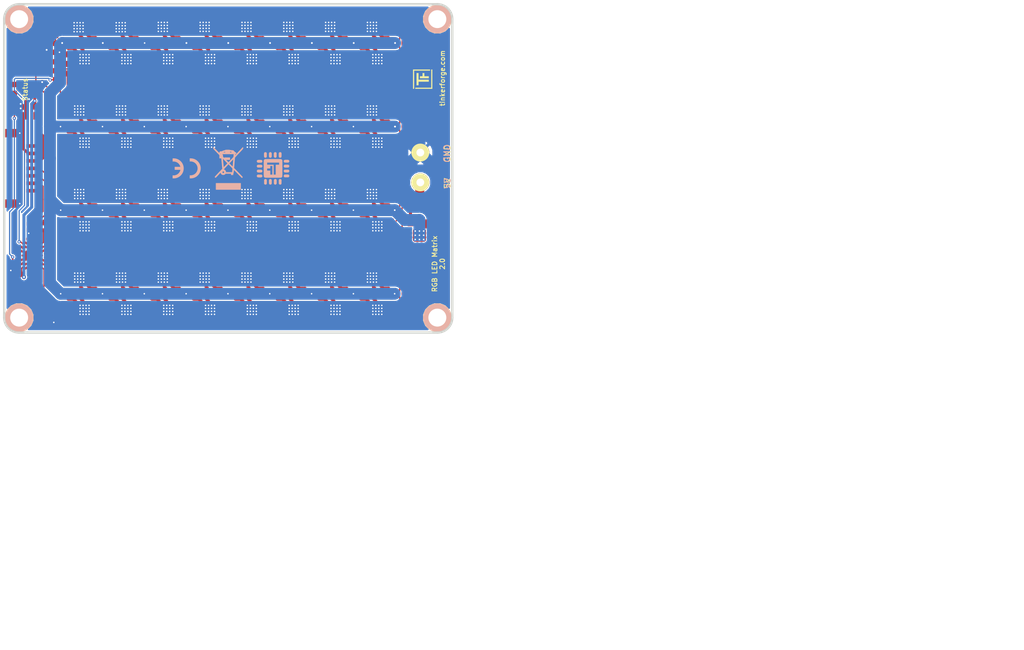
<source format=kicad_pcb>
(kicad_pcb (version 20171130) (host pcbnew 5.0.2-bee76a0~70~ubuntu18.04.1)
  (title_block (title "RGB LED Matrix 2.0 Bricklet") (date 2019-02-04) (rev 1.0) (company "Tinkerforge GmbH") (comment 1 "Licensed under CERN OHL v.1.1") (comment 2 "Copyright (©) 2019, T.Schneidermann <tim@tinkerforge.com>"))
  (layers (0 Vorderseite signal) (31 Rückseite signal) (34 B.Paste user) (35 F.Paste user) (36 B.SilkS user) (37 F.SilkS user) (38 B.Mask user) (39 F.Mask user) (44 Edge.Cuts user))
  (net 0 "")
  (net 1 GND)
  (net 2 VCC)
  (net 3 3V3)
  (net 4 "Net-(Q1-PadD)")
  (net 5 S-MISO)
  (net 6 S-MOSI)
  (net 7 S-CLK)
  (net 8 S-CS)
  (net 9 "Net-(Q1-PadG)")
  (net 10 "Net-(R1-Pad2)")
  (net 11 "Net-(D1-Pad2)")
  (net 12 "Net-(C5-Pad2)")
  (net 13 "Net-(P1-Pad2)")
  (net 14 "Net-(R3-Pad2)")
  (net 15 VIN)
  (net 16 "Net-(C70-Pad2)")
  (net 17 "Net-(P2-Pad4)")
  (net 18 "Net-(P2-Pad5)")
  (net 19 "Net-(P2-Pad6)")
  (net 20 "Net-(R4-Pad1)")
  (net 21 "Net-(U11-Pad4)")
  (net 22 "Net-(U61-Pad3)")
  (net 23 "Net-(U12-Pad6)")
  (net 24 "Net-(U12-Pad4)")
  (net 25 "Net-(U13-Pad4)")
  (net 26 "Net-(U13-Pad6)")
  (net 27 "Net-(U62-Pad3)")
  (net 28 "Net-(U14-Pad4)")
  (net 29 "Net-(U14-Pad6)")
  (net 30 "Net-(U63-Pad3)")
  (net 31 "Net-(U10-Pad3)")
  (net 32 "Net-(U10-Pad4)")
  (net 33 "Net-(U10-Pad6)")
  (net 34 "Net-(U11-Pad3)")
  (net 35 "Net-(U12-Pad3)")
  (net 36 "Net-(U13-Pad3)")
  (net 37 "Net-(U14-Pad3)")
  (net 38 "Net-(U15-Pad3)")
  (net 39 "Net-(U16-Pad3)")
  (net 40 "Net-(U17-Pad3)")
  (net 41 "Net-(U18-Pad3)")
  (net 42 "Net-(U19-Pad3)")
  (net 43 "Net-(U20-Pad3)")
  (net 44 "Net-(U21-Pad3)")
  (net 45 "Net-(U22-Pad3)")
  (net 46 "Net-(U23-Pad3)")
  (net 47 "Net-(U24-Pad3)")
  (net 48 "Net-(U25-Pad3)")
  (net 49 "Net-(U26-Pad3)")
  (net 50 "Net-(U27-Pad3)")
  (net 51 "Net-(U28-Pad3)")
  (net 52 "Net-(U29-Pad3)")
  (net 53 "Net-(U30-Pad3)")
  (net 54 "Net-(U31-Pad3)")
  (net 55 "Net-(U32-Pad3)")
  (net 56 "Net-(U33-Pad3)")
  (net 57 "Net-(U34-Pad3)")
  (net 58 "Net-(U35-Pad3)")
  (net 59 "Net-(U36-Pad3)")
  (net 60 "Net-(U37-Pad3)")
  (net 61 "Net-(U38-Pad3)")
  (net 62 "Net-(U39-Pad3)")
  (net 63 "Net-(U40-Pad3)")
  (net 64 "Net-(U41-Pad3)")
  (net 65 "Net-(U42-Pad3)")
  (net 66 "Net-(U43-Pad3)")
  (net 67 "Net-(U44-Pad3)")
  (net 68 "Net-(U45-Pad3)")
  (net 69 "Net-(U46-Pad3)")
  (net 70 "Net-(U47-Pad3)")
  (net 71 "Net-(U48-Pad3)")
  (net 72 "Net-(U49-Pad3)")
  (net 73 "Net-(U50-Pad3)")
  (net 74 "Net-(U51-Pad3)")
  (net 75 "Net-(U52-Pad3)")
  (net 76 "Net-(U53-Pad3)")
  (net 77 "Net-(U54-Pad3)")
  (net 78 "Net-(U55-Pad3)")
  (net 79 "Net-(U56-Pad3)")
  (net 80 "Net-(U57-Pad3)")
  (net 81 "Net-(U58-Pad3)")
  (net 82 "Net-(U59-Pad3)")
  (net 83 "Net-(U60-Pad3)")
  (module kicad-libraries:WS2813B (layer Vorderseite) (at 125.3 57.3)
    (fp_text reference U6)
    (fp_text value WS2813B)
    (pad 6 smd rect (at -2.45 1.6) (size 1.5 1) (layers Vorderseite F.Paste F.Mask) (net 1 GND))
    (pad 5 smd rect (at -2.45 0) (size 1.5 1) (layers Vorderseite F.Paste F.Mask) (net 1 GND))
    (pad 4 smd rect (at -2.45 -1.6) (size 1.5 1) (layers Vorderseite F.Paste F.Mask) (net 20 "Net-(R4-Pad1)"))
    (pad 3 smd rect (at 2.45 -1.6) (size 1.5 1) (layers Vorderseite F.Paste F.Mask) (net 21 "Net-(U11-Pad4)"))
    (pad 2 smd rect (at 2.45 0) (size 1.5 1) (layers Vorderseite F.Paste F.Mask) (net 2 VCC))
    (pad 1 smd rect (at 2.45 1.6) (size 1.5 1) (layers Vorderseite F.Paste F.Mask))
  )
  (module kicad-libraries:WS2813B (layer Vorderseite) (at 139.3 64.3 180)
    (fp_text reference U7)
    (fp_text value WS2813B)
    (pad 6 smd rect (at -2.45 1.6 180) (size 1.5 1) (layers Vorderseite F.Paste F.Mask) (net 22 "Net-(U61-Pad3)"))
    (pad 5 smd rect (at -2.45 0 180) (size 1.5 1) (layers Vorderseite F.Paste F.Mask) (net 1 GND))
    (pad 4 smd rect (at -2.45 -1.6 180) (size 1.5 1) (layers Vorderseite F.Paste F.Mask) (net 23 "Net-(U12-Pad6)"))
    (pad 3 smd rect (at 2.45 -1.6 180) (size 1.5 1) (layers Vorderseite F.Paste F.Mask) (net 24 "Net-(U12-Pad4)"))
    (pad 2 smd rect (at 2.45 0 180) (size 1.5 1) (layers Vorderseite F.Paste F.Mask) (net 2 VCC))
    (pad 1 smd rect (at 2.45 1.6 180) (size 1.5 1) (layers Vorderseite F.Paste F.Mask))
  )
  (module kicad-libraries:WS2813B (layer Vorderseite) (at 160.3 78.3 180)
    (fp_text reference U8)
    (fp_text value WS2813B)
    (pad 6 smd rect (at -2.45 1.6 180) (size 1.5 1) (layers Vorderseite F.Paste F.Mask) (net 27 "Net-(U62-Pad3)"))
    (pad 5 smd rect (at -2.45 0 180) (size 1.5 1) (layers Vorderseite F.Paste F.Mask) (net 1 GND))
    (pad 4 smd rect (at -2.45 -1.6 180) (size 1.5 1) (layers Vorderseite F.Paste F.Mask) (net 26 "Net-(U13-Pad6)"))
    (pad 3 smd rect (at 2.45 -1.6 180) (size 1.5 1) (layers Vorderseite F.Paste F.Mask) (net 25 "Net-(U13-Pad4)"))
    (pad 2 smd rect (at 2.45 0 180) (size 1.5 1) (layers Vorderseite F.Paste F.Mask) (net 2 VCC))
    (pad 1 smd rect (at 2.45 1.6 180) (size 1.5 1) (layers Vorderseite F.Paste F.Mask))
  )
  (module kicad-libraries:WS2813B (layer Vorderseite) (at 174.3 85.3)
    (fp_text reference U9)
    (fp_text value WS2813B)
    (pad 6 smd rect (at -2.45 1.6) (size 1.5 1) (layers Vorderseite F.Paste F.Mask) (net 30 "Net-(U63-Pad3)"))
    (pad 5 smd rect (at -2.45 0) (size 1.5 1) (layers Vorderseite F.Paste F.Mask) (net 1 GND))
    (pad 4 smd rect (at -2.45 -1.6) (size 1.5 1) (layers Vorderseite F.Paste F.Mask) (net 29 "Net-(U14-Pad6)"))
    (pad 3 smd rect (at 2.45 -1.6) (size 1.5 1) (layers Vorderseite F.Paste F.Mask) (net 28 "Net-(U14-Pad4)"))
    (pad 2 smd rect (at 2.45 0) (size 1.5 1) (layers Vorderseite F.Paste F.Mask) (net 2 VCC))
    (pad 1 smd rect (at 2.45 1.6) (size 1.5 1) (layers Vorderseite F.Paste F.Mask))
  )
  (module kicad-libraries:WS2813B (layer Vorderseite) (at 153.3 99.3)
    (fp_text reference U10)
    (fp_text value WS2813B)
    (pad 6 smd rect (at -2.45 1.6) (size 1.5 1) (layers Vorderseite F.Paste F.Mask) (net 33 "Net-(U10-Pad6)"))
    (pad 5 smd rect (at -2.45 0) (size 1.5 1) (layers Vorderseite F.Paste F.Mask) (net 1 GND))
    (pad 4 smd rect (at -2.45 -1.6) (size 1.5 1) (layers Vorderseite F.Paste F.Mask) (net 32 "Net-(U10-Pad4)"))
    (pad 3 smd rect (at 2.45 -1.6) (size 1.5 1) (layers Vorderseite F.Paste F.Mask) (net 31 "Net-(U10-Pad3)"))
    (pad 2 smd rect (at 2.45 0) (size 1.5 1) (layers Vorderseite F.Paste F.Mask) (net 2 VCC))
    (pad 1 smd rect (at 2.45 1.6) (size 1.5 1) (layers Vorderseite F.Paste F.Mask))
  )
  (module kicad-libraries:WS2813B (layer Vorderseite) (at 132.3 57.3)
    (fp_text reference U11)
    (fp_text value WS2813B)
    (pad 6 smd rect (at -2.45 1.6) (size 1.5 1) (layers Vorderseite F.Paste F.Mask) (net 20 "Net-(R4-Pad1)"))
    (pad 5 smd rect (at -2.45 0) (size 1.5 1) (layers Vorderseite F.Paste F.Mask) (net 1 GND))
    (pad 4 smd rect (at -2.45 -1.6) (size 1.5 1) (layers Vorderseite F.Paste F.Mask) (net 21 "Net-(U11-Pad4)"))
    (pad 3 smd rect (at 2.45 -1.6) (size 1.5 1) (layers Vorderseite F.Paste F.Mask) (net 34 "Net-(U11-Pad3)"))
    (pad 2 smd rect (at 2.45 0) (size 1.5 1) (layers Vorderseite F.Paste F.Mask) (net 2 VCC))
    (pad 1 smd rect (at 2.45 1.6) (size 1.5 1) (layers Vorderseite F.Paste F.Mask))
  )
  (module kicad-libraries:WS2813B (layer Vorderseite) (at 132.3 64.3 180)
    (fp_text reference U12)
    (fp_text value WS2813B)
    (pad 6 smd rect (at -2.45 1.6 180) (size 1.5 1) (layers Vorderseite F.Paste F.Mask) (net 23 "Net-(U12-Pad6)"))
    (pad 5 smd rect (at -2.45 0 180) (size 1.5 1) (layers Vorderseite F.Paste F.Mask) (net 1 GND))
    (pad 4 smd rect (at -2.45 -1.6 180) (size 1.5 1) (layers Vorderseite F.Paste F.Mask) (net 24 "Net-(U12-Pad4)"))
    (pad 3 smd rect (at 2.45 -1.6 180) (size 1.5 1) (layers Vorderseite F.Paste F.Mask) (net 35 "Net-(U12-Pad3)"))
    (pad 2 smd rect (at 2.45 0 180) (size 1.5 1) (layers Vorderseite F.Paste F.Mask) (net 2 VCC))
    (pad 1 smd rect (at 2.45 1.6 180) (size 1.5 1) (layers Vorderseite F.Paste F.Mask))
  )
  (module kicad-libraries:WS2813B (layer Vorderseite) (at 153.3 78.3 180)
    (fp_text reference U13)
    (fp_text value WS2813B)
    (pad 6 smd rect (at -2.45 1.6 180) (size 1.5 1) (layers Vorderseite F.Paste F.Mask) (net 26 "Net-(U13-Pad6)"))
    (pad 5 smd rect (at -2.45 0 180) (size 1.5 1) (layers Vorderseite F.Paste F.Mask) (net 1 GND))
    (pad 4 smd rect (at -2.45 -1.6 180) (size 1.5 1) (layers Vorderseite F.Paste F.Mask) (net 25 "Net-(U13-Pad4)"))
    (pad 3 smd rect (at 2.45 -1.6 180) (size 1.5 1) (layers Vorderseite F.Paste F.Mask) (net 36 "Net-(U13-Pad3)"))
    (pad 2 smd rect (at 2.45 0 180) (size 1.5 1) (layers Vorderseite F.Paste F.Mask) (net 2 VCC))
    (pad 1 smd rect (at 2.45 1.6 180) (size 1.5 1) (layers Vorderseite F.Paste F.Mask))
  )
  (module kicad-libraries:WS2813B (layer Vorderseite) (at 174.3 92.3 180)
    (fp_text reference U14)
    (fp_text value WS2813B)
    (pad 6 smd rect (at -2.45 1.6 180) (size 1.5 1) (layers Vorderseite F.Paste F.Mask) (net 29 "Net-(U14-Pad6)"))
    (pad 5 smd rect (at -2.45 0 180) (size 1.5 1) (layers Vorderseite F.Paste F.Mask) (net 1 GND))
    (pad 4 smd rect (at -2.45 -1.6 180) (size 1.5 1) (layers Vorderseite F.Paste F.Mask) (net 28 "Net-(U14-Pad4)"))
    (pad 3 smd rect (at 2.45 -1.6 180) (size 1.5 1) (layers Vorderseite F.Paste F.Mask) (net 37 "Net-(U14-Pad3)"))
    (pad 2 smd rect (at 2.45 0 180) (size 1.5 1) (layers Vorderseite F.Paste F.Mask) (net 2 VCC))
    (pad 1 smd rect (at 2.45 1.6 180) (size 1.5 1) (layers Vorderseite F.Paste F.Mask))
  )
  (module kicad-libraries:WS2813B (layer Vorderseite) (at 160.3 99.3)
    (fp_text reference U15)
    (fp_text value WS2813B)
    (pad 6 smd rect (at -2.45 1.6) (size 1.5 1) (layers Vorderseite F.Paste F.Mask) (net 32 "Net-(U10-Pad4)"))
    (pad 5 smd rect (at -2.45 0) (size 1.5 1) (layers Vorderseite F.Paste F.Mask) (net 1 GND))
    (pad 4 smd rect (at -2.45 -1.6) (size 1.5 1) (layers Vorderseite F.Paste F.Mask) (net 31 "Net-(U10-Pad3)"))
    (pad 3 smd rect (at 2.45 -1.6) (size 1.5 1) (layers Vorderseite F.Paste F.Mask) (net 38 "Net-(U15-Pad3)"))
    (pad 2 smd rect (at 2.45 0) (size 1.5 1) (layers Vorderseite F.Paste F.Mask) (net 2 VCC))
    (pad 1 smd rect (at 2.45 1.6) (size 1.5 1) (layers Vorderseite F.Paste F.Mask))
  )
  (module kicad-libraries:WS2813B (layer Vorderseite) (at 139.3 57.3)
    (fp_text reference U16)
    (fp_text value WS2813B)
    (pad 6 smd rect (at -2.45 1.6) (size 1.5 1) (layers Vorderseite F.Paste F.Mask) (net 21 "Net-(U11-Pad4)"))
    (pad 5 smd rect (at -2.45 0) (size 1.5 1) (layers Vorderseite F.Paste F.Mask) (net 1 GND))
    (pad 4 smd rect (at -2.45 -1.6) (size 1.5 1) (layers Vorderseite F.Paste F.Mask) (net 34 "Net-(U11-Pad3)"))
    (pad 3 smd rect (at 2.45 -1.6) (size 1.5 1) (layers Vorderseite F.Paste F.Mask) (net 39 "Net-(U16-Pad3)"))
    (pad 2 smd rect (at 2.45 0) (size 1.5 1) (layers Vorderseite F.Paste F.Mask) (net 2 VCC))
    (pad 1 smd rect (at 2.45 1.6) (size 1.5 1) (layers Vorderseite F.Paste F.Mask))
  )
  (module kicad-libraries:WS2813B (layer Vorderseite) (at 125.3 64.3 180)
    (fp_text reference U17)
    (fp_text value WS2813B)
    (pad 6 smd rect (at -2.45 1.6 180) (size 1.5 1) (layers Vorderseite F.Paste F.Mask) (net 24 "Net-(U12-Pad4)"))
    (pad 5 smd rect (at -2.45 0 180) (size 1.5 1) (layers Vorderseite F.Paste F.Mask) (net 1 GND))
    (pad 4 smd rect (at -2.45 -1.6 180) (size 1.5 1) (layers Vorderseite F.Paste F.Mask) (net 35 "Net-(U12-Pad3)"))
    (pad 3 smd rect (at 2.45 -1.6 180) (size 1.5 1) (layers Vorderseite F.Paste F.Mask) (net 40 "Net-(U17-Pad3)"))
    (pad 2 smd rect (at 2.45 0 180) (size 1.5 1) (layers Vorderseite F.Paste F.Mask) (net 2 VCC))
    (pad 1 smd rect (at 2.45 1.6 180) (size 1.5 1) (layers Vorderseite F.Paste F.Mask))
  )
  (module kicad-libraries:WS2813B (layer Vorderseite) (at 146.3 78.3 180)
    (fp_text reference U18)
    (fp_text value WS2813B)
    (pad 6 smd rect (at -2.45 1.6 180) (size 1.5 1) (layers Vorderseite F.Paste F.Mask) (net 25 "Net-(U13-Pad4)"))
    (pad 5 smd rect (at -2.45 0 180) (size 1.5 1) (layers Vorderseite F.Paste F.Mask) (net 1 GND))
    (pad 4 smd rect (at -2.45 -1.6 180) (size 1.5 1) (layers Vorderseite F.Paste F.Mask) (net 36 "Net-(U13-Pad3)"))
    (pad 3 smd rect (at 2.45 -1.6 180) (size 1.5 1) (layers Vorderseite F.Paste F.Mask) (net 41 "Net-(U18-Pad3)"))
    (pad 2 smd rect (at 2.45 0 180) (size 1.5 1) (layers Vorderseite F.Paste F.Mask) (net 2 VCC))
    (pad 1 smd rect (at 2.45 1.6 180) (size 1.5 1) (layers Vorderseite F.Paste F.Mask))
  )
  (module kicad-libraries:WS2813B (layer Vorderseite) (at 167.3 92.3 180)
    (fp_text reference U19)
    (fp_text value WS2813B)
    (pad 6 smd rect (at -2.45 1.6 180) (size 1.5 1) (layers Vorderseite F.Paste F.Mask) (net 28 "Net-(U14-Pad4)"))
    (pad 5 smd rect (at -2.45 0 180) (size 1.5 1) (layers Vorderseite F.Paste F.Mask) (net 1 GND))
    (pad 4 smd rect (at -2.45 -1.6 180) (size 1.5 1) (layers Vorderseite F.Paste F.Mask) (net 37 "Net-(U14-Pad3)"))
    (pad 3 smd rect (at 2.45 -1.6 180) (size 1.5 1) (layers Vorderseite F.Paste F.Mask) (net 42 "Net-(U19-Pad3)"))
    (pad 2 smd rect (at 2.45 0 180) (size 1.5 1) (layers Vorderseite F.Paste F.Mask) (net 2 VCC))
    (pad 1 smd rect (at 2.45 1.6 180) (size 1.5 1) (layers Vorderseite F.Paste F.Mask))
  )
  (module kicad-libraries:WS2813B (layer Vorderseite) (at 167.3 99.3)
    (fp_text reference U20)
    (fp_text value WS2813B)
    (pad 6 smd rect (at -2.45 1.6) (size 1.5 1) (layers Vorderseite F.Paste F.Mask) (net 31 "Net-(U10-Pad3)"))
    (pad 5 smd rect (at -2.45 0) (size 1.5 1) (layers Vorderseite F.Paste F.Mask) (net 1 GND))
    (pad 4 smd rect (at -2.45 -1.6) (size 1.5 1) (layers Vorderseite F.Paste F.Mask) (net 38 "Net-(U15-Pad3)"))
    (pad 3 smd rect (at 2.45 -1.6) (size 1.5 1) (layers Vorderseite F.Paste F.Mask) (net 43 "Net-(U20-Pad3)"))
    (pad 2 smd rect (at 2.45 0) (size 1.5 1) (layers Vorderseite F.Paste F.Mask) (net 2 VCC))
    (pad 1 smd rect (at 2.45 1.6) (size 1.5 1) (layers Vorderseite F.Paste F.Mask))
  )
  (module kicad-libraries:WS2813B (layer Vorderseite) (at 146.3 57.3)
    (fp_text reference U21)
    (fp_text value WS2813B)
    (pad 6 smd rect (at -2.45 1.6) (size 1.5 1) (layers Vorderseite F.Paste F.Mask) (net 34 "Net-(U11-Pad3)"))
    (pad 5 smd rect (at -2.45 0) (size 1.5 1) (layers Vorderseite F.Paste F.Mask) (net 1 GND))
    (pad 4 smd rect (at -2.45 -1.6) (size 1.5 1) (layers Vorderseite F.Paste F.Mask) (net 39 "Net-(U16-Pad3)"))
    (pad 3 smd rect (at 2.45 -1.6) (size 1.5 1) (layers Vorderseite F.Paste F.Mask) (net 44 "Net-(U21-Pad3)"))
    (pad 2 smd rect (at 2.45 0) (size 1.5 1) (layers Vorderseite F.Paste F.Mask) (net 2 VCC))
    (pad 1 smd rect (at 2.45 1.6) (size 1.5 1) (layers Vorderseite F.Paste F.Mask))
  )
  (module kicad-libraries:WS2813B (layer Vorderseite) (at 125.3 71.3)
    (fp_text reference U22)
    (fp_text value WS2813B)
    (pad 6 smd rect (at -2.45 1.6) (size 1.5 1) (layers Vorderseite F.Paste F.Mask) (net 35 "Net-(U12-Pad3)"))
    (pad 5 smd rect (at -2.45 0) (size 1.5 1) (layers Vorderseite F.Paste F.Mask) (net 1 GND))
    (pad 4 smd rect (at -2.45 -1.6) (size 1.5 1) (layers Vorderseite F.Paste F.Mask) (net 40 "Net-(U17-Pad3)"))
    (pad 3 smd rect (at 2.45 -1.6) (size 1.5 1) (layers Vorderseite F.Paste F.Mask) (net 45 "Net-(U22-Pad3)"))
    (pad 2 smd rect (at 2.45 0) (size 1.5 1) (layers Vorderseite F.Paste F.Mask) (net 2 VCC))
    (pad 1 smd rect (at 2.45 1.6) (size 1.5 1) (layers Vorderseite F.Paste F.Mask))
  )
  (module kicad-libraries:WS2813B (layer Vorderseite) (at 139.3 78.3 180)
    (fp_text reference U23)
    (fp_text value WS2813B)
    (pad 6 smd rect (at -2.45 1.6 180) (size 1.5 1) (layers Vorderseite F.Paste F.Mask) (net 36 "Net-(U13-Pad3)"))
    (pad 5 smd rect (at -2.45 0 180) (size 1.5 1) (layers Vorderseite F.Paste F.Mask) (net 1 GND))
    (pad 4 smd rect (at -2.45 -1.6 180) (size 1.5 1) (layers Vorderseite F.Paste F.Mask) (net 41 "Net-(U18-Pad3)"))
    (pad 3 smd rect (at 2.45 -1.6 180) (size 1.5 1) (layers Vorderseite F.Paste F.Mask) (net 46 "Net-(U23-Pad3)"))
    (pad 2 smd rect (at 2.45 0 180) (size 1.5 1) (layers Vorderseite F.Paste F.Mask) (net 2 VCC))
    (pad 1 smd rect (at 2.45 1.6 180) (size 1.5 1) (layers Vorderseite F.Paste F.Mask))
  )
  (module kicad-libraries:WS2813B (layer Vorderseite) (at 160.3 92.3 180)
    (fp_text reference U24)
    (fp_text value WS2813B)
    (pad 6 smd rect (at -2.45 1.6 180) (size 1.5 1) (layers Vorderseite F.Paste F.Mask) (net 37 "Net-(U14-Pad3)"))
    (pad 5 smd rect (at -2.45 0 180) (size 1.5 1) (layers Vorderseite F.Paste F.Mask) (net 1 GND))
    (pad 4 smd rect (at -2.45 -1.6 180) (size 1.5 1) (layers Vorderseite F.Paste F.Mask) (net 42 "Net-(U19-Pad3)"))
    (pad 3 smd rect (at 2.45 -1.6 180) (size 1.5 1) (layers Vorderseite F.Paste F.Mask) (net 47 "Net-(U24-Pad3)"))
    (pad 2 smd rect (at 2.45 0 180) (size 1.5 1) (layers Vorderseite F.Paste F.Mask) (net 2 VCC))
    (pad 1 smd rect (at 2.45 1.6 180) (size 1.5 1) (layers Vorderseite F.Paste F.Mask))
  )
  (module kicad-libraries:WS2813B (layer Vorderseite) (at 174.3 99.3)
    (fp_text reference U25)
    (fp_text value WS2813B)
    (pad 6 smd rect (at -2.45 1.6) (size 1.5 1) (layers Vorderseite F.Paste F.Mask) (net 38 "Net-(U15-Pad3)"))
    (pad 5 smd rect (at -2.45 0) (size 1.5 1) (layers Vorderseite F.Paste F.Mask) (net 1 GND))
    (pad 4 smd rect (at -2.45 -1.6) (size 1.5 1) (layers Vorderseite F.Paste F.Mask) (net 43 "Net-(U20-Pad3)"))
    (pad 3 smd rect (at 2.45 -1.6) (size 1.5 1) (layers Vorderseite F.Paste F.Mask) (net 48 "Net-(U25-Pad3)"))
    (pad 2 smd rect (at 2.45 0) (size 1.5 1) (layers Vorderseite F.Paste F.Mask) (net 2 VCC))
    (pad 1 smd rect (at 2.45 1.6) (size 1.5 1) (layers Vorderseite F.Paste F.Mask))
  )
  (module kicad-libraries:WS2813B (layer Vorderseite) (at 153.3 57.3)
    (fp_text reference U26)
    (fp_text value WS2813B)
    (pad 6 smd rect (at -2.45 1.6) (size 1.5 1) (layers Vorderseite F.Paste F.Mask) (net 39 "Net-(U16-Pad3)"))
    (pad 5 smd rect (at -2.45 0) (size 1.5 1) (layers Vorderseite F.Paste F.Mask) (net 1 GND))
    (pad 4 smd rect (at -2.45 -1.6) (size 1.5 1) (layers Vorderseite F.Paste F.Mask) (net 44 "Net-(U21-Pad3)"))
    (pad 3 smd rect (at 2.45 -1.6) (size 1.5 1) (layers Vorderseite F.Paste F.Mask) (net 49 "Net-(U26-Pad3)"))
    (pad 2 smd rect (at 2.45 0) (size 1.5 1) (layers Vorderseite F.Paste F.Mask) (net 2 VCC))
    (pad 1 smd rect (at 2.45 1.6) (size 1.5 1) (layers Vorderseite F.Paste F.Mask))
  )
  (module kicad-libraries:WS2813B (layer Vorderseite) (at 132.3 71.3)
    (fp_text reference U27)
    (fp_text value WS2813B)
    (pad 6 smd rect (at -2.45 1.6) (size 1.5 1) (layers Vorderseite F.Paste F.Mask) (net 40 "Net-(U17-Pad3)"))
    (pad 5 smd rect (at -2.45 0) (size 1.5 1) (layers Vorderseite F.Paste F.Mask) (net 1 GND))
    (pad 4 smd rect (at -2.45 -1.6) (size 1.5 1) (layers Vorderseite F.Paste F.Mask) (net 45 "Net-(U22-Pad3)"))
    (pad 3 smd rect (at 2.45 -1.6) (size 1.5 1) (layers Vorderseite F.Paste F.Mask) (net 50 "Net-(U27-Pad3)"))
    (pad 2 smd rect (at 2.45 0) (size 1.5 1) (layers Vorderseite F.Paste F.Mask) (net 2 VCC))
    (pad 1 smd rect (at 2.45 1.6) (size 1.5 1) (layers Vorderseite F.Paste F.Mask))
  )
  (module kicad-libraries:WS2813B (layer Vorderseite) (at 132.3 78.3 180)
    (fp_text reference U28)
    (fp_text value WS2813B)
    (pad 6 smd rect (at -2.45 1.6 180) (size 1.5 1) (layers Vorderseite F.Paste F.Mask) (net 41 "Net-(U18-Pad3)"))
    (pad 5 smd rect (at -2.45 0 180) (size 1.5 1) (layers Vorderseite F.Paste F.Mask) (net 1 GND))
    (pad 4 smd rect (at -2.45 -1.6 180) (size 1.5 1) (layers Vorderseite F.Paste F.Mask) (net 46 "Net-(U23-Pad3)"))
    (pad 3 smd rect (at 2.45 -1.6 180) (size 1.5 1) (layers Vorderseite F.Paste F.Mask) (net 51 "Net-(U28-Pad3)"))
    (pad 2 smd rect (at 2.45 0 180) (size 1.5 1) (layers Vorderseite F.Paste F.Mask) (net 2 VCC))
    (pad 1 smd rect (at 2.45 1.6 180) (size 1.5 1) (layers Vorderseite F.Paste F.Mask))
  )
  (module kicad-libraries:WS2813B (layer Vorderseite) (at 153.3 92.3 180)
    (fp_text reference U29)
    (fp_text value WS2813B)
    (pad 6 smd rect (at -2.45 1.6 180) (size 1.5 1) (layers Vorderseite F.Paste F.Mask) (net 42 "Net-(U19-Pad3)"))
    (pad 5 smd rect (at -2.45 0 180) (size 1.5 1) (layers Vorderseite F.Paste F.Mask) (net 1 GND))
    (pad 4 smd rect (at -2.45 -1.6 180) (size 1.5 1) (layers Vorderseite F.Paste F.Mask) (net 47 "Net-(U24-Pad3)"))
    (pad 3 smd rect (at 2.45 -1.6 180) (size 1.5 1) (layers Vorderseite F.Paste F.Mask) (net 52 "Net-(U29-Pad3)"))
    (pad 2 smd rect (at 2.45 0 180) (size 1.5 1) (layers Vorderseite F.Paste F.Mask) (net 2 VCC))
    (pad 1 smd rect (at 2.45 1.6 180) (size 1.5 1) (layers Vorderseite F.Paste F.Mask))
  )
  (module kicad-libraries:WS2813B (layer Vorderseite) (at 174.3 106.3 180)
    (fp_text reference U30)
    (fp_text value WS2813B)
    (pad 6 smd rect (at -2.45 1.6 180) (size 1.5 1) (layers Vorderseite F.Paste F.Mask) (net 43 "Net-(U20-Pad3)"))
    (pad 5 smd rect (at -2.45 0 180) (size 1.5 1) (layers Vorderseite F.Paste F.Mask) (net 1 GND))
    (pad 4 smd rect (at -2.45 -1.6 180) (size 1.5 1) (layers Vorderseite F.Paste F.Mask) (net 48 "Net-(U25-Pad3)"))
    (pad 3 smd rect (at 2.45 -1.6 180) (size 1.5 1) (layers Vorderseite F.Paste F.Mask) (net 53 "Net-(U30-Pad3)"))
    (pad 2 smd rect (at 2.45 0 180) (size 1.5 1) (layers Vorderseite F.Paste F.Mask) (net 2 VCC))
    (pad 1 smd rect (at 2.45 1.6 180) (size 1.5 1) (layers Vorderseite F.Paste F.Mask))
  )
  (module kicad-libraries:WS2813B (layer Vorderseite) (at 160.3 57.3)
    (fp_text reference U31)
    (fp_text value WS2813B)
    (pad 6 smd rect (at -2.45 1.6) (size 1.5 1) (layers Vorderseite F.Paste F.Mask) (net 44 "Net-(U21-Pad3)"))
    (pad 5 smd rect (at -2.45 0) (size 1.5 1) (layers Vorderseite F.Paste F.Mask) (net 1 GND))
    (pad 4 smd rect (at -2.45 -1.6) (size 1.5 1) (layers Vorderseite F.Paste F.Mask) (net 49 "Net-(U26-Pad3)"))
    (pad 3 smd rect (at 2.45 -1.6) (size 1.5 1) (layers Vorderseite F.Paste F.Mask) (net 54 "Net-(U31-Pad3)"))
    (pad 2 smd rect (at 2.45 0) (size 1.5 1) (layers Vorderseite F.Paste F.Mask) (net 2 VCC))
    (pad 1 smd rect (at 2.45 1.6) (size 1.5 1) (layers Vorderseite F.Paste F.Mask))
  )
  (module kicad-libraries:WS2813B (layer Vorderseite) (at 139.3 71.3)
    (fp_text reference U32)
    (fp_text value WS2813B)
    (pad 6 smd rect (at -2.45 1.6) (size 1.5 1) (layers Vorderseite F.Paste F.Mask) (net 45 "Net-(U22-Pad3)"))
    (pad 5 smd rect (at -2.45 0) (size 1.5 1) (layers Vorderseite F.Paste F.Mask) (net 1 GND))
    (pad 4 smd rect (at -2.45 -1.6) (size 1.5 1) (layers Vorderseite F.Paste F.Mask) (net 50 "Net-(U27-Pad3)"))
    (pad 3 smd rect (at 2.45 -1.6) (size 1.5 1) (layers Vorderseite F.Paste F.Mask) (net 55 "Net-(U32-Pad3)"))
    (pad 2 smd rect (at 2.45 0) (size 1.5 1) (layers Vorderseite F.Paste F.Mask) (net 2 VCC))
    (pad 1 smd rect (at 2.45 1.6) (size 1.5 1) (layers Vorderseite F.Paste F.Mask))
  )
  (module kicad-libraries:WS2813B (layer Vorderseite) (at 125.3 78.3 180)
    (fp_text reference U33)
    (fp_text value WS2813B)
    (pad 6 smd rect (at -2.45 1.6 180) (size 1.5 1) (layers Vorderseite F.Paste F.Mask) (net 46 "Net-(U23-Pad3)"))
    (pad 5 smd rect (at -2.45 0 180) (size 1.5 1) (layers Vorderseite F.Paste F.Mask) (net 1 GND))
    (pad 4 smd rect (at -2.45 -1.6 180) (size 1.5 1) (layers Vorderseite F.Paste F.Mask) (net 51 "Net-(U28-Pad3)"))
    (pad 3 smd rect (at 2.45 -1.6 180) (size 1.5 1) (layers Vorderseite F.Paste F.Mask) (net 56 "Net-(U33-Pad3)"))
    (pad 2 smd rect (at 2.45 0 180) (size 1.5 1) (layers Vorderseite F.Paste F.Mask) (net 2 VCC))
    (pad 1 smd rect (at 2.45 1.6 180) (size 1.5 1) (layers Vorderseite F.Paste F.Mask))
  )
  (module kicad-libraries:WS2813B (layer Vorderseite) (at 146.3 92.3 180)
    (fp_text reference U34)
    (fp_text value WS2813B)
    (pad 6 smd rect (at -2.45 1.6 180) (size 1.5 1) (layers Vorderseite F.Paste F.Mask) (net 47 "Net-(U24-Pad3)"))
    (pad 5 smd rect (at -2.45 0 180) (size 1.5 1) (layers Vorderseite F.Paste F.Mask) (net 1 GND))
    (pad 4 smd rect (at -2.45 -1.6 180) (size 1.5 1) (layers Vorderseite F.Paste F.Mask) (net 52 "Net-(U29-Pad3)"))
    (pad 3 smd rect (at 2.45 -1.6 180) (size 1.5 1) (layers Vorderseite F.Paste F.Mask) (net 57 "Net-(U34-Pad3)"))
    (pad 2 smd rect (at 2.45 0 180) (size 1.5 1) (layers Vorderseite F.Paste F.Mask) (net 2 VCC))
    (pad 1 smd rect (at 2.45 1.6 180) (size 1.5 1) (layers Vorderseite F.Paste F.Mask))
  )
  (module kicad-libraries:WS2813B (layer Vorderseite) (at 167.3 106.3 180)
    (fp_text reference U35)
    (fp_text value WS2813B)
    (pad 6 smd rect (at -2.45 1.6 180) (size 1.5 1) (layers Vorderseite F.Paste F.Mask) (net 48 "Net-(U25-Pad3)"))
    (pad 5 smd rect (at -2.45 0 180) (size 1.5 1) (layers Vorderseite F.Paste F.Mask) (net 1 GND))
    (pad 4 smd rect (at -2.45 -1.6 180) (size 1.5 1) (layers Vorderseite F.Paste F.Mask) (net 53 "Net-(U30-Pad3)"))
    (pad 3 smd rect (at 2.45 -1.6 180) (size 1.5 1) (layers Vorderseite F.Paste F.Mask) (net 58 "Net-(U35-Pad3)"))
    (pad 2 smd rect (at 2.45 0 180) (size 1.5 1) (layers Vorderseite F.Paste F.Mask) (net 2 VCC))
    (pad 1 smd rect (at 2.45 1.6 180) (size 1.5 1) (layers Vorderseite F.Paste F.Mask))
  )
  (module kicad-libraries:WS2813B (layer Vorderseite) (at 167.3 57.3)
    (fp_text reference U36)
    (fp_text value WS2813B)
    (pad 6 smd rect (at -2.45 1.6) (size 1.5 1) (layers Vorderseite F.Paste F.Mask) (net 49 "Net-(U26-Pad3)"))
    (pad 5 smd rect (at -2.45 0) (size 1.5 1) (layers Vorderseite F.Paste F.Mask) (net 1 GND))
    (pad 4 smd rect (at -2.45 -1.6) (size 1.5 1) (layers Vorderseite F.Paste F.Mask) (net 54 "Net-(U31-Pad3)"))
    (pad 3 smd rect (at 2.45 -1.6) (size 1.5 1) (layers Vorderseite F.Paste F.Mask) (net 59 "Net-(U36-Pad3)"))
    (pad 2 smd rect (at 2.45 0) (size 1.5 1) (layers Vorderseite F.Paste F.Mask) (net 2 VCC))
    (pad 1 smd rect (at 2.45 1.6) (size 1.5 1) (layers Vorderseite F.Paste F.Mask))
  )
  (module kicad-libraries:WS2813B (layer Vorderseite) (at 146.3 71.3)
    (fp_text reference U37)
    (fp_text value WS2813B)
    (pad 6 smd rect (at -2.45 1.6) (size 1.5 1) (layers Vorderseite F.Paste F.Mask) (net 50 "Net-(U27-Pad3)"))
    (pad 5 smd rect (at -2.45 0) (size 1.5 1) (layers Vorderseite F.Paste F.Mask) (net 1 GND))
    (pad 4 smd rect (at -2.45 -1.6) (size 1.5 1) (layers Vorderseite F.Paste F.Mask) (net 55 "Net-(U32-Pad3)"))
    (pad 3 smd rect (at 2.45 -1.6) (size 1.5 1) (layers Vorderseite F.Paste F.Mask) (net 60 "Net-(U37-Pad3)"))
    (pad 2 smd rect (at 2.45 0) (size 1.5 1) (layers Vorderseite F.Paste F.Mask) (net 2 VCC))
    (pad 1 smd rect (at 2.45 1.6) (size 1.5 1) (layers Vorderseite F.Paste F.Mask))
  )
  (module kicad-libraries:WS2813B (layer Vorderseite) (at 125.3 85.3)
    (fp_text reference U38)
    (fp_text value WS2813B)
    (pad 6 smd rect (at -2.45 1.6) (size 1.5 1) (layers Vorderseite F.Paste F.Mask) (net 51 "Net-(U28-Pad3)"))
    (pad 5 smd rect (at -2.45 0) (size 1.5 1) (layers Vorderseite F.Paste F.Mask) (net 1 GND))
    (pad 4 smd rect (at -2.45 -1.6) (size 1.5 1) (layers Vorderseite F.Paste F.Mask) (net 56 "Net-(U33-Pad3)"))
    (pad 3 smd rect (at 2.45 -1.6) (size 1.5 1) (layers Vorderseite F.Paste F.Mask) (net 61 "Net-(U38-Pad3)"))
    (pad 2 smd rect (at 2.45 0) (size 1.5 1) (layers Vorderseite F.Paste F.Mask) (net 2 VCC))
    (pad 1 smd rect (at 2.45 1.6) (size 1.5 1) (layers Vorderseite F.Paste F.Mask))
  )
  (module kicad-libraries:WS2813B (layer Vorderseite) (at 139.3 92.3 180)
    (fp_text reference U39)
    (fp_text value WS2813B)
    (pad 6 smd rect (at -2.45 1.6 180) (size 1.5 1) (layers Vorderseite F.Paste F.Mask) (net 52 "Net-(U29-Pad3)"))
    (pad 5 smd rect (at -2.45 0 180) (size 1.5 1) (layers Vorderseite F.Paste F.Mask) (net 1 GND))
    (pad 4 smd rect (at -2.45 -1.6 180) (size 1.5 1) (layers Vorderseite F.Paste F.Mask) (net 57 "Net-(U34-Pad3)"))
    (pad 3 smd rect (at 2.45 -1.6 180) (size 1.5 1) (layers Vorderseite F.Paste F.Mask) (net 62 "Net-(U39-Pad3)"))
    (pad 2 smd rect (at 2.45 0 180) (size 1.5 1) (layers Vorderseite F.Paste F.Mask) (net 2 VCC))
    (pad 1 smd rect (at 2.45 1.6 180) (size 1.5 1) (layers Vorderseite F.Paste F.Mask))
  )
  (module kicad-libraries:WS2813B (layer Vorderseite) (at 160.3 106.3 180)
    (fp_text reference U40)
    (fp_text value WS2813B)
    (pad 6 smd rect (at -2.45 1.6 180) (size 1.5 1) (layers Vorderseite F.Paste F.Mask) (net 53 "Net-(U30-Pad3)"))
    (pad 5 smd rect (at -2.45 0 180) (size 1.5 1) (layers Vorderseite F.Paste F.Mask) (net 1 GND))
    (pad 4 smd rect (at -2.45 -1.6 180) (size 1.5 1) (layers Vorderseite F.Paste F.Mask) (net 58 "Net-(U35-Pad3)"))
    (pad 3 smd rect (at 2.45 -1.6 180) (size 1.5 1) (layers Vorderseite F.Paste F.Mask) (net 63 "Net-(U40-Pad3)"))
    (pad 2 smd rect (at 2.45 0 180) (size 1.5 1) (layers Vorderseite F.Paste F.Mask) (net 2 VCC))
    (pad 1 smd rect (at 2.45 1.6 180) (size 1.5 1) (layers Vorderseite F.Paste F.Mask))
  )
  (module kicad-libraries:WS2813B (layer Vorderseite) (at 174.3 57.3)
    (fp_text reference U41)
    (fp_text value WS2813B)
    (pad 6 smd rect (at -2.45 1.6) (size 1.5 1) (layers Vorderseite F.Paste F.Mask) (net 54 "Net-(U31-Pad3)"))
    (pad 5 smd rect (at -2.45 0) (size 1.5 1) (layers Vorderseite F.Paste F.Mask) (net 1 GND))
    (pad 4 smd rect (at -2.45 -1.6) (size 1.5 1) (layers Vorderseite F.Paste F.Mask) (net 59 "Net-(U36-Pad3)"))
    (pad 3 smd rect (at 2.45 -1.6) (size 1.5 1) (layers Vorderseite F.Paste F.Mask) (net 64 "Net-(U41-Pad3)"))
    (pad 2 smd rect (at 2.45 0) (size 1.5 1) (layers Vorderseite F.Paste F.Mask) (net 2 VCC))
    (pad 1 smd rect (at 2.45 1.6) (size 1.5 1) (layers Vorderseite F.Paste F.Mask))
  )
  (module kicad-libraries:WS2813B (layer Vorderseite) (at 153.3 71.3)
    (fp_text reference U42)
    (fp_text value WS2813B)
    (pad 6 smd rect (at -2.45 1.6) (size 1.5 1) (layers Vorderseite F.Paste F.Mask) (net 55 "Net-(U32-Pad3)"))
    (pad 5 smd rect (at -2.45 0) (size 1.5 1) (layers Vorderseite F.Paste F.Mask) (net 1 GND))
    (pad 4 smd rect (at -2.45 -1.6) (size 1.5 1) (layers Vorderseite F.Paste F.Mask) (net 60 "Net-(U37-Pad3)"))
    (pad 3 smd rect (at 2.45 -1.6) (size 1.5 1) (layers Vorderseite F.Paste F.Mask) (net 65 "Net-(U42-Pad3)"))
    (pad 2 smd rect (at 2.45 0) (size 1.5 1) (layers Vorderseite F.Paste F.Mask) (net 2 VCC))
    (pad 1 smd rect (at 2.45 1.6) (size 1.5 1) (layers Vorderseite F.Paste F.Mask))
  )
  (module kicad-libraries:WS2813B (layer Vorderseite) (at 132.3 85.3)
    (fp_text reference U43)
    (fp_text value WS2813B)
    (pad 6 smd rect (at -2.45 1.6) (size 1.5 1) (layers Vorderseite F.Paste F.Mask) (net 56 "Net-(U33-Pad3)"))
    (pad 5 smd rect (at -2.45 0) (size 1.5 1) (layers Vorderseite F.Paste F.Mask) (net 1 GND))
    (pad 4 smd rect (at -2.45 -1.6) (size 1.5 1) (layers Vorderseite F.Paste F.Mask) (net 61 "Net-(U38-Pad3)"))
    (pad 3 smd rect (at 2.45 -1.6) (size 1.5 1) (layers Vorderseite F.Paste F.Mask) (net 66 "Net-(U43-Pad3)"))
    (pad 2 smd rect (at 2.45 0) (size 1.5 1) (layers Vorderseite F.Paste F.Mask) (net 2 VCC))
    (pad 1 smd rect (at 2.45 1.6) (size 1.5 1) (layers Vorderseite F.Paste F.Mask))
  )
  (module kicad-libraries:WS2813B (layer Vorderseite) (at 132.3 92.3 180)
    (fp_text reference U44)
    (fp_text value WS2813B)
    (pad 6 smd rect (at -2.45 1.6 180) (size 1.5 1) (layers Vorderseite F.Paste F.Mask) (net 57 "Net-(U34-Pad3)"))
    (pad 5 smd rect (at -2.45 0 180) (size 1.5 1) (layers Vorderseite F.Paste F.Mask) (net 1 GND))
    (pad 4 smd rect (at -2.45 -1.6 180) (size 1.5 1) (layers Vorderseite F.Paste F.Mask) (net 62 "Net-(U39-Pad3)"))
    (pad 3 smd rect (at 2.45 -1.6 180) (size 1.5 1) (layers Vorderseite F.Paste F.Mask) (net 67 "Net-(U44-Pad3)"))
    (pad 2 smd rect (at 2.45 0 180) (size 1.5 1) (layers Vorderseite F.Paste F.Mask) (net 2 VCC))
    (pad 1 smd rect (at 2.45 1.6 180) (size 1.5 1) (layers Vorderseite F.Paste F.Mask))
  )
  (module kicad-libraries:WS2813B (layer Vorderseite) (at 153.3 106.3 180)
    (fp_text reference U45)
    (fp_text value WS2813B)
    (pad 6 smd rect (at -2.45 1.6 180) (size 1.5 1) (layers Vorderseite F.Paste F.Mask) (net 58 "Net-(U35-Pad3)"))
    (pad 5 smd rect (at -2.45 0 180) (size 1.5 1) (layers Vorderseite F.Paste F.Mask) (net 1 GND))
    (pad 4 smd rect (at -2.45 -1.6 180) (size 1.5 1) (layers Vorderseite F.Paste F.Mask) (net 63 "Net-(U40-Pad3)"))
    (pad 3 smd rect (at 2.45 -1.6 180) (size 1.5 1) (layers Vorderseite F.Paste F.Mask) (net 68 "Net-(U45-Pad3)"))
    (pad 2 smd rect (at 2.45 0 180) (size 1.5 1) (layers Vorderseite F.Paste F.Mask) (net 2 VCC))
    (pad 1 smd rect (at 2.45 1.6 180) (size 1.5 1) (layers Vorderseite F.Paste F.Mask))
  )
  (module kicad-libraries:WS2813B (layer Vorderseite) (at 174.3 64.3 180)
    (fp_text reference U46)
    (fp_text value WS2813B)
    (pad 6 smd rect (at -2.45 1.6 180) (size 1.5 1) (layers Vorderseite F.Paste F.Mask) (net 59 "Net-(U36-Pad3)"))
    (pad 5 smd rect (at -2.45 0 180) (size 1.5 1) (layers Vorderseite F.Paste F.Mask) (net 1 GND))
    (pad 4 smd rect (at -2.45 -1.6 180) (size 1.5 1) (layers Vorderseite F.Paste F.Mask) (net 64 "Net-(U41-Pad3)"))
    (pad 3 smd rect (at 2.45 -1.6 180) (size 1.5 1) (layers Vorderseite F.Paste F.Mask) (net 69 "Net-(U46-Pad3)"))
    (pad 2 smd rect (at 2.45 0 180) (size 1.5 1) (layers Vorderseite F.Paste F.Mask) (net 2 VCC))
    (pad 1 smd rect (at 2.45 1.6 180) (size 1.5 1) (layers Vorderseite F.Paste F.Mask))
  )
  (module kicad-libraries:WS2813B (layer Vorderseite) (at 160.3 71.3)
    (fp_text reference U47)
    (fp_text value WS2813B)
    (pad 6 smd rect (at -2.45 1.6) (size 1.5 1) (layers Vorderseite F.Paste F.Mask) (net 60 "Net-(U37-Pad3)"))
    (pad 5 smd rect (at -2.45 0) (size 1.5 1) (layers Vorderseite F.Paste F.Mask) (net 1 GND))
    (pad 4 smd rect (at -2.45 -1.6) (size 1.5 1) (layers Vorderseite F.Paste F.Mask) (net 65 "Net-(U42-Pad3)"))
    (pad 3 smd rect (at 2.45 -1.6) (size 1.5 1) (layers Vorderseite F.Paste F.Mask) (net 70 "Net-(U47-Pad3)"))
    (pad 2 smd rect (at 2.45 0) (size 1.5 1) (layers Vorderseite F.Paste F.Mask) (net 2 VCC))
    (pad 1 smd rect (at 2.45 1.6) (size 1.5 1) (layers Vorderseite F.Paste F.Mask))
  )
  (module kicad-libraries:WS2813B (layer Vorderseite) (at 139.3 85.3)
    (fp_text reference U48)
    (fp_text value WS2813B)
    (pad 6 smd rect (at -2.45 1.6) (size 1.5 1) (layers Vorderseite F.Paste F.Mask) (net 61 "Net-(U38-Pad3)"))
    (pad 5 smd rect (at -2.45 0) (size 1.5 1) (layers Vorderseite F.Paste F.Mask) (net 1 GND))
    (pad 4 smd rect (at -2.45 -1.6) (size 1.5 1) (layers Vorderseite F.Paste F.Mask) (net 66 "Net-(U43-Pad3)"))
    (pad 3 smd rect (at 2.45 -1.6) (size 1.5 1) (layers Vorderseite F.Paste F.Mask) (net 71 "Net-(U48-Pad3)"))
    (pad 2 smd rect (at 2.45 0) (size 1.5 1) (layers Vorderseite F.Paste F.Mask) (net 2 VCC))
    (pad 1 smd rect (at 2.45 1.6) (size 1.5 1) (layers Vorderseite F.Paste F.Mask))
  )
  (module kicad-libraries:WS2813B (layer Vorderseite) (at 125.3 92.3 180)
    (fp_text reference U49)
    (fp_text value WS2813B)
    (pad 6 smd rect (at -2.45 1.6 180) (size 1.5 1) (layers Vorderseite F.Paste F.Mask) (net 62 "Net-(U39-Pad3)"))
    (pad 5 smd rect (at -2.45 0 180) (size 1.5 1) (layers Vorderseite F.Paste F.Mask) (net 1 GND))
    (pad 4 smd rect (at -2.45 -1.6 180) (size 1.5 1) (layers Vorderseite F.Paste F.Mask) (net 67 "Net-(U44-Pad3)"))
    (pad 3 smd rect (at 2.45 -1.6 180) (size 1.5 1) (layers Vorderseite F.Paste F.Mask) (net 72 "Net-(U49-Pad3)"))
    (pad 2 smd rect (at 2.45 0 180) (size 1.5 1) (layers Vorderseite F.Paste F.Mask) (net 2 VCC))
    (pad 1 smd rect (at 2.45 1.6 180) (size 1.5 1) (layers Vorderseite F.Paste F.Mask))
  )
  (module kicad-libraries:WS2813B (layer Vorderseite) (at 146.3 106.3 180)
    (fp_text reference U50)
    (fp_text value WS2813B)
    (pad 6 smd rect (at -2.45 1.6 180) (size 1.5 1) (layers Vorderseite F.Paste F.Mask) (net 63 "Net-(U40-Pad3)"))
    (pad 5 smd rect (at -2.45 0 180) (size 1.5 1) (layers Vorderseite F.Paste F.Mask) (net 1 GND))
    (pad 4 smd rect (at -2.45 -1.6 180) (size 1.5 1) (layers Vorderseite F.Paste F.Mask) (net 68 "Net-(U45-Pad3)"))
    (pad 3 smd rect (at 2.45 -1.6 180) (size 1.5 1) (layers Vorderseite F.Paste F.Mask) (net 73 "Net-(U50-Pad3)"))
    (pad 2 smd rect (at 2.45 0 180) (size 1.5 1) (layers Vorderseite F.Paste F.Mask) (net 2 VCC))
    (pad 1 smd rect (at 2.45 1.6 180) (size 1.5 1) (layers Vorderseite F.Paste F.Mask))
  )
  (module kicad-libraries:WS2813B (layer Vorderseite) (at 167.3 64.3 180)
    (fp_text reference U51)
    (fp_text value WS2813B)
    (pad 6 smd rect (at -2.45 1.6 180) (size 1.5 1) (layers Vorderseite F.Paste F.Mask) (net 64 "Net-(U41-Pad3)"))
    (pad 5 smd rect (at -2.45 0 180) (size 1.5 1) (layers Vorderseite F.Paste F.Mask) (net 1 GND))
    (pad 4 smd rect (at -2.45 -1.6 180) (size 1.5 1) (layers Vorderseite F.Paste F.Mask) (net 69 "Net-(U46-Pad3)"))
    (pad 3 smd rect (at 2.45 -1.6 180) (size 1.5 1) (layers Vorderseite F.Paste F.Mask) (net 74 "Net-(U51-Pad3)"))
    (pad 2 smd rect (at 2.45 0 180) (size 1.5 1) (layers Vorderseite F.Paste F.Mask) (net 2 VCC))
    (pad 1 smd rect (at 2.45 1.6 180) (size 1.5 1) (layers Vorderseite F.Paste F.Mask))
  )
  (module kicad-libraries:WS2813B (layer Vorderseite) (at 167.3 71.3)
    (fp_text reference U52)
    (fp_text value WS2813B)
    (pad 6 smd rect (at -2.45 1.6) (size 1.5 1) (layers Vorderseite F.Paste F.Mask) (net 65 "Net-(U42-Pad3)"))
    (pad 5 smd rect (at -2.45 0) (size 1.5 1) (layers Vorderseite F.Paste F.Mask) (net 1 GND))
    (pad 4 smd rect (at -2.45 -1.6) (size 1.5 1) (layers Vorderseite F.Paste F.Mask) (net 70 "Net-(U47-Pad3)"))
    (pad 3 smd rect (at 2.45 -1.6) (size 1.5 1) (layers Vorderseite F.Paste F.Mask) (net 75 "Net-(U52-Pad3)"))
    (pad 2 smd rect (at 2.45 0) (size 1.5 1) (layers Vorderseite F.Paste F.Mask) (net 2 VCC))
    (pad 1 smd rect (at 2.45 1.6) (size 1.5 1) (layers Vorderseite F.Paste F.Mask))
  )
  (module kicad-libraries:WS2813B (layer Vorderseite) (at 146.3 85.3)
    (fp_text reference U53)
    (fp_text value WS2813B)
    (pad 6 smd rect (at -2.45 1.6) (size 1.5 1) (layers Vorderseite F.Paste F.Mask) (net 66 "Net-(U43-Pad3)"))
    (pad 5 smd rect (at -2.45 0) (size 1.5 1) (layers Vorderseite F.Paste F.Mask) (net 1 GND))
    (pad 4 smd rect (at -2.45 -1.6) (size 1.5 1) (layers Vorderseite F.Paste F.Mask) (net 71 "Net-(U48-Pad3)"))
    (pad 3 smd rect (at 2.45 -1.6) (size 1.5 1) (layers Vorderseite F.Paste F.Mask) (net 76 "Net-(U53-Pad3)"))
    (pad 2 smd rect (at 2.45 0) (size 1.5 1) (layers Vorderseite F.Paste F.Mask) (net 2 VCC))
    (pad 1 smd rect (at 2.45 1.6) (size 1.5 1) (layers Vorderseite F.Paste F.Mask))
  )
  (module kicad-libraries:WS2813B (layer Vorderseite) (at 125.3 99.3)
    (fp_text reference U54)
    (fp_text value WS2813B)
    (pad 6 smd rect (at -2.45 1.6) (size 1.5 1) (layers Vorderseite F.Paste F.Mask) (net 67 "Net-(U44-Pad3)"))
    (pad 5 smd rect (at -2.45 0) (size 1.5 1) (layers Vorderseite F.Paste F.Mask) (net 1 GND))
    (pad 4 smd rect (at -2.45 -1.6) (size 1.5 1) (layers Vorderseite F.Paste F.Mask) (net 72 "Net-(U49-Pad3)"))
    (pad 3 smd rect (at 2.45 -1.6) (size 1.5 1) (layers Vorderseite F.Paste F.Mask) (net 77 "Net-(U54-Pad3)"))
    (pad 2 smd rect (at 2.45 0) (size 1.5 1) (layers Vorderseite F.Paste F.Mask) (net 2 VCC))
    (pad 1 smd rect (at 2.45 1.6) (size 1.5 1) (layers Vorderseite F.Paste F.Mask))
  )
  (module kicad-libraries:WS2813B (layer Vorderseite) (at 139.3 106.3 180)
    (fp_text reference U55)
    (fp_text value WS2813B)
    (pad 6 smd rect (at -2.45 1.6 180) (size 1.5 1) (layers Vorderseite F.Paste F.Mask) (net 68 "Net-(U45-Pad3)"))
    (pad 5 smd rect (at -2.45 0 180) (size 1.5 1) (layers Vorderseite F.Paste F.Mask) (net 1 GND))
    (pad 4 smd rect (at -2.45 -1.6 180) (size 1.5 1) (layers Vorderseite F.Paste F.Mask) (net 73 "Net-(U50-Pad3)"))
    (pad 3 smd rect (at 2.45 -1.6 180) (size 1.5 1) (layers Vorderseite F.Paste F.Mask) (net 78 "Net-(U55-Pad3)"))
    (pad 2 smd rect (at 2.45 0 180) (size 1.5 1) (layers Vorderseite F.Paste F.Mask) (net 2 VCC))
    (pad 1 smd rect (at 2.45 1.6 180) (size 1.5 1) (layers Vorderseite F.Paste F.Mask))
  )
  (module kicad-libraries:WS2813B (layer Vorderseite) (at 160.3 64.3 180)
    (fp_text reference U56)
    (fp_text value WS2813B)
    (pad 6 smd rect (at -2.45 1.6 180) (size 1.5 1) (layers Vorderseite F.Paste F.Mask) (net 69 "Net-(U46-Pad3)"))
    (pad 5 smd rect (at -2.45 0 180) (size 1.5 1) (layers Vorderseite F.Paste F.Mask) (net 1 GND))
    (pad 4 smd rect (at -2.45 -1.6 180) (size 1.5 1) (layers Vorderseite F.Paste F.Mask) (net 74 "Net-(U51-Pad3)"))
    (pad 3 smd rect (at 2.45 -1.6 180) (size 1.5 1) (layers Vorderseite F.Paste F.Mask) (net 79 "Net-(U56-Pad3)"))
    (pad 2 smd rect (at 2.45 0 180) (size 1.5 1) (layers Vorderseite F.Paste F.Mask) (net 2 VCC))
    (pad 1 smd rect (at 2.45 1.6 180) (size 1.5 1) (layers Vorderseite F.Paste F.Mask))
  )
  (module kicad-libraries:WS2813B (layer Vorderseite) (at 174.3 71.3)
    (fp_text reference U57)
    (fp_text value WS2813B)
    (pad 6 smd rect (at -2.45 1.6) (size 1.5 1) (layers Vorderseite F.Paste F.Mask) (net 70 "Net-(U47-Pad3)"))
    (pad 5 smd rect (at -2.45 0) (size 1.5 1) (layers Vorderseite F.Paste F.Mask) (net 1 GND))
    (pad 4 smd rect (at -2.45 -1.6) (size 1.5 1) (layers Vorderseite F.Paste F.Mask) (net 75 "Net-(U52-Pad3)"))
    (pad 3 smd rect (at 2.45 -1.6) (size 1.5 1) (layers Vorderseite F.Paste F.Mask) (net 80 "Net-(U57-Pad3)"))
    (pad 2 smd rect (at 2.45 0) (size 1.5 1) (layers Vorderseite F.Paste F.Mask) (net 2 VCC))
    (pad 1 smd rect (at 2.45 1.6) (size 1.5 1) (layers Vorderseite F.Paste F.Mask))
  )
  (module kicad-libraries:WS2813B (layer Vorderseite) (at 153.3 85.3)
    (fp_text reference U58)
    (fp_text value WS2813B)
    (pad 6 smd rect (at -2.45 1.6) (size 1.5 1) (layers Vorderseite F.Paste F.Mask) (net 71 "Net-(U48-Pad3)"))
    (pad 5 smd rect (at -2.45 0) (size 1.5 1) (layers Vorderseite F.Paste F.Mask) (net 1 GND))
    (pad 4 smd rect (at -2.45 -1.6) (size 1.5 1) (layers Vorderseite F.Paste F.Mask) (net 76 "Net-(U53-Pad3)"))
    (pad 3 smd rect (at 2.45 -1.6) (size 1.5 1) (layers Vorderseite F.Paste F.Mask) (net 81 "Net-(U58-Pad3)"))
    (pad 2 smd rect (at 2.45 0) (size 1.5 1) (layers Vorderseite F.Paste F.Mask) (net 2 VCC))
    (pad 1 smd rect (at 2.45 1.6) (size 1.5 1) (layers Vorderseite F.Paste F.Mask))
  )
  (module kicad-libraries:WS2813B (layer Vorderseite) (at 132.3 99.3)
    (fp_text reference U59)
    (fp_text value WS2813B)
    (pad 6 smd rect (at -2.45 1.6) (size 1.5 1) (layers Vorderseite F.Paste F.Mask) (net 72 "Net-(U49-Pad3)"))
    (pad 5 smd rect (at -2.45 0) (size 1.5 1) (layers Vorderseite F.Paste F.Mask) (net 1 GND))
    (pad 4 smd rect (at -2.45 -1.6) (size 1.5 1) (layers Vorderseite F.Paste F.Mask) (net 77 "Net-(U54-Pad3)"))
    (pad 3 smd rect (at 2.45 -1.6) (size 1.5 1) (layers Vorderseite F.Paste F.Mask) (net 82 "Net-(U59-Pad3)"))
    (pad 2 smd rect (at 2.45 0) (size 1.5 1) (layers Vorderseite F.Paste F.Mask) (net 2 VCC))
    (pad 1 smd rect (at 2.45 1.6) (size 1.5 1) (layers Vorderseite F.Paste F.Mask))
  )
  (module kicad-libraries:WS2813B (layer Vorderseite) (at 132.3 106.3 180)
    (fp_text reference U60)
    (fp_text value WS2813B)
    (pad 6 smd rect (at -2.45 1.6 180) (size 1.5 1) (layers Vorderseite F.Paste F.Mask) (net 73 "Net-(U50-Pad3)"))
    (pad 5 smd rect (at -2.45 0 180) (size 1.5 1) (layers Vorderseite F.Paste F.Mask) (net 1 GND))
    (pad 4 smd rect (at -2.45 -1.6 180) (size 1.5 1) (layers Vorderseite F.Paste F.Mask) (net 78 "Net-(U55-Pad3)"))
    (pad 3 smd rect (at 2.45 -1.6 180) (size 1.5 1) (layers Vorderseite F.Paste F.Mask) (net 83 "Net-(U60-Pad3)"))
    (pad 2 smd rect (at 2.45 0 180) (size 1.5 1) (layers Vorderseite F.Paste F.Mask) (net 2 VCC))
    (pad 1 smd rect (at 2.45 1.6 180) (size 1.5 1) (layers Vorderseite F.Paste F.Mask))
  )
  (module kicad-libraries:WS2813B (layer Vorderseite) (at 153.3 64.3 180)
    (fp_text reference U61)
    (fp_text value WS2813B)
    (pad 6 smd rect (at -2.45 1.6 180) (size 1.5 1) (layers Vorderseite F.Paste F.Mask) (net 74 "Net-(U51-Pad3)"))
    (pad 5 smd rect (at -2.45 0 180) (size 1.5 1) (layers Vorderseite F.Paste F.Mask) (net 1 GND))
    (pad 4 smd rect (at -2.45 -1.6 180) (size 1.5 1) (layers Vorderseite F.Paste F.Mask) (net 79 "Net-(U56-Pad3)"))
    (pad 3 smd rect (at 2.45 -1.6 180) (size 1.5 1) (layers Vorderseite F.Paste F.Mask) (net 22 "Net-(U61-Pad3)"))
    (pad 2 smd rect (at 2.45 0 180) (size 1.5 1) (layers Vorderseite F.Paste F.Mask) (net 2 VCC))
    (pad 1 smd rect (at 2.45 1.6 180) (size 1.5 1) (layers Vorderseite F.Paste F.Mask))
  )
  (module kicad-libraries:WS2813B (layer Vorderseite) (at 174.3 78.3 180)
    (fp_text reference U62)
    (fp_text value WS2813B)
    (pad 6 smd rect (at -2.45 1.6 180) (size 1.5 1) (layers Vorderseite F.Paste F.Mask) (net 75 "Net-(U52-Pad3)"))
    (pad 5 smd rect (at -2.45 0 180) (size 1.5 1) (layers Vorderseite F.Paste F.Mask) (net 1 GND))
    (pad 4 smd rect (at -2.45 -1.6 180) (size 1.5 1) (layers Vorderseite F.Paste F.Mask) (net 80 "Net-(U57-Pad3)"))
    (pad 3 smd rect (at 2.45 -1.6 180) (size 1.5 1) (layers Vorderseite F.Paste F.Mask) (net 27 "Net-(U62-Pad3)"))
    (pad 2 smd rect (at 2.45 0 180) (size 1.5 1) (layers Vorderseite F.Paste F.Mask) (net 2 VCC))
    (pad 1 smd rect (at 2.45 1.6 180) (size 1.5 1) (layers Vorderseite F.Paste F.Mask))
  )
  (module kicad-libraries:WS2813B (layer Vorderseite) (at 160.3 85.3)
    (fp_text reference U63)
    (fp_text value WS2813B)
    (pad 6 smd rect (at -2.45 1.6) (size 1.5 1) (layers Vorderseite F.Paste F.Mask) (net 76 "Net-(U53-Pad3)"))
    (pad 5 smd rect (at -2.45 0) (size 1.5 1) (layers Vorderseite F.Paste F.Mask) (net 1 GND))
    (pad 4 smd rect (at -2.45 -1.6) (size 1.5 1) (layers Vorderseite F.Paste F.Mask) (net 81 "Net-(U58-Pad3)"))
    (pad 3 smd rect (at 2.45 -1.6) (size 1.5 1) (layers Vorderseite F.Paste F.Mask) (net 30 "Net-(U63-Pad3)"))
    (pad 2 smd rect (at 2.45 0) (size 1.5 1) (layers Vorderseite F.Paste F.Mask) (net 2 VCC))
    (pad 1 smd rect (at 2.45 1.6) (size 1.5 1) (layers Vorderseite F.Paste F.Mask))
  )
  (module kicad-libraries:WS2813B (layer Vorderseite) (at 139.3 99.3)
    (fp_text reference U64)
    (fp_text value WS2813B)
    (pad 6 smd rect (at -2.45 1.6) (size 1.5 1) (layers Vorderseite F.Paste F.Mask) (net 77 "Net-(U54-Pad3)"))
    (pad 5 smd rect (at -2.45 0) (size 1.5 1) (layers Vorderseite F.Paste F.Mask) (net 1 GND))
    (pad 4 smd rect (at -2.45 -1.6) (size 1.5 1) (layers Vorderseite F.Paste F.Mask) (net 82 "Net-(U59-Pad3)"))
    (pad 3 smd rect (at 2.45 -1.6) (size 1.5 1) (layers Vorderseite F.Paste F.Mask) (net 33 "Net-(U10-Pad6)"))
    (pad 2 smd rect (at 2.45 0) (size 1.5 1) (layers Vorderseite F.Paste F.Mask) (net 2 VCC))
    (pad 1 smd rect (at 2.45 1.6) (size 1.5 1) (layers Vorderseite F.Paste F.Mask))
  )
  (module kicad-libraries:WS2813B (layer Vorderseite) (at 125.3 106.3 180)
    (fp_text reference U65)
    (fp_text value WS2813B)
    (pad 6 smd rect (at -2.45 1.6 180) (size 1.5 1) (layers Vorderseite F.Paste F.Mask) (net 78 "Net-(U55-Pad3)"))
    (pad 5 smd rect (at -2.45 0 180) (size 1.5 1) (layers Vorderseite F.Paste F.Mask) (net 1 GND))
    (pad 4 smd rect (at -2.45 -1.6 180) (size 1.5 1) (layers Vorderseite F.Paste F.Mask) (net 83 "Net-(U60-Pad3)"))
    (pad 3 smd rect (at 2.45 -1.6 180) (size 1.5 1) (layers Vorderseite F.Paste F.Mask))
    (pad 2 smd rect (at 2.45 0 180) (size 1.5 1) (layers Vorderseite F.Paste F.Mask) (net 2 VCC))
    (pad 1 smd rect (at 2.45 1.6 180) (size 1.5 1) (layers Vorderseite F.Paste F.Mask))
  )
  (module kicad-libraries:WS2813B (layer Vorderseite) (at 146.3 64.3 180)
    (fp_text reference U66)
    (fp_text value WS2813B)
    (pad 6 smd rect (at -2.45 1.6 180) (size 1.5 1) (layers Vorderseite F.Paste F.Mask) (net 79 "Net-(U56-Pad3)"))
    (pad 5 smd rect (at -2.45 0 180) (size 1.5 1) (layers Vorderseite F.Paste F.Mask) (net 1 GND))
    (pad 4 smd rect (at -2.45 -1.6 180) (size 1.5 1) (layers Vorderseite F.Paste F.Mask) (net 22 "Net-(U61-Pad3)"))
    (pad 3 smd rect (at 2.45 -1.6 180) (size 1.5 1) (layers Vorderseite F.Paste F.Mask) (net 23 "Net-(U12-Pad6)"))
    (pad 2 smd rect (at 2.45 0 180) (size 1.5 1) (layers Vorderseite F.Paste F.Mask) (net 2 VCC))
    (pad 1 smd rect (at 2.45 1.6 180) (size 1.5 1) (layers Vorderseite F.Paste F.Mask))
  )
  (module kicad-libraries:WS2813B (layer Vorderseite) (at 167.3 78.3 180)
    (fp_text reference U67)
    (fp_text value WS2813B)
    (pad 6 smd rect (at -2.45 1.6 180) (size 1.5 1) (layers Vorderseite F.Paste F.Mask) (net 80 "Net-(U57-Pad3)"))
    (pad 5 smd rect (at -2.45 0 180) (size 1.5 1) (layers Vorderseite F.Paste F.Mask) (net 1 GND))
    (pad 4 smd rect (at -2.45 -1.6 180) (size 1.5 1) (layers Vorderseite F.Paste F.Mask) (net 27 "Net-(U62-Pad3)"))
    (pad 3 smd rect (at 2.45 -1.6 180) (size 1.5 1) (layers Vorderseite F.Paste F.Mask) (net 26 "Net-(U13-Pad6)"))
    (pad 2 smd rect (at 2.45 0 180) (size 1.5 1) (layers Vorderseite F.Paste F.Mask) (net 2 VCC))
    (pad 1 smd rect (at 2.45 1.6 180) (size 1.5 1) (layers Vorderseite F.Paste F.Mask))
  )
  (module kicad-libraries:WS2813B (layer Vorderseite) (at 167.3 85.3)
    (fp_text reference U68)
    (fp_text value WS2813B)
    (pad 6 smd rect (at -2.45 1.6) (size 1.5 1) (layers Vorderseite F.Paste F.Mask) (net 81 "Net-(U58-Pad3)"))
    (pad 5 smd rect (at -2.45 0) (size 1.5 1) (layers Vorderseite F.Paste F.Mask) (net 1 GND))
    (pad 4 smd rect (at -2.45 -1.6) (size 1.5 1) (layers Vorderseite F.Paste F.Mask) (net 30 "Net-(U63-Pad3)"))
    (pad 3 smd rect (at 2.45 -1.6) (size 1.5 1) (layers Vorderseite F.Paste F.Mask) (net 29 "Net-(U14-Pad6)"))
    (pad 2 smd rect (at 2.45 0) (size 1.5 1) (layers Vorderseite F.Paste F.Mask) (net 2 VCC))
    (pad 1 smd rect (at 2.45 1.6) (size 1.5 1) (layers Vorderseite F.Paste F.Mask))
  )
  (module kicad-libraries:WS2813B (layer Vorderseite) (at 146.3 99.3)
    (fp_text reference U69)
    (fp_text value WS2813B)
    (pad 6 smd rect (at -2.45 1.6) (size 1.5 1) (layers Vorderseite F.Paste F.Mask) (net 82 "Net-(U59-Pad3)"))
    (pad 5 smd rect (at -2.45 0) (size 1.5 1) (layers Vorderseite F.Paste F.Mask) (net 1 GND))
    (pad 4 smd rect (at -2.45 -1.6) (size 1.5 1) (layers Vorderseite F.Paste F.Mask) (net 33 "Net-(U10-Pad6)"))
    (pad 3 smd rect (at 2.45 -1.6) (size 1.5 1) (layers Vorderseite F.Paste F.Mask) (net 32 "Net-(U10-Pad4)"))
    (pad 2 smd rect (at 2.45 0) (size 1.5 1) (layers Vorderseite F.Paste F.Mask) (net 2 VCC))
    (pad 1 smd rect (at 2.45 1.6) (size 1.5 1) (layers Vorderseite F.Paste F.Mask))
  )
  (module kicad-libraries:AKL_5_2 (layer Vorderseite) (at 181.95 81.65 270)
    (fp_text reference J1)
    (fp_text value AKL_5_2)
    (pad 1 thru_hole circle (at -2.49936 0 270) (size 2.99974 2.99974) (drill 1.30048) (layers *.Cu *.Mask F.SilkS) (net 1 GND))
    (pad 2 thru_hole circle (at 2.49936 0 270) (size 2.99974 2.99974) (drill 1.30048) (layers *.Cu *.Mask F.SilkS) (net 12 "Net-(C5-Pad2)"))
  )
  (module kicad-libraries:QFN24-4x4mm-0.5mm (layer Vorderseite) (at 117 96.4 315)
    (fp_text reference U1)
    (fp_text value XMC1100-16)
    (pad 1 smd oval (at -2.025 -1.25 315) (size 1 0.3) (layers Vorderseite F.Paste F.Mask) (net 5 S-MISO))
    (pad 2 smd oval (at -2.025 -0.75 315) (size 1 0.3) (layers Vorderseite F.Paste F.Mask))
    (pad 3 smd oval (at -2.025 -0.25 315) (size 1 0.3) (layers Vorderseite F.Paste F.Mask) (net 15 VIN))
    (pad 4 smd oval (at -2.025 0.25 315) (size 1 0.3) (layers Vorderseite F.Paste F.Mask))
    (pad 5 smd oval (at -2.025 0.75 315) (size 1 0.3) (layers Vorderseite F.Paste F.Mask))
    (pad 6 smd oval (at -2.025 1.25 315) (size 1 0.3) (layers Vorderseite F.Paste F.Mask))
    (pad 7 smd oval (at -1.25 2.025 45) (size 1 0.3) (layers Vorderseite F.Paste F.Mask) (net 10 "Net-(R1-Pad2)"))
    (pad 8 smd oval (at -0.75 2.025 45) (size 1 0.3) (layers Vorderseite F.Paste F.Mask))
    (pad 9 smd oval (at -0.25 2.025 45) (size 1 0.3) (layers Vorderseite F.Paste F.Mask) (net 1 GND))
    (pad 10 smd oval (at 0.25 2.025 45) (size 1 0.3) (layers Vorderseite F.Paste F.Mask) (net 3 3V3))
    (pad 11 smd oval (at 0.75 2.025 45) (size 1 0.3) (layers Vorderseite F.Paste F.Mask))
    (pad 12 smd oval (at 1.25 2.025 45) (size 1 0.3) (layers Vorderseite F.Paste F.Mask))
    (pad 13 smd oval (at 2.025 1.25 315) (size 1 0.3) (layers Vorderseite F.Paste F.Mask))
    (pad 14 smd oval (at 2.025 0.75 315) (size 1 0.3) (layers Vorderseite F.Paste F.Mask))
    (pad 15 smd oval (at 2.025 0.25 315) (size 1 0.3) (layers Vorderseite F.Paste F.Mask) (net 13 "Net-(P1-Pad2)"))
    (pad 16 smd oval (at 2.025 -0.25 315) (size 1 0.3) (layers Vorderseite F.Paste F.Mask))
    (pad 17 smd oval (at 2.025 -0.75 315) (size 1 0.3) (layers Vorderseite F.Paste F.Mask))
    (pad 18 smd oval (at 2.025 -1.25 315) (size 1 0.3) (layers Vorderseite F.Paste F.Mask) (net 14 "Net-(R3-Pad2)"))
    (pad 19 smd oval (at 1.25 -2.025 45) (size 1 0.3) (layers Vorderseite F.Paste F.Mask))
    (pad 20 smd oval (at 0.75 -2.025 45) (size 1 0.3) (layers Vorderseite F.Paste F.Mask))
    (pad 21 smd oval (at 0.25 -2.025 45) (size 1 0.3) (layers Vorderseite F.Paste F.Mask))
    (pad 22 smd oval (at -0.25 -2.025 45) (size 1 0.3) (layers Vorderseite F.Paste F.Mask) (net 8 S-CS))
    (pad 23 smd oval (at -0.75 -2.025 45) (size 1 0.3) (layers Vorderseite F.Paste F.Mask) (net 7 S-CLK))
    (pad 24 smd oval (at -1.25 -2.025 45) (size 1 0.3) (layers Vorderseite F.Paste F.Mask) (net 6 S-MOSI))
    (pad EXP smd rect (at 0.65 0.65 315) (size 1.3 1.3) (layers Vorderseite F.Paste F.Mask) (net 1 GND))
    (pad EXP smd rect (at 0.65 -0.65 315) (size 1.3 1.3) (layers Vorderseite F.Paste F.Mask) (net 1 GND))
    (pad EXP smd rect (at -0.65 0.65 315) (size 1.3 1.3) (layers Vorderseite F.Paste F.Mask) (net 1 GND))
    (pad EXP smd rect (at -0.65 -0.65 315) (size 1.3 1.3) (layers Vorderseite F.Paste F.Mask) (net 1 GND))
  )
  (module kicad-libraries:CON-SENSOR2 (layer Vorderseite) (at 112.3 81.8 270)
    (fp_text reference P2)
    (fp_text value CON-SENSOR)
    (pad 1 smd rect (at -3.75 -4.6 270) (size 0.6 1.8) (layers Vorderseite F.Paste F.Mask))
    (pad 2 smd rect (at -2.5 -4.6 270) (size 0.6 1.8) (layers Vorderseite F.Paste F.Mask) (net 1 GND))
    (pad EP smd rect (at -5.9 -1.2 270) (size 1.4 2.4) (layers Vorderseite F.Paste F.Mask) (net 1 GND))
    (pad EP smd rect (at 5.9 -1.2 270) (size 1.4 2.4) (layers Vorderseite F.Paste F.Mask) (net 1 GND))
    (pad 3 smd rect (at -1.25 -4.6 270) (size 0.6 1.8) (layers Vorderseite F.Paste F.Mask) (net 3 3V3))
    (pad 4 smd rect (at 0 -4.6 270) (size 0.6 1.8) (layers Vorderseite F.Paste F.Mask) (net 17 "Net-(P2-Pad4)"))
    (pad 5 smd rect (at 1.25 -4.6 270) (size 0.6 1.8) (layers Vorderseite F.Paste F.Mask) (net 18 "Net-(P2-Pad5)"))
    (pad 6 smd rect (at 2.5 -4.6 270) (size 0.6 1.8) (layers Vorderseite F.Paste F.Mask) (net 19 "Net-(P2-Pad6)"))
    (pad 7 smd rect (at 3.75 -4.6 270) (size 0.6 1.8) (layers Vorderseite F.Paste F.Mask) (net 16 "Net-(C70-Pad2)"))
  )
  (module kicad-libraries:SolderJumper (layer Vorderseite) (at 119.5 107.6 180)
    (fp_text reference P1)
    (fp_text value CONN_01X02)
    (pad 2 smd rect (at 0.55 0 180) (size 0.3 1.4) (layers Vorderseite F.Mask) (net 13 "Net-(P1-Pad2)"))
    (pad 2 smd rect (at 0.15 0 180) (size 0.6 0.5) (layers Vorderseite F.Mask) (net 13 "Net-(P1-Pad2)"))
    (pad 1 smd rect (at -0.5 0 180) (size 0.4 1.4) (layers Vorderseite F.Mask) (net 1 GND))
    (pad 1 smd rect (at -0.225 0.55 180) (size 0.95 0.3) (layers Vorderseite F.Mask) (net 1 GND))
    (pad 1 smd rect (at -0.225 -0.55 180) (size 0.95 0.3) (layers Vorderseite F.Mask) (net 1 GND))
  )
  (module kicad-libraries:SOT23GDS (layer Vorderseite) (at 118.5 61.7 180)
    (fp_text reference Q1)
    (fp_text value 2N7002P)
    (pad S smd rect (at -0.889 -1.016 180) (size 0.9144 0.9144) (layers Vorderseite F.Paste F.Mask) (net 1 GND))
    (pad G smd rect (at 0.889 -1.016 180) (size 0.9144 0.9144) (layers Vorderseite F.Paste F.Mask) (net 9 "Net-(Q1-PadG)"))
    (pad D smd rect (at 0 1.016 180) (size 0.9144 0.9144) (layers Vorderseite F.Paste F.Mask) (net 4 "Net-(Q1-PadD)"))
  )
  (module kicad-libraries:DRILL_NP (layer Vorderseite) (at 114.8 106.8)
    (fp_text reference U5 hide)
    (fp_text value DRILL hide)
    (pad "" np_thru_hole circle (at 0 0) (size 2.99974 2.99974) (drill 2.99974) (layers *.Cu *.Mask F.SilkS) (clearance 0.89916))
  )
  (module kicad-libraries:DRILL_NP (layer Vorderseite) (at 114.8 56.8 90)
    (fp_text reference U4 hide)
    (fp_text value DRILL hide)
    (pad "" np_thru_hole circle (at 0 0 90) (size 2.99974 2.99974) (drill 2.99974) (layers *.Cu *.Mask F.SilkS) (clearance 0.89916))
  )
  (module kicad-libraries:DRILL_NP (layer Vorderseite) (at 184.8 56.8 90)
    (fp_text reference U3 hide)
    (fp_text value DRILL hide)
    (pad "" np_thru_hole circle (at 0 0 90) (size 2.99974 2.99974) (drill 2.99974) (layers *.Cu *.Mask F.SilkS) (clearance 0.89916))
  )
  (module kicad-libraries:DRILL_NP (layer Vorderseite) (at 184.8 106.8 270)
    (fp_text reference U2 hide)
    (fp_text value DRILL hide)
    (pad "" np_thru_hole circle (at 0 0 270) (size 2.99974 2.99974) (drill 2.99974) (layers *.Cu *.Mask F.SilkS) (clearance 0.89916))
  )
  (module kicad-libraries:C0603F (layer Vorderseite) (at 114.5 98.9 315)
    (fp_text reference C1)
    (fp_text value 100nF)
    (pad 1 smd rect (at -0.75 0 315) (size 0.9 0.9) (layers Vorderseite F.Paste F.Mask) (net 1 GND))
    (pad 2 smd rect (at 0.75 0 315) (size 0.9 0.9) (layers Vorderseite F.Paste F.Mask) (net 3 3V3))
  )
  (module kicad-libraries:C0603F (layer Vorderseite) (at 116.7 71.5)
    (fp_text reference C2)
    (fp_text value 1uF)
    (pad 1 smd rect (at -0.75 0) (size 0.9 0.9) (layers Vorderseite F.Paste F.Mask) (net 1 GND))
    (pad 2 smd rect (at 0.75 0) (size 0.9 0.9) (layers Vorderseite F.Paste F.Mask) (net 3 3V3))
  )
  (module kicad-libraries:C0805 (layer Vorderseite) (at 116.7 73)
    (fp_text reference C3)
    (fp_text value 10uF)
    (pad 1 smd rect (at -1.00076 0) (size 1.00076 1.24968) (layers Vorderseite F.Paste F.Mask) (net 1 GND) (clearance 0.14986))
    (pad 2 smd rect (at 1.00076 0) (size 1.00076 1.24968) (layers Vorderseite F.Paste F.Mask) (net 3 3V3) (clearance 0.14986))
  )
  (module kicad-libraries:C0603F (layer Vorderseite) (at 181.05 91.05)
    (fp_text reference C4)
    (fp_text value 1uF)
    (pad 1 smd rect (at -0.75 0) (size 0.9 0.9) (layers Vorderseite F.Paste F.Mask) (net 1 GND))
    (pad 2 smd rect (at 0.75 0) (size 0.9 0.9) (layers Vorderseite F.Paste F.Mask) (net 2 VCC))
  )
  (module kicad-libraries:C0603F (layer Vorderseite) (at 181.05 88.15)
    (fp_text reference C5)
    (fp_text value 1uF)
    (pad 1 smd rect (at -0.75 0) (size 0.9 0.9) (layers Vorderseite F.Paste F.Mask) (net 1 GND))
    (pad 2 smd rect (at 0.75 0) (size 0.9 0.9) (layers Vorderseite F.Paste F.Mask) (net 12 "Net-(C5-Pad2)"))
  )
  (module kicad-libraries:C0603F (layer Vorderseite) (at 141.05 60.8)
    (fp_text reference C6)
    (fp_text value 100nF)
    (pad 1 smd rect (at -0.75 0) (size 0.9 0.9) (layers Vorderseite F.Paste F.Mask) (net 1 GND))
    (pad 2 smd rect (at 0.75 0) (size 0.9 0.9) (layers Vorderseite F.Paste F.Mask) (net 2 VCC))
  )
  (module kicad-libraries:C0603F (layer Vorderseite) (at 148.05 60.8)
    (fp_text reference C7)
    (fp_text value 100nF)
    (pad 1 smd rect (at -0.75 0) (size 0.9 0.9) (layers Vorderseite F.Paste F.Mask) (net 1 GND))
    (pad 2 smd rect (at 0.75 0) (size 0.9 0.9) (layers Vorderseite F.Paste F.Mask) (net 2 VCC))
  )
  (module kicad-libraries:C0603F (layer Vorderseite) (at 155.05 60.8)
    (fp_text reference C8)
    (fp_text value 100nF)
    (pad 1 smd rect (at -0.75 0) (size 0.9 0.9) (layers Vorderseite F.Paste F.Mask) (net 1 GND))
    (pad 2 smd rect (at 0.75 0) (size 0.9 0.9) (layers Vorderseite F.Paste F.Mask) (net 2 VCC))
  )
  (module kicad-libraries:C0603F (layer Vorderseite) (at 162.05 60.8)
    (fp_text reference C9)
    (fp_text value 100nF)
    (pad 1 smd rect (at -0.75 0) (size 0.9 0.9) (layers Vorderseite F.Paste F.Mask) (net 1 GND))
    (pad 2 smd rect (at 0.75 0) (size 0.9 0.9) (layers Vorderseite F.Paste F.Mask) (net 2 VCC))
  )
  (module kicad-libraries:C0603F (layer Vorderseite) (at 169.05 60.8)
    (fp_text reference C10)
    (fp_text value 100nF)
    (pad 1 smd rect (at -0.75 0) (size 0.9 0.9) (layers Vorderseite F.Paste F.Mask) (net 1 GND))
    (pad 2 smd rect (at 0.75 0) (size 0.9 0.9) (layers Vorderseite F.Paste F.Mask) (net 2 VCC))
  )
  (module kicad-libraries:C0603F (layer Vorderseite) (at 176.05 60.8)
    (fp_text reference C11)
    (fp_text value 100nF)
    (pad 1 smd rect (at -0.75 0) (size 0.9 0.9) (layers Vorderseite F.Paste F.Mask) (net 1 GND))
    (pad 2 smd rect (at 0.75 0) (size 0.9 0.9) (layers Vorderseite F.Paste F.Mask) (net 2 VCC))
  )
  (module kicad-libraries:C0603F (layer Vorderseite) (at 123.55 60.8 180)
    (fp_text reference C12)
    (fp_text value 100nF)
    (pad 1 smd rect (at -0.75 0 180) (size 0.9 0.9) (layers Vorderseite F.Paste F.Mask) (net 1 GND))
    (pad 2 smd rect (at 0.75 0 180) (size 0.9 0.9) (layers Vorderseite F.Paste F.Mask) (net 2 VCC))
  )
  (module kicad-libraries:C0603F (layer Vorderseite) (at 130.55 60.8 180)
    (fp_text reference C13)
    (fp_text value 100nF)
    (pad 1 smd rect (at -0.75 0 180) (size 0.9 0.9) (layers Vorderseite F.Paste F.Mask) (net 1 GND))
    (pad 2 smd rect (at 0.75 0 180) (size 0.9 0.9) (layers Vorderseite F.Paste F.Mask) (net 2 VCC))
  )
  (module kicad-libraries:C0603F (layer Vorderseite) (at 137.55 60.8 180)
    (fp_text reference C14)
    (fp_text value 100nF)
    (pad 1 smd rect (at -0.75 0 180) (size 0.9 0.9) (layers Vorderseite F.Paste F.Mask) (net 1 GND))
    (pad 2 smd rect (at 0.75 0 180) (size 0.9 0.9) (layers Vorderseite F.Paste F.Mask) (net 2 VCC))
  )
  (module kicad-libraries:C0603F (layer Vorderseite) (at 134 60.8)
    (fp_text reference C15)
    (fp_text value 100nF)
    (pad 1 smd rect (at -0.75 0) (size 0.9 0.9) (layers Vorderseite F.Paste F.Mask) (net 1 GND))
    (pad 2 smd rect (at 0.75 0) (size 0.9 0.9) (layers Vorderseite F.Paste F.Mask) (net 2 VCC))
  )
  (module kicad-libraries:C0603F (layer Vorderseite) (at 151.55 60.8 180)
    (fp_text reference C16)
    (fp_text value 100nF)
    (pad 1 smd rect (at -0.75 0 180) (size 0.9 0.9) (layers Vorderseite F.Paste F.Mask) (net 1 GND))
    (pad 2 smd rect (at 0.75 0 180) (size 0.9 0.9) (layers Vorderseite F.Paste F.Mask) (net 2 VCC))
  )
  (module kicad-libraries:C0603F (layer Vorderseite) (at 158.55 60.8 180)
    (fp_text reference C17)
    (fp_text value 100nF)
    (pad 1 smd rect (at -0.75 0 180) (size 0.9 0.9) (layers Vorderseite F.Paste F.Mask) (net 1 GND))
    (pad 2 smd rect (at 0.75 0 180) (size 0.9 0.9) (layers Vorderseite F.Paste F.Mask) (net 2 VCC))
  )
  (module kicad-libraries:C0603F (layer Vorderseite) (at 165.55 60.8 180)
    (fp_text reference C18)
    (fp_text value 100nF)
    (pad 1 smd rect (at -0.75 0 180) (size 0.9 0.9) (layers Vorderseite F.Paste F.Mask) (net 1 GND))
    (pad 2 smd rect (at 0.75 0 180) (size 0.9 0.9) (layers Vorderseite F.Paste F.Mask) (net 2 VCC))
  )
  (module kicad-libraries:C0603F (layer Vorderseite) (at 172.55 60.8 180)
    (fp_text reference C19)
    (fp_text value 100nF)
    (pad 1 smd rect (at -0.75 0 180) (size 0.9 0.9) (layers Vorderseite F.Paste F.Mask) (net 1 GND))
    (pad 2 smd rect (at 0.75 0 180) (size 0.9 0.9) (layers Vorderseite F.Paste F.Mask) (net 2 VCC))
  )
  (module kicad-libraries:C0603F (layer Vorderseite) (at 176 74.8)
    (fp_text reference C20)
    (fp_text value 100nF)
    (pad 1 smd rect (at -0.75 0) (size 0.9 0.9) (layers Vorderseite F.Paste F.Mask) (net 1 GND))
    (pad 2 smd rect (at 0.75 0) (size 0.9 0.9) (layers Vorderseite F.Paste F.Mask) (net 2 VCC))
  )
  (module kicad-libraries:C0603F (layer Vorderseite) (at 169 74.8)
    (fp_text reference C21)
    (fp_text value 100nF)
    (pad 1 smd rect (at -0.75 0) (size 0.9 0.9) (layers Vorderseite F.Paste F.Mask) (net 1 GND))
    (pad 2 smd rect (at 0.75 0) (size 0.9 0.9) (layers Vorderseite F.Paste F.Mask) (net 2 VCC))
  )
  (module kicad-libraries:C0603F (layer Vorderseite) (at 162 74.8)
    (fp_text reference C22)
    (fp_text value 100nF)
    (pad 1 smd rect (at -0.75 0) (size 0.9 0.9) (layers Vorderseite F.Paste F.Mask) (net 1 GND))
    (pad 2 smd rect (at 0.75 0) (size 0.9 0.9) (layers Vorderseite F.Paste F.Mask) (net 2 VCC))
  )
  (module kicad-libraries:C0603F (layer Vorderseite) (at 155 74.8)
    (fp_text reference C23)
    (fp_text value 100nF)
    (pad 1 smd rect (at -0.75 0) (size 0.9 0.9) (layers Vorderseite F.Paste F.Mask) (net 1 GND))
    (pad 2 smd rect (at 0.75 0) (size 0.9 0.9) (layers Vorderseite F.Paste F.Mask) (net 2 VCC))
  )
  (module kicad-libraries:C0603F (layer Vorderseite) (at 148 74.8)
    (fp_text reference C24)
    (fp_text value 100nF)
    (pad 1 smd rect (at -0.75 0) (size 0.9 0.9) (layers Vorderseite F.Paste F.Mask) (net 1 GND))
    (pad 2 smd rect (at 0.75 0) (size 0.9 0.9) (layers Vorderseite F.Paste F.Mask) (net 2 VCC))
  )
  (module kicad-libraries:C0603F (layer Vorderseite) (at 141 74.8)
    (fp_text reference C25)
    (fp_text value 100nF)
    (pad 1 smd rect (at -0.75 0) (size 0.9 0.9) (layers Vorderseite F.Paste F.Mask) (net 1 GND))
    (pad 2 smd rect (at 0.75 0) (size 0.9 0.9) (layers Vorderseite F.Paste F.Mask) (net 2 VCC))
  )
  (module kicad-libraries:C0603F (layer Vorderseite) (at 134 74.8)
    (fp_text reference C26)
    (fp_text value 100nF)
    (pad 1 smd rect (at -0.75 0) (size 0.9 0.9) (layers Vorderseite F.Paste F.Mask) (net 1 GND))
    (pad 2 smd rect (at 0.75 0) (size 0.9 0.9) (layers Vorderseite F.Paste F.Mask) (net 2 VCC))
  )
  (module kicad-libraries:C0603F (layer Vorderseite) (at 127 74.8)
    (fp_text reference C27)
    (fp_text value 100nF)
    (pad 1 smd rect (at -0.75 0) (size 0.9 0.9) (layers Vorderseite F.Paste F.Mask) (net 1 GND))
    (pad 2 smd rect (at 0.75 0) (size 0.9 0.9) (layers Vorderseite F.Paste F.Mask) (net 2 VCC))
  )
  (module kicad-libraries:C0603F (layer Vorderseite) (at 123.5 74.8 180)
    (fp_text reference C28)
    (fp_text value 100nF)
    (pad 1 smd rect (at -0.75 0 180) (size 0.9 0.9) (layers Vorderseite F.Paste F.Mask) (net 1 GND))
    (pad 2 smd rect (at 0.75 0 180) (size 0.9 0.9) (layers Vorderseite F.Paste F.Mask) (net 2 VCC))
  )
  (module kicad-libraries:C0603F (layer Vorderseite) (at 130.5 74.8 180)
    (fp_text reference C29)
    (fp_text value 100nF)
    (pad 1 smd rect (at -0.75 0 180) (size 0.9 0.9) (layers Vorderseite F.Paste F.Mask) (net 1 GND))
    (pad 2 smd rect (at 0.75 0 180) (size 0.9 0.9) (layers Vorderseite F.Paste F.Mask) (net 2 VCC))
  )
  (module kicad-libraries:C0603F (layer Vorderseite) (at 137.5 74.8 180)
    (fp_text reference C30)
    (fp_text value 100nF)
    (pad 1 smd rect (at -0.75 0 180) (size 0.9 0.9) (layers Vorderseite F.Paste F.Mask) (net 1 GND))
    (pad 2 smd rect (at 0.75 0 180) (size 0.9 0.9) (layers Vorderseite F.Paste F.Mask) (net 2 VCC))
  )
  (module kicad-libraries:C0603F (layer Vorderseite) (at 144.5 74.8 180)
    (fp_text reference C31)
    (fp_text value 100nF)
    (pad 1 smd rect (at -0.75 0 180) (size 0.9 0.9) (layers Vorderseite F.Paste F.Mask) (net 1 GND))
    (pad 2 smd rect (at 0.75 0 180) (size 0.9 0.9) (layers Vorderseite F.Paste F.Mask) (net 2 VCC))
  )
  (module kicad-libraries:C0603F (layer Vorderseite) (at 151.5 74.8 180)
    (fp_text reference C32)
    (fp_text value 100nF)
    (pad 1 smd rect (at -0.75 0 180) (size 0.9 0.9) (layers Vorderseite F.Paste F.Mask) (net 1 GND))
    (pad 2 smd rect (at 0.75 0 180) (size 0.9 0.9) (layers Vorderseite F.Paste F.Mask) (net 2 VCC))
  )
  (module kicad-libraries:C0603F (layer Vorderseite) (at 158.5 74.8 180)
    (fp_text reference C33)
    (fp_text value 100nF)
    (pad 1 smd rect (at -0.75 0 180) (size 0.9 0.9) (layers Vorderseite F.Paste F.Mask) (net 1 GND))
    (pad 2 smd rect (at 0.75 0 180) (size 0.9 0.9) (layers Vorderseite F.Paste F.Mask) (net 2 VCC))
  )
  (module kicad-libraries:C0603F (layer Vorderseite) (at 165.5 74.8 180)
    (fp_text reference C34)
    (fp_text value 100nF)
    (pad 1 smd rect (at -0.75 0 180) (size 0.9 0.9) (layers Vorderseite F.Paste F.Mask) (net 1 GND))
    (pad 2 smd rect (at 0.75 0 180) (size 0.9 0.9) (layers Vorderseite F.Paste F.Mask) (net 2 VCC))
  )
  (module kicad-libraries:C0603F (layer Vorderseite) (at 172.5 74.8 180)
    (fp_text reference C35)
    (fp_text value 100nF)
    (pad 1 smd rect (at -0.75 0 180) (size 0.9 0.9) (layers Vorderseite F.Paste F.Mask) (net 1 GND))
    (pad 2 smd rect (at 0.75 0 180) (size 0.9 0.9) (layers Vorderseite F.Paste F.Mask) (net 2 VCC))
  )
  (module kicad-libraries:C0603F (layer Vorderseite) (at 176 88.8)
    (fp_text reference C36)
    (fp_text value 100nF)
    (pad 1 smd rect (at -0.75 0) (size 0.9 0.9) (layers Vorderseite F.Paste F.Mask) (net 1 GND))
    (pad 2 smd rect (at 0.75 0) (size 0.9 0.9) (layers Vorderseite F.Paste F.Mask) (net 2 VCC))
  )
  (module kicad-libraries:C0603F (layer Vorderseite) (at 169 88.8)
    (fp_text reference C37)
    (fp_text value 100nF)
    (pad 1 smd rect (at -0.75 0) (size 0.9 0.9) (layers Vorderseite F.Paste F.Mask) (net 1 GND))
    (pad 2 smd rect (at 0.75 0) (size 0.9 0.9) (layers Vorderseite F.Paste F.Mask) (net 2 VCC))
  )
  (module kicad-libraries:C0603F (layer Vorderseite) (at 162 88.8)
    (fp_text reference C38)
    (fp_text value 100nF)
    (pad 1 smd rect (at -0.75 0) (size 0.9 0.9) (layers Vorderseite F.Paste F.Mask) (net 1 GND))
    (pad 2 smd rect (at 0.75 0) (size 0.9 0.9) (layers Vorderseite F.Paste F.Mask) (net 2 VCC))
  )
  (module kicad-libraries:C0603F (layer Vorderseite) (at 155 88.8)
    (fp_text reference C39)
    (fp_text value 100nF)
    (pad 1 smd rect (at -0.75 0) (size 0.9 0.9) (layers Vorderseite F.Paste F.Mask) (net 1 GND))
    (pad 2 smd rect (at 0.75 0) (size 0.9 0.9) (layers Vorderseite F.Paste F.Mask) (net 2 VCC))
  )
  (module kicad-libraries:C0603F (layer Vorderseite) (at 148 88.8)
    (fp_text reference C40)
    (fp_text value 100nF)
    (pad 1 smd rect (at -0.75 0) (size 0.9 0.9) (layers Vorderseite F.Paste F.Mask) (net 1 GND))
    (pad 2 smd rect (at 0.75 0) (size 0.9 0.9) (layers Vorderseite F.Paste F.Mask) (net 2 VCC))
  )
  (module kicad-libraries:C0603F (layer Vorderseite) (at 141 88.8)
    (fp_text reference C41)
    (fp_text value 100nF)
    (pad 1 smd rect (at -0.75 0) (size 0.9 0.9) (layers Vorderseite F.Paste F.Mask) (net 1 GND))
    (pad 2 smd rect (at 0.75 0) (size 0.9 0.9) (layers Vorderseite F.Paste F.Mask) (net 2 VCC))
  )
  (module kicad-libraries:C0603F (layer Vorderseite) (at 134 88.8)
    (fp_text reference C42)
    (fp_text value 100nF)
    (pad 1 smd rect (at -0.75 0) (size 0.9 0.9) (layers Vorderseite F.Paste F.Mask) (net 1 GND))
    (pad 2 smd rect (at 0.75 0) (size 0.9 0.9) (layers Vorderseite F.Paste F.Mask) (net 2 VCC))
  )
  (module kicad-libraries:C0603F (layer Vorderseite) (at 127 88.8)
    (fp_text reference C43)
    (fp_text value 100nF)
    (pad 1 smd rect (at -0.75 0) (size 0.9 0.9) (layers Vorderseite F.Paste F.Mask) (net 1 GND))
    (pad 2 smd rect (at 0.75 0) (size 0.9 0.9) (layers Vorderseite F.Paste F.Mask) (net 2 VCC))
  )
  (module kicad-libraries:C0603F (layer Vorderseite) (at 123.5 88.8 180)
    (fp_text reference C44)
    (fp_text value 100nF)
    (pad 1 smd rect (at -0.75 0 180) (size 0.9 0.9) (layers Vorderseite F.Paste F.Mask) (net 1 GND))
    (pad 2 smd rect (at 0.75 0 180) (size 0.9 0.9) (layers Vorderseite F.Paste F.Mask) (net 2 VCC))
  )
  (module kicad-libraries:C0603F (layer Vorderseite) (at 130.5 88.8 180)
    (fp_text reference C45)
    (fp_text value 100nF)
    (pad 1 smd rect (at -0.75 0 180) (size 0.9 0.9) (layers Vorderseite F.Paste F.Mask) (net 1 GND))
    (pad 2 smd rect (at 0.75 0 180) (size 0.9 0.9) (layers Vorderseite F.Paste F.Mask) (net 2 VCC))
  )
  (module kicad-libraries:C0603F (layer Vorderseite) (at 137.5 88.8 180)
    (fp_text reference C46)
    (fp_text value 100nF)
    (pad 1 smd rect (at -0.75 0 180) (size 0.9 0.9) (layers Vorderseite F.Paste F.Mask) (net 1 GND))
    (pad 2 smd rect (at 0.75 0 180) (size 0.9 0.9) (layers Vorderseite F.Paste F.Mask) (net 2 VCC))
  )
  (module kicad-libraries:C0603F (layer Vorderseite) (at 144.5 88.8 180)
    (fp_text reference C47)
    (fp_text value 100nF)
    (pad 1 smd rect (at -0.75 0 180) (size 0.9 0.9) (layers Vorderseite F.Paste F.Mask) (net 1 GND))
    (pad 2 smd rect (at 0.75 0 180) (size 0.9 0.9) (layers Vorderseite F.Paste F.Mask) (net 2 VCC))
  )
  (module kicad-libraries:C0603F (layer Vorderseite) (at 151.5 88.8 180)
    (fp_text reference C48)
    (fp_text value 100nF)
    (pad 1 smd rect (at -0.75 0 180) (size 0.9 0.9) (layers Vorderseite F.Paste F.Mask) (net 1 GND))
    (pad 2 smd rect (at 0.75 0 180) (size 0.9 0.9) (layers Vorderseite F.Paste F.Mask) (net 2 VCC))
  )
  (module kicad-libraries:C0603F (layer Vorderseite) (at 158.5 88.8 180)
    (fp_text reference C49)
    (fp_text value 100nF)
    (pad 1 smd rect (at -0.75 0 180) (size 0.9 0.9) (layers Vorderseite F.Paste F.Mask) (net 1 GND))
    (pad 2 smd rect (at 0.75 0 180) (size 0.9 0.9) (layers Vorderseite F.Paste F.Mask) (net 2 VCC))
  )
  (module kicad-libraries:C0603F (layer Vorderseite) (at 165.5 88.8 180)
    (fp_text reference C50)
    (fp_text value 100nF)
    (pad 1 smd rect (at -0.75 0 180) (size 0.9 0.9) (layers Vorderseite F.Paste F.Mask) (net 1 GND))
    (pad 2 smd rect (at 0.75 0 180) (size 0.9 0.9) (layers Vorderseite F.Paste F.Mask) (net 2 VCC))
  )
  (module kicad-libraries:C0603F (layer Vorderseite) (at 172.5 88.8 180)
    (fp_text reference C51)
    (fp_text value 100nF)
    (pad 1 smd rect (at -0.75 0 180) (size 0.9 0.9) (layers Vorderseite F.Paste F.Mask) (net 1 GND))
    (pad 2 smd rect (at 0.75 0 180) (size 0.9 0.9) (layers Vorderseite F.Paste F.Mask) (net 2 VCC))
  )
  (module kicad-libraries:C0603F (layer Vorderseite) (at 176 102.8)
    (fp_text reference C52)
    (fp_text value 100nF)
    (pad 1 smd rect (at -0.75 0) (size 0.9 0.9) (layers Vorderseite F.Paste F.Mask) (net 1 GND))
    (pad 2 smd rect (at 0.75 0) (size 0.9 0.9) (layers Vorderseite F.Paste F.Mask) (net 2 VCC))
  )
  (module kicad-libraries:C0603F (layer Vorderseite) (at 169 102.8)
    (fp_text reference C53)
    (fp_text value 100nF)
    (pad 1 smd rect (at -0.75 0) (size 0.9 0.9) (layers Vorderseite F.Paste F.Mask) (net 1 GND))
    (pad 2 smd rect (at 0.75 0) (size 0.9 0.9) (layers Vorderseite F.Paste F.Mask) (net 2 VCC))
  )
  (module kicad-libraries:C0603F (layer Vorderseite) (at 162 102.8)
    (fp_text reference C54)
    (fp_text value 100nF)
    (pad 1 smd rect (at -0.75 0) (size 0.9 0.9) (layers Vorderseite F.Paste F.Mask) (net 1 GND))
    (pad 2 smd rect (at 0.75 0) (size 0.9 0.9) (layers Vorderseite F.Paste F.Mask) (net 2 VCC))
  )
  (module kicad-libraries:C0603F (layer Vorderseite) (at 155 102.8)
    (fp_text reference C55)
    (fp_text value 100nF)
    (pad 1 smd rect (at -0.75 0) (size 0.9 0.9) (layers Vorderseite F.Paste F.Mask) (net 1 GND))
    (pad 2 smd rect (at 0.75 0) (size 0.9 0.9) (layers Vorderseite F.Paste F.Mask) (net 2 VCC))
  )
  (module kicad-libraries:C0603F (layer Vorderseite) (at 148 102.8)
    (fp_text reference C56)
    (fp_text value 100nF)
    (pad 1 smd rect (at -0.75 0) (size 0.9 0.9) (layers Vorderseite F.Paste F.Mask) (net 1 GND))
    (pad 2 smd rect (at 0.75 0) (size 0.9 0.9) (layers Vorderseite F.Paste F.Mask) (net 2 VCC))
  )
  (module kicad-libraries:C0603F (layer Vorderseite) (at 141 102.8)
    (fp_text reference C57)
    (fp_text value 100nF)
    (pad 1 smd rect (at -0.75 0) (size 0.9 0.9) (layers Vorderseite F.Paste F.Mask) (net 1 GND))
    (pad 2 smd rect (at 0.75 0) (size 0.9 0.9) (layers Vorderseite F.Paste F.Mask) (net 2 VCC))
  )
  (module kicad-libraries:C0603F (layer Vorderseite) (at 134 102.8)
    (fp_text reference C58)
    (fp_text value 100nF)
    (pad 1 smd rect (at -0.75 0) (size 0.9 0.9) (layers Vorderseite F.Paste F.Mask) (net 1 GND))
    (pad 2 smd rect (at 0.75 0) (size 0.9 0.9) (layers Vorderseite F.Paste F.Mask) (net 2 VCC))
  )
  (module kicad-libraries:C0603F (layer Vorderseite) (at 127 102.8)
    (fp_text reference C59)
    (fp_text value 100nF)
    (pad 1 smd rect (at -0.75 0) (size 0.9 0.9) (layers Vorderseite F.Paste F.Mask) (net 1 GND))
    (pad 2 smd rect (at 0.75 0) (size 0.9 0.9) (layers Vorderseite F.Paste F.Mask) (net 2 VCC))
  )
  (module kicad-libraries:C0603F (layer Vorderseite) (at 123.5 102.8 180)
    (fp_text reference C60)
    (fp_text value 100nF)
    (pad 1 smd rect (at -0.75 0 180) (size 0.9 0.9) (layers Vorderseite F.Paste F.Mask) (net 1 GND))
    (pad 2 smd rect (at 0.75 0 180) (size 0.9 0.9) (layers Vorderseite F.Paste F.Mask) (net 2 VCC))
  )
  (module kicad-libraries:C0603F (layer Vorderseite) (at 130.5 102.8 180)
    (fp_text reference C61)
    (fp_text value 100nF)
    (pad 1 smd rect (at -0.75 0 180) (size 0.9 0.9) (layers Vorderseite F.Paste F.Mask) (net 1 GND))
    (pad 2 smd rect (at 0.75 0 180) (size 0.9 0.9) (layers Vorderseite F.Paste F.Mask) (net 2 VCC))
  )
  (module kicad-libraries:C0603F (layer Vorderseite) (at 137.5 102.8 180)
    (fp_text reference C62)
    (fp_text value 100nF)
    (pad 1 smd rect (at -0.75 0 180) (size 0.9 0.9) (layers Vorderseite F.Paste F.Mask) (net 1 GND))
    (pad 2 smd rect (at 0.75 0 180) (size 0.9 0.9) (layers Vorderseite F.Paste F.Mask) (net 2 VCC))
  )
  (module kicad-libraries:C0603F (layer Vorderseite) (at 144.5 102.8 180)
    (fp_text reference C63)
    (fp_text value 100nF)
    (pad 1 smd rect (at -0.75 0 180) (size 0.9 0.9) (layers Vorderseite F.Paste F.Mask) (net 1 GND))
    (pad 2 smd rect (at 0.75 0 180) (size 0.9 0.9) (layers Vorderseite F.Paste F.Mask) (net 2 VCC))
  )
  (module kicad-libraries:C0603F (layer Vorderseite) (at 151.5 102.8 180)
    (fp_text reference C64)
    (fp_text value 100nF)
    (pad 1 smd rect (at -0.75 0 180) (size 0.9 0.9) (layers Vorderseite F.Paste F.Mask) (net 1 GND))
    (pad 2 smd rect (at 0.75 0 180) (size 0.9 0.9) (layers Vorderseite F.Paste F.Mask) (net 2 VCC))
  )
  (module kicad-libraries:C0603F (layer Vorderseite) (at 158.5 102.8 180)
    (fp_text reference C65)
    (fp_text value 100nF)
    (pad 1 smd rect (at -0.75 0 180) (size 0.9 0.9) (layers Vorderseite F.Paste F.Mask) (net 1 GND))
    (pad 2 smd rect (at 0.75 0 180) (size 0.9 0.9) (layers Vorderseite F.Paste F.Mask) (net 2 VCC))
  )
  (module kicad-libraries:C0603F (layer Vorderseite) (at 165.5 102.8 180)
    (fp_text reference C66)
    (fp_text value 100nF)
    (pad 1 smd rect (at -0.75 0 180) (size 0.9 0.9) (layers Vorderseite F.Paste F.Mask) (net 1 GND))
    (pad 2 smd rect (at 0.75 0 180) (size 0.9 0.9) (layers Vorderseite F.Paste F.Mask) (net 2 VCC))
  )
  (module kicad-libraries:C0603F (layer Vorderseite) (at 172.5 102.8 180)
    (fp_text reference C67)
    (fp_text value 100nF)
    (pad 1 smd rect (at -0.75 0 180) (size 0.9 0.9) (layers Vorderseite F.Paste F.Mask) (net 1 GND))
    (pad 2 smd rect (at 0.75 0 180) (size 0.9 0.9) (layers Vorderseite F.Paste F.Mask) (net 2 VCC))
  )
  (module kicad-libraries:C0603F (layer Vorderseite) (at 127 60.8)
    (fp_text reference C68)
    (fp_text value 100nF)
    (pad 1 smd rect (at -0.75 0) (size 0.9 0.9) (layers Vorderseite F.Paste F.Mask) (net 1 GND))
    (pad 2 smd rect (at 0.75 0) (size 0.9 0.9) (layers Vorderseite F.Paste F.Mask) (net 2 VCC))
  )
  (module kicad-libraries:C0603F (layer Vorderseite) (at 144.6 60.8 180)
    (fp_text reference C69)
    (fp_text value 100nF)
    (pad 1 smd rect (at -0.75 0 180) (size 0.9 0.9) (layers Vorderseite F.Paste F.Mask) (net 1 GND))
    (pad 2 smd rect (at 0.75 0 180) (size 0.9 0.9) (layers Vorderseite F.Paste F.Mask) (net 2 VCC))
  )
  (module kicad-libraries:R1206 (layer Vorderseite) (at 183.75 89.65 270)
    (fp_text reference FB2)
    (fp_text value "FB 6A")
    (pad 1 smd rect (at -1.50114 0 270) (size 1.00076 1.6002) (layers Vorderseite F.Paste F.Mask) (net 12 "Net-(C5-Pad2)"))
    (pad 2 smd rect (at 1.50114 0 270) (size 1.00076 1.6002) (layers Vorderseite F.Paste F.Mask) (net 2 VCC))
  )
  (module kicad-libraries:R0603F (layer Vorderseite) (at 114 71.6 270)
    (fp_text reference R1)
    (fp_text value 1k)
    (pad 1 smd rect (at -0.75 0 270) (size 0.9 0.9) (layers Vorderseite F.Paste F.Mask) (net 11 "Net-(D1-Pad2)"))
    (pad 2 smd rect (at 0.75 0 270) (size 0.9 0.9) (layers Vorderseite F.Paste F.Mask) (net 10 "Net-(R1-Pad2)"))
  )
  (module kicad-libraries:R0603F (layer Vorderseite) (at 120.9 61.6 270)
    (fp_text reference R2)
    (fp_text value 1k)
    (pad 1 smd rect (at -0.75 0 270) (size 0.9 0.9) (layers Vorderseite F.Paste F.Mask) (net 4 "Net-(Q1-PadD)"))
    (pad 2 smd rect (at 0.75 0 270) (size 0.9 0.9) (layers Vorderseite F.Paste F.Mask) (net 2 VCC))
  )
  (module kicad-libraries:R0603F (layer Vorderseite) (at 117.6 64.9 270)
    (fp_text reference R3)
    (fp_text value 100)
    (pad 1 smd rect (at -0.75 0 270) (size 0.9 0.9) (layers Vorderseite F.Paste F.Mask) (net 9 "Net-(Q1-PadG)"))
    (pad 2 smd rect (at 0.75 0 270) (size 0.9 0.9) (layers Vorderseite F.Paste F.Mask) (net 14 "Net-(R3-Pad2)"))
  )
  (module kicad-libraries:R0603F (layer Vorderseite) (at 120.9 58.8 270)
    (fp_text reference R4)
    (fp_text value 330)
    (pad 1 smd rect (at -0.75 0 270) (size 0.9 0.9) (layers Vorderseite F.Paste F.Mask) (net 20 "Net-(R4-Pad1)"))
    (pad 2 smd rect (at 0.75 0 270) (size 0.9 0.9) (layers Vorderseite F.Paste F.Mask) (net 4 "Net-(Q1-PadD)"))
  )
  (module kicad-libraries:R0603F (layer Vorderseite) (at 120.9 64.7 270)
    (fp_text reference R5)
    (fp_text value 1k)
    (pad 1 smd rect (at -0.75 0 270) (size 0.9 0.9) (layers Vorderseite F.Paste F.Mask) (net 2 VCC))
    (pad 2 smd rect (at 0.75 0 270) (size 0.9 0.9) (layers Vorderseite F.Paste F.Mask) (net 15 VIN))
  )
  (module kicad-libraries:R0603F (layer Vorderseite) (at 120.9 67.7 270)
    (fp_text reference R6)
    (fp_text value 1k)
    (pad 1 smd rect (at -0.75 0 270) (size 0.9 0.9) (layers Vorderseite F.Paste F.Mask) (net 15 VIN))
    (pad 2 smd rect (at 0.75 0 270) (size 0.9 0.9) (layers Vorderseite F.Paste F.Mask) (net 1 GND))
  )
  (module kicad-libraries:D0603F (layer Vorderseite) (at 114 68.5 270)
    (fp_text reference D1)
    (fp_text value "LED blue")
    (pad 1 smd rect (at -0.75 0 270) (size 0.9 0.9) (layers Vorderseite F.Paste F.Mask) (net 3 3V3))
    (pad 2 smd rect (at 0.75 0 270) (size 0.9 0.9) (layers Vorderseite F.Paste F.Mask) (net 11 "Net-(D1-Pad2)"))
  )
  (module kicad-libraries:4X0402 (layer Vorderseite) (at 118.1 91.6 180)
    (fp_text reference RP1)
    (fp_text value 82)
    (pad 1 smd rect (at -0.7493 0.575) (size 0.29972 0.65) (layers Vorderseite F.Paste F.Mask) (net 17 "Net-(P2-Pad4)"))
    (pad 2 smd rect (at -0.24892 0.575) (size 0.29972 0.65) (layers Vorderseite F.Paste F.Mask) (net 18 "Net-(P2-Pad5)"))
    (pad 3 smd rect (at 0.24892 0.575) (size 0.29972 0.65) (layers Vorderseite F.Paste F.Mask) (net 19 "Net-(P2-Pad6)"))
    (pad 4 smd rect (at 0.7493 0.575) (size 0.29972 0.65) (layers Vorderseite F.Paste F.Mask) (net 16 "Net-(C70-Pad2)"))
    (pad 5 smd rect (at 0.7493 -0.575 180) (size 0.29972 0.65) (layers Vorderseite F.Paste F.Mask) (net 5 S-MISO))
    (pad 6 smd rect (at 0.24892 -0.575 180) (size 0.29972 0.65) (layers Vorderseite F.Paste F.Mask) (net 6 S-MOSI))
    (pad 7 smd rect (at -0.24892 -0.575 180) (size 0.29972 0.65) (layers Vorderseite F.Paste F.Mask) (net 7 S-CLK))
    (pad 8 smd rect (at -0.7493 -0.575 180) (size 0.29972 0.65) (layers Vorderseite F.Paste F.Mask) (net 8 S-CS))
  )
  (module kicad-libraries:C0402F (layer Vorderseite) (at 116.4 91.6 90)
    (fp_text reference C70)
    (fp_text value 220pF)
    (pad 2 smd rect (at 0.5 0 90) (size 0.6 0.7) (layers Vorderseite F.Paste F.Mask) (net 16 "Net-(C70-Pad2)"))
    (pad 1 smd rect (at -0.5 0 90) (size 0.6 0.7) (layers Vorderseite F.Paste F.Mask) (net 1 GND))
  )
  (module kicad-libraries:Logo_31x31 (layer Vorderseite) (at 182.35 66.85 90)
    (fp_text reference "" hide)
    (fp_text value "" hide)
  )
  (module kicad-libraries:WEEE_7mm (layer Rückseite) (at 149.8 81.8 180)
    (fp_text reference VAL hide)
    (fp_text value WEEE_7mm hide)
  )
  (module kicad-libraries:Logo_CoMCU (layer Rückseite) (at 157.3 81.8 180)
    (fp_text reference G*** hide)
    (fp_text value LOGO hide)
  )
  (module kicad-libraries:CE_5mm (layer Rückseite) (at 142.8 81.8 180)
    (fp_text reference VAL hide)
    (fp_text value CE_5mm hide)
  )
  (module kicad-libraries:Fiducial_Mark (layer Vorderseite) (at 114.3 61.3)
    (fp_text reference Fiducial_Mark hide)
    (fp_text value VAL** hide)
    (pad 1 smd circle (at 0 0) (size 1.00076 1.00076) (layers Vorderseite F.Paste F.Mask) (clearance 0.65024))
  )
  (module kicad-libraries:Fiducial_Mark (layer Vorderseite) (at 181.3 102.3)
    (fp_text reference Fiducial_Mark hide)
    (fp_text value VAL** hide)
    (pad 1 smd circle (at 0 0) (size 1.00076 1.00076) (layers Vorderseite F.Paste F.Mask) (clearance 0.65024))
  )
  (module kicad-libraries:Fiducial_Mark (layer Vorderseite) (at 181.3 61.3)
    (fp_text reference Fiducial_Mark hide)
    (fp_text value VAL** hide)
    (pad 1 smd circle (at 0 0) (size 1.00076 1.00076) (layers Vorderseite F.Paste F.Mask) (clearance 0.65024))
  )
  (module kicad-libraries:Fiducial_Mark (layer Vorderseite) (at 114.3 102.3)
    (fp_text reference Fiducial_Mark hide)
    (fp_text value VAL** hide)
    (pad 1 smd circle (at 0 0) (size 1.00076 1.00076) (layers Vorderseite F.Paste F.Mask) (clearance 0.65024))
  )
  (gr_text Status (at 115.8 68.6 90) (layer F.SilkS) (effects (font (size 0.8001 0.8001) (thickness 0.14986))))
  (gr_text 5V (at 186.5 84.3 90) (layer B.SilkS) (effects (font (size 1 1)) (justify mirror)))
  (gr_text GND (at 186.4 79.3 90) (layer B.SilkS) (effects (font (size 1 1)) (justify mirror)))
  (gr_text GND (at 186.5 79.3 90) (layer F.SilkS) (effects (font (size 1 1))))
  (gr_text 5V (at 186.5 84.3 90) (layer F.SilkS) (effects (font (size 1 1))))
  (gr_line (start 114.8 109.3) (end 184.8 109.3) (angle 90) (layer Edge.Cuts) (width 0.381))
  (gr_line (start 184.8 54.3) (end 114.8 54.3) (angle 90) (layer Edge.Cuts) (width 0.381))
  (gr_line (start 112.3 56.8) (end 112.3 106.8) (angle 90) (layer Edge.Cuts) (width 0.381))
  (gr_line (start 187.3 106.8) (end 187.3 56.8) (angle 90) (layer Edge.Cuts) (width 0.381))
  (gr_arc (start 184.8 106.8) (end 187.3 106.8) (angle 90) (layer Edge.Cuts) (width 0.381))
  (gr_arc (start 184.8 56.8) (end 184.8 54.3) (angle 90) (layer Edge.Cuts) (width 0.381))
  (gr_arc (start 114.8 56.8) (end 112.3 56.8) (angle 90) (layer Edge.Cuts) (width 0.381))
  (gr_arc (start 114.8 106.8) (end 114.8 109.3) (angle 90) (layer Edge.Cuts) (width 0.381))
  (gr_text tinkerforge.com (at 185.65 66.7 90) (layer F.SilkS) (effects (font (size 0.8001 0.8001) (thickness 0.14986))))
  (gr_text "RGB LED Matrix\n2.0" (at 185 97.8 90) (layer F.SilkS) (effects (font (size 0.8001 0.8001) (thickness 0.14986))))
  (via (at 175 77.25) (size 0.55) (drill 0.25) (layers Vorderseite Rückseite) (net 1))
  (via (at 175 76.75) (size 0.55) (drill 0.25) (layers Vorderseite Rückseite) (net 1))
  (via (at 174 77.25) (size 0.55) (drill 0.25) (layers Vorderseite Rückseite) (net 1))
  (via (at 175 77.75) (size 0.55) (drill 0.25) (layers Vorderseite Rückseite) (net 1))
  (via (at 174.5 77.75) (size 0.55) (drill 0.25) (layers Vorderseite Rückseite) (net 1))
  (via (at 174.5 77.25) (size 0.55) (drill 0.25) (layers Vorderseite Rückseite) (net 1))
  (via (at 175 78.25) (size 0.55) (drill 0.25) (layers Vorderseite Rückseite) (net 1))
  (via (at 124.6 86.85) (size 0.55) (drill 0.25) (layers Vorderseite Rückseite) (net 1))
  (via (at 124.1 85.85) (size 0.55) (drill 0.25) (layers Vorderseite Rückseite) (net 1))
  (via (at 125.6 85.85) (size 0.55) (drill 0.25) (layers Vorderseite Rückseite) (net 1))
  (via (at 124.6 85.35) (size 0.55) (drill 0.25) (layers Vorderseite Rückseite) (net 1))
  (segment (start 125.6 85.35) (end 125.6 86.85) (width 0.5) (layer Vorderseite) (net 1))
  (via (at 125.6 86.35) (size 0.55) (drill 0.25) (layers Vorderseite Rückseite) (net 1))
  (segment (start 124.1 86.85) (end 124.1 85.35) (width 0.5) (layer Vorderseite) (net 1))
  (segment (start 122.85 85.3) (end 124.05 85.3) (width 0.5) (layer Vorderseite) (net 1))
  (via (at 125.1 86.35) (size 0.55) (drill 0.25) (layers Vorderseite Rückseite) (net 1))
  (segment (start 124.1 85.35) (end 125.6 85.35) (width 0.5) (layer Vorderseite) (net 1))
  (via (at 125.1 86.85) (size 0.55) (drill 0.25) (layers Vorderseite Rückseite) (net 1))
  (via (at 125.6 85.35) (size 0.55) (drill 0.25) (layers Vorderseite Rückseite) (net 1))
  (via (at 124.1 85.35) (size 0.55) (drill 0.25) (layers Vorderseite Rückseite) (net 1))
  (segment (start 125.1 85.35) (end 125.1 86.85) (width 0.5) (layer Vorderseite) (net 1))
  (via (at 124.1 86.85) (size 0.55) (drill 0.25) (layers Vorderseite Rückseite) (net 1))
  (via (at 125.6 86.85) (size 0.55) (drill 0.25) (layers Vorderseite Rückseite) (net 1))
  (via (at 125.1 85.35) (size 0.55) (drill 0.25) (layers Vorderseite Rückseite) (net 1))
  (via (at 124.6 86.35) (size 0.55) (drill 0.25) (layers Vorderseite Rückseite) (net 1))
  (segment (start 124.05 85.3) (end 124.1 85.35) (width 0.5) (layer Vorderseite) (net 1))
  (via (at 125.1 85.85) (size 0.55) (drill 0.25) (layers Vorderseite Rückseite) (net 1))
  (segment (start 124.6 85.35) (end 124.6 86.85) (width 0.5) (layer Vorderseite) (net 1))
  (via (at 124.1 86.35) (size 0.55) (drill 0.25) (layers Vorderseite Rückseite) (net 1))
  (segment (start 125.6 86.85) (end 124.1 86.85) (width 0.5) (layer Vorderseite) (net 1))
  (via (at 124.6 85.85) (size 0.55) (drill 0.25) (layers Vorderseite Rückseite) (net 1))
  (via (at 175.5 91.25) (size 0.55) (drill 0.25) (layers Vorderseite Rückseite) (net 1))
  (via (at 175.5 91.75) (size 0.55) (drill 0.25) (layers Vorderseite Rückseite) (net 1))
  (segment (start 175.5 92.25) (end 176.7 92.25) (width 0.5) (layer Vorderseite) (net 1))
  (via (at 175 92.25) (size 0.55) (drill 0.25) (layers Vorderseite Rückseite) (net 1))
  (via (at 175 91.25) (size 0.55) (drill 0.25) (layers Vorderseite Rückseite) (net 1))
  (segment (start 174.5 90.75) (end 174.5 92.25) (width 0.5) (layer Vorderseite) (net 1))
  (via (at 175.5 90.75) (size 0.55) (drill 0.25) (layers Vorderseite Rückseite) (net 1))
  (segment (start 174 90.75) (end 174 92.25) (width 0.5) (layer Vorderseite) (net 1))
  (segment (start 175 92.25) (end 175 90.75) (width 0.5) (layer Vorderseite) (net 1))
  (via (at 175 90.75) (size 0.55) (drill 0.25) (layers Vorderseite Rückseite) (net 1))
  (via (at 174.5 90.75) (size 0.55) (drill 0.25) (layers Vorderseite Rückseite) (net 1))
  (via (at 174 92.25) (size 0.55) (drill 0.25) (layers Vorderseite Rückseite) (net 1))
  (via (at 174 91.25) (size 0.55) (drill 0.25) (layers Vorderseite Rückseite) (net 1))
  (segment (start 174 92.25) (end 175.5 92.25) (width 0.5) (layer Vorderseite) (net 1))
  (via (at 175.5 92.25) (size 0.55) (drill 0.25) (layers Vorderseite Rückseite) (net 1))
  (via (at 174.5 92.25) (size 0.55) (drill 0.25) (layers Vorderseite Rückseite) (net 1))
  (via (at 174.5 91.75) (size 0.55) (drill 0.25) (layers Vorderseite Rückseite) (net 1))
  (via (at 174 91.75) (size 0.55) (drill 0.25) (layers Vorderseite Rückseite) (net 1))
  (segment (start 175.5 90.75) (end 174 90.75) (width 0.5) (layer Vorderseite) (net 1))
  (segment (start 175.5 92.25) (end 175.5 90.75) (width 0.5) (layer Vorderseite) (net 1))
  (segment (start 167.5 90.75) (end 167.5 92.25) (width 0.5) (layer Vorderseite) (net 1))
  (segment (start 160.5 90.75) (end 160.5 92.25) (width 0.5) (layer Vorderseite) (net 1))
  (segment (start 153.5 90.75) (end 153.5 92.25) (width 0.5) (layer Vorderseite) (net 1))
  (segment (start 146.5 90.75) (end 146.5 92.25) (width 0.5) (layer Vorderseite) (net 1))
  (segment (start 139.5 90.75) (end 139.5 92.25) (width 0.5) (layer Vorderseite) (net 1))
  (segment (start 132.5 90.75) (end 132.5 92.25) (width 0.5) (layer Vorderseite) (net 1))
  (segment (start 125.5 90.75) (end 125.5 92.25) (width 0.5) (layer Vorderseite) (net 1))
  (segment (start 168.5 92.25) (end 169.7 92.25) (width 0.5) (layer Vorderseite) (net 1))
  (segment (start 161.5 92.25) (end 162.7 92.25) (width 0.5) (layer Vorderseite) (net 1))
  (segment (start 154.5 92.25) (end 155.7 92.25) (width 0.5) (layer Vorderseite) (net 1))
  (segment (start 147.5 92.25) (end 148.7 92.25) (width 0.5) (layer Vorderseite) (net 1))
  (segment (start 140.5 92.25) (end 141.7 92.25) (width 0.5) (layer Vorderseite) (net 1))
  (segment (start 133.5 92.25) (end 134.7 92.25) (width 0.5) (layer Vorderseite) (net 1))
  (segment (start 126.5 92.25) (end 127.7 92.25) (width 0.5) (layer Vorderseite) (net 1))
  (segment (start 168.5 90.75) (end 167 90.75) (width 0.5) (layer Vorderseite) (net 1))
  (segment (start 161.5 90.75) (end 160 90.75) (width 0.5) (layer Vorderseite) (net 1))
  (segment (start 154.5 90.75) (end 153 90.75) (width 0.5) (layer Vorderseite) (net 1))
  (segment (start 147.5 90.75) (end 146 90.75) (width 0.5) (layer Vorderseite) (net 1))
  (segment (start 140.5 90.75) (end 139 90.75) (width 0.5) (layer Vorderseite) (net 1))
  (segment (start 133.5 90.75) (end 132 90.75) (width 0.5) (layer Vorderseite) (net 1))
  (segment (start 126.5 90.75) (end 125 90.75) (width 0.5) (layer Vorderseite) (net 1))
  (segment (start 167 90.75) (end 167 92.25) (width 0.5) (layer Vorderseite) (net 1))
  (segment (start 160 90.75) (end 160 92.25) (width 0.5) (layer Vorderseite) (net 1))
  (segment (start 153 90.75) (end 153 92.25) (width 0.5) (layer Vorderseite) (net 1))
  (segment (start 146 90.75) (end 146 92.25) (width 0.5) (layer Vorderseite) (net 1))
  (segment (start 139 90.75) (end 139 92.25) (width 0.5) (layer Vorderseite) (net 1))
  (segment (start 132 90.75) (end 132 92.25) (width 0.5) (layer Vorderseite) (net 1))
  (segment (start 125 90.75) (end 125 92.25) (width 0.5) (layer Vorderseite) (net 1))
  (segment (start 168.5 92.25) (end 168.5 90.75) (width 0.5) (layer Vorderseite) (net 1))
  (segment (start 161.5 92.25) (end 161.5 90.75) (width 0.5) (layer Vorderseite) (net 1))
  (segment (start 154.5 92.25) (end 154.5 90.75) (width 0.5) (layer Vorderseite) (net 1))
  (segment (start 147.5 92.25) (end 147.5 90.75) (width 0.5) (layer Vorderseite) (net 1))
  (segment (start 140.5 92.25) (end 140.5 90.75) (width 0.5) (layer Vorderseite) (net 1))
  (segment (start 133.5 92.25) (end 133.5 90.75) (width 0.5) (layer Vorderseite) (net 1))
  (segment (start 126.5 92.25) (end 126.5 90.75) (width 0.5) (layer Vorderseite) (net 1))
  (segment (start 167 92.25) (end 168.5 92.25) (width 0.5) (layer Vorderseite) (net 1))
  (segment (start 160 92.25) (end 161.5 92.25) (width 0.5) (layer Vorderseite) (net 1))
  (segment (start 153 92.25) (end 154.5 92.25) (width 0.5) (layer Vorderseite) (net 1))
  (segment (start 146 92.25) (end 147.5 92.25) (width 0.5) (layer Vorderseite) (net 1))
  (segment (start 139 92.25) (end 140.5 92.25) (width 0.5) (layer Vorderseite) (net 1))
  (segment (start 132 92.25) (end 133.5 92.25) (width 0.5) (layer Vorderseite) (net 1))
  (segment (start 125 92.25) (end 126.5 92.25) (width 0.5) (layer Vorderseite) (net 1))
  (segment (start 168 92.25) (end 168 90.75) (width 0.5) (layer Vorderseite) (net 1))
  (segment (start 161 92.25) (end 161 90.75) (width 0.5) (layer Vorderseite) (net 1))
  (segment (start 154 92.25) (end 154 90.75) (width 0.5) (layer Vorderseite) (net 1))
  (segment (start 147 92.25) (end 147 90.75) (width 0.5) (layer Vorderseite) (net 1))
  (segment (start 140 92.25) (end 140 90.75) (width 0.5) (layer Vorderseite) (net 1))
  (segment (start 133 92.25) (end 133 90.75) (width 0.5) (layer Vorderseite) (net 1))
  (segment (start 126 92.25) (end 126 90.75) (width 0.5) (layer Vorderseite) (net 1))
  (via (at 125.1 100.85) (size 0.55) (drill 0.25) (layers Vorderseite Rückseite) (net 1))
  (via (at 125.1 99.85) (size 0.55) (drill 0.25) (layers Vorderseite Rückseite) (net 1))
  (via (at 125.1 100.35) (size 0.55) (drill 0.25) (layers Vorderseite Rückseite) (net 1))
  (via (at 124.1 99.85) (size 0.55) (drill 0.25) (layers Vorderseite Rückseite) (net 1))
  (via (at 124.6 99.85) (size 0.55) (drill 0.25) (layers Vorderseite Rückseite) (net 1))
  (via (at 124.1 100.35) (size 0.55) (drill 0.25) (layers Vorderseite Rückseite) (net 1))
  (via (at 125.6 99.35) (size 0.55) (drill 0.25) (layers Vorderseite Rückseite) (net 1))
  (via (at 125.6 99.85) (size 0.55) (drill 0.25) (layers Vorderseite Rückseite) (net 1))
  (via (at 125.1 99.35) (size 0.55) (drill 0.25) (layers Vorderseite Rückseite) (net 1))
  (via (at 124.6 100.85) (size 0.55) (drill 0.25) (layers Vorderseite Rückseite) (net 1))
  (via (at 125.6 100.35) (size 0.55) (drill 0.25) (layers Vorderseite Rückseite) (net 1))
  (via (at 125.6 100.85) (size 0.55) (drill 0.25) (layers Vorderseite Rückseite) (net 1))
  (via (at 124.1 99.35) (size 0.55) (drill 0.25) (layers Vorderseite Rückseite) (net 1))
  (via (at 124.6 100.35) (size 0.55) (drill 0.25) (layers Vorderseite Rückseite) (net 1))
  (via (at 124.1 100.85) (size 0.55) (drill 0.25) (layers Vorderseite Rückseite) (net 1))
  (via (at 124.6 99.35) (size 0.55) (drill 0.25) (layers Vorderseite Rückseite) (net 1))
  (segment (start 175.5 106.25) (end 176.7 106.25) (width 0.5) (layer Vorderseite) (net 1))
  (via (at 174 105.25) (size 0.55) (drill 0.25) (layers Vorderseite Rückseite) (net 1))
  (via (at 174.5 106.25) (size 0.55) (drill 0.25) (layers Vorderseite Rückseite) (net 1))
  (via (at 174.5 105.25) (size 0.55) (drill 0.25) (layers Vorderseite Rückseite) (net 1))
  (via (at 175 106.25) (size 0.55) (drill 0.25) (layers Vorderseite Rückseite) (net 1))
  (via (at 174.5 105.75) (size 0.55) (drill 0.25) (layers Vorderseite Rückseite) (net 1))
  (via (at 175.5 106.25) (size 0.55) (drill 0.25) (layers Vorderseite Rückseite) (net 1))
  (via (at 175 105.75) (size 0.55) (drill 0.25) (layers Vorderseite Rückseite) (net 1))
  (via (at 174 105.75) (size 0.55) (drill 0.25) (layers Vorderseite Rückseite) (net 1))
  (via (at 175 105.25) (size 0.55) (drill 0.25) (layers Vorderseite Rückseite) (net 1))
  (via (at 174 106.25) (size 0.55) (drill 0.25) (layers Vorderseite Rückseite) (net 1))
  (via (at 175.5 105.25) (size 0.55) (drill 0.25) (layers Vorderseite Rückseite) (net 1))
  (via (at 175.5 105.75) (size 0.55) (drill 0.25) (layers Vorderseite Rückseite) (net 1))
  (via (at 174.5 91.25) (size 0.55) (drill 0.25) (layers Vorderseite Rückseite) (net 1))
  (via (at 175 91.75) (size 0.55) (drill 0.25) (layers Vorderseite Rückseite) (net 1))
  (via (at 174 90.75) (size 0.55) (drill 0.25) (layers Vorderseite Rückseite) (net 1))
  (via (at 175.5 77.75) (size 0.55) (drill 0.25) (layers Vorderseite Rückseite) (net 1))
  (via (at 175.5 77.25) (size 0.55) (drill 0.25) (layers Vorderseite Rückseite) (net 1))
  (via (at 174 77.75) (size 0.55) (drill 0.25) (layers Vorderseite Rückseite) (net 1))
  (segment (start 129.9 71.35) (end 131.1 71.35) (width 0.5) (layer Vorderseite) (net 1))
  (segment (start 132.65 72.9) (end 131.15 72.9) (width 0.5) (layer Vorderseite) (net 1))
  (segment (start 132.15 71.4) (end 132.15 72.9) (width 0.5) (layer Vorderseite) (net 1))
  (segment (start 131.15 72.9) (end 131.15 71.4) (width 0.5) (layer Vorderseite) (net 1))
  (segment (start 131.15 71.4) (end 132.65 71.4) (width 0.5) (layer Vorderseite) (net 1))
  (segment (start 132.65 71.4) (end 132.65 72.9) (width 0.5) (layer Vorderseite) (net 1))
  (segment (start 131.65 71.4) (end 131.65 72.9) (width 0.5) (layer Vorderseite) (net 1))
  (segment (start 131.1 71.35) (end 131.15 71.4) (width 0.5) (layer Vorderseite) (net 1))
  (via (at 124.1 71.35) (size 0.55) (drill 0.25) (layers Vorderseite Rückseite) (net 1))
  (via (at 125.6 71.35) (size 0.55) (drill 0.25) (layers Vorderseite Rückseite) (net 1))
  (segment (start 125.6 72.85) (end 124.1 72.85) (width 0.5) (layer Vorderseite) (net 1))
  (via (at 125.6 72.85) (size 0.55) (drill 0.25) (layers Vorderseite Rückseite) (net 1))
  (via (at 124.6 71.35) (size 0.55) (drill 0.25) (layers Vorderseite Rückseite) (net 1))
  (via (at 124.6 71.85) (size 0.55) (drill 0.25) (layers Vorderseite Rückseite) (net 1))
  (via (at 124.1 72.35) (size 0.55) (drill 0.25) (layers Vorderseite Rückseite) (net 1))
  (via (at 125.6 72.35) (size 0.55) (drill 0.25) (layers Vorderseite Rückseite) (net 1))
  (via (at 124.6 72.85) (size 0.55) (drill 0.25) (layers Vorderseite Rückseite) (net 1))
  (via (at 125.1 72.85) (size 0.55) (drill 0.25) (layers Vorderseite Rückseite) (net 1))
  (segment (start 125.1 71.35) (end 125.1 72.85) (width 0.5) (layer Vorderseite) (net 1))
  (segment (start 124.1 72.85) (end 124.1 71.35) (width 0.5) (layer Vorderseite) (net 1))
  (via (at 124.6 72.35) (size 0.55) (drill 0.25) (layers Vorderseite Rückseite) (net 1))
  (segment (start 124.1 71.35) (end 125.6 71.35) (width 0.5) (layer Vorderseite) (net 1))
  (via (at 125.1 71.85) (size 0.55) (drill 0.25) (layers Vorderseite Rückseite) (net 1))
  (via (at 125.1 71.35) (size 0.55) (drill 0.25) (layers Vorderseite Rückseite) (net 1))
  (segment (start 125.6 71.35) (end 125.6 72.85) (width 0.5) (layer Vorderseite) (net 1))
  (via (at 125.1 72.35) (size 0.55) (drill 0.25) (layers Vorderseite Rückseite) (net 1))
  (segment (start 124.6 71.35) (end 124.6 72.85) (width 0.5) (layer Vorderseite) (net 1))
  (via (at 124.1 71.85) (size 0.55) (drill 0.25) (layers Vorderseite Rückseite) (net 1))
  (via (at 124.1 72.85) (size 0.55) (drill 0.25) (layers Vorderseite Rückseite) (net 1))
  (via (at 125.6 71.85) (size 0.55) (drill 0.25) (layers Vorderseite Rückseite) (net 1))
  (segment (start 176.75 64.3) (end 175.55 64.3) (width 0.5) (layer Vorderseite) (net 1))
  (via (at 175.5 64.25) (size 0.55) (drill 0.25) (layers Vorderseite Rückseite) (net 1))
  (via (at 174 64.25) (size 0.55) (drill 0.25) (layers Vorderseite Rückseite) (net 1))
  (segment (start 174 62.75) (end 175.5 62.75) (width 0.5) (layer Vorderseite) (net 1))
  (via (at 174 62.75) (size 0.55) (drill 0.25) (layers Vorderseite Rückseite) (net 1))
  (via (at 175 64.25) (size 0.55) (drill 0.25) (layers Vorderseite Rückseite) (net 1))
  (via (at 175 63.75) (size 0.55) (drill 0.25) (layers Vorderseite Rückseite) (net 1))
  (via (at 175.5 63.25) (size 0.55) (drill 0.25) (layers Vorderseite Rückseite) (net 1))
  (via (at 174 63.25) (size 0.55) (drill 0.25) (layers Vorderseite Rückseite) (net 1))
  (via (at 175 62.75) (size 0.55) (drill 0.25) (layers Vorderseite Rückseite) (net 1))
  (via (at 174.5 62.75) (size 0.55) (drill 0.25) (layers Vorderseite Rückseite) (net 1))
  (segment (start 174.5 64.25) (end 174.5 62.75) (width 0.5) (layer Vorderseite) (net 1))
  (segment (start 175.5 62.75) (end 175.5 64.25) (width 0.5) (layer Vorderseite) (net 1))
  (via (at 175 63.25) (size 0.55) (drill 0.25) (layers Vorderseite Rückseite) (net 1))
  (segment (start 175.5 64.25) (end 174 64.25) (width 0.5) (layer Vorderseite) (net 1))
  (via (at 174.5 63.75) (size 0.55) (drill 0.25) (layers Vorderseite Rückseite) (net 1))
  (via (at 174.5 64.25) (size 0.55) (drill 0.25) (layers Vorderseite Rückseite) (net 1))
  (segment (start 174 64.25) (end 174 62.75) (width 0.5) (layer Vorderseite) (net 1))
  (via (at 174.5 63.25) (size 0.55) (drill 0.25) (layers Vorderseite Rückseite) (net 1))
  (segment (start 175 64.25) (end 175 62.75) (width 0.5) (layer Vorderseite) (net 1))
  (segment (start 175.55 64.3) (end 175.5 64.25) (width 0.5) (layer Vorderseite) (net 1))
  (via (at 175.5 63.75) (size 0.55) (drill 0.25) (layers Vorderseite Rückseite) (net 1))
  (via (at 175.5 62.75) (size 0.55) (drill 0.25) (layers Vorderseite Rückseite) (net 1))
  (via (at 174 63.75) (size 0.55) (drill 0.25) (layers Vorderseite Rückseite) (net 1))
  (segment (start 115.95 73) (end 115.95 71.4) (width 0.5) (layer Vorderseite) (net 1))
  (segment (start 115.391332 97.655115) (end 116.080761 96.965686) (width 0.2) (layer Vorderseite) (net 1))
  (segment (start 116.080761 96.965686) (end 116.080761 96.4) (width 0.2) (layer Vorderseite) (net 1))
  (segment (start 115.391332 97.655115) (end 114.846447 98.2) (width 0.2) (layer Vorderseite) (net 1))
  (segment (start 114.846447 98.2) (end 114.13934 98.2) (width 0.2) (layer Vorderseite) (net 1))
  (segment (start 114.13934 98.2) (end 113.96967 98.36967) (width 0.2) (layer Vorderseite) (net 1))
  (via (at 138.1 57.35) (size 0.55) (drill 0.25) (layers Vorderseite Rückseite) (net 1))
  (via (at 131.05 57.4) (size 0.55) (drill 0.25) (layers Vorderseite Rückseite) (net 1))
  (via (at 124 57.4) (size 0.55) (drill 0.25) (layers Vorderseite Rückseite) (net 1))
  (via (at 124.5 57.4) (size 0.55) (drill 0.25) (layers Vorderseite Rückseite) (net 1))
  (via (at 125 57.4) (size 0.55) (drill 0.25) (layers Vorderseite Rückseite) (net 1))
  (via (at 125.5 57.4) (size 0.55) (drill 0.25) (layers Vorderseite Rückseite) (net 1))
  (via (at 124 57.9) (size 0.55) (drill 0.25) (layers Vorderseite Rückseite) (net 1))
  (via (at 124.5 57.9) (size 0.55) (drill 0.25) (layers Vorderseite Rückseite) (net 1))
  (via (at 125 57.9) (size 0.55) (drill 0.25) (layers Vorderseite Rückseite) (net 1))
  (via (at 125.5 57.9) (size 0.55) (drill 0.25) (layers Vorderseite Rückseite) (net 1))
  (via (at 124 58.4) (size 0.55) (drill 0.25) (layers Vorderseite Rückseite) (net 1))
  (via (at 124.5 58.4) (size 0.55) (drill 0.25) (layers Vorderseite Rückseite) (net 1))
  (via (at 125 58.4) (size 0.55) (drill 0.25) (layers Vorderseite Rückseite) (net 1))
  (via (at 125.5 58.4) (size 0.55) (drill 0.25) (layers Vorderseite Rückseite) (net 1))
  (via (at 124 58.9) (size 0.55) (drill 0.25) (layers Vorderseite Rückseite) (net 1))
  (via (at 124.5 58.9) (size 0.55) (drill 0.25) (layers Vorderseite Rückseite) (net 1))
  (via (at 125 58.9) (size 0.55) (drill 0.25) (layers Vorderseite Rückseite) (net 1))
  (via (at 125.5 58.9) (size 0.55) (drill 0.25) (layers Vorderseite Rückseite) (net 1))
  (segment (start 123.9 57.3) (end 124 57.4) (width 0.5) (layer Vorderseite) (net 1))
  (segment (start 122.85 57.3) (end 123.9 57.3) (width 0.5) (layer Vorderseite) (net 1))
  (segment (start 124 57.4) (end 125.5 57.4) (width 0.5) (layer Vorderseite) (net 1))
  (segment (start 125.5 57.4) (end 125.5 58.9) (width 0.5) (layer Vorderseite) (net 1))
  (segment (start 124 58.9) (end 125.5 58.9) (width 0.5) (layer Vorderseite) (net 1))
  (segment (start 124 58.9) (end 124 57.4) (width 0.5) (layer Vorderseite) (net 1))
  (segment (start 124 57.4) (end 125.5 58.9) (width 0.5) (layer Vorderseite) (net 1))
  (segment (start 125.5 57.4) (end 124 58.9) (width 0.5) (layer Vorderseite) (net 1))
  (segment (start 125 57.4) (end 125 58.9) (width 0.5) (layer Vorderseite) (net 1))
  (segment (start 124.5 57.4) (end 124.5 58.9) (width 0.5) (layer Vorderseite) (net 1))
  (via (at 131.55 57.4) (size 0.55) (drill 0.25) (layers Vorderseite Rückseite) (net 1))
  (via (at 132.05 57.4) (size 0.55) (drill 0.25) (layers Vorderseite Rückseite) (net 1))
  (via (at 132.55 57.4) (size 0.55) (drill 0.25) (layers Vorderseite Rückseite) (net 1))
  (via (at 131.05 57.9) (size 0.55) (drill 0.25) (layers Vorderseite Rückseite) (net 1))
  (via (at 131.55 57.9) (size 0.55) (drill 0.25) (layers Vorderseite Rückseite) (net 1))
  (via (at 132.05 57.9) (size 0.55) (drill 0.25) (layers Vorderseite Rückseite) (net 1))
  (via (at 132.55 57.9) (size 0.55) (drill 0.25) (layers Vorderseite Rückseite) (net 1))
  (via (at 131.05 58.4) (size 0.55) (drill 0.25) (layers Vorderseite Rückseite) (net 1))
  (via (at 131.55 58.4) (size 0.55) (drill 0.25) (layers Vorderseite Rückseite) (net 1))
  (via (at 132.05 58.4) (size 0.55) (drill 0.25) (layers Vorderseite Rückseite) (net 1))
  (via (at 132.55 58.4) (size 0.55) (drill 0.25) (layers Vorderseite Rückseite) (net 1))
  (via (at 131.05 58.9) (size 0.55) (drill 0.25) (layers Vorderseite Rückseite) (net 1))
  (via (at 131.55 58.9) (size 0.55) (drill 0.25) (layers Vorderseite Rückseite) (net 1))
  (via (at 132.05 58.9) (size 0.55) (drill 0.25) (layers Vorderseite Rückseite) (net 1))
  (via (at 132.55 58.9) (size 0.55) (drill 0.25) (layers Vorderseite Rückseite) (net 1))
  (segment (start 130.95 57.3) (end 131.05 57.4) (width 0.5) (layer Vorderseite) (net 1))
  (segment (start 129.9 57.3) (end 130.95 57.3) (width 0.5) (layer Vorderseite) (net 1))
  (segment (start 131.05 57.4) (end 132.55 57.4) (width 0.5) (layer Vorderseite) (net 1))
  (segment (start 132.55 57.4) (end 132.55 58.9) (width 0.5) (layer Vorderseite) (net 1))
  (segment (start 132.55 58.9) (end 131.05 58.9) (width 0.5) (layer Vorderseite) (net 1))
  (segment (start 131.05 58.9) (end 131.05 57.4) (width 0.5) (layer Vorderseite) (net 1))
  (segment (start 131.55 57.4) (end 131.55 58.9) (width 0.5) (layer Vorderseite) (net 1))
  (segment (start 132.05 57.4) (end 132.05 58.9) (width 0.5) (layer Vorderseite) (net 1))
  (via (at 138.6 57.35) (size 0.55) (drill 0.25) (layers Vorderseite Rückseite) (net 1))
  (via (at 139.1 57.35) (size 0.55) (drill 0.25) (layers Vorderseite Rückseite) (net 1))
  (via (at 139.6 57.35) (size 0.55) (drill 0.25) (layers Vorderseite Rückseite) (net 1))
  (via (at 138.1 57.85) (size 0.55) (drill 0.25) (layers Vorderseite Rückseite) (net 1))
  (via (at 138.6 57.85) (size 0.55) (drill 0.25) (layers Vorderseite Rückseite) (net 1))
  (via (at 139.1 57.85) (size 0.55) (drill 0.25) (layers Vorderseite Rückseite) (net 1))
  (via (at 139.6 57.85) (size 0.55) (drill 0.25) (layers Vorderseite Rückseite) (net 1))
  (via (at 138.1 58.35) (size 0.55) (drill 0.25) (layers Vorderseite Rückseite) (net 1))
  (via (at 138.6 58.35) (size 0.55) (drill 0.25) (layers Vorderseite Rückseite) (net 1))
  (via (at 139.1 58.35) (size 0.55) (drill 0.25) (layers Vorderseite Rückseite) (net 1))
  (via (at 139.6 58.35) (size 0.55) (drill 0.25) (layers Vorderseite Rückseite) (net 1))
  (via (at 138.1 58.85) (size 0.55) (drill 0.25) (layers Vorderseite Rückseite) (net 1))
  (via (at 138.6 58.85) (size 0.55) (drill 0.25) (layers Vorderseite Rückseite) (net 1))
  (via (at 139.1 58.85) (size 0.55) (drill 0.25) (layers Vorderseite Rückseite) (net 1))
  (via (at 139.6 58.85) (size 0.55) (drill 0.25) (layers Vorderseite Rückseite) (net 1))
  (segment (start 138.05 57.3) (end 138.1 57.35) (width 0.5) (layer Vorderseite) (net 1))
  (segment (start 136.85 57.3) (end 138.05 57.3) (width 0.5) (layer Vorderseite) (net 1))
  (segment (start 138.1 57.35) (end 139.6 57.35) (width 0.5) (layer Vorderseite) (net 1))
  (segment (start 139.6 57.35) (end 139.6 58.85) (width 0.5) (layer Vorderseite) (net 1))
  (segment (start 139.6 58.85) (end 138.1 58.85) (width 0.5) (layer Vorderseite) (net 1))
  (segment (start 138.1 58.85) (end 138.1 57.35) (width 0.5) (layer Vorderseite) (net 1))
  (segment (start 138.6 57.35) (end 138.6 58.85) (width 0.5) (layer Vorderseite) (net 1))
  (segment (start 139.1 57.35) (end 139.1 58.85) (width 0.5) (layer Vorderseite) (net 1))
  (segment (start 143.85 57.3) (end 145.05 57.3) (width 0.5) (layer Vorderseite) (net 1))
  (segment (start 150.85 57.3) (end 152.05 57.3) (width 0.5) (layer Vorderseite) (net 1))
  (segment (start 157.85 57.3) (end 159.05 57.3) (width 0.5) (layer Vorderseite) (net 1))
  (segment (start 164.85 57.3) (end 166.05 57.3) (width 0.5) (layer Vorderseite) (net 1))
  (segment (start 171.85 57.3) (end 173.05 57.3) (width 0.5) (layer Vorderseite) (net 1))
  (via (at 145.6 58.35) (size 0.55) (drill 0.25) (layers Vorderseite Rückseite) (net 1))
  (via (at 152.6 58.35) (size 0.55) (drill 0.25) (layers Vorderseite Rückseite) (net 1))
  (via (at 159.6 58.35) (size 0.55) (drill 0.25) (layers Vorderseite Rückseite) (net 1))
  (via (at 166.6 58.35) (size 0.55) (drill 0.25) (layers Vorderseite Rückseite) (net 1))
  (via (at 173.6 58.35) (size 0.55) (drill 0.25) (layers Vorderseite Rückseite) (net 1))
  (segment (start 146.6 58.85) (end 145.1 58.85) (width 0.5) (layer Vorderseite) (net 1))
  (segment (start 153.6 58.85) (end 152.1 58.85) (width 0.5) (layer Vorderseite) (net 1))
  (segment (start 160.6 58.85) (end 159.1 58.85) (width 0.5) (layer Vorderseite) (net 1))
  (segment (start 167.6 58.85) (end 166.1 58.85) (width 0.5) (layer Vorderseite) (net 1))
  (segment (start 174.6 58.85) (end 173.1 58.85) (width 0.5) (layer Vorderseite) (net 1))
  (via (at 146.6 58.35) (size 0.55) (drill 0.25) (layers Vorderseite Rückseite) (net 1))
  (via (at 153.6 58.35) (size 0.55) (drill 0.25) (layers Vorderseite Rückseite) (net 1))
  (via (at 160.6 58.35) (size 0.55) (drill 0.25) (layers Vorderseite Rückseite) (net 1))
  (via (at 167.6 58.35) (size 0.55) (drill 0.25) (layers Vorderseite Rückseite) (net 1))
  (via (at 174.6 58.35) (size 0.55) (drill 0.25) (layers Vorderseite Rückseite) (net 1))
  (via (at 145.1 57.85) (size 0.55) (drill 0.25) (layers Vorderseite Rückseite) (net 1))
  (via (at 152.1 57.85) (size 0.55) (drill 0.25) (layers Vorderseite Rückseite) (net 1))
  (via (at 159.1 57.85) (size 0.55) (drill 0.25) (layers Vorderseite Rückseite) (net 1))
  (via (at 166.1 57.85) (size 0.55) (drill 0.25) (layers Vorderseite Rückseite) (net 1))
  (via (at 173.1 57.85) (size 0.55) (drill 0.25) (layers Vorderseite Rückseite) (net 1))
  (segment (start 145.05 57.3) (end 145.1 57.35) (width 0.5) (layer Vorderseite) (net 1))
  (segment (start 152.05 57.3) (end 152.1 57.35) (width 0.5) (layer Vorderseite) (net 1))
  (segment (start 159.05 57.3) (end 159.1 57.35) (width 0.5) (layer Vorderseite) (net 1))
  (segment (start 166.05 57.3) (end 166.1 57.35) (width 0.5) (layer Vorderseite) (net 1))
  (segment (start 173.05 57.3) (end 173.1 57.35) (width 0.5) (layer Vorderseite) (net 1))
  (via (at 145.6 57.35) (size 0.55) (drill 0.25) (layers Vorderseite Rückseite) (net 1))
  (via (at 152.6 57.35) (size 0.55) (drill 0.25) (layers Vorderseite Rückseite) (net 1))
  (via (at 159.6 57.35) (size 0.55) (drill 0.25) (layers Vorderseite Rückseite) (net 1))
  (via (at 166.6 57.35) (size 0.55) (drill 0.25) (layers Vorderseite Rückseite) (net 1))
  (via (at 173.6 57.35) (size 0.55) (drill 0.25) (layers Vorderseite Rückseite) (net 1))
  (via (at 145.1 58.35) (size 0.55) (drill 0.25) (layers Vorderseite Rückseite) (net 1))
  (via (at 152.1 58.35) (size 0.55) (drill 0.25) (layers Vorderseite Rückseite) (net 1))
  (via (at 159.1 58.35) (size 0.55) (drill 0.25) (layers Vorderseite Rückseite) (net 1))
  (via (at 166.1 58.35) (size 0.55) (drill 0.25) (layers Vorderseite Rückseite) (net 1))
  (via (at 173.1 58.35) (size 0.55) (drill 0.25) (layers Vorderseite Rückseite) (net 1))
  (via (at 145.1 58.85) (size 0.55) (drill 0.25) (layers Vorderseite Rückseite) (net 1))
  (via (at 152.1 58.85) (size 0.55) (drill 0.25) (layers Vorderseite Rückseite) (net 1))
  (via (at 159.1 58.85) (size 0.55) (drill 0.25) (layers Vorderseite Rückseite) (net 1))
  (via (at 166.1 58.85) (size 0.55) (drill 0.25) (layers Vorderseite Rückseite) (net 1))
  (via (at 173.1 58.85) (size 0.55) (drill 0.25) (layers Vorderseite Rückseite) (net 1))
  (segment (start 145.1 58.85) (end 145.1 57.35) (width 0.5) (layer Vorderseite) (net 1))
  (segment (start 152.1 58.85) (end 152.1 57.35) (width 0.5) (layer Vorderseite) (net 1))
  (segment (start 159.1 58.85) (end 159.1 57.35) (width 0.5) (layer Vorderseite) (net 1))
  (segment (start 166.1 58.85) (end 166.1 57.35) (width 0.5) (layer Vorderseite) (net 1))
  (segment (start 173.1 58.85) (end 173.1 57.35) (width 0.5) (layer Vorderseite) (net 1))
  (segment (start 145.6 57.35) (end 145.6 58.85) (width 0.5) (layer Vorderseite) (net 1))
  (segment (start 152.6 57.35) (end 152.6 58.85) (width 0.5) (layer Vorderseite) (net 1))
  (segment (start 159.6 57.35) (end 159.6 58.85) (width 0.5) (layer Vorderseite) (net 1))
  (segment (start 166.6 57.35) (end 166.6 58.85) (width 0.5) (layer Vorderseite) (net 1))
  (segment (start 173.6 57.35) (end 173.6 58.85) (width 0.5) (layer Vorderseite) (net 1))
  (segment (start 146.6 57.35) (end 146.6 58.85) (width 0.5) (layer Vorderseite) (net 1))
  (segment (start 153.6 57.35) (end 153.6 58.85) (width 0.5) (layer Vorderseite) (net 1))
  (segment (start 160.6 57.35) (end 160.6 58.85) (width 0.5) (layer Vorderseite) (net 1))
  (segment (start 167.6 57.35) (end 167.6 58.85) (width 0.5) (layer Vorderseite) (net 1))
  (segment (start 174.6 57.35) (end 174.6 58.85) (width 0.5) (layer Vorderseite) (net 1))
  (via (at 146.1 58.35) (size 0.55) (drill 0.25) (layers Vorderseite Rückseite) (net 1))
  (via (at 153.1 58.35) (size 0.55) (drill 0.25) (layers Vorderseite Rückseite) (net 1))
  (via (at 160.1 58.35) (size 0.55) (drill 0.25) (layers Vorderseite Rückseite) (net 1))
  (via (at 167.1 58.35) (size 0.55) (drill 0.25) (layers Vorderseite Rückseite) (net 1))
  (via (at 174.1 58.35) (size 0.55) (drill 0.25) (layers Vorderseite Rückseite) (net 1))
  (via (at 145.1 57.35) (size 0.55) (drill 0.25) (layers Vorderseite Rückseite) (net 1))
  (via (at 152.1 57.35) (size 0.55) (drill 0.25) (layers Vorderseite Rückseite) (net 1))
  (via (at 159.1 57.35) (size 0.55) (drill 0.25) (layers Vorderseite Rückseite) (net 1))
  (via (at 166.1 57.35) (size 0.55) (drill 0.25) (layers Vorderseite Rückseite) (net 1))
  (via (at 173.1 57.35) (size 0.55) (drill 0.25) (layers Vorderseite Rückseite) (net 1))
  (via (at 146.6 57.35) (size 0.55) (drill 0.25) (layers Vorderseite Rückseite) (net 1))
  (via (at 153.6 57.35) (size 0.55) (drill 0.25) (layers Vorderseite Rückseite) (net 1))
  (via (at 160.6 57.35) (size 0.55) (drill 0.25) (layers Vorderseite Rückseite) (net 1))
  (via (at 167.6 57.35) (size 0.55) (drill 0.25) (layers Vorderseite Rückseite) (net 1))
  (via (at 174.6 57.35) (size 0.55) (drill 0.25) (layers Vorderseite Rückseite) (net 1))
  (segment (start 145.1 57.35) (end 146.6 57.35) (width 0.5) (layer Vorderseite) (net 1))
  (segment (start 152.1 57.35) (end 153.6 57.35) (width 0.5) (layer Vorderseite) (net 1))
  (segment (start 159.1 57.35) (end 160.6 57.35) (width 0.5) (layer Vorderseite) (net 1))
  (segment (start 166.1 57.35) (end 167.6 57.35) (width 0.5) (layer Vorderseite) (net 1))
  (segment (start 173.1 57.35) (end 174.6 57.35) (width 0.5) (layer Vorderseite) (net 1))
  (via (at 146.6 57.85) (size 0.55) (drill 0.25) (layers Vorderseite Rückseite) (net 1))
  (via (at 153.6 57.85) (size 0.55) (drill 0.25) (layers Vorderseite Rückseite) (net 1))
  (via (at 160.6 57.85) (size 0.55) (drill 0.25) (layers Vorderseite Rückseite) (net 1))
  (via (at 167.6 57.85) (size 0.55) (drill 0.25) (layers Vorderseite Rückseite) (net 1))
  (via (at 174.6 57.85) (size 0.55) (drill 0.25) (layers Vorderseite Rückseite) (net 1))
  (via (at 146.1 57.85) (size 0.55) (drill 0.25) (layers Vorderseite Rückseite) (net 1))
  (via (at 153.1 57.85) (size 0.55) (drill 0.25) (layers Vorderseite Rückseite) (net 1))
  (via (at 160.1 57.85) (size 0.55) (drill 0.25) (layers Vorderseite Rückseite) (net 1))
  (via (at 167.1 57.85) (size 0.55) (drill 0.25) (layers Vorderseite Rückseite) (net 1))
  (via (at 174.1 57.85) (size 0.55) (drill 0.25) (layers Vorderseite Rückseite) (net 1))
  (via (at 146.6 58.85) (size 0.55) (drill 0.25) (layers Vorderseite Rückseite) (net 1))
  (via (at 153.6 58.85) (size 0.55) (drill 0.25) (layers Vorderseite Rückseite) (net 1))
  (via (at 160.6 58.85) (size 0.55) (drill 0.25) (layers Vorderseite Rückseite) (net 1))
  (via (at 167.6 58.85) (size 0.55) (drill 0.25) (layers Vorderseite Rückseite) (net 1))
  (via (at 174.6 58.85) (size 0.55) (drill 0.25) (layers Vorderseite Rückseite) (net 1))
  (via (at 146.1 57.35) (size 0.55) (drill 0.25) (layers Vorderseite Rückseite) (net 1))
  (via (at 153.1 57.35) (size 0.55) (drill 0.25) (layers Vorderseite Rückseite) (net 1))
  (via (at 160.1 57.35) (size 0.55) (drill 0.25) (layers Vorderseite Rückseite) (net 1))
  (via (at 167.1 57.35) (size 0.55) (drill 0.25) (layers Vorderseite Rückseite) (net 1))
  (via (at 174.1 57.35) (size 0.55) (drill 0.25) (layers Vorderseite Rückseite) (net 1))
  (via (at 145.6 58.85) (size 0.55) (drill 0.25) (layers Vorderseite Rückseite) (net 1))
  (via (at 152.6 58.85) (size 0.55) (drill 0.25) (layers Vorderseite Rückseite) (net 1))
  (via (at 159.6 58.85) (size 0.55) (drill 0.25) (layers Vorderseite Rückseite) (net 1))
  (via (at 166.6 58.85) (size 0.55) (drill 0.25) (layers Vorderseite Rückseite) (net 1))
  (via (at 173.6 58.85) (size 0.55) (drill 0.25) (layers Vorderseite Rückseite) (net 1))
  (via (at 146.1 58.85) (size 0.55) (drill 0.25) (layers Vorderseite Rückseite) (net 1))
  (via (at 153.1 58.85) (size 0.55) (drill 0.25) (layers Vorderseite Rückseite) (net 1))
  (via (at 160.1 58.85) (size 0.55) (drill 0.25) (layers Vorderseite Rückseite) (net 1))
  (via (at 167.1 58.85) (size 0.55) (drill 0.25) (layers Vorderseite Rückseite) (net 1))
  (via (at 174.1 58.85) (size 0.55) (drill 0.25) (layers Vorderseite Rückseite) (net 1))
  (via (at 145.6 57.85) (size 0.55) (drill 0.25) (layers Vorderseite Rückseite) (net 1))
  (via (at 152.6 57.85) (size 0.55) (drill 0.25) (layers Vorderseite Rückseite) (net 1))
  (via (at 159.6 57.85) (size 0.55) (drill 0.25) (layers Vorderseite Rückseite) (net 1))
  (via (at 166.6 57.85) (size 0.55) (drill 0.25) (layers Vorderseite Rückseite) (net 1))
  (via (at 173.6 57.85) (size 0.55) (drill 0.25) (layers Vorderseite Rückseite) (net 1))
  (segment (start 146.1 57.35) (end 146.1 58.85) (width 0.5) (layer Vorderseite) (net 1))
  (segment (start 153.1 57.35) (end 153.1 58.85) (width 0.5) (layer Vorderseite) (net 1))
  (segment (start 160.1 57.35) (end 160.1 58.85) (width 0.5) (layer Vorderseite) (net 1))
  (segment (start 167.1 57.35) (end 167.1 58.85) (width 0.5) (layer Vorderseite) (net 1))
  (segment (start 174.1 57.35) (end 174.1 58.85) (width 0.5) (layer Vorderseite) (net 1))
  (via (at 131.6 72.85) (size 0.55) (drill 0.25) (layers Vorderseite Rückseite) (net 1))
  (via (at 138.6 72.85) (size 0.55) (drill 0.25) (layers Vorderseite Rückseite) (net 1))
  (via (at 145.6 72.85) (size 0.55) (drill 0.25) (layers Vorderseite Rückseite) (net 1))
  (via (at 152.6 72.85) (size 0.55) (drill 0.25) (layers Vorderseite Rückseite) (net 1))
  (via (at 159.6 72.85) (size 0.55) (drill 0.25) (layers Vorderseite Rückseite) (net 1))
  (via (at 166.6 72.85) (size 0.55) (drill 0.25) (layers Vorderseite Rückseite) (net 1))
  (via (at 173.6 72.85) (size 0.55) (drill 0.25) (layers Vorderseite Rückseite) (net 1))
  (via (at 131.1 71.85) (size 0.55) (drill 0.25) (layers Vorderseite Rückseite) (net 1))
  (via (at 138.1 71.85) (size 0.55) (drill 0.25) (layers Vorderseite Rückseite) (net 1))
  (via (at 145.1 71.85) (size 0.55) (drill 0.25) (layers Vorderseite Rückseite) (net 1))
  (via (at 152.1 71.85) (size 0.55) (drill 0.25) (layers Vorderseite Rückseite) (net 1))
  (via (at 159.1 71.85) (size 0.55) (drill 0.25) (layers Vorderseite Rückseite) (net 1))
  (via (at 166.1 71.85) (size 0.55) (drill 0.25) (layers Vorderseite Rückseite) (net 1))
  (via (at 173.1 71.85) (size 0.55) (drill 0.25) (layers Vorderseite Rückseite) (net 1))
  (via (at 132.6 71.85) (size 0.55) (drill 0.25) (layers Vorderseite Rückseite) (net 1))
  (via (at 139.6 71.85) (size 0.55) (drill 0.25) (layers Vorderseite Rückseite) (net 1))
  (via (at 146.6 71.85) (size 0.55) (drill 0.25) (layers Vorderseite Rückseite) (net 1))
  (via (at 153.6 71.85) (size 0.55) (drill 0.25) (layers Vorderseite Rückseite) (net 1))
  (via (at 160.6 71.85) (size 0.55) (drill 0.25) (layers Vorderseite Rückseite) (net 1))
  (via (at 167.6 71.85) (size 0.55) (drill 0.25) (layers Vorderseite Rückseite) (net 1))
  (via (at 174.6 71.85) (size 0.55) (drill 0.25) (layers Vorderseite Rückseite) (net 1))
  (via (at 131.6 71.35) (size 0.55) (drill 0.25) (layers Vorderseite Rückseite) (net 1))
  (via (at 138.6 71.35) (size 0.55) (drill 0.25) (layers Vorderseite Rückseite) (net 1))
  (via (at 145.6 71.35) (size 0.55) (drill 0.25) (layers Vorderseite Rückseite) (net 1))
  (via (at 152.6 71.35) (size 0.55) (drill 0.25) (layers Vorderseite Rückseite) (net 1))
  (via (at 159.6 71.35) (size 0.55) (drill 0.25) (layers Vorderseite Rückseite) (net 1))
  (via (at 166.6 71.35) (size 0.55) (drill 0.25) (layers Vorderseite Rückseite) (net 1))
  (via (at 173.6 71.35) (size 0.55) (drill 0.25) (layers Vorderseite Rückseite) (net 1))
  (segment (start 132.6 71.35) (end 132.6 72.85) (width 0.5) (layer Vorderseite) (net 1))
  (segment (start 139.6 71.35) (end 139.6 72.85) (width 0.5) (layer Vorderseite) (net 1))
  (segment (start 146.6 71.35) (end 146.6 72.85) (width 0.5) (layer Vorderseite) (net 1))
  (segment (start 153.6 71.35) (end 153.6 72.85) (width 0.5) (layer Vorderseite) (net 1))
  (segment (start 160.6 71.35) (end 160.6 72.85) (width 0.5) (layer Vorderseite) (net 1))
  (segment (start 167.6 71.35) (end 167.6 72.85) (width 0.5) (layer Vorderseite) (net 1))
  (segment (start 174.6 71.35) (end 174.6 72.85) (width 0.5) (layer Vorderseite) (net 1))
  (via (at 132.6 72.35) (size 0.55) (drill 0.25) (layers Vorderseite Rückseite) (net 1))
  (via (at 139.6 72.35) (size 0.55) (drill 0.25) (layers Vorderseite Rückseite) (net 1))
  (via (at 146.6 72.35) (size 0.55) (drill 0.25) (layers Vorderseite Rückseite) (net 1))
  (via (at 153.6 72.35) (size 0.55) (drill 0.25) (layers Vorderseite Rückseite) (net 1))
  (via (at 160.6 72.35) (size 0.55) (drill 0.25) (layers Vorderseite Rückseite) (net 1))
  (via (at 167.6 72.35) (size 0.55) (drill 0.25) (layers Vorderseite Rückseite) (net 1))
  (via (at 174.6 72.35) (size 0.55) (drill 0.25) (layers Vorderseite Rückseite) (net 1))
  (segment (start 131.1 72.85) (end 131.1 71.35) (width 0.5) (layer Vorderseite) (net 1))
  (segment (start 138.1 72.85) (end 138.1 71.35) (width 0.5) (layer Vorderseite) (net 1))
  (segment (start 145.1 72.85) (end 145.1 71.35) (width 0.5) (layer Vorderseite) (net 1))
  (segment (start 152.1 72.85) (end 152.1 71.35) (width 0.5) (layer Vorderseite) (net 1))
  (segment (start 159.1 72.85) (end 159.1 71.35) (width 0.5) (layer Vorderseite) (net 1))
  (segment (start 166.1 72.85) (end 166.1 71.35) (width 0.5) (layer Vorderseite) (net 1))
  (segment (start 173.1 72.85) (end 173.1 71.35) (width 0.5) (layer Vorderseite) (net 1))
  (segment (start 129.85 71.3) (end 131.05 71.3) (width 0.5) (layer Vorderseite) (net 1))
  (segment (start 136.85 71.3) (end 138.05 71.3) (width 0.5) (layer Vorderseite) (net 1))
  (segment (start 143.85 71.3) (end 145.05 71.3) (width 0.5) (layer Vorderseite) (net 1))
  (segment (start 150.85 71.3) (end 152.05 71.3) (width 0.5) (layer Vorderseite) (net 1))
  (segment (start 157.85 71.3) (end 159.05 71.3) (width 0.5) (layer Vorderseite) (net 1))
  (segment (start 164.85 71.3) (end 166.05 71.3) (width 0.5) (layer Vorderseite) (net 1))
  (segment (start 171.85 71.3) (end 173.05 71.3) (width 0.5) (layer Vorderseite) (net 1))
  (via (at 132.1 72.35) (size 0.55) (drill 0.25) (layers Vorderseite Rückseite) (net 1))
  (via (at 139.1 72.35) (size 0.55) (drill 0.25) (layers Vorderseite Rückseite) (net 1))
  (via (at 146.1 72.35) (size 0.55) (drill 0.25) (layers Vorderseite Rückseite) (net 1))
  (via (at 153.1 72.35) (size 0.55) (drill 0.25) (layers Vorderseite Rückseite) (net 1))
  (via (at 160.1 72.35) (size 0.55) (drill 0.25) (layers Vorderseite Rückseite) (net 1))
  (via (at 167.1 72.35) (size 0.55) (drill 0.25) (layers Vorderseite Rückseite) (net 1))
  (via (at 174.1 72.35) (size 0.55) (drill 0.25) (layers Vorderseite Rückseite) (net 1))
  (segment (start 131.1 71.35) (end 132.6 71.35) (width 0.5) (layer Vorderseite) (net 1))
  (segment (start 138.1 71.35) (end 139.6 71.35) (width 0.5) (layer Vorderseite) (net 1))
  (segment (start 145.1 71.35) (end 146.6 71.35) (width 0.5) (layer Vorderseite) (net 1))
  (segment (start 152.1 71.35) (end 153.6 71.35) (width 0.5) (layer Vorderseite) (net 1))
  (segment (start 159.1 71.35) (end 160.6 71.35) (width 0.5) (layer Vorderseite) (net 1))
  (segment (start 166.1 71.35) (end 167.6 71.35) (width 0.5) (layer Vorderseite) (net 1))
  (segment (start 173.1 71.35) (end 174.6 71.35) (width 0.5) (layer Vorderseite) (net 1))
  (via (at 132.1 72.85) (size 0.55) (drill 0.25) (layers Vorderseite Rückseite) (net 1))
  (via (at 139.1 72.85) (size 0.55) (drill 0.25) (layers Vorderseite Rückseite) (net 1))
  (via (at 146.1 72.85) (size 0.55) (drill 0.25) (layers Vorderseite Rückseite) (net 1))
  (via (at 153.1 72.85) (size 0.55) (drill 0.25) (layers Vorderseite Rückseite) (net 1))
  (via (at 160.1 72.85) (size 0.55) (drill 0.25) (layers Vorderseite Rückseite) (net 1))
  (via (at 167.1 72.85) (size 0.55) (drill 0.25) (layers Vorderseite Rückseite) (net 1))
  (via (at 174.1 72.85) (size 0.55) (drill 0.25) (layers Vorderseite Rückseite) (net 1))
  (via (at 132.6 71.35) (size 0.55) (drill 0.25) (layers Vorderseite Rückseite) (net 1))
  (via (at 139.6 71.35) (size 0.55) (drill 0.25) (layers Vorderseite Rückseite) (net 1))
  (via (at 146.6 71.35) (size 0.55) (drill 0.25) (layers Vorderseite Rückseite) (net 1))
  (via (at 153.6 71.35) (size 0.55) (drill 0.25) (layers Vorderseite Rückseite) (net 1))
  (via (at 160.6 71.35) (size 0.55) (drill 0.25) (layers Vorderseite Rückseite) (net 1))
  (via (at 167.6 71.35) (size 0.55) (drill 0.25) (layers Vorderseite Rückseite) (net 1))
  (via (at 174.6 71.35) (size 0.55) (drill 0.25) (layers Vorderseite Rückseite) (net 1))
  (via (at 131.1 71.35) (size 0.55) (drill 0.25) (layers Vorderseite Rückseite) (net 1))
  (via (at 138.1 71.35) (size 0.55) (drill 0.25) (layers Vorderseite Rückseite) (net 1))
  (via (at 145.1 71.35) (size 0.55) (drill 0.25) (layers Vorderseite Rückseite) (net 1))
  (via (at 152.1 71.35) (size 0.55) (drill 0.25) (layers Vorderseite Rückseite) (net 1))
  (via (at 159.1 71.35) (size 0.55) (drill 0.25) (layers Vorderseite Rückseite) (net 1))
  (via (at 166.1 71.35) (size 0.55) (drill 0.25) (layers Vorderseite Rückseite) (net 1))
  (via (at 173.1 71.35) (size 0.55) (drill 0.25) (layers Vorderseite Rückseite) (net 1))
  (segment (start 132.1 71.35) (end 132.1 72.85) (width 0.5) (layer Vorderseite) (net 1))
  (segment (start 139.1 71.35) (end 139.1 72.85) (width 0.5) (layer Vorderseite) (net 1))
  (segment (start 146.1 71.35) (end 146.1 72.85) (width 0.5) (layer Vorderseite) (net 1))
  (segment (start 153.1 71.35) (end 153.1 72.85) (width 0.5) (layer Vorderseite) (net 1))
  (segment (start 160.1 71.35) (end 160.1 72.85) (width 0.5) (layer Vorderseite) (net 1))
  (segment (start 167.1 71.35) (end 167.1 72.85) (width 0.5) (layer Vorderseite) (net 1))
  (segment (start 174.1 71.35) (end 174.1 72.85) (width 0.5) (layer Vorderseite) (net 1))
  (via (at 131.1 72.85) (size 0.55) (drill 0.25) (layers Vorderseite Rückseite) (net 1))
  (via (at 138.1 72.85) (size 0.55) (drill 0.25) (layers Vorderseite Rückseite) (net 1))
  (via (at 145.1 72.85) (size 0.55) (drill 0.25) (layers Vorderseite Rückseite) (net 1))
  (via (at 152.1 72.85) (size 0.55) (drill 0.25) (layers Vorderseite Rückseite) (net 1))
  (via (at 159.1 72.85) (size 0.55) (drill 0.25) (layers Vorderseite Rückseite) (net 1))
  (via (at 166.1 72.85) (size 0.55) (drill 0.25) (layers Vorderseite Rückseite) (net 1))
  (via (at 173.1 72.85) (size 0.55) (drill 0.25) (layers Vorderseite Rückseite) (net 1))
  (via (at 132.6 72.85) (size 0.55) (drill 0.25) (layers Vorderseite Rückseite) (net 1))
  (via (at 139.6 72.85) (size 0.55) (drill 0.25) (layers Vorderseite Rückseite) (net 1))
  (via (at 146.6 72.85) (size 0.55) (drill 0.25) (layers Vorderseite Rückseite) (net 1))
  (via (at 153.6 72.85) (size 0.55) (drill 0.25) (layers Vorderseite Rückseite) (net 1))
  (via (at 160.6 72.85) (size 0.55) (drill 0.25) (layers Vorderseite Rückseite) (net 1))
  (via (at 167.6 72.85) (size 0.55) (drill 0.25) (layers Vorderseite Rückseite) (net 1))
  (via (at 174.6 72.85) (size 0.55) (drill 0.25) (layers Vorderseite Rückseite) (net 1))
  (via (at 132.1 71.35) (size 0.55) (drill 0.25) (layers Vorderseite Rückseite) (net 1))
  (via (at 139.1 71.35) (size 0.55) (drill 0.25) (layers Vorderseite Rückseite) (net 1))
  (via (at 146.1 71.35) (size 0.55) (drill 0.25) (layers Vorderseite Rückseite) (net 1))
  (via (at 153.1 71.35) (size 0.55) (drill 0.25) (layers Vorderseite Rückseite) (net 1))
  (via (at 160.1 71.35) (size 0.55) (drill 0.25) (layers Vorderseite Rückseite) (net 1))
  (via (at 167.1 71.35) (size 0.55) (drill 0.25) (layers Vorderseite Rückseite) (net 1))
  (via (at 174.1 71.35) (size 0.55) (drill 0.25) (layers Vorderseite Rückseite) (net 1))
  (via (at 131.6 72.35) (size 0.55) (drill 0.25) (layers Vorderseite Rückseite) (net 1))
  (via (at 138.6 72.35) (size 0.55) (drill 0.25) (layers Vorderseite Rückseite) (net 1))
  (via (at 145.6 72.35) (size 0.55) (drill 0.25) (layers Vorderseite Rückseite) (net 1))
  (via (at 152.6 72.35) (size 0.55) (drill 0.25) (layers Vorderseite Rückseite) (net 1))
  (via (at 159.6 72.35) (size 0.55) (drill 0.25) (layers Vorderseite Rückseite) (net 1))
  (via (at 166.6 72.35) (size 0.55) (drill 0.25) (layers Vorderseite Rückseite) (net 1))
  (via (at 173.6 72.35) (size 0.55) (drill 0.25) (layers Vorderseite Rückseite) (net 1))
  (segment (start 131.05 71.3) (end 131.1 71.35) (width 0.5) (layer Vorderseite) (net 1))
  (segment (start 138.05 71.3) (end 138.1 71.35) (width 0.5) (layer Vorderseite) (net 1))
  (segment (start 145.05 71.3) (end 145.1 71.35) (width 0.5) (layer Vorderseite) (net 1))
  (segment (start 152.05 71.3) (end 152.1 71.35) (width 0.5) (layer Vorderseite) (net 1))
  (segment (start 159.05 71.3) (end 159.1 71.35) (width 0.5) (layer Vorderseite) (net 1))
  (segment (start 166.05 71.3) (end 166.1 71.35) (width 0.5) (layer Vorderseite) (net 1))
  (segment (start 173.05 71.3) (end 173.1 71.35) (width 0.5) (layer Vorderseite) (net 1))
  (via (at 132.1 71.85) (size 0.55) (drill 0.25) (layers Vorderseite Rückseite) (net 1))
  (via (at 139.1 71.85) (size 0.55) (drill 0.25) (layers Vorderseite Rückseite) (net 1))
  (via (at 146.1 71.85) (size 0.55) (drill 0.25) (layers Vorderseite Rückseite) (net 1))
  (via (at 153.1 71.85) (size 0.55) (drill 0.25) (layers Vorderseite Rückseite) (net 1))
  (via (at 160.1 71.85) (size 0.55) (drill 0.25) (layers Vorderseite Rückseite) (net 1))
  (via (at 167.1 71.85) (size 0.55) (drill 0.25) (layers Vorderseite Rückseite) (net 1))
  (via (at 174.1 71.85) (size 0.55) (drill 0.25) (layers Vorderseite Rückseite) (net 1))
  (segment (start 131.6 71.35) (end 131.6 72.85) (width 0.5) (layer Vorderseite) (net 1))
  (segment (start 138.6 71.35) (end 138.6 72.85) (width 0.5) (layer Vorderseite) (net 1))
  (segment (start 145.6 71.35) (end 145.6 72.85) (width 0.5) (layer Vorderseite) (net 1))
  (segment (start 152.6 71.35) (end 152.6 72.85) (width 0.5) (layer Vorderseite) (net 1))
  (segment (start 159.6 71.35) (end 159.6 72.85) (width 0.5) (layer Vorderseite) (net 1))
  (segment (start 166.6 71.35) (end 166.6 72.85) (width 0.5) (layer Vorderseite) (net 1))
  (segment (start 173.6 71.35) (end 173.6 72.85) (width 0.5) (layer Vorderseite) (net 1))
  (via (at 131.1 72.35) (size 0.55) (drill 0.25) (layers Vorderseite Rückseite) (net 1))
  (via (at 138.1 72.35) (size 0.55) (drill 0.25) (layers Vorderseite Rückseite) (net 1))
  (via (at 145.1 72.35) (size 0.55) (drill 0.25) (layers Vorderseite Rückseite) (net 1))
  (via (at 152.1 72.35) (size 0.55) (drill 0.25) (layers Vorderseite Rückseite) (net 1))
  (via (at 159.1 72.35) (size 0.55) (drill 0.25) (layers Vorderseite Rückseite) (net 1))
  (via (at 166.1 72.35) (size 0.55) (drill 0.25) (layers Vorderseite Rückseite) (net 1))
  (via (at 173.1 72.35) (size 0.55) (drill 0.25) (layers Vorderseite Rückseite) (net 1))
  (segment (start 132.6 72.85) (end 131.1 72.85) (width 0.5) (layer Vorderseite) (net 1))
  (segment (start 139.6 72.85) (end 138.1 72.85) (width 0.5) (layer Vorderseite) (net 1))
  (segment (start 146.6 72.85) (end 145.1 72.85) (width 0.5) (layer Vorderseite) (net 1))
  (segment (start 153.6 72.85) (end 152.1 72.85) (width 0.5) (layer Vorderseite) (net 1))
  (segment (start 160.6 72.85) (end 159.1 72.85) (width 0.5) (layer Vorderseite) (net 1))
  (segment (start 167.6 72.85) (end 166.1 72.85) (width 0.5) (layer Vorderseite) (net 1))
  (segment (start 174.6 72.85) (end 173.1 72.85) (width 0.5) (layer Vorderseite) (net 1))
  (via (at 131.6 71.85) (size 0.55) (drill 0.25) (layers Vorderseite Rückseite) (net 1))
  (via (at 138.6 71.85) (size 0.55) (drill 0.25) (layers Vorderseite Rückseite) (net 1))
  (via (at 145.6 71.85) (size 0.55) (drill 0.25) (layers Vorderseite Rückseite) (net 1))
  (via (at 152.6 71.85) (size 0.55) (drill 0.25) (layers Vorderseite Rückseite) (net 1))
  (via (at 159.6 71.85) (size 0.55) (drill 0.25) (layers Vorderseite Rückseite) (net 1))
  (via (at 166.6 71.85) (size 0.55) (drill 0.25) (layers Vorderseite Rückseite) (net 1))
  (via (at 173.6 71.85) (size 0.55) (drill 0.25) (layers Vorderseite Rückseite) (net 1))
  (segment (start 176.469252 78.3) (end 176.419252 78.25) (width 0.5) (layer Vorderseite) (net 1))
  (segment (start 176.75 78.3) (end 176.469252 78.3) (width 0.5) (layer Vorderseite) (net 1))
  (via (at 174 78.25) (size 0.55) (drill 0.25) (layers Vorderseite Rückseite) (net 1))
  (via (at 175.5 76.75) (size 0.55) (drill 0.25) (layers Vorderseite Rückseite) (net 1))
  (via (at 174 76.75) (size 0.55) (drill 0.25) (layers Vorderseite Rückseite) (net 1))
  (via (at 175.5 78.25) (size 0.55) (drill 0.25) (layers Vorderseite Rückseite) (net 1))
  (segment (start 176.7 78.25) (end 176.75 78.3) (width 0.5) (layer Vorderseite) (net 1))
  (segment (start 175.5 78.25) (end 176.7 78.25) (width 0.5) (layer Vorderseite) (net 1))
  (via (at 174.5 78.25) (size 0.55) (drill 0.25) (layers Vorderseite Rückseite) (net 1))
  (via (at 174.5 76.75) (size 0.55) (drill 0.25) (layers Vorderseite Rückseite) (net 1))
  (segment (start 175.5 78.25) (end 175.5 76.75) (width 0.5) (layer Vorderseite) (net 1))
  (segment (start 175.5 76.75) (end 174 76.75) (width 0.5) (layer Vorderseite) (net 1))
  (segment (start 174 76.75) (end 174 78.25) (width 0.5) (layer Vorderseite) (net 1))
  (segment (start 174 78.25) (end 175.5 78.25) (width 0.5) (layer Vorderseite) (net 1))
  (segment (start 175 78.25) (end 175 76.75) (width 0.5) (layer Vorderseite) (net 1))
  (segment (start 174.5 76.75) (end 174.5 78.25) (width 0.5) (layer Vorderseite) (net 1))
  (via (at 168.5 77.25) (size 0.55) (drill 0.25) (layers Vorderseite Rückseite) (net 1))
  (via (at 161.5 77.25) (size 0.55) (drill 0.25) (layers Vorderseite Rückseite) (net 1))
  (via (at 154.5 77.25) (size 0.55) (drill 0.25) (layers Vorderseite Rückseite) (net 1))
  (via (at 147.5 77.25) (size 0.55) (drill 0.25) (layers Vorderseite Rückseite) (net 1))
  (via (at 140.5 77.25) (size 0.55) (drill 0.25) (layers Vorderseite Rückseite) (net 1))
  (via (at 133.5 77.25) (size 0.55) (drill 0.25) (layers Vorderseite Rückseite) (net 1))
  (via (at 126.5 77.25) (size 0.55) (drill 0.25) (layers Vorderseite Rückseite) (net 1))
  (via (at 168.5 77.75) (size 0.55) (drill 0.25) (layers Vorderseite Rückseite) (net 1))
  (via (at 161.5 77.75) (size 0.55) (drill 0.25) (layers Vorderseite Rückseite) (net 1))
  (via (at 154.5 77.75) (size 0.55) (drill 0.25) (layers Vorderseite Rückseite) (net 1))
  (via (at 147.5 77.75) (size 0.55) (drill 0.25) (layers Vorderseite Rückseite) (net 1))
  (via (at 140.5 77.75) (size 0.55) (drill 0.25) (layers Vorderseite Rückseite) (net 1))
  (via (at 133.5 77.75) (size 0.55) (drill 0.25) (layers Vorderseite Rückseite) (net 1))
  (via (at 126.5 77.75) (size 0.55) (drill 0.25) (layers Vorderseite Rückseite) (net 1))
  (segment (start 168.5 78.25) (end 169.7 78.25) (width 0.5) (layer Vorderseite) (net 1))
  (segment (start 161.5 78.25) (end 162.7 78.25) (width 0.5) (layer Vorderseite) (net 1))
  (segment (start 154.5 78.25) (end 155.7 78.25) (width 0.5) (layer Vorderseite) (net 1))
  (segment (start 147.5 78.25) (end 148.7 78.25) (width 0.5) (layer Vorderseite) (net 1))
  (segment (start 140.5 78.25) (end 141.7 78.25) (width 0.5) (layer Vorderseite) (net 1))
  (segment (start 133.5 78.25) (end 134.7 78.25) (width 0.5) (layer Vorderseite) (net 1))
  (segment (start 126.5 78.25) (end 127.7 78.25) (width 0.5) (layer Vorderseite) (net 1))
  (via (at 168 78.25) (size 0.55) (drill 0.25) (layers Vorderseite Rückseite) (net 1))
  (via (at 161 78.25) (size 0.55) (drill 0.25) (layers Vorderseite Rückseite) (net 1))
  (via (at 154 78.25) (size 0.55) (drill 0.25) (layers Vorderseite Rückseite) (net 1))
  (via (at 147 78.25) (size 0.55) (drill 0.25) (layers Vorderseite Rückseite) (net 1))
  (via (at 140 78.25) (size 0.55) (drill 0.25) (layers Vorderseite Rückseite) (net 1))
  (via (at 133 78.25) (size 0.55) (drill 0.25) (layers Vorderseite Rückseite) (net 1))
  (via (at 126 78.25) (size 0.55) (drill 0.25) (layers Vorderseite Rückseite) (net 1))
  (via (at 168 77.25) (size 0.55) (drill 0.25) (layers Vorderseite Rückseite) (net 1))
  (via (at 161 77.25) (size 0.55) (drill 0.25) (layers Vorderseite Rückseite) (net 1))
  (via (at 154 77.25) (size 0.55) (drill 0.25) (layers Vorderseite Rückseite) (net 1))
  (via (at 147 77.25) (size 0.55) (drill 0.25) (layers Vorderseite Rückseite) (net 1))
  (via (at 140 77.25) (size 0.55) (drill 0.25) (layers Vorderseite Rückseite) (net 1))
  (via (at 133 77.25) (size 0.55) (drill 0.25) (layers Vorderseite Rückseite) (net 1))
  (via (at 126 77.25) (size 0.55) (drill 0.25) (layers Vorderseite Rückseite) (net 1))
  (segment (start 167.5 76.75) (end 167.5 78.25) (width 0.5) (layer Vorderseite) (net 1))
  (segment (start 160.5 76.75) (end 160.5 78.25) (width 0.5) (layer Vorderseite) (net 1))
  (segment (start 153.5 76.75) (end 153.5 78.25) (width 0.5) (layer Vorderseite) (net 1))
  (segment (start 146.5 76.75) (end 146.5 78.25) (width 0.5) (layer Vorderseite) (net 1))
  (segment (start 139.5 76.75) (end 139.5 78.25) (width 0.5) (layer Vorderseite) (net 1))
  (segment (start 132.5 76.75) (end 132.5 78.25) (width 0.5) (layer Vorderseite) (net 1))
  (segment (start 125.5 76.75) (end 125.5 78.25) (width 0.5) (layer Vorderseite) (net 1))
  (via (at 168.5 76.75) (size 0.55) (drill 0.25) (layers Vorderseite Rückseite) (net 1))
  (via (at 161.5 76.75) (size 0.55) (drill 0.25) (layers Vorderseite Rückseite) (net 1))
  (via (at 154.5 76.75) (size 0.55) (drill 0.25) (layers Vorderseite Rückseite) (net 1))
  (via (at 147.5 76.75) (size 0.55) (drill 0.25) (layers Vorderseite Rückseite) (net 1))
  (via (at 140.5 76.75) (size 0.55) (drill 0.25) (layers Vorderseite Rückseite) (net 1))
  (via (at 133.5 76.75) (size 0.55) (drill 0.25) (layers Vorderseite Rückseite) (net 1))
  (via (at 126.5 76.75) (size 0.55) (drill 0.25) (layers Vorderseite Rückseite) (net 1))
  (segment (start 167 76.75) (end 167 78.25) (width 0.5) (layer Vorderseite) (net 1))
  (segment (start 160 76.75) (end 160 78.25) (width 0.5) (layer Vorderseite) (net 1))
  (segment (start 153 76.75) (end 153 78.25) (width 0.5) (layer Vorderseite) (net 1))
  (segment (start 146 76.75) (end 146 78.25) (width 0.5) (layer Vorderseite) (net 1))
  (segment (start 139 76.75) (end 139 78.25) (width 0.5) (layer Vorderseite) (net 1))
  (segment (start 132 76.75) (end 132 78.25) (width 0.5) (layer Vorderseite) (net 1))
  (segment (start 125 76.75) (end 125 78.25) (width 0.5) (layer Vorderseite) (net 1))
  (segment (start 168 78.25) (end 168 76.75) (width 0.5) (layer Vorderseite) (net 1))
  (segment (start 161 78.25) (end 161 76.75) (width 0.5) (layer Vorderseite) (net 1))
  (segment (start 154 78.25) (end 154 76.75) (width 0.5) (layer Vorderseite) (net 1))
  (segment (start 147 78.25) (end 147 76.75) (width 0.5) (layer Vorderseite) (net 1))
  (segment (start 140 78.25) (end 140 76.75) (width 0.5) (layer Vorderseite) (net 1))
  (segment (start 133 78.25) (end 133 76.75) (width 0.5) (layer Vorderseite) (net 1))
  (segment (start 126 78.25) (end 126 76.75) (width 0.5) (layer Vorderseite) (net 1))
  (via (at 168 76.75) (size 0.55) (drill 0.25) (layers Vorderseite Rückseite) (net 1))
  (via (at 161 76.75) (size 0.55) (drill 0.25) (layers Vorderseite Rückseite) (net 1))
  (via (at 154 76.75) (size 0.55) (drill 0.25) (layers Vorderseite Rückseite) (net 1))
  (via (at 147 76.75) (size 0.55) (drill 0.25) (layers Vorderseite Rückseite) (net 1))
  (via (at 140 76.75) (size 0.55) (drill 0.25) (layers Vorderseite Rückseite) (net 1))
  (via (at 133 76.75) (size 0.55) (drill 0.25) (layers Vorderseite Rückseite) (net 1))
  (via (at 126 76.75) (size 0.55) (drill 0.25) (layers Vorderseite Rückseite) (net 1))
  (via (at 167.5 76.75) (size 0.55) (drill 0.25) (layers Vorderseite Rückseite) (net 1))
  (via (at 160.5 76.75) (size 0.55) (drill 0.25) (layers Vorderseite Rückseite) (net 1))
  (via (at 153.5 76.75) (size 0.55) (drill 0.25) (layers Vorderseite Rückseite) (net 1))
  (via (at 146.5 76.75) (size 0.55) (drill 0.25) (layers Vorderseite Rückseite) (net 1))
  (via (at 139.5 76.75) (size 0.55) (drill 0.25) (layers Vorderseite Rückseite) (net 1))
  (via (at 132.5 76.75) (size 0.55) (drill 0.25) (layers Vorderseite Rückseite) (net 1))
  (via (at 125.5 76.75) (size 0.55) (drill 0.25) (layers Vorderseite Rückseite) (net 1))
  (via (at 167 78.25) (size 0.55) (drill 0.25) (layers Vorderseite Rückseite) (net 1))
  (via (at 160 78.25) (size 0.55) (drill 0.25) (layers Vorderseite Rückseite) (net 1))
  (via (at 153 78.25) (size 0.55) (drill 0.25) (layers Vorderseite Rückseite) (net 1))
  (via (at 146 78.25) (size 0.55) (drill 0.25) (layers Vorderseite Rückseite) (net 1))
  (via (at 139 78.25) (size 0.55) (drill 0.25) (layers Vorderseite Rückseite) (net 1))
  (via (at 132 78.25) (size 0.55) (drill 0.25) (layers Vorderseite Rückseite) (net 1))
  (via (at 125 78.25) (size 0.55) (drill 0.25) (layers Vorderseite Rückseite) (net 1))
  (via (at 167 77.25) (size 0.55) (drill 0.25) (layers Vorderseite Rückseite) (net 1))
  (via (at 160 77.25) (size 0.55) (drill 0.25) (layers Vorderseite Rückseite) (net 1))
  (via (at 153 77.25) (size 0.55) (drill 0.25) (layers Vorderseite Rückseite) (net 1))
  (via (at 146 77.25) (size 0.55) (drill 0.25) (layers Vorderseite Rückseite) (net 1))
  (via (at 139 77.25) (size 0.55) (drill 0.25) (layers Vorderseite Rückseite) (net 1))
  (via (at 132 77.25) (size 0.55) (drill 0.25) (layers Vorderseite Rückseite) (net 1))
  (via (at 125 77.25) (size 0.55) (drill 0.25) (layers Vorderseite Rückseite) (net 1))
  (segment (start 167 78.25) (end 168.5 78.25) (width 0.5) (layer Vorderseite) (net 1))
  (segment (start 160 78.25) (end 161.5 78.25) (width 0.5) (layer Vorderseite) (net 1))
  (segment (start 153 78.25) (end 154.5 78.25) (width 0.5) (layer Vorderseite) (net 1))
  (segment (start 146 78.25) (end 147.5 78.25) (width 0.5) (layer Vorderseite) (net 1))
  (segment (start 139 78.25) (end 140.5 78.25) (width 0.5) (layer Vorderseite) (net 1))
  (segment (start 132 78.25) (end 133.5 78.25) (width 0.5) (layer Vorderseite) (net 1))
  (segment (start 125 78.25) (end 126.5 78.25) (width 0.5) (layer Vorderseite) (net 1))
  (via (at 168.5 78.25) (size 0.55) (drill 0.25) (layers Vorderseite Rückseite) (net 1))
  (via (at 161.5 78.25) (size 0.55) (drill 0.25) (layers Vorderseite Rückseite) (net 1))
  (via (at 154.5 78.25) (size 0.55) (drill 0.25) (layers Vorderseite Rückseite) (net 1))
  (via (at 147.5 78.25) (size 0.55) (drill 0.25) (layers Vorderseite Rückseite) (net 1))
  (via (at 140.5 78.25) (size 0.55) (drill 0.25) (layers Vorderseite Rückseite) (net 1))
  (via (at 133.5 78.25) (size 0.55) (drill 0.25) (layers Vorderseite Rückseite) (net 1))
  (via (at 126.5 78.25) (size 0.55) (drill 0.25) (layers Vorderseite Rückseite) (net 1))
  (via (at 167.5 78.25) (size 0.55) (drill 0.25) (layers Vorderseite Rückseite) (net 1))
  (via (at 160.5 78.25) (size 0.55) (drill 0.25) (layers Vorderseite Rückseite) (net 1))
  (via (at 153.5 78.25) (size 0.55) (drill 0.25) (layers Vorderseite Rückseite) (net 1))
  (via (at 146.5 78.25) (size 0.55) (drill 0.25) (layers Vorderseite Rückseite) (net 1))
  (via (at 139.5 78.25) (size 0.55) (drill 0.25) (layers Vorderseite Rückseite) (net 1))
  (via (at 132.5 78.25) (size 0.55) (drill 0.25) (layers Vorderseite Rückseite) (net 1))
  (via (at 125.5 78.25) (size 0.55) (drill 0.25) (layers Vorderseite Rückseite) (net 1))
  (via (at 167.5 77.75) (size 0.55) (drill 0.25) (layers Vorderseite Rückseite) (net 1))
  (via (at 160.5 77.75) (size 0.55) (drill 0.25) (layers Vorderseite Rückseite) (net 1))
  (via (at 153.5 77.75) (size 0.55) (drill 0.25) (layers Vorderseite Rückseite) (net 1))
  (via (at 146.5 77.75) (size 0.55) (drill 0.25) (layers Vorderseite Rückseite) (net 1))
  (via (at 139.5 77.75) (size 0.55) (drill 0.25) (layers Vorderseite Rückseite) (net 1))
  (via (at 132.5 77.75) (size 0.55) (drill 0.25) (layers Vorderseite Rückseite) (net 1))
  (via (at 125.5 77.75) (size 0.55) (drill 0.25) (layers Vorderseite Rückseite) (net 1))
  (via (at 167 77.75) (size 0.55) (drill 0.25) (layers Vorderseite Rückseite) (net 1))
  (via (at 160 77.75) (size 0.55) (drill 0.25) (layers Vorderseite Rückseite) (net 1))
  (via (at 153 77.75) (size 0.55) (drill 0.25) (layers Vorderseite Rückseite) (net 1))
  (via (at 146 77.75) (size 0.55) (drill 0.25) (layers Vorderseite Rückseite) (net 1))
  (via (at 139 77.75) (size 0.55) (drill 0.25) (layers Vorderseite Rückseite) (net 1))
  (via (at 132 77.75) (size 0.55) (drill 0.25) (layers Vorderseite Rückseite) (net 1))
  (via (at 125 77.75) (size 0.55) (drill 0.25) (layers Vorderseite Rückseite) (net 1))
  (segment (start 168.5 76.75) (end 167 76.75) (width 0.5) (layer Vorderseite) (net 1))
  (segment (start 161.5 76.75) (end 160 76.75) (width 0.5) (layer Vorderseite) (net 1))
  (segment (start 154.5 76.75) (end 153 76.75) (width 0.5) (layer Vorderseite) (net 1))
  (segment (start 147.5 76.75) (end 146 76.75) (width 0.5) (layer Vorderseite) (net 1))
  (segment (start 140.5 76.75) (end 139 76.75) (width 0.5) (layer Vorderseite) (net 1))
  (segment (start 133.5 76.75) (end 132 76.75) (width 0.5) (layer Vorderseite) (net 1))
  (segment (start 126.5 76.75) (end 125 76.75) (width 0.5) (layer Vorderseite) (net 1))
  (segment (start 168.5 78.25) (end 168.5 76.75) (width 0.5) (layer Vorderseite) (net 1))
  (segment (start 161.5 78.25) (end 161.5 76.75) (width 0.5) (layer Vorderseite) (net 1))
  (segment (start 154.5 78.25) (end 154.5 76.75) (width 0.5) (layer Vorderseite) (net 1))
  (segment (start 147.5 78.25) (end 147.5 76.75) (width 0.5) (layer Vorderseite) (net 1))
  (segment (start 140.5 78.25) (end 140.5 76.75) (width 0.5) (layer Vorderseite) (net 1))
  (segment (start 133.5 78.25) (end 133.5 76.75) (width 0.5) (layer Vorderseite) (net 1))
  (segment (start 126.5 78.25) (end 126.5 76.75) (width 0.5) (layer Vorderseite) (net 1))
  (via (at 167.5 77.25) (size 0.55) (drill 0.25) (layers Vorderseite Rückseite) (net 1))
  (via (at 160.5 77.25) (size 0.55) (drill 0.25) (layers Vorderseite Rückseite) (net 1))
  (via (at 153.5 77.25) (size 0.55) (drill 0.25) (layers Vorderseite Rückseite) (net 1))
  (via (at 146.5 77.25) (size 0.55) (drill 0.25) (layers Vorderseite Rückseite) (net 1))
  (via (at 139.5 77.25) (size 0.55) (drill 0.25) (layers Vorderseite Rückseite) (net 1))
  (via (at 132.5 77.25) (size 0.55) (drill 0.25) (layers Vorderseite Rückseite) (net 1))
  (via (at 125.5 77.25) (size 0.55) (drill 0.25) (layers Vorderseite Rückseite) (net 1))
  (via (at 168 77.75) (size 0.55) (drill 0.25) (layers Vorderseite Rückseite) (net 1))
  (via (at 161 77.75) (size 0.55) (drill 0.25) (layers Vorderseite Rückseite) (net 1))
  (via (at 154 77.75) (size 0.55) (drill 0.25) (layers Vorderseite Rückseite) (net 1))
  (via (at 147 77.75) (size 0.55) (drill 0.25) (layers Vorderseite Rückseite) (net 1))
  (via (at 140 77.75) (size 0.55) (drill 0.25) (layers Vorderseite Rückseite) (net 1))
  (via (at 133 77.75) (size 0.55) (drill 0.25) (layers Vorderseite Rückseite) (net 1))
  (via (at 126 77.75) (size 0.55) (drill 0.25) (layers Vorderseite Rückseite) (net 1))
  (via (at 167 76.75) (size 0.55) (drill 0.25) (layers Vorderseite Rückseite) (net 1))
  (via (at 160 76.75) (size 0.55) (drill 0.25) (layers Vorderseite Rückseite) (net 1))
  (via (at 153 76.75) (size 0.55) (drill 0.25) (layers Vorderseite Rückseite) (net 1))
  (via (at 146 76.75) (size 0.55) (drill 0.25) (layers Vorderseite Rückseite) (net 1))
  (via (at 139 76.75) (size 0.55) (drill 0.25) (layers Vorderseite Rückseite) (net 1))
  (via (at 132 76.75) (size 0.55) (drill 0.25) (layers Vorderseite Rückseite) (net 1))
  (via (at 125 76.75) (size 0.55) (drill 0.25) (layers Vorderseite Rückseite) (net 1))
  (via (at 131.1 86.85) (size 0.55) (drill 0.25) (layers Vorderseite Rückseite) (net 1))
  (via (at 138.1 86.85) (size 0.55) (drill 0.25) (layers Vorderseite Rückseite) (net 1))
  (via (at 145.1 86.85) (size 0.55) (drill 0.25) (layers Vorderseite Rückseite) (net 1))
  (via (at 152.1 86.85) (size 0.55) (drill 0.25) (layers Vorderseite Rückseite) (net 1))
  (via (at 159.1 86.85) (size 0.55) (drill 0.25) (layers Vorderseite Rückseite) (net 1))
  (via (at 166.1 86.85) (size 0.55) (drill 0.25) (layers Vorderseite Rückseite) (net 1))
  (via (at 173.1 86.85) (size 0.55) (drill 0.25) (layers Vorderseite Rückseite) (net 1))
  (segment (start 131.05 85.3) (end 131.1 85.35) (width 0.5) (layer Vorderseite) (net 1))
  (segment (start 138.05 85.3) (end 138.1 85.35) (width 0.5) (layer Vorderseite) (net 1))
  (segment (start 145.05 85.3) (end 145.1 85.35) (width 0.5) (layer Vorderseite) (net 1))
  (segment (start 152.05 85.3) (end 152.1 85.35) (width 0.5) (layer Vorderseite) (net 1))
  (segment (start 159.05 85.3) (end 159.1 85.35) (width 0.5) (layer Vorderseite) (net 1))
  (segment (start 166.05 85.3) (end 166.1 85.35) (width 0.5) (layer Vorderseite) (net 1))
  (segment (start 173.05 85.3) (end 173.1 85.35) (width 0.5) (layer Vorderseite) (net 1))
  (via (at 131.6 85.35) (size 0.55) (drill 0.25) (layers Vorderseite Rückseite) (net 1))
  (via (at 138.6 85.35) (size 0.55) (drill 0.25) (layers Vorderseite Rückseite) (net 1))
  (via (at 145.6 85.35) (size 0.55) (drill 0.25) (layers Vorderseite Rückseite) (net 1))
  (via (at 152.6 85.35) (size 0.55) (drill 0.25) (layers Vorderseite Rückseite) (net 1))
  (via (at 159.6 85.35) (size 0.55) (drill 0.25) (layers Vorderseite Rückseite) (net 1))
  (via (at 166.6 85.35) (size 0.55) (drill 0.25) (layers Vorderseite Rückseite) (net 1))
  (via (at 173.6 85.35) (size 0.55) (drill 0.25) (layers Vorderseite Rückseite) (net 1))
  (segment (start 131.1 86.85) (end 131.1 85.35) (width 0.5) (layer Vorderseite) (net 1))
  (segment (start 138.1 86.85) (end 138.1 85.35) (width 0.5) (layer Vorderseite) (net 1))
  (segment (start 145.1 86.85) (end 145.1 85.35) (width 0.5) (layer Vorderseite) (net 1))
  (segment (start 152.1 86.85) (end 152.1 85.35) (width 0.5) (layer Vorderseite) (net 1))
  (segment (start 159.1 86.85) (end 159.1 85.35) (width 0.5) (layer Vorderseite) (net 1))
  (segment (start 166.1 86.85) (end 166.1 85.35) (width 0.5) (layer Vorderseite) (net 1))
  (segment (start 173.1 86.85) (end 173.1 85.35) (width 0.5) (layer Vorderseite) (net 1))
  (via (at 132.1 86.35) (size 0.55) (drill 0.25) (layers Vorderseite Rückseite) (net 1))
  (via (at 139.1 86.35) (size 0.55) (drill 0.25) (layers Vorderseite Rückseite) (net 1))
  (via (at 146.1 86.35) (size 0.55) (drill 0.25) (layers Vorderseite Rückseite) (net 1))
  (via (at 153.1 86.35) (size 0.55) (drill 0.25) (layers Vorderseite Rückseite) (net 1))
  (via (at 160.1 86.35) (size 0.55) (drill 0.25) (layers Vorderseite Rückseite) (net 1))
  (via (at 167.1 86.35) (size 0.55) (drill 0.25) (layers Vorderseite Rückseite) (net 1))
  (via (at 174.1 86.35) (size 0.55) (drill 0.25) (layers Vorderseite Rückseite) (net 1))
  (via (at 132.6 86.35) (size 0.55) (drill 0.25) (layers Vorderseite Rückseite) (net 1))
  (via (at 139.6 86.35) (size 0.55) (drill 0.25) (layers Vorderseite Rückseite) (net 1))
  (via (at 146.6 86.35) (size 0.55) (drill 0.25) (layers Vorderseite Rückseite) (net 1))
  (via (at 153.6 86.35) (size 0.55) (drill 0.25) (layers Vorderseite Rückseite) (net 1))
  (via (at 160.6 86.35) (size 0.55) (drill 0.25) (layers Vorderseite Rückseite) (net 1))
  (via (at 167.6 86.35) (size 0.55) (drill 0.25) (layers Vorderseite Rückseite) (net 1))
  (via (at 174.6 86.35) (size 0.55) (drill 0.25) (layers Vorderseite Rückseite) (net 1))
  (via (at 132.6 86.85) (size 0.55) (drill 0.25) (layers Vorderseite Rückseite) (net 1))
  (via (at 139.6 86.85) (size 0.55) (drill 0.25) (layers Vorderseite Rückseite) (net 1))
  (via (at 146.6 86.85) (size 0.55) (drill 0.25) (layers Vorderseite Rückseite) (net 1))
  (via (at 153.6 86.85) (size 0.55) (drill 0.25) (layers Vorderseite Rückseite) (net 1))
  (via (at 160.6 86.85) (size 0.55) (drill 0.25) (layers Vorderseite Rückseite) (net 1))
  (via (at 167.6 86.85) (size 0.55) (drill 0.25) (layers Vorderseite Rückseite) (net 1))
  (via (at 174.6 86.85) (size 0.55) (drill 0.25) (layers Vorderseite Rückseite) (net 1))
  (via (at 131.1 85.35) (size 0.55) (drill 0.25) (layers Vorderseite Rückseite) (net 1))
  (via (at 138.1 85.35) (size 0.55) (drill 0.25) (layers Vorderseite Rückseite) (net 1))
  (via (at 145.1 85.35) (size 0.55) (drill 0.25) (layers Vorderseite Rückseite) (net 1))
  (via (at 152.1 85.35) (size 0.55) (drill 0.25) (layers Vorderseite Rückseite) (net 1))
  (via (at 159.1 85.35) (size 0.55) (drill 0.25) (layers Vorderseite Rückseite) (net 1))
  (via (at 166.1 85.35) (size 0.55) (drill 0.25) (layers Vorderseite Rückseite) (net 1))
  (via (at 173.1 85.35) (size 0.55) (drill 0.25) (layers Vorderseite Rückseite) (net 1))
  (segment (start 132.1 85.35) (end 132.1 86.85) (width 0.5) (layer Vorderseite) (net 1))
  (segment (start 139.1 85.35) (end 139.1 86.85) (width 0.5) (layer Vorderseite) (net 1))
  (segment (start 146.1 85.35) (end 146.1 86.85) (width 0.5) (layer Vorderseite) (net 1))
  (segment (start 153.1 85.35) (end 153.1 86.85) (width 0.5) (layer Vorderseite) (net 1))
  (segment (start 160.1 85.35) (end 160.1 86.85) (width 0.5) (layer Vorderseite) (net 1))
  (segment (start 167.1 85.35) (end 167.1 86.85) (width 0.5) (layer Vorderseite) (net 1))
  (segment (start 174.1 85.35) (end 174.1 86.85) (width 0.5) (layer Vorderseite) (net 1))
  (segment (start 129.85 85.3) (end 131.05 85.3) (width 0.5) (layer Vorderseite) (net 1))
  (segment (start 136.85 85.3) (end 138.05 85.3) (width 0.5) (layer Vorderseite) (net 1))
  (segment (start 143.85 85.3) (end 145.05 85.3) (width 0.5) (layer Vorderseite) (net 1))
  (segment (start 150.85 85.3) (end 152.05 85.3) (width 0.5) (layer Vorderseite) (net 1))
  (segment (start 157.85 85.3) (end 159.05 85.3) (width 0.5) (layer Vorderseite) (net 1))
  (segment (start 164.85 85.3) (end 166.05 85.3) (width 0.5) (layer Vorderseite) (net 1))
  (segment (start 171.85 85.3) (end 173.05 85.3) (width 0.5) (layer Vorderseite) (net 1))
  (via (at 131.6 86.35) (size 0.55) (drill 0.25) (layers Vorderseite Rückseite) (net 1))
  (via (at 138.6 86.35) (size 0.55) (drill 0.25) (layers Vorderseite Rückseite) (net 1))
  (via (at 145.6 86.35) (size 0.55) (drill 0.25) (layers Vorderseite Rückseite) (net 1))
  (via (at 152.6 86.35) (size 0.55) (drill 0.25) (layers Vorderseite Rückseite) (net 1))
  (via (at 159.6 86.35) (size 0.55) (drill 0.25) (layers Vorderseite Rückseite) (net 1))
  (via (at 166.6 86.35) (size 0.55) (drill 0.25) (layers Vorderseite Rückseite) (net 1))
  (via (at 173.6 86.35) (size 0.55) (drill 0.25) (layers Vorderseite Rückseite) (net 1))
  (via (at 132.6 85.35) (size 0.55) (drill 0.25) (layers Vorderseite Rückseite) (net 1))
  (via (at 139.6 85.35) (size 0.55) (drill 0.25) (layers Vorderseite Rückseite) (net 1))
  (via (at 146.6 85.35) (size 0.55) (drill 0.25) (layers Vorderseite Rückseite) (net 1))
  (via (at 153.6 85.35) (size 0.55) (drill 0.25) (layers Vorderseite Rückseite) (net 1))
  (via (at 160.6 85.35) (size 0.55) (drill 0.25) (layers Vorderseite Rückseite) (net 1))
  (via (at 167.6 85.35) (size 0.55) (drill 0.25) (layers Vorderseite Rückseite) (net 1))
  (via (at 174.6 85.35) (size 0.55) (drill 0.25) (layers Vorderseite Rückseite) (net 1))
  (via (at 132.6 85.85) (size 0.55) (drill 0.25) (layers Vorderseite Rückseite) (net 1))
  (via (at 139.6 85.85) (size 0.55) (drill 0.25) (layers Vorderseite Rückseite) (net 1))
  (via (at 146.6 85.85) (size 0.55) (drill 0.25) (layers Vorderseite Rückseite) (net 1))
  (via (at 153.6 85.85) (size 0.55) (drill 0.25) (layers Vorderseite Rückseite) (net 1))
  (via (at 160.6 85.85) (size 0.55) (drill 0.25) (layers Vorderseite Rückseite) (net 1))
  (via (at 167.6 85.85) (size 0.55) (drill 0.25) (layers Vorderseite Rückseite) (net 1))
  (via (at 174.6 85.85) (size 0.55) (drill 0.25) (layers Vorderseite Rückseite) (net 1))
  (via (at 132.1 85.35) (size 0.55) (drill 0.25) (layers Vorderseite Rückseite) (net 1))
  (via (at 139.1 85.35) (size 0.55) (drill 0.25) (layers Vorderseite Rückseite) (net 1))
  (via (at 146.1 85.35) (size 0.55) (drill 0.25) (layers Vorderseite Rückseite) (net 1))
  (via (at 153.1 85.35) (size 0.55) (drill 0.25) (layers Vorderseite Rückseite) (net 1))
  (via (at 160.1 85.35) (size 0.55) (drill 0.25) (layers Vorderseite Rückseite) (net 1))
  (via (at 167.1 85.35) (size 0.55) (drill 0.25) (layers Vorderseite Rückseite) (net 1))
  (via (at 174.1 85.35) (size 0.55) (drill 0.25) (layers Vorderseite Rückseite) (net 1))
  (via (at 131.6 86.85) (size 0.55) (drill 0.25) (layers Vorderseite Rückseite) (net 1))
  (via (at 138.6 86.85) (size 0.55) (drill 0.25) (layers Vorderseite Rückseite) (net 1))
  (via (at 145.6 86.85) (size 0.55) (drill 0.25) (layers Vorderseite Rückseite) (net 1))
  (via (at 152.6 86.85) (size 0.55) (drill 0.25) (layers Vorderseite Rückseite) (net 1))
  (via (at 159.6 86.85) (size 0.55) (drill 0.25) (layers Vorderseite Rückseite) (net 1))
  (via (at 166.6 86.85) (size 0.55) (drill 0.25) (layers Vorderseite Rückseite) (net 1))
  (via (at 173.6 86.85) (size 0.55) (drill 0.25) (layers Vorderseite Rückseite) (net 1))
  (via (at 132.1 86.85) (size 0.55) (drill 0.25) (layers Vorderseite Rückseite) (net 1))
  (via (at 139.1 86.85) (size 0.55) (drill 0.25) (layers Vorderseite Rückseite) (net 1))
  (via (at 146.1 86.85) (size 0.55) (drill 0.25) (layers Vorderseite Rückseite) (net 1))
  (via (at 153.1 86.85) (size 0.55) (drill 0.25) (layers Vorderseite Rückseite) (net 1))
  (via (at 160.1 86.85) (size 0.55) (drill 0.25) (layers Vorderseite Rückseite) (net 1))
  (via (at 167.1 86.85) (size 0.55) (drill 0.25) (layers Vorderseite Rückseite) (net 1))
  (via (at 174.1 86.85) (size 0.55) (drill 0.25) (layers Vorderseite Rückseite) (net 1))
  (via (at 132.1 85.85) (size 0.55) (drill 0.25) (layers Vorderseite Rückseite) (net 1))
  (via (at 139.1 85.85) (size 0.55) (drill 0.25) (layers Vorderseite Rückseite) (net 1))
  (via (at 146.1 85.85) (size 0.55) (drill 0.25) (layers Vorderseite Rückseite) (net 1))
  (via (at 153.1 85.85) (size 0.55) (drill 0.25) (layers Vorderseite Rückseite) (net 1))
  (via (at 160.1 85.85) (size 0.55) (drill 0.25) (layers Vorderseite Rückseite) (net 1))
  (via (at 167.1 85.85) (size 0.55) (drill 0.25) (layers Vorderseite Rückseite) (net 1))
  (via (at 174.1 85.85) (size 0.55) (drill 0.25) (layers Vorderseite Rückseite) (net 1))
  (segment (start 131.6 85.35) (end 131.6 86.85) (width 0.5) (layer Vorderseite) (net 1))
  (segment (start 138.6 85.35) (end 138.6 86.85) (width 0.5) (layer Vorderseite) (net 1))
  (segment (start 145.6 85.35) (end 145.6 86.85) (width 0.5) (layer Vorderseite) (net 1))
  (segment (start 152.6 85.35) (end 152.6 86.85) (width 0.5) (layer Vorderseite) (net 1))
  (segment (start 159.6 85.35) (end 159.6 86.85) (width 0.5) (layer Vorderseite) (net 1))
  (segment (start 166.6 85.35) (end 166.6 86.85) (width 0.5) (layer Vorderseite) (net 1))
  (segment (start 173.6 85.35) (end 173.6 86.85) (width 0.5) (layer Vorderseite) (net 1))
  (via (at 131.1 85.85) (size 0.55) (drill 0.25) (layers Vorderseite Rückseite) (net 1))
  (via (at 138.1 85.85) (size 0.55) (drill 0.25) (layers Vorderseite Rückseite) (net 1))
  (via (at 145.1 85.85) (size 0.55) (drill 0.25) (layers Vorderseite Rückseite) (net 1))
  (via (at 152.1 85.85) (size 0.55) (drill 0.25) (layers Vorderseite Rückseite) (net 1))
  (via (at 159.1 85.85) (size 0.55) (drill 0.25) (layers Vorderseite Rückseite) (net 1))
  (via (at 166.1 85.85) (size 0.55) (drill 0.25) (layers Vorderseite Rückseite) (net 1))
  (via (at 173.1 85.85) (size 0.55) (drill 0.25) (layers Vorderseite Rückseite) (net 1))
  (via (at 131.6 85.85) (size 0.55) (drill 0.25) (layers Vorderseite Rückseite) (net 1))
  (via (at 138.6 85.85) (size 0.55) (drill 0.25) (layers Vorderseite Rückseite) (net 1))
  (via (at 145.6 85.85) (size 0.55) (drill 0.25) (layers Vorderseite Rückseite) (net 1))
  (via (at 152.6 85.85) (size 0.55) (drill 0.25) (layers Vorderseite Rückseite) (net 1))
  (via (at 159.6 85.85) (size 0.55) (drill 0.25) (layers Vorderseite Rückseite) (net 1))
  (via (at 166.6 85.85) (size 0.55) (drill 0.25) (layers Vorderseite Rückseite) (net 1))
  (via (at 173.6 85.85) (size 0.55) (drill 0.25) (layers Vorderseite Rückseite) (net 1))
  (via (at 131.1 86.35) (size 0.55) (drill 0.25) (layers Vorderseite Rückseite) (net 1))
  (via (at 138.1 86.35) (size 0.55) (drill 0.25) (layers Vorderseite Rückseite) (net 1))
  (via (at 145.1 86.35) (size 0.55) (drill 0.25) (layers Vorderseite Rückseite) (net 1))
  (via (at 152.1 86.35) (size 0.55) (drill 0.25) (layers Vorderseite Rückseite) (net 1))
  (via (at 159.1 86.35) (size 0.55) (drill 0.25) (layers Vorderseite Rückseite) (net 1))
  (via (at 166.1 86.35) (size 0.55) (drill 0.25) (layers Vorderseite Rückseite) (net 1))
  (via (at 173.1 86.35) (size 0.55) (drill 0.25) (layers Vorderseite Rückseite) (net 1))
  (segment (start 131.1 85.35) (end 132.6 85.35) (width 0.5) (layer Vorderseite) (net 1))
  (segment (start 138.1 85.35) (end 139.6 85.35) (width 0.5) (layer Vorderseite) (net 1))
  (segment (start 145.1 85.35) (end 146.6 85.35) (width 0.5) (layer Vorderseite) (net 1))
  (segment (start 152.1 85.35) (end 153.6 85.35) (width 0.5) (layer Vorderseite) (net 1))
  (segment (start 159.1 85.35) (end 160.6 85.35) (width 0.5) (layer Vorderseite) (net 1))
  (segment (start 166.1 85.35) (end 167.6 85.35) (width 0.5) (layer Vorderseite) (net 1))
  (segment (start 173.1 85.35) (end 174.6 85.35) (width 0.5) (layer Vorderseite) (net 1))
  (segment (start 132.6 85.35) (end 132.6 86.85) (width 0.5) (layer Vorderseite) (net 1))
  (segment (start 139.6 85.35) (end 139.6 86.85) (width 0.5) (layer Vorderseite) (net 1))
  (segment (start 146.6 85.35) (end 146.6 86.85) (width 0.5) (layer Vorderseite) (net 1))
  (segment (start 153.6 85.35) (end 153.6 86.85) (width 0.5) (layer Vorderseite) (net 1))
  (segment (start 160.6 85.35) (end 160.6 86.85) (width 0.5) (layer Vorderseite) (net 1))
  (segment (start 167.6 85.35) (end 167.6 86.85) (width 0.5) (layer Vorderseite) (net 1))
  (segment (start 174.6 85.35) (end 174.6 86.85) (width 0.5) (layer Vorderseite) (net 1))
  (segment (start 132.6 86.85) (end 131.1 86.85) (width 0.5) (layer Vorderseite) (net 1))
  (segment (start 139.6 86.85) (end 138.1 86.85) (width 0.5) (layer Vorderseite) (net 1))
  (segment (start 146.6 86.85) (end 145.1 86.85) (width 0.5) (layer Vorderseite) (net 1))
  (segment (start 153.6 86.85) (end 152.1 86.85) (width 0.5) (layer Vorderseite) (net 1))
  (segment (start 160.6 86.85) (end 159.1 86.85) (width 0.5) (layer Vorderseite) (net 1))
  (segment (start 167.6 86.85) (end 166.1 86.85) (width 0.5) (layer Vorderseite) (net 1))
  (segment (start 174.6 86.85) (end 173.1 86.85) (width 0.5) (layer Vorderseite) (net 1))
  (via (at 167 90.75) (size 0.55) (drill 0.25) (layers Vorderseite Rückseite) (net 1))
  (via (at 160 90.75) (size 0.55) (drill 0.25) (layers Vorderseite Rückseite) (net 1))
  (via (at 153 90.75) (size 0.55) (drill 0.25) (layers Vorderseite Rückseite) (net 1))
  (via (at 146 90.75) (size 0.55) (drill 0.25) (layers Vorderseite Rückseite) (net 1))
  (via (at 139 90.75) (size 0.55) (drill 0.25) (layers Vorderseite Rückseite) (net 1))
  (via (at 132 90.75) (size 0.55) (drill 0.25) (layers Vorderseite Rückseite) (net 1))
  (via (at 125 90.75) (size 0.55) (drill 0.25) (layers Vorderseite Rückseite) (net 1))
  (via (at 167 91.25) (size 0.55) (drill 0.25) (layers Vorderseite Rückseite) (net 1))
  (via (at 160 91.25) (size 0.55) (drill 0.25) (layers Vorderseite Rückseite) (net 1))
  (via (at 153 91.25) (size 0.55) (drill 0.25) (layers Vorderseite Rückseite) (net 1))
  (via (at 146 91.25) (size 0.55) (drill 0.25) (layers Vorderseite Rückseite) (net 1))
  (via (at 139 91.25) (size 0.55) (drill 0.25) (layers Vorderseite Rückseite) (net 1))
  (via (at 132 91.25) (size 0.55) (drill 0.25) (layers Vorderseite Rückseite) (net 1))
  (via (at 125 91.25) (size 0.55) (drill 0.25) (layers Vorderseite Rückseite) (net 1))
  (via (at 167.5 92.25) (size 0.55) (drill 0.25) (layers Vorderseite Rückseite) (net 1))
  (via (at 160.5 92.25) (size 0.55) (drill 0.25) (layers Vorderseite Rückseite) (net 1))
  (via (at 153.5 92.25) (size 0.55) (drill 0.25) (layers Vorderseite Rückseite) (net 1))
  (via (at 146.5 92.25) (size 0.55) (drill 0.25) (layers Vorderseite Rückseite) (net 1))
  (via (at 139.5 92.25) (size 0.55) (drill 0.25) (layers Vorderseite Rückseite) (net 1))
  (via (at 132.5 92.25) (size 0.55) (drill 0.25) (layers Vorderseite Rückseite) (net 1))
  (via (at 125.5 92.25) (size 0.55) (drill 0.25) (layers Vorderseite Rückseite) (net 1))
  (via (at 167.5 91.25) (size 0.55) (drill 0.25) (layers Vorderseite Rückseite) (net 1))
  (via (at 160.5 91.25) (size 0.55) (drill 0.25) (layers Vorderseite Rückseite) (net 1))
  (via (at 153.5 91.25) (size 0.55) (drill 0.25) (layers Vorderseite Rückseite) (net 1))
  (via (at 146.5 91.25) (size 0.55) (drill 0.25) (layers Vorderseite Rückseite) (net 1))
  (via (at 139.5 91.25) (size 0.55) (drill 0.25) (layers Vorderseite Rückseite) (net 1))
  (via (at 132.5 91.25) (size 0.55) (drill 0.25) (layers Vorderseite Rückseite) (net 1))
  (via (at 125.5 91.25) (size 0.55) (drill 0.25) (layers Vorderseite Rückseite) (net 1))
  (via (at 168.5 90.75) (size 0.55) (drill 0.25) (layers Vorderseite Rückseite) (net 1))
  (via (at 161.5 90.75) (size 0.55) (drill 0.25) (layers Vorderseite Rückseite) (net 1))
  (via (at 154.5 90.75) (size 0.55) (drill 0.25) (layers Vorderseite Rückseite) (net 1))
  (via (at 147.5 90.75) (size 0.55) (drill 0.25) (layers Vorderseite Rückseite) (net 1))
  (via (at 140.5 90.75) (size 0.55) (drill 0.25) (layers Vorderseite Rückseite) (net 1))
  (via (at 133.5 90.75) (size 0.55) (drill 0.25) (layers Vorderseite Rückseite) (net 1))
  (via (at 126.5 90.75) (size 0.55) (drill 0.25) (layers Vorderseite Rückseite) (net 1))
  (via (at 168 92.25) (size 0.55) (drill 0.25) (layers Vorderseite Rückseite) (net 1))
  (via (at 161 92.25) (size 0.55) (drill 0.25) (layers Vorderseite Rückseite) (net 1))
  (via (at 154 92.25) (size 0.55) (drill 0.25) (layers Vorderseite Rückseite) (net 1))
  (via (at 147 92.25) (size 0.55) (drill 0.25) (layers Vorderseite Rückseite) (net 1))
  (via (at 140 92.25) (size 0.55) (drill 0.25) (layers Vorderseite Rückseite) (net 1))
  (via (at 133 92.25) (size 0.55) (drill 0.25) (layers Vorderseite Rückseite) (net 1))
  (via (at 126 92.25) (size 0.55) (drill 0.25) (layers Vorderseite Rückseite) (net 1))
  (via (at 167.5 91.75) (size 0.55) (drill 0.25) (layers Vorderseite Rückseite) (net 1))
  (via (at 160.5 91.75) (size 0.55) (drill 0.25) (layers Vorderseite Rückseite) (net 1))
  (via (at 153.5 91.75) (size 0.55) (drill 0.25) (layers Vorderseite Rückseite) (net 1))
  (via (at 146.5 91.75) (size 0.55) (drill 0.25) (layers Vorderseite Rückseite) (net 1))
  (via (at 139.5 91.75) (size 0.55) (drill 0.25) (layers Vorderseite Rückseite) (net 1))
  (via (at 132.5 91.75) (size 0.55) (drill 0.25) (layers Vorderseite Rückseite) (net 1))
  (via (at 125.5 91.75) (size 0.55) (drill 0.25) (layers Vorderseite Rückseite) (net 1))
  (via (at 167.5 90.75) (size 0.55) (drill 0.25) (layers Vorderseite Rückseite) (net 1))
  (via (at 160.5 90.75) (size 0.55) (drill 0.25) (layers Vorderseite Rückseite) (net 1))
  (via (at 153.5 90.75) (size 0.55) (drill 0.25) (layers Vorderseite Rückseite) (net 1))
  (via (at 146.5 90.75) (size 0.55) (drill 0.25) (layers Vorderseite Rückseite) (net 1))
  (via (at 139.5 90.75) (size 0.55) (drill 0.25) (layers Vorderseite Rückseite) (net 1))
  (via (at 132.5 90.75) (size 0.55) (drill 0.25) (layers Vorderseite Rückseite) (net 1))
  (via (at 125.5 90.75) (size 0.55) (drill 0.25) (layers Vorderseite Rückseite) (net 1))
  (via (at 168.5 92.25) (size 0.55) (drill 0.25) (layers Vorderseite Rückseite) (net 1))
  (via (at 161.5 92.25) (size 0.55) (drill 0.25) (layers Vorderseite Rückseite) (net 1))
  (via (at 154.5 92.25) (size 0.55) (drill 0.25) (layers Vorderseite Rückseite) (net 1))
  (via (at 147.5 92.25) (size 0.55) (drill 0.25) (layers Vorderseite Rückseite) (net 1))
  (via (at 140.5 92.25) (size 0.55) (drill 0.25) (layers Vorderseite Rückseite) (net 1))
  (via (at 133.5 92.25) (size 0.55) (drill 0.25) (layers Vorderseite Rückseite) (net 1))
  (via (at 126.5 92.25) (size 0.55) (drill 0.25) (layers Vorderseite Rückseite) (net 1))
  (via (at 168 91.75) (size 0.55) (drill 0.25) (layers Vorderseite Rückseite) (net 1))
  (via (at 161 91.75) (size 0.55) (drill 0.25) (layers Vorderseite Rückseite) (net 1))
  (via (at 154 91.75) (size 0.55) (drill 0.25) (layers Vorderseite Rückseite) (net 1))
  (via (at 147 91.75) (size 0.55) (drill 0.25) (layers Vorderseite Rückseite) (net 1))
  (via (at 140 91.75) (size 0.55) (drill 0.25) (layers Vorderseite Rückseite) (net 1))
  (via (at 133 91.75) (size 0.55) (drill 0.25) (layers Vorderseite Rückseite) (net 1))
  (via (at 126 91.75) (size 0.55) (drill 0.25) (layers Vorderseite Rückseite) (net 1))
  (via (at 167 91.75) (size 0.55) (drill 0.25) (layers Vorderseite Rückseite) (net 1))
  (via (at 160 91.75) (size 0.55) (drill 0.25) (layers Vorderseite Rückseite) (net 1))
  (via (at 153 91.75) (size 0.55) (drill 0.25) (layers Vorderseite Rückseite) (net 1))
  (via (at 146 91.75) (size 0.55) (drill 0.25) (layers Vorderseite Rückseite) (net 1))
  (via (at 139 91.75) (size 0.55) (drill 0.25) (layers Vorderseite Rückseite) (net 1))
  (via (at 132 91.75) (size 0.55) (drill 0.25) (layers Vorderseite Rückseite) (net 1))
  (via (at 125 91.75) (size 0.55) (drill 0.25) (layers Vorderseite Rückseite) (net 1))
  (via (at 168 91.25) (size 0.55) (drill 0.25) (layers Vorderseite Rückseite) (net 1))
  (via (at 161 91.25) (size 0.55) (drill 0.25) (layers Vorderseite Rückseite) (net 1))
  (via (at 154 91.25) (size 0.55) (drill 0.25) (layers Vorderseite Rückseite) (net 1))
  (via (at 147 91.25) (size 0.55) (drill 0.25) (layers Vorderseite Rückseite) (net 1))
  (via (at 140 91.25) (size 0.55) (drill 0.25) (layers Vorderseite Rückseite) (net 1))
  (via (at 133 91.25) (size 0.55) (drill 0.25) (layers Vorderseite Rückseite) (net 1))
  (via (at 126 91.25) (size 0.55) (drill 0.25) (layers Vorderseite Rückseite) (net 1))
  (via (at 167 92.25) (size 0.55) (drill 0.25) (layers Vorderseite Rückseite) (net 1))
  (via (at 160 92.25) (size 0.55) (drill 0.25) (layers Vorderseite Rückseite) (net 1))
  (via (at 153 92.25) (size 0.55) (drill 0.25) (layers Vorderseite Rückseite) (net 1))
  (via (at 146 92.25) (size 0.55) (drill 0.25) (layers Vorderseite Rückseite) (net 1))
  (via (at 139 92.25) (size 0.55) (drill 0.25) (layers Vorderseite Rückseite) (net 1))
  (via (at 132 92.25) (size 0.55) (drill 0.25) (layers Vorderseite Rückseite) (net 1))
  (via (at 125 92.25) (size 0.55) (drill 0.25) (layers Vorderseite Rückseite) (net 1))
  (via (at 168.5 91.25) (size 0.55) (drill 0.25) (layers Vorderseite Rückseite) (net 1))
  (via (at 161.5 91.25) (size 0.55) (drill 0.25) (layers Vorderseite Rückseite) (net 1))
  (via (at 154.5 91.25) (size 0.55) (drill 0.25) (layers Vorderseite Rückseite) (net 1))
  (via (at 147.5 91.25) (size 0.55) (drill 0.25) (layers Vorderseite Rückseite) (net 1))
  (via (at 140.5 91.25) (size 0.55) (drill 0.25) (layers Vorderseite Rückseite) (net 1))
  (via (at 133.5 91.25) (size 0.55) (drill 0.25) (layers Vorderseite Rückseite) (net 1))
  (via (at 126.5 91.25) (size 0.55) (drill 0.25) (layers Vorderseite Rückseite) (net 1))
  (via (at 168 90.75) (size 0.55) (drill 0.25) (layers Vorderseite Rückseite) (net 1))
  (via (at 161 90.75) (size 0.55) (drill 0.25) (layers Vorderseite Rückseite) (net 1))
  (via (at 154 90.75) (size 0.55) (drill 0.25) (layers Vorderseite Rückseite) (net 1))
  (via (at 147 90.75) (size 0.55) (drill 0.25) (layers Vorderseite Rückseite) (net 1))
  (via (at 140 90.75) (size 0.55) (drill 0.25) (layers Vorderseite Rückseite) (net 1))
  (via (at 133 90.75) (size 0.55) (drill 0.25) (layers Vorderseite Rückseite) (net 1))
  (via (at 126 90.75) (size 0.55) (drill 0.25) (layers Vorderseite Rückseite) (net 1))
  (via (at 168.5 91.75) (size 0.55) (drill 0.25) (layers Vorderseite Rückseite) (net 1))
  (via (at 161.5 91.75) (size 0.55) (drill 0.25) (layers Vorderseite Rückseite) (net 1))
  (via (at 154.5 91.75) (size 0.55) (drill 0.25) (layers Vorderseite Rückseite) (net 1))
  (via (at 147.5 91.75) (size 0.55) (drill 0.25) (layers Vorderseite Rückseite) (net 1))
  (via (at 140.5 91.75) (size 0.55) (drill 0.25) (layers Vorderseite Rückseite) (net 1))
  (via (at 133.5 91.75) (size 0.55) (drill 0.25) (layers Vorderseite Rückseite) (net 1))
  (via (at 126.5 91.75) (size 0.55) (drill 0.25) (layers Vorderseite Rückseite) (net 1))
  (segment (start 122.9 99.35) (end 122.85 99.3) (width 0.5) (layer Vorderseite) (net 1))
  (segment (start 124.1 99.35) (end 122.9 99.35) (width 0.5) (layer Vorderseite) (net 1))
  (via (at 132.6 99.85) (size 0.55) (drill 0.25) (layers Vorderseite Rückseite) (net 1))
  (via (at 139.6 99.85) (size 0.55) (drill 0.25) (layers Vorderseite Rückseite) (net 1))
  (via (at 146.6 99.85) (size 0.55) (drill 0.25) (layers Vorderseite Rückseite) (net 1))
  (via (at 153.6 99.85) (size 0.55) (drill 0.25) (layers Vorderseite Rückseite) (net 1))
  (via (at 160.6 99.85) (size 0.55) (drill 0.25) (layers Vorderseite Rückseite) (net 1))
  (via (at 167.6 99.85) (size 0.55) (drill 0.25) (layers Vorderseite Rückseite) (net 1))
  (via (at 174.6 99.85) (size 0.55) (drill 0.25) (layers Vorderseite Rückseite) (net 1))
  (via (at 131.6 100.35) (size 0.55) (drill 0.25) (layers Vorderseite Rückseite) (net 1))
  (via (at 138.6 100.35) (size 0.55) (drill 0.25) (layers Vorderseite Rückseite) (net 1))
  (via (at 145.6 100.35) (size 0.55) (drill 0.25) (layers Vorderseite Rückseite) (net 1))
  (via (at 152.6 100.35) (size 0.55) (drill 0.25) (layers Vorderseite Rückseite) (net 1))
  (via (at 159.6 100.35) (size 0.55) (drill 0.25) (layers Vorderseite Rückseite) (net 1))
  (via (at 166.6 100.35) (size 0.55) (drill 0.25) (layers Vorderseite Rückseite) (net 1))
  (via (at 173.6 100.35) (size 0.55) (drill 0.25) (layers Vorderseite Rückseite) (net 1))
  (via (at 132.1 100.85) (size 0.55) (drill 0.25) (layers Vorderseite Rückseite) (net 1))
  (via (at 139.1 100.85) (size 0.55) (drill 0.25) (layers Vorderseite Rückseite) (net 1))
  (via (at 146.1 100.85) (size 0.55) (drill 0.25) (layers Vorderseite Rückseite) (net 1))
  (via (at 153.1 100.85) (size 0.55) (drill 0.25) (layers Vorderseite Rückseite) (net 1))
  (via (at 160.1 100.85) (size 0.55) (drill 0.25) (layers Vorderseite Rückseite) (net 1))
  (via (at 167.1 100.85) (size 0.55) (drill 0.25) (layers Vorderseite Rückseite) (net 1))
  (via (at 174.1 100.85) (size 0.55) (drill 0.25) (layers Vorderseite Rückseite) (net 1))
  (segment (start 131.1 99.35) (end 129.9 99.35) (width 0.5) (layer Vorderseite) (net 1))
  (segment (start 138.1 99.35) (end 136.9 99.35) (width 0.5) (layer Vorderseite) (net 1))
  (segment (start 145.1 99.35) (end 143.9 99.35) (width 0.5) (layer Vorderseite) (net 1))
  (segment (start 152.1 99.35) (end 150.9 99.35) (width 0.5) (layer Vorderseite) (net 1))
  (segment (start 159.1 99.35) (end 157.9 99.35) (width 0.5) (layer Vorderseite) (net 1))
  (segment (start 166.1 99.35) (end 164.9 99.35) (width 0.5) (layer Vorderseite) (net 1))
  (segment (start 173.1 99.35) (end 171.9 99.35) (width 0.5) (layer Vorderseite) (net 1))
  (via (at 132.6 100.85) (size 0.55) (drill 0.25) (layers Vorderseite Rückseite) (net 1))
  (via (at 139.6 100.85) (size 0.55) (drill 0.25) (layers Vorderseite Rückseite) (net 1))
  (via (at 146.6 100.85) (size 0.55) (drill 0.25) (layers Vorderseite Rückseite) (net 1))
  (via (at 153.6 100.85) (size 0.55) (drill 0.25) (layers Vorderseite Rückseite) (net 1))
  (via (at 160.6 100.85) (size 0.55) (drill 0.25) (layers Vorderseite Rückseite) (net 1))
  (via (at 167.6 100.85) (size 0.55) (drill 0.25) (layers Vorderseite Rückseite) (net 1))
  (via (at 174.6 100.85) (size 0.55) (drill 0.25) (layers Vorderseite Rückseite) (net 1))
  (via (at 131.6 99.85) (size 0.55) (drill 0.25) (layers Vorderseite Rückseite) (net 1))
  (via (at 138.6 99.85) (size 0.55) (drill 0.25) (layers Vorderseite Rückseite) (net 1))
  (via (at 145.6 99.85) (size 0.55) (drill 0.25) (layers Vorderseite Rückseite) (net 1))
  (via (at 152.6 99.85) (size 0.55) (drill 0.25) (layers Vorderseite Rückseite) (net 1))
  (via (at 159.6 99.85) (size 0.55) (drill 0.25) (layers Vorderseite Rückseite) (net 1))
  (via (at 166.6 99.85) (size 0.55) (drill 0.25) (layers Vorderseite Rückseite) (net 1))
  (via (at 173.6 99.85) (size 0.55) (drill 0.25) (layers Vorderseite Rückseite) (net 1))
  (via (at 131.6 100.85) (size 0.55) (drill 0.25) (layers Vorderseite Rückseite) (net 1))
  (via (at 138.6 100.85) (size 0.55) (drill 0.25) (layers Vorderseite Rückseite) (net 1))
  (via (at 145.6 100.85) (size 0.55) (drill 0.25) (layers Vorderseite Rückseite) (net 1))
  (via (at 152.6 100.85) (size 0.55) (drill 0.25) (layers Vorderseite Rückseite) (net 1))
  (via (at 159.6 100.85) (size 0.55) (drill 0.25) (layers Vorderseite Rückseite) (net 1))
  (via (at 166.6 100.85) (size 0.55) (drill 0.25) (layers Vorderseite Rückseite) (net 1))
  (via (at 173.6 100.85) (size 0.55) (drill 0.25) (layers Vorderseite Rückseite) (net 1))
  (via (at 131.1 99.35) (size 0.55) (drill 0.25) (layers Vorderseite Rückseite) (net 1))
  (via (at 138.1 99.35) (size 0.55) (drill 0.25) (layers Vorderseite Rückseite) (net 1))
  (via (at 145.1 99.35) (size 0.55) (drill 0.25) (layers Vorderseite Rückseite) (net 1))
  (via (at 152.1 99.35) (size 0.55) (drill 0.25) (layers Vorderseite Rückseite) (net 1))
  (via (at 159.1 99.35) (size 0.55) (drill 0.25) (layers Vorderseite Rückseite) (net 1))
  (via (at 166.1 99.35) (size 0.55) (drill 0.25) (layers Vorderseite Rückseite) (net 1))
  (via (at 173.1 99.35) (size 0.55) (drill 0.25) (layers Vorderseite Rückseite) (net 1))
  (via (at 132.1 99.85) (size 0.55) (drill 0.25) (layers Vorderseite Rückseite) (net 1))
  (via (at 139.1 99.85) (size 0.55) (drill 0.25) (layers Vorderseite Rückseite) (net 1))
  (via (at 146.1 99.85) (size 0.55) (drill 0.25) (layers Vorderseite Rückseite) (net 1))
  (via (at 153.1 99.85) (size 0.55) (drill 0.25) (layers Vorderseite Rückseite) (net 1))
  (via (at 160.1 99.85) (size 0.55) (drill 0.25) (layers Vorderseite Rückseite) (net 1))
  (via (at 167.1 99.85) (size 0.55) (drill 0.25) (layers Vorderseite Rückseite) (net 1))
  (via (at 174.1 99.85) (size 0.55) (drill 0.25) (layers Vorderseite Rückseite) (net 1))
  (via (at 132.6 100.35) (size 0.55) (drill 0.25) (layers Vorderseite Rückseite) (net 1))
  (via (at 139.6 100.35) (size 0.55) (drill 0.25) (layers Vorderseite Rückseite) (net 1))
  (via (at 146.6 100.35) (size 0.55) (drill 0.25) (layers Vorderseite Rückseite) (net 1))
  (via (at 153.6 100.35) (size 0.55) (drill 0.25) (layers Vorderseite Rückseite) (net 1))
  (via (at 160.6 100.35) (size 0.55) (drill 0.25) (layers Vorderseite Rückseite) (net 1))
  (via (at 167.6 100.35) (size 0.55) (drill 0.25) (layers Vorderseite Rückseite) (net 1))
  (via (at 174.6 100.35) (size 0.55) (drill 0.25) (layers Vorderseite Rückseite) (net 1))
  (via (at 131.1 100.85) (size 0.55) (drill 0.25) (layers Vorderseite Rückseite) (net 1))
  (via (at 138.1 100.85) (size 0.55) (drill 0.25) (layers Vorderseite Rückseite) (net 1))
  (via (at 145.1 100.85) (size 0.55) (drill 0.25) (layers Vorderseite Rückseite) (net 1))
  (via (at 152.1 100.85) (size 0.55) (drill 0.25) (layers Vorderseite Rückseite) (net 1))
  (via (at 159.1 100.85) (size 0.55) (drill 0.25) (layers Vorderseite Rückseite) (net 1))
  (via (at 166.1 100.85) (size 0.55) (drill 0.25) (layers Vorderseite Rückseite) (net 1))
  (via (at 173.1 100.85) (size 0.55) (drill 0.25) (layers Vorderseite Rückseite) (net 1))
  (via (at 131.1 99.85) (size 0.55) (drill 0.25) (layers Vorderseite Rückseite) (net 1))
  (via (at 138.1 99.85) (size 0.55) (drill 0.25) (layers Vorderseite Rückseite) (net 1))
  (via (at 145.1 99.85) (size 0.55) (drill 0.25) (layers Vorderseite Rückseite) (net 1))
  (via (at 152.1 99.85) (size 0.55) (drill 0.25) (layers Vorderseite Rückseite) (net 1))
  (via (at 159.1 99.85) (size 0.55) (drill 0.25) (layers Vorderseite Rückseite) (net 1))
  (via (at 166.1 99.85) (size 0.55) (drill 0.25) (layers Vorderseite Rückseite) (net 1))
  (via (at 173.1 99.85) (size 0.55) (drill 0.25) (layers Vorderseite Rückseite) (net 1))
  (via (at 131.6 99.35) (size 0.55) (drill 0.25) (layers Vorderseite Rückseite) (net 1))
  (via (at 138.6 99.35) (size 0.55) (drill 0.25) (layers Vorderseite Rückseite) (net 1))
  (via (at 145.6 99.35) (size 0.55) (drill 0.25) (layers Vorderseite Rückseite) (net 1))
  (via (at 152.6 99.35) (size 0.55) (drill 0.25) (layers Vorderseite Rückseite) (net 1))
  (via (at 159.6 99.35) (size 0.55) (drill 0.25) (layers Vorderseite Rückseite) (net 1))
  (via (at 166.6 99.35) (size 0.55) (drill 0.25) (layers Vorderseite Rückseite) (net 1))
  (via (at 173.6 99.35) (size 0.55) (drill 0.25) (layers Vorderseite Rückseite) (net 1))
  (via (at 132.1 100.35) (size 0.55) (drill 0.25) (layers Vorderseite Rückseite) (net 1))
  (via (at 139.1 100.35) (size 0.55) (drill 0.25) (layers Vorderseite Rückseite) (net 1))
  (via (at 146.1 100.35) (size 0.55) (drill 0.25) (layers Vorderseite Rückseite) (net 1))
  (via (at 153.1 100.35) (size 0.55) (drill 0.25) (layers Vorderseite Rückseite) (net 1))
  (via (at 160.1 100.35) (size 0.55) (drill 0.25) (layers Vorderseite Rückseite) (net 1))
  (via (at 167.1 100.35) (size 0.55) (drill 0.25) (layers Vorderseite Rückseite) (net 1))
  (via (at 174.1 100.35) (size 0.55) (drill 0.25) (layers Vorderseite Rückseite) (net 1))
  (via (at 132.1 99.35) (size 0.55) (drill 0.25) (layers Vorderseite Rückseite) (net 1))
  (via (at 139.1 99.35) (size 0.55) (drill 0.25) (layers Vorderseite Rückseite) (net 1))
  (via (at 146.1 99.35) (size 0.55) (drill 0.25) (layers Vorderseite Rückseite) (net 1))
  (via (at 153.1 99.35) (size 0.55) (drill 0.25) (layers Vorderseite Rückseite) (net 1))
  (via (at 160.1 99.35) (size 0.55) (drill 0.25) (layers Vorderseite Rückseite) (net 1))
  (via (at 167.1 99.35) (size 0.55) (drill 0.25) (layers Vorderseite Rückseite) (net 1))
  (via (at 174.1 99.35) (size 0.55) (drill 0.25) (layers Vorderseite Rückseite) (net 1))
  (via (at 131.1 100.35) (size 0.55) (drill 0.25) (layers Vorderseite Rückseite) (net 1))
  (via (at 138.1 100.35) (size 0.55) (drill 0.25) (layers Vorderseite Rückseite) (net 1))
  (via (at 145.1 100.35) (size 0.55) (drill 0.25) (layers Vorderseite Rückseite) (net 1))
  (via (at 152.1 100.35) (size 0.55) (drill 0.25) (layers Vorderseite Rückseite) (net 1))
  (via (at 159.1 100.35) (size 0.55) (drill 0.25) (layers Vorderseite Rückseite) (net 1))
  (via (at 166.1 100.35) (size 0.55) (drill 0.25) (layers Vorderseite Rückseite) (net 1))
  (via (at 173.1 100.35) (size 0.55) (drill 0.25) (layers Vorderseite Rückseite) (net 1))
  (via (at 132.6 99.35) (size 0.55) (drill 0.25) (layers Vorderseite Rückseite) (net 1))
  (via (at 139.6 99.35) (size 0.55) (drill 0.25) (layers Vorderseite Rückseite) (net 1))
  (via (at 146.6 99.35) (size 0.55) (drill 0.25) (layers Vorderseite Rückseite) (net 1))
  (via (at 153.6 99.35) (size 0.55) (drill 0.25) (layers Vorderseite Rückseite) (net 1))
  (via (at 160.6 99.35) (size 0.55) (drill 0.25) (layers Vorderseite Rückseite) (net 1))
  (via (at 167.6 99.35) (size 0.55) (drill 0.25) (layers Vorderseite Rückseite) (net 1))
  (via (at 174.6 99.35) (size 0.55) (drill 0.25) (layers Vorderseite Rückseite) (net 1))
  (via (at 168 105.25) (size 0.55) (drill 0.25) (layers Vorderseite Rückseite) (net 1))
  (via (at 161 105.25) (size 0.55) (drill 0.25) (layers Vorderseite Rückseite) (net 1))
  (via (at 154 105.25) (size 0.55) (drill 0.25) (layers Vorderseite Rückseite) (net 1))
  (via (at 147 105.25) (size 0.55) (drill 0.25) (layers Vorderseite Rückseite) (net 1))
  (via (at 140 105.25) (size 0.55) (drill 0.25) (layers Vorderseite Rückseite) (net 1))
  (via (at 133 105.25) (size 0.55) (drill 0.25) (layers Vorderseite Rückseite) (net 1))
  (via (at 126 105.25) (size 0.55) (drill 0.25) (layers Vorderseite Rückseite) (net 1))
  (via (at 167 105.25) (size 0.55) (drill 0.25) (layers Vorderseite Rückseite) (net 1))
  (via (at 160 105.25) (size 0.55) (drill 0.25) (layers Vorderseite Rückseite) (net 1))
  (via (at 153 105.25) (size 0.55) (drill 0.25) (layers Vorderseite Rückseite) (net 1))
  (via (at 146 105.25) (size 0.55) (drill 0.25) (layers Vorderseite Rückseite) (net 1))
  (via (at 139 105.25) (size 0.55) (drill 0.25) (layers Vorderseite Rückseite) (net 1))
  (via (at 132 105.25) (size 0.55) (drill 0.25) (layers Vorderseite Rückseite) (net 1))
  (via (at 125 105.25) (size 0.55) (drill 0.25) (layers Vorderseite Rückseite) (net 1))
  (via (at 168.5 105.75) (size 0.55) (drill 0.25) (layers Vorderseite Rückseite) (net 1))
  (via (at 161.5 105.75) (size 0.55) (drill 0.25) (layers Vorderseite Rückseite) (net 1))
  (via (at 154.5 105.75) (size 0.55) (drill 0.25) (layers Vorderseite Rückseite) (net 1))
  (via (at 147.5 105.75) (size 0.55) (drill 0.25) (layers Vorderseite Rückseite) (net 1))
  (via (at 140.5 105.75) (size 0.55) (drill 0.25) (layers Vorderseite Rückseite) (net 1))
  (via (at 133.5 105.75) (size 0.55) (drill 0.25) (layers Vorderseite Rückseite) (net 1))
  (via (at 126.5 105.75) (size 0.55) (drill 0.25) (layers Vorderseite Rückseite) (net 1))
  (via (at 167.5 105.75) (size 0.55) (drill 0.25) (layers Vorderseite Rückseite) (net 1))
  (via (at 160.5 105.75) (size 0.55) (drill 0.25) (layers Vorderseite Rückseite) (net 1))
  (via (at 153.5 105.75) (size 0.55) (drill 0.25) (layers Vorderseite Rückseite) (net 1))
  (via (at 146.5 105.75) (size 0.55) (drill 0.25) (layers Vorderseite Rückseite) (net 1))
  (via (at 139.5 105.75) (size 0.55) (drill 0.25) (layers Vorderseite Rückseite) (net 1))
  (via (at 132.5 105.75) (size 0.55) (drill 0.25) (layers Vorderseite Rückseite) (net 1))
  (via (at 125.5 105.75) (size 0.55) (drill 0.25) (layers Vorderseite Rückseite) (net 1))
  (via (at 167.5 106.25) (size 0.55) (drill 0.25) (layers Vorderseite Rückseite) (net 1))
  (via (at 160.5 106.25) (size 0.55) (drill 0.25) (layers Vorderseite Rückseite) (net 1))
  (via (at 153.5 106.25) (size 0.55) (drill 0.25) (layers Vorderseite Rückseite) (net 1))
  (via (at 146.5 106.25) (size 0.55) (drill 0.25) (layers Vorderseite Rückseite) (net 1))
  (via (at 139.5 106.25) (size 0.55) (drill 0.25) (layers Vorderseite Rückseite) (net 1))
  (via (at 132.5 106.25) (size 0.55) (drill 0.25) (layers Vorderseite Rückseite) (net 1))
  (via (at 125.5 106.25) (size 0.55) (drill 0.25) (layers Vorderseite Rückseite) (net 1))
  (via (at 168 105.75) (size 0.55) (drill 0.25) (layers Vorderseite Rückseite) (net 1))
  (via (at 161 105.75) (size 0.55) (drill 0.25) (layers Vorderseite Rückseite) (net 1))
  (via (at 154 105.75) (size 0.55) (drill 0.25) (layers Vorderseite Rückseite) (net 1))
  (via (at 147 105.75) (size 0.55) (drill 0.25) (layers Vorderseite Rückseite) (net 1))
  (via (at 140 105.75) (size 0.55) (drill 0.25) (layers Vorderseite Rückseite) (net 1))
  (via (at 133 105.75) (size 0.55) (drill 0.25) (layers Vorderseite Rückseite) (net 1))
  (via (at 126 105.75) (size 0.55) (drill 0.25) (layers Vorderseite Rückseite) (net 1))
  (via (at 168 106.25) (size 0.55) (drill 0.25) (layers Vorderseite Rückseite) (net 1))
  (via (at 161 106.25) (size 0.55) (drill 0.25) (layers Vorderseite Rückseite) (net 1))
  (via (at 154 106.25) (size 0.55) (drill 0.25) (layers Vorderseite Rückseite) (net 1))
  (via (at 147 106.25) (size 0.55) (drill 0.25) (layers Vorderseite Rückseite) (net 1))
  (via (at 140 106.25) (size 0.55) (drill 0.25) (layers Vorderseite Rückseite) (net 1))
  (via (at 133 106.25) (size 0.55) (drill 0.25) (layers Vorderseite Rückseite) (net 1))
  (via (at 126 106.25) (size 0.55) (drill 0.25) (layers Vorderseite Rückseite) (net 1))
  (via (at 167 106.25) (size 0.55) (drill 0.25) (layers Vorderseite Rückseite) (net 1))
  (via (at 160 106.25) (size 0.55) (drill 0.25) (layers Vorderseite Rückseite) (net 1))
  (via (at 153 106.25) (size 0.55) (drill 0.25) (layers Vorderseite Rückseite) (net 1))
  (via (at 146 106.25) (size 0.55) (drill 0.25) (layers Vorderseite Rückseite) (net 1))
  (via (at 139 106.25) (size 0.55) (drill 0.25) (layers Vorderseite Rückseite) (net 1))
  (via (at 132 106.25) (size 0.55) (drill 0.25) (layers Vorderseite Rückseite) (net 1))
  (via (at 125 106.25) (size 0.55) (drill 0.25) (layers Vorderseite Rückseite) (net 1))
  (via (at 167 105.75) (size 0.55) (drill 0.25) (layers Vorderseite Rückseite) (net 1))
  (via (at 160 105.75) (size 0.55) (drill 0.25) (layers Vorderseite Rückseite) (net 1))
  (via (at 153 105.75) (size 0.55) (drill 0.25) (layers Vorderseite Rückseite) (net 1))
  (via (at 146 105.75) (size 0.55) (drill 0.25) (layers Vorderseite Rückseite) (net 1))
  (via (at 139 105.75) (size 0.55) (drill 0.25) (layers Vorderseite Rückseite) (net 1))
  (via (at 132 105.75) (size 0.55) (drill 0.25) (layers Vorderseite Rückseite) (net 1))
  (via (at 125 105.75) (size 0.55) (drill 0.25) (layers Vorderseite Rückseite) (net 1))
  (via (at 168.5 105.25) (size 0.55) (drill 0.25) (layers Vorderseite Rückseite) (net 1))
  (via (at 161.5 105.25) (size 0.55) (drill 0.25) (layers Vorderseite Rückseite) (net 1))
  (via (at 154.5 105.25) (size 0.55) (drill 0.25) (layers Vorderseite Rückseite) (net 1))
  (via (at 147.5 105.25) (size 0.55) (drill 0.25) (layers Vorderseite Rückseite) (net 1))
  (via (at 140.5 105.25) (size 0.55) (drill 0.25) (layers Vorderseite Rückseite) (net 1))
  (via (at 133.5 105.25) (size 0.55) (drill 0.25) (layers Vorderseite Rückseite) (net 1))
  (via (at 126.5 105.25) (size 0.55) (drill 0.25) (layers Vorderseite Rückseite) (net 1))
  (via (at 167.5 105.25) (size 0.55) (drill 0.25) (layers Vorderseite Rückseite) (net 1))
  (via (at 160.5 105.25) (size 0.55) (drill 0.25) (layers Vorderseite Rückseite) (net 1))
  (via (at 153.5 105.25) (size 0.55) (drill 0.25) (layers Vorderseite Rückseite) (net 1))
  (via (at 146.5 105.25) (size 0.55) (drill 0.25) (layers Vorderseite Rückseite) (net 1))
  (via (at 139.5 105.25) (size 0.55) (drill 0.25) (layers Vorderseite Rückseite) (net 1))
  (via (at 132.5 105.25) (size 0.55) (drill 0.25) (layers Vorderseite Rückseite) (net 1))
  (via (at 125.5 105.25) (size 0.55) (drill 0.25) (layers Vorderseite Rückseite) (net 1))
  (via (at 168.5 106.25) (size 0.55) (drill 0.25) (layers Vorderseite Rückseite) (net 1))
  (via (at 161.5 106.25) (size 0.55) (drill 0.25) (layers Vorderseite Rückseite) (net 1))
  (via (at 154.5 106.25) (size 0.55) (drill 0.25) (layers Vorderseite Rückseite) (net 1))
  (via (at 147.5 106.25) (size 0.55) (drill 0.25) (layers Vorderseite Rückseite) (net 1))
  (via (at 140.5 106.25) (size 0.55) (drill 0.25) (layers Vorderseite Rückseite) (net 1))
  (via (at 133.5 106.25) (size 0.55) (drill 0.25) (layers Vorderseite Rückseite) (net 1))
  (via (at 126.5 106.25) (size 0.55) (drill 0.25) (layers Vorderseite Rückseite) (net 1))
  (segment (start 168.5 106.25) (end 169.7 106.25) (width 0.5) (layer Vorderseite) (net 1))
  (segment (start 161.5 106.25) (end 162.7 106.25) (width 0.5) (layer Vorderseite) (net 1))
  (segment (start 154.5 106.25) (end 155.7 106.25) (width 0.5) (layer Vorderseite) (net 1))
  (segment (start 147.5 106.25) (end 148.7 106.25) (width 0.5) (layer Vorderseite) (net 1))
  (segment (start 140.5 106.25) (end 141.7 106.25) (width 0.5) (layer Vorderseite) (net 1))
  (segment (start 133.5 106.25) (end 134.7 106.25) (width 0.5) (layer Vorderseite) (net 1))
  (segment (start 126.5 106.25) (end 127.7 106.25) (width 0.5) (layer Vorderseite) (net 1))
  (via (at 168 63.25) (size 0.55) (drill 0.25) (layers Vorderseite Rückseite) (net 1))
  (via (at 161 63.25) (size 0.55) (drill 0.25) (layers Vorderseite Rückseite) (net 1))
  (via (at 154 63.25) (size 0.55) (drill 0.25) (layers Vorderseite Rückseite) (net 1))
  (via (at 147 63.25) (size 0.55) (drill 0.25) (layers Vorderseite Rückseite) (net 1))
  (via (at 140 63.25) (size 0.55) (drill 0.25) (layers Vorderseite Rückseite) (net 1))
  (via (at 133 63.25) (size 0.55) (drill 0.25) (layers Vorderseite Rückseite) (net 1))
  (via (at 126 63.25) (size 0.55) (drill 0.25) (layers Vorderseite Rückseite) (net 1))
  (segment (start 168 64.25) (end 168 62.75) (width 0.5) (layer Vorderseite) (net 1))
  (segment (start 161 64.25) (end 161 62.75) (width 0.5) (layer Vorderseite) (net 1))
  (segment (start 154 64.25) (end 154 62.75) (width 0.5) (layer Vorderseite) (net 1))
  (segment (start 147 64.25) (end 147 62.75) (width 0.5) (layer Vorderseite) (net 1))
  (segment (start 140 64.25) (end 140 62.75) (width 0.5) (layer Vorderseite) (net 1))
  (segment (start 133 64.25) (end 133 62.75) (width 0.5) (layer Vorderseite) (net 1))
  (segment (start 126 64.25) (end 126 62.75) (width 0.5) (layer Vorderseite) (net 1))
  (segment (start 167 64.25) (end 167 62.75) (width 0.5) (layer Vorderseite) (net 1))
  (segment (start 160 64.25) (end 160 62.75) (width 0.5) (layer Vorderseite) (net 1))
  (segment (start 153 64.25) (end 153 62.75) (width 0.5) (layer Vorderseite) (net 1))
  (segment (start 146 64.25) (end 146 62.75) (width 0.5) (layer Vorderseite) (net 1))
  (segment (start 139 64.25) (end 139 62.75) (width 0.5) (layer Vorderseite) (net 1))
  (segment (start 132 64.25) (end 132 62.75) (width 0.5) (layer Vorderseite) (net 1))
  (segment (start 125 64.25) (end 125 62.75) (width 0.5) (layer Vorderseite) (net 1))
  (segment (start 168.55 64.3) (end 168.5 64.25) (width 0.5) (layer Vorderseite) (net 1))
  (segment (start 161.55 64.3) (end 161.5 64.25) (width 0.5) (layer Vorderseite) (net 1))
  (segment (start 154.55 64.3) (end 154.5 64.25) (width 0.5) (layer Vorderseite) (net 1))
  (segment (start 147.55 64.3) (end 147.5 64.25) (width 0.5) (layer Vorderseite) (net 1))
  (segment (start 140.55 64.3) (end 140.5 64.25) (width 0.5) (layer Vorderseite) (net 1))
  (segment (start 133.55 64.3) (end 133.5 64.25) (width 0.5) (layer Vorderseite) (net 1))
  (segment (start 126.55 64.3) (end 126.5 64.25) (width 0.5) (layer Vorderseite) (net 1))
  (segment (start 168.5 64.25) (end 167 64.25) (width 0.5) (layer Vorderseite) (net 1))
  (segment (start 161.5 64.25) (end 160 64.25) (width 0.5) (layer Vorderseite) (net 1))
  (segment (start 154.5 64.25) (end 153 64.25) (width 0.5) (layer Vorderseite) (net 1))
  (segment (start 147.5 64.25) (end 146 64.25) (width 0.5) (layer Vorderseite) (net 1))
  (segment (start 140.5 64.25) (end 139 64.25) (width 0.5) (layer Vorderseite) (net 1))
  (segment (start 133.5 64.25) (end 132 64.25) (width 0.5) (layer Vorderseite) (net 1))
  (segment (start 126.5 64.25) (end 125 64.25) (width 0.5) (layer Vorderseite) (net 1))
  (via (at 167 64.25) (size 0.55) (drill 0.25) (layers Vorderseite Rückseite) (net 1))
  (via (at 160 64.25) (size 0.55) (drill 0.25) (layers Vorderseite Rückseite) (net 1))
  (via (at 153 64.25) (size 0.55) (drill 0.25) (layers Vorderseite Rückseite) (net 1))
  (via (at 146 64.25) (size 0.55) (drill 0.25) (layers Vorderseite Rückseite) (net 1))
  (via (at 139 64.25) (size 0.55) (drill 0.25) (layers Vorderseite Rückseite) (net 1))
  (via (at 132 64.25) (size 0.55) (drill 0.25) (layers Vorderseite Rückseite) (net 1))
  (via (at 125 64.25) (size 0.55) (drill 0.25) (layers Vorderseite Rückseite) (net 1))
  (segment (start 169.75 64.3) (end 168.55 64.3) (width 0.5) (layer Vorderseite) (net 1))
  (segment (start 162.75 64.3) (end 161.55 64.3) (width 0.5) (layer Vorderseite) (net 1))
  (segment (start 155.75 64.3) (end 154.55 64.3) (width 0.5) (layer Vorderseite) (net 1))
  (segment (start 148.75 64.3) (end 147.55 64.3) (width 0.5) (layer Vorderseite) (net 1))
  (segment (start 141.75 64.3) (end 140.55 64.3) (width 0.5) (layer Vorderseite) (net 1))
  (segment (start 134.75 64.3) (end 133.55 64.3) (width 0.5) (layer Vorderseite) (net 1))
  (segment (start 127.75 64.3) (end 126.55 64.3) (width 0.5) (layer Vorderseite) (net 1))
  (via (at 168.5 62.75) (size 0.55) (drill 0.25) (layers Vorderseite Rückseite) (net 1))
  (via (at 161.5 62.75) (size 0.55) (drill 0.25) (layers Vorderseite Rückseite) (net 1))
  (via (at 154.5 62.75) (size 0.55) (drill 0.25) (layers Vorderseite Rückseite) (net 1))
  (via (at 147.5 62.75) (size 0.55) (drill 0.25) (layers Vorderseite Rückseite) (net 1))
  (via (at 140.5 62.75) (size 0.55) (drill 0.25) (layers Vorderseite Rückseite) (net 1))
  (via (at 133.5 62.75) (size 0.55) (drill 0.25) (layers Vorderseite Rückseite) (net 1))
  (via (at 126.5 62.75) (size 0.55) (drill 0.25) (layers Vorderseite Rückseite) (net 1))
  (via (at 167.5 62.75) (size 0.55) (drill 0.25) (layers Vorderseite Rückseite) (net 1))
  (via (at 160.5 62.75) (size 0.55) (drill 0.25) (layers Vorderseite Rückseite) (net 1))
  (via (at 153.5 62.75) (size 0.55) (drill 0.25) (layers Vorderseite Rückseite) (net 1))
  (via (at 146.5 62.75) (size 0.55) (drill 0.25) (layers Vorderseite Rückseite) (net 1))
  (via (at 139.5 62.75) (size 0.55) (drill 0.25) (layers Vorderseite Rückseite) (net 1))
  (via (at 132.5 62.75) (size 0.55) (drill 0.25) (layers Vorderseite Rückseite) (net 1))
  (via (at 125.5 62.75) (size 0.55) (drill 0.25) (layers Vorderseite Rückseite) (net 1))
  (via (at 168 62.75) (size 0.55) (drill 0.25) (layers Vorderseite Rückseite) (net 1))
  (via (at 161 62.75) (size 0.55) (drill 0.25) (layers Vorderseite Rückseite) (net 1))
  (via (at 154 62.75) (size 0.55) (drill 0.25) (layers Vorderseite Rückseite) (net 1))
  (via (at 147 62.75) (size 0.55) (drill 0.25) (layers Vorderseite Rückseite) (net 1))
  (via (at 140 62.75) (size 0.55) (drill 0.25) (layers Vorderseite Rückseite) (net 1))
  (via (at 133 62.75) (size 0.55) (drill 0.25) (layers Vorderseite Rückseite) (net 1))
  (via (at 126 62.75) (size 0.55) (drill 0.25) (layers Vorderseite Rückseite) (net 1))
  (via (at 167 63.25) (size 0.55) (drill 0.25) (layers Vorderseite Rückseite) (net 1))
  (via (at 160 63.25) (size 0.55) (drill 0.25) (layers Vorderseite Rückseite) (net 1))
  (via (at 153 63.25) (size 0.55) (drill 0.25) (layers Vorderseite Rückseite) (net 1))
  (via (at 146 63.25) (size 0.55) (drill 0.25) (layers Vorderseite Rückseite) (net 1))
  (via (at 139 63.25) (size 0.55) (drill 0.25) (layers Vorderseite Rückseite) (net 1))
  (via (at 132 63.25) (size 0.55) (drill 0.25) (layers Vorderseite Rückseite) (net 1))
  (via (at 125 63.25) (size 0.55) (drill 0.25) (layers Vorderseite Rückseite) (net 1))
  (via (at 168 63.75) (size 0.55) (drill 0.25) (layers Vorderseite Rückseite) (net 1))
  (via (at 161 63.75) (size 0.55) (drill 0.25) (layers Vorderseite Rückseite) (net 1))
  (via (at 154 63.75) (size 0.55) (drill 0.25) (layers Vorderseite Rückseite) (net 1))
  (via (at 147 63.75) (size 0.55) (drill 0.25) (layers Vorderseite Rückseite) (net 1))
  (via (at 140 63.75) (size 0.55) (drill 0.25) (layers Vorderseite Rückseite) (net 1))
  (via (at 133 63.75) (size 0.55) (drill 0.25) (layers Vorderseite Rückseite) (net 1))
  (via (at 126 63.75) (size 0.55) (drill 0.25) (layers Vorderseite Rückseite) (net 1))
  (via (at 167.5 63.75) (size 0.55) (drill 0.25) (layers Vorderseite Rückseite) (net 1))
  (via (at 160.5 63.75) (size 0.55) (drill 0.25) (layers Vorderseite Rückseite) (net 1))
  (via (at 153.5 63.75) (size 0.55) (drill 0.25) (layers Vorderseite Rückseite) (net 1))
  (via (at 146.5 63.75) (size 0.55) (drill 0.25) (layers Vorderseite Rückseite) (net 1))
  (via (at 139.5 63.75) (size 0.55) (drill 0.25) (layers Vorderseite Rückseite) (net 1))
  (via (at 132.5 63.75) (size 0.55) (drill 0.25) (layers Vorderseite Rückseite) (net 1))
  (via (at 125.5 63.75) (size 0.55) (drill 0.25) (layers Vorderseite Rückseite) (net 1))
  (via (at 167.5 63.25) (size 0.55) (drill 0.25) (layers Vorderseite Rückseite) (net 1))
  (via (at 160.5 63.25) (size 0.55) (drill 0.25) (layers Vorderseite Rückseite) (net 1))
  (via (at 153.5 63.25) (size 0.55) (drill 0.25) (layers Vorderseite Rückseite) (net 1))
  (via (at 146.5 63.25) (size 0.55) (drill 0.25) (layers Vorderseite Rückseite) (net 1))
  (via (at 139.5 63.25) (size 0.55) (drill 0.25) (layers Vorderseite Rückseite) (net 1))
  (via (at 132.5 63.25) (size 0.55) (drill 0.25) (layers Vorderseite Rückseite) (net 1))
  (via (at 125.5 63.25) (size 0.55) (drill 0.25) (layers Vorderseite Rückseite) (net 1))
  (via (at 168 64.25) (size 0.55) (drill 0.25) (layers Vorderseite Rückseite) (net 1))
  (via (at 161 64.25) (size 0.55) (drill 0.25) (layers Vorderseite Rückseite) (net 1))
  (via (at 154 64.25) (size 0.55) (drill 0.25) (layers Vorderseite Rückseite) (net 1))
  (via (at 147 64.25) (size 0.55) (drill 0.25) (layers Vorderseite Rückseite) (net 1))
  (via (at 140 64.25) (size 0.55) (drill 0.25) (layers Vorderseite Rückseite) (net 1))
  (via (at 133 64.25) (size 0.55) (drill 0.25) (layers Vorderseite Rückseite) (net 1))
  (via (at 126 64.25) (size 0.55) (drill 0.25) (layers Vorderseite Rückseite) (net 1))
  (segment (start 168.5 62.75) (end 168.5 64.25) (width 0.5) (layer Vorderseite) (net 1))
  (segment (start 161.5 62.75) (end 161.5 64.25) (width 0.5) (layer Vorderseite) (net 1))
  (segment (start 154.5 62.75) (end 154.5 64.25) (width 0.5) (layer Vorderseite) (net 1))
  (segment (start 147.5 62.75) (end 147.5 64.25) (width 0.5) (layer Vorderseite) (net 1))
  (segment (start 140.5 62.75) (end 140.5 64.25) (width 0.5) (layer Vorderseite) (net 1))
  (segment (start 133.5 62.75) (end 133.5 64.25) (width 0.5) (layer Vorderseite) (net 1))
  (segment (start 126.5 62.75) (end 126.5 64.25) (width 0.5) (layer Vorderseite) (net 1))
  (via (at 167 62.75) (size 0.55) (drill 0.25) (layers Vorderseite Rückseite) (net 1))
  (via (at 160 62.75) (size 0.55) (drill 0.25) (layers Vorderseite Rückseite) (net 1))
  (via (at 153 62.75) (size 0.55) (drill 0.25) (layers Vorderseite Rückseite) (net 1))
  (via (at 146 62.75) (size 0.55) (drill 0.25) (layers Vorderseite Rückseite) (net 1))
  (via (at 139 62.75) (size 0.55) (drill 0.25) (layers Vorderseite Rückseite) (net 1))
  (via (at 132 62.75) (size 0.55) (drill 0.25) (layers Vorderseite Rückseite) (net 1))
  (via (at 125 62.75) (size 0.55) (drill 0.25) (layers Vorderseite Rückseite) (net 1))
  (via (at 168.5 64.25) (size 0.55) (drill 0.25) (layers Vorderseite Rückseite) (net 1))
  (via (at 161.5 64.25) (size 0.55) (drill 0.25) (layers Vorderseite Rückseite) (net 1))
  (via (at 154.5 64.25) (size 0.55) (drill 0.25) (layers Vorderseite Rückseite) (net 1))
  (via (at 147.5 64.25) (size 0.55) (drill 0.25) (layers Vorderseite Rückseite) (net 1))
  (via (at 140.5 64.25) (size 0.55) (drill 0.25) (layers Vorderseite Rückseite) (net 1))
  (via (at 133.5 64.25) (size 0.55) (drill 0.25) (layers Vorderseite Rückseite) (net 1))
  (via (at 126.5 64.25) (size 0.55) (drill 0.25) (layers Vorderseite Rückseite) (net 1))
  (via (at 168.5 63.75) (size 0.55) (drill 0.25) (layers Vorderseite Rückseite) (net 1))
  (via (at 161.5 63.75) (size 0.55) (drill 0.25) (layers Vorderseite Rückseite) (net 1))
  (via (at 154.5 63.75) (size 0.55) (drill 0.25) (layers Vorderseite Rückseite) (net 1))
  (via (at 147.5 63.75) (size 0.55) (drill 0.25) (layers Vorderseite Rückseite) (net 1))
  (via (at 140.5 63.75) (size 0.55) (drill 0.25) (layers Vorderseite Rückseite) (net 1))
  (via (at 133.5 63.75) (size 0.55) (drill 0.25) (layers Vorderseite Rückseite) (net 1))
  (via (at 126.5 63.75) (size 0.55) (drill 0.25) (layers Vorderseite Rückseite) (net 1))
  (via (at 167.5 64.25) (size 0.55) (drill 0.25) (layers Vorderseite Rückseite) (net 1))
  (via (at 160.5 64.25) (size 0.55) (drill 0.25) (layers Vorderseite Rückseite) (net 1))
  (via (at 153.5 64.25) (size 0.55) (drill 0.25) (layers Vorderseite Rückseite) (net 1))
  (via (at 146.5 64.25) (size 0.55) (drill 0.25) (layers Vorderseite Rückseite) (net 1))
  (via (at 139.5 64.25) (size 0.55) (drill 0.25) (layers Vorderseite Rückseite) (net 1))
  (via (at 132.5 64.25) (size 0.55) (drill 0.25) (layers Vorderseite Rückseite) (net 1))
  (via (at 125.5 64.25) (size 0.55) (drill 0.25) (layers Vorderseite Rückseite) (net 1))
  (segment (start 167 62.75) (end 168.5 62.75) (width 0.5) (layer Vorderseite) (net 1))
  (segment (start 160 62.75) (end 161.5 62.75) (width 0.5) (layer Vorderseite) (net 1))
  (segment (start 153 62.75) (end 154.5 62.75) (width 0.5) (layer Vorderseite) (net 1))
  (segment (start 146 62.75) (end 147.5 62.75) (width 0.5) (layer Vorderseite) (net 1))
  (segment (start 139 62.75) (end 140.5 62.75) (width 0.5) (layer Vorderseite) (net 1))
  (segment (start 132 62.75) (end 133.5 62.75) (width 0.5) (layer Vorderseite) (net 1))
  (segment (start 125 62.75) (end 126.5 62.75) (width 0.5) (layer Vorderseite) (net 1))
  (via (at 168.5 63.25) (size 0.55) (drill 0.25) (layers Vorderseite Rückseite) (net 1))
  (via (at 161.5 63.25) (size 0.55) (drill 0.25) (layers Vorderseite Rückseite) (net 1))
  (via (at 154.5 63.25) (size 0.55) (drill 0.25) (layers Vorderseite Rückseite) (net 1))
  (via (at 147.5 63.25) (size 0.55) (drill 0.25) (layers Vorderseite Rückseite) (net 1))
  (via (at 140.5 63.25) (size 0.55) (drill 0.25) (layers Vorderseite Rückseite) (net 1))
  (via (at 133.5 63.25) (size 0.55) (drill 0.25) (layers Vorderseite Rückseite) (net 1))
  (via (at 126.5 63.25) (size 0.55) (drill 0.25) (layers Vorderseite Rückseite) (net 1))
  (segment (start 167.5 64.25) (end 167.5 62.75) (width 0.5) (layer Vorderseite) (net 1))
  (segment (start 160.5 64.25) (end 160.5 62.75) (width 0.5) (layer Vorderseite) (net 1))
  (segment (start 153.5 64.25) (end 153.5 62.75) (width 0.5) (layer Vorderseite) (net 1))
  (segment (start 146.5 64.25) (end 146.5 62.75) (width 0.5) (layer Vorderseite) (net 1))
  (segment (start 139.5 64.25) (end 139.5 62.75) (width 0.5) (layer Vorderseite) (net 1))
  (segment (start 132.5 64.25) (end 132.5 62.75) (width 0.5) (layer Vorderseite) (net 1))
  (segment (start 125.5 64.25) (end 125.5 62.75) (width 0.5) (layer Vorderseite) (net 1))
  (via (at 167 63.75) (size 0.55) (drill 0.25) (layers Vorderseite Rückseite) (net 1))
  (via (at 160 63.75) (size 0.55) (drill 0.25) (layers Vorderseite Rückseite) (net 1))
  (via (at 153 63.75) (size 0.55) (drill 0.25) (layers Vorderseite Rückseite) (net 1))
  (via (at 146 63.75) (size 0.55) (drill 0.25) (layers Vorderseite Rückseite) (net 1))
  (via (at 139 63.75) (size 0.55) (drill 0.25) (layers Vorderseite Rückseite) (net 1))
  (via (at 132 63.75) (size 0.55) (drill 0.25) (layers Vorderseite Rückseite) (net 1))
  (via (at 125 63.75) (size 0.55) (drill 0.25) (layers Vorderseite Rückseite) (net 1))
  (via (at 174 104.75) (size 0.55) (drill 0.25) (layers Vorderseite Rückseite) (net 1))
  (via (at 175.5 104.75) (size 0.55) (drill 0.25) (layers Vorderseite Rückseite) (net 1))
  (via (at 174.5 104.75) (size 0.55) (drill 0.25) (layers Vorderseite Rückseite) (net 1))
  (via (at 175 104.75) (size 0.55) (drill 0.25) (layers Vorderseite Rückseite) (net 1))
  (via (at 167.5 104.75) (size 0.55) (drill 0.25) (layers Vorderseite Rückseite) (net 1))
  (via (at 160.5 104.75) (size 0.55) (drill 0.25) (layers Vorderseite Rückseite) (net 1))
  (via (at 153.5 104.75) (size 0.55) (drill 0.25) (layers Vorderseite Rückseite) (net 1))
  (via (at 146.5 104.75) (size 0.55) (drill 0.25) (layers Vorderseite Rückseite) (net 1))
  (via (at 139.5 104.75) (size 0.55) (drill 0.25) (layers Vorderseite Rückseite) (net 1))
  (via (at 132.5 104.75) (size 0.55) (drill 0.25) (layers Vorderseite Rückseite) (net 1))
  (via (at 125.5 104.75) (size 0.55) (drill 0.25) (layers Vorderseite Rückseite) (net 1))
  (via (at 167 104.75) (size 0.55) (drill 0.25) (layers Vorderseite Rückseite) (net 1))
  (via (at 160 104.75) (size 0.55) (drill 0.25) (layers Vorderseite Rückseite) (net 1))
  (via (at 153 104.75) (size 0.55) (drill 0.25) (layers Vorderseite Rückseite) (net 1))
  (via (at 146 104.75) (size 0.55) (drill 0.25) (layers Vorderseite Rückseite) (net 1))
  (via (at 139 104.75) (size 0.55) (drill 0.25) (layers Vorderseite Rückseite) (net 1))
  (via (at 132 104.75) (size 0.55) (drill 0.25) (layers Vorderseite Rückseite) (net 1))
  (via (at 125 104.75) (size 0.55) (drill 0.25) (layers Vorderseite Rückseite) (net 1))
  (via (at 168 104.75) (size 0.55) (drill 0.25) (layers Vorderseite Rückseite) (net 1))
  (via (at 161 104.75) (size 0.55) (drill 0.25) (layers Vorderseite Rückseite) (net 1))
  (via (at 154 104.75) (size 0.55) (drill 0.25) (layers Vorderseite Rückseite) (net 1))
  (via (at 147 104.75) (size 0.55) (drill 0.25) (layers Vorderseite Rückseite) (net 1))
  (via (at 140 104.75) (size 0.55) (drill 0.25) (layers Vorderseite Rückseite) (net 1))
  (via (at 133 104.75) (size 0.55) (drill 0.25) (layers Vorderseite Rückseite) (net 1))
  (via (at 126 104.75) (size 0.55) (drill 0.25) (layers Vorderseite Rückseite) (net 1))
  (via (at 168.5 104.75) (size 0.55) (drill 0.25) (layers Vorderseite Rückseite) (net 1))
  (via (at 161.5 104.75) (size 0.55) (drill 0.25) (layers Vorderseite Rückseite) (net 1))
  (via (at 154.5 104.75) (size 0.55) (drill 0.25) (layers Vorderseite Rückseite) (net 1))
  (via (at 147.5 104.75) (size 0.55) (drill 0.25) (layers Vorderseite Rückseite) (net 1))
  (via (at 140.5 104.75) (size 0.55) (drill 0.25) (layers Vorderseite Rückseite) (net 1))
  (via (at 133.5 104.75) (size 0.55) (drill 0.25) (layers Vorderseite Rückseite) (net 1))
  (via (at 126.5 104.75) (size 0.55) (drill 0.25) (layers Vorderseite Rückseite) (net 1))
  (segment (start 181.8 63.5) (end 123.95 63.5) (width 2) (layer Rückseite) (net 1))
  (segment (start 181.8 72.1) (end 181.8 63.5) (width 2) (layer Rückseite) (net 1))
  (segment (start 181.8 72.1) (end 122.95 72.1) (width 2) (layer Rückseite) (net 1))
  (segment (start 177.15 86.2) (end 177.05 86.1) (width 2) (layer Rückseite) (net 1))
  (segment (start 177.05 86.1) (end 123.05 86.1) (width 2) (layer Rückseite) (net 1))
  (segment (start 181.95 79.15064) (end 177.15 83.95064) (width 2) (layer Rückseite) (net 1))
  (segment (start 177.15 83.95064) (end 177.15 86.2) (width 2) (layer Rückseite) (net 1))
  (segment (start 180.85 100.1) (end 122.9 100.1) (width 2) (layer Rückseite) (net 1))
  (segment (start 184.599871 96.450129) (end 180.9 100.15) (width 2) (layer Rückseite) (net 1))
  (segment (start 181.95 79.15064) (end 184.599871 81.800511) (width 2) (layer Rückseite) (net 1))
  (segment (start 180.9 100.15) (end 180.85 100.1) (width 2) (layer Rückseite) (net 1))
  (segment (start 184.599871 81.800511) (end 184.599871 96.450129) (width 2) (layer Rückseite) (net 1))
  (segment (start 184.599871 96.450129) (end 179.700129 96.450129) (width 2) (layer Rückseite) (net 1))
  (segment (start 179.700129 96.450129) (end 174.75 91.5) (width 2) (layer Rückseite) (net 1))
  (segment (start 174.25 91.5) (end 123.5 91.5) (width 2) (layer Rückseite) (net 1))
  (segment (start 123.7 58.15) (end 121.6 58.15) (width 0.25) (layer Rückseite) (net 1))
  (via (at 119.4 61.95) (size 0.7) (drill 0.3) (layers Vorderseite Rückseite) (net 1))
  (segment (start 121.6 58.15) (end 119.4 60.35) (width 0.25) (layer Rückseite) (net 1))
  (segment (start 119.4 60.35) (end 119.4 61.95) (width 0.25) (layer Rückseite) (net 1))
  (segment (start 119.4 62.705) (end 119.389 62.716) (width 0.25) (layer Vorderseite) (net 1))
  (segment (start 119.4 61.95) (end 119.4 62.705) (width 0.25) (layer Vorderseite) (net 1))
  (segment (start 122.85 58.9) (end 124 58.9) (width 0.45) (layer Vorderseite) (net 1))
  (segment (start 125.5 62) (end 125.5 62.75) (width 0.5) (layer Vorderseite) (net 1))
  (segment (start 124.3 60.8) (end 125.5 62) (width 0.5) (layer Vorderseite) (net 1))
  (segment (start 125 59.55) (end 125 58.9) (width 0.5) (layer Vorderseite) (net 1))
  (segment (start 126.25 60.8) (end 125 59.55) (width 0.5) (layer Vorderseite) (net 1))
  (segment (start 132.5 62) (end 132.5 62.75) (width 0.5) (layer Vorderseite) (net 1))
  (segment (start 131.3 60.8) (end 132.5 62) (width 0.5) (layer Vorderseite) (net 1))
  (segment (start 132.05 59.55) (end 132.05 58.9) (width 0.5) (layer Vorderseite) (net 1))
  (segment (start 139.5 62) (end 139.5 62.75) (width 0.5) (layer Vorderseite) (net 1))
  (segment (start 138.3 60.8) (end 139.5 62) (width 0.5) (layer Vorderseite) (net 1))
  (segment (start 139.1 59.6) (end 139.1 58.85) (width 0.5) (layer Vorderseite) (net 1))
  (segment (start 140.3 60.8) (end 139.1 59.6) (width 0.5) (layer Vorderseite) (net 1))
  (segment (start 153.5 62) (end 153.5 62.75) (width 0.5) (layer Vorderseite) (net 1))
  (segment (start 152.3 60.8) (end 153.5 62) (width 0.5) (layer Vorderseite) (net 1))
  (segment (start 153.1 59.6) (end 153.1 58.85) (width 0.5) (layer Vorderseite) (net 1))
  (segment (start 154.3 60.8) (end 153.1 59.6) (width 0.5) (layer Vorderseite) (net 1))
  (segment (start 160.5 62) (end 160.5 62.75) (width 0.5) (layer Vorderseite) (net 1))
  (segment (start 159.3 60.8) (end 160.5 62) (width 0.5) (layer Vorderseite) (net 1))
  (segment (start 160.1 59.6) (end 160.1 58.85) (width 0.5) (layer Vorderseite) (net 1))
  (segment (start 161.3 60.8) (end 160.1 59.6) (width 0.5) (layer Vorderseite) (net 1))
  (segment (start 167.5 62) (end 167.5 62.75) (width 0.5) (layer Vorderseite) (net 1))
  (segment (start 166.3 60.8) (end 167.5 62) (width 0.5) (layer Vorderseite) (net 1))
  (segment (start 167.1 59.6) (end 167.1 58.85) (width 0.5) (layer Vorderseite) (net 1))
  (segment (start 168.3 60.8) (end 167.1 59.6) (width 0.5) (layer Vorderseite) (net 1))
  (segment (start 174.5 62) (end 174.5 62.75) (width 0.5) (layer Vorderseite) (net 1))
  (segment (start 173.3 60.8) (end 174.5 62) (width 0.5) (layer Vorderseite) (net 1))
  (segment (start 174.1 59.6) (end 174.1 58.85) (width 0.5) (layer Vorderseite) (net 1))
  (segment (start 175.3 60.8) (end 174.1 59.6) (width 0.5) (layer Vorderseite) (net 1))
  (segment (start 125.5 76.05) (end 125.5 76.75) (width 0.5) (layer Vorderseite) (net 1))
  (segment (start 124.25 74.8) (end 125.5 76.05) (width 0.5) (layer Vorderseite) (net 1))
  (segment (start 125.1 73.65) (end 125.1 72.85) (width 0.5) (layer Vorderseite) (net 1))
  (segment (start 126.25 74.8) (end 125.1 73.65) (width 0.5) (layer Vorderseite) (net 1))
  (segment (start 132.5 76.05) (end 132.5 76.75) (width 0.5) (layer Vorderseite) (net 1))
  (segment (start 131.25 74.8) (end 132.5 76.05) (width 0.5) (layer Vorderseite) (net 1))
  (segment (start 132.1 73.65) (end 132.1 72.85) (width 0.5) (layer Vorderseite) (net 1))
  (segment (start 133.25 74.8) (end 132.1 73.65) (width 0.5) (layer Vorderseite) (net 1))
  (segment (start 139.5 76.05) (end 139.5 76.75) (width 0.5) (layer Vorderseite) (net 1))
  (segment (start 138.25 74.8) (end 139.5 76.05) (width 0.5) (layer Vorderseite) (net 1))
  (segment (start 139.1 73.65) (end 139.1 72.85) (width 0.5) (layer Vorderseite) (net 1))
  (segment (start 140.25 74.8) (end 139.1 73.65) (width 0.5) (layer Vorderseite) (net 1))
  (segment (start 146.5 76.05) (end 146.5 76.75) (width 0.5) (layer Vorderseite) (net 1))
  (segment (start 145.25 74.8) (end 146.5 76.05) (width 0.5) (layer Vorderseite) (net 1))
  (segment (start 146.1 73.65) (end 146.1 72.85) (width 0.5) (layer Vorderseite) (net 1))
  (segment (start 147.25 74.8) (end 146.1 73.65) (width 0.5) (layer Vorderseite) (net 1))
  (segment (start 153.5 76.05) (end 153.5 76.75) (width 0.5) (layer Vorderseite) (net 1))
  (segment (start 152.25 74.8) (end 153.5 76.05) (width 0.5) (layer Vorderseite) (net 1))
  (segment (start 153.1 73.65) (end 153.1 72.85) (width 0.5) (layer Vorderseite) (net 1))
  (segment (start 154.25 74.8) (end 153.1 73.65) (width 0.5) (layer Vorderseite) (net 1))
  (segment (start 160.5 76.05) (end 160.5 76.75) (width 0.5) (layer Vorderseite) (net 1))
  (segment (start 159.25 74.8) (end 160.5 76.05) (width 0.5) (layer Vorderseite) (net 1))
  (segment (start 160.1 73.65) (end 160.1 72.85) (width 0.5) (layer Vorderseite) (net 1))
  (segment (start 161.25 74.8) (end 160.1 73.65) (width 0.5) (layer Vorderseite) (net 1))
  (segment (start 167.5 76.05) (end 167.5 76.75) (width 0.5) (layer Vorderseite) (net 1))
  (segment (start 166.25 74.8) (end 167.5 76.05) (width 0.5) (layer Vorderseite) (net 1))
  (segment (start 167.1 73.65) (end 167.1 72.85) (width 0.5) (layer Vorderseite) (net 1))
  (segment (start 168.25 74.8) (end 167.1 73.65) (width 0.5) (layer Vorderseite) (net 1))
  (segment (start 174.5 76.05) (end 174.5 76.75) (width 0.5) (layer Vorderseite) (net 1))
  (segment (start 173.25 74.8) (end 174.5 76.05) (width 0.5) (layer Vorderseite) (net 1))
  (segment (start 174.1 73.65) (end 174.1 72.85) (width 0.5) (layer Vorderseite) (net 1))
  (segment (start 175.25 74.8) (end 174.1 73.65) (width 0.5) (layer Vorderseite) (net 1))
  (segment (start 125.5 90.05) (end 125.5 90.75) (width 0.5) (layer Vorderseite) (net 1))
  (segment (start 124.25 88.8) (end 125.5 90.05) (width 0.5) (layer Vorderseite) (net 1))
  (segment (start 125.1 87.65) (end 125.1 86.85) (width 0.5) (layer Vorderseite) (net 1))
  (segment (start 126.25 88.8) (end 125.1 87.65) (width 0.5) (layer Vorderseite) (net 1))
  (segment (start 132.5 90.05) (end 132.5 90.75) (width 0.5) (layer Vorderseite) (net 1))
  (segment (start 131.25 88.8) (end 132.5 90.05) (width 0.5) (layer Vorderseite) (net 1))
  (segment (start 132.1 87.65) (end 132.1 86.85) (width 0.5) (layer Vorderseite) (net 1))
  (segment (start 133.25 88.8) (end 132.1 87.65) (width 0.5) (layer Vorderseite) (net 1))
  (segment (start 139.5 90.05) (end 139.5 90.75) (width 0.5) (layer Vorderseite) (net 1))
  (segment (start 138.25 88.8) (end 139.5 90.05) (width 0.5) (layer Vorderseite) (net 1))
  (segment (start 139.1 87.65) (end 139.1 86.85) (width 0.5) (layer Vorderseite) (net 1))
  (segment (start 140.25 88.8) (end 139.1 87.65) (width 0.5) (layer Vorderseite) (net 1))
  (segment (start 146.5 90.05) (end 146.5 90.75) (width 0.5) (layer Vorderseite) (net 1))
  (segment (start 145.25 88.8) (end 146.5 90.05) (width 0.5) (layer Vorderseite) (net 1))
  (segment (start 146.1 87.65) (end 146.1 86.85) (width 0.5) (layer Vorderseite) (net 1))
  (segment (start 147.25 88.8) (end 146.1 87.65) (width 0.5) (layer Vorderseite) (net 1))
  (segment (start 153.5 90.05) (end 153.5 90.75) (width 0.5) (layer Vorderseite) (net 1))
  (segment (start 152.25 88.8) (end 153.5 90.05) (width 0.5) (layer Vorderseite) (net 1))
  (segment (start 153.1 87.65) (end 153.1 86.85) (width 0.5) (layer Vorderseite) (net 1))
  (segment (start 154.25 88.8) (end 153.1 87.65) (width 0.5) (layer Vorderseite) (net 1))
  (segment (start 160.5 90.05) (end 160.5 90.75) (width 0.5) (layer Vorderseite) (net 1))
  (segment (start 159.25 88.8) (end 160.5 90.05) (width 0.5) (layer Vorderseite) (net 1))
  (segment (start 160.1 87.65) (end 160.1 86.85) (width 0.5) (layer Vorderseite) (net 1))
  (segment (start 161.25 88.8) (end 160.1 87.65) (width 0.5) (layer Vorderseite) (net 1))
  (segment (start 167.5 90.05) (end 167.5 90.75) (width 0.5) (layer Vorderseite) (net 1))
  (segment (start 166.25 88.8) (end 167.5 90.05) (width 0.5) (layer Vorderseite) (net 1))
  (segment (start 167.1 87.65) (end 167.1 86.85) (width 0.5) (layer Vorderseite) (net 1))
  (segment (start 168.25 88.8) (end 167.1 87.65) (width 0.5) (layer Vorderseite) (net 1))
  (segment (start 174.5 90.05) (end 174.5 90.75) (width 0.5) (layer Vorderseite) (net 1))
  (segment (start 173.25 88.8) (end 174.5 90.05) (width 0.5) (layer Vorderseite) (net 1))
  (segment (start 174.1 87.65) (end 174.1 86.85) (width 0.5) (layer Vorderseite) (net 1))
  (segment (start 175.25 88.8) (end 174.1 87.65) (width 0.5) (layer Vorderseite) (net 1))
  (segment (start 125.5 104.05) (end 125.5 104.75) (width 0.5) (layer Vorderseite) (net 1))
  (segment (start 124.25 102.8) (end 125.5 104.05) (width 0.5) (layer Vorderseite) (net 1))
  (segment (start 125.1 101.65) (end 125.1 100.85) (width 0.5) (layer Vorderseite) (net 1))
  (segment (start 126.25 102.8) (end 125.1 101.65) (width 0.5) (layer Vorderseite) (net 1))
  (segment (start 132.5 104.05) (end 132.5 104.75) (width 0.5) (layer Vorderseite) (net 1))
  (segment (start 131.25 102.8) (end 132.5 104.05) (width 0.5) (layer Vorderseite) (net 1))
  (segment (start 132.1 101.65) (end 132.1 100.85) (width 0.5) (layer Vorderseite) (net 1))
  (segment (start 133.25 102.8) (end 132.1 101.65) (width 0.5) (layer Vorderseite) (net 1))
  (segment (start 139.5 104.05) (end 139.5 104.75) (width 0.5) (layer Vorderseite) (net 1))
  (segment (start 138.25 102.8) (end 139.5 104.05) (width 0.5) (layer Vorderseite) (net 1))
  (segment (start 139.1 101.65) (end 139.1 100.85) (width 0.5) (layer Vorderseite) (net 1))
  (segment (start 140.25 102.8) (end 139.1 101.65) (width 0.5) (layer Vorderseite) (net 1))
  (segment (start 146.5 104.05) (end 146.5 104.75) (width 0.5) (layer Vorderseite) (net 1))
  (segment (start 145.25 102.8) (end 146.5 104.05) (width 0.5) (layer Vorderseite) (net 1))
  (segment (start 146.1 101.65) (end 146.1 100.85) (width 0.5) (layer Vorderseite) (net 1))
  (segment (start 147.25 102.8) (end 146.1 101.65) (width 0.5) (layer Vorderseite) (net 1))
  (segment (start 153.5 104.05) (end 153.5 104.75) (width 0.5) (layer Vorderseite) (net 1))
  (segment (start 152.25 102.8) (end 153.5 104.05) (width 0.5) (layer Vorderseite) (net 1))
  (segment (start 153.1 101.65) (end 153.1 100.85) (width 0.5) (layer Vorderseite) (net 1))
  (segment (start 154.25 102.8) (end 153.1 101.65) (width 0.5) (layer Vorderseite) (net 1))
  (segment (start 160.5 104.05) (end 160.5 104.75) (width 0.5) (layer Vorderseite) (net 1))
  (segment (start 159.25 102.8) (end 160.5 104.05) (width 0.5) (layer Vorderseite) (net 1))
  (segment (start 160.1 101.65) (end 160.1 100.85) (width 0.5) (layer Vorderseite) (net 1))
  (segment (start 161.25 102.8) (end 160.1 101.65) (width 0.5) (layer Vorderseite) (net 1))
  (segment (start 167.5 104.05) (end 167.5 104.75) (width 0.5) (layer Vorderseite) (net 1))
  (segment (start 166.25 102.8) (end 167.5 104.05) (width 0.5) (layer Vorderseite) (net 1))
  (segment (start 167.1 101.65) (end 167.1 100.85) (width 0.5) (layer Vorderseite) (net 1))
  (segment (start 168.25 102.8) (end 167.1 101.65) (width 0.5) (layer Vorderseite) (net 1))
  (segment (start 174.5 104.05) (end 174.5 104.75) (width 0.5) (layer Vorderseite) (net 1))
  (segment (start 173.25 102.8) (end 174.5 104.05) (width 0.5) (layer Vorderseite) (net 1))
  (segment (start 174.1 101.65) (end 174.1 100.85) (width 0.5) (layer Vorderseite) (net 1))
  (segment (start 175.25 102.8) (end 174.1 101.65) (width 0.5) (layer Vorderseite) (net 1))
  (segment (start 180.3 91.05) (end 180.3 88.15) (width 0.5) (layer Vorderseite) (net 1))
  (segment (start 179.45 81.65064) (end 180.450131 80.650509) (width 0.5) (layer Vorderseite) (net 1))
  (segment (start 180.3 88.15) (end 179.45 87.3) (width 0.5) (layer Vorderseite) (net 1))
  (segment (start 179.45 87.3) (end 179.45 81.65064) (width 0.5) (layer Vorderseite) (net 1))
  (segment (start 180.450131 80.650509) (end 181.95 79.15064) (width 0.5) (layer Vorderseite) (net 1))
  (segment (start 146.5 61.95) (end 146.5 62.75) (width 0.5) (layer Vorderseite) (net 1))
  (segment (start 145.35 60.8) (end 146.5 61.95) (width 0.5) (layer Vorderseite) (net 1))
  (segment (start 146.1 59.6) (end 146.1 58.85) (width 0.5) (layer Vorderseite) (net 1))
  (segment (start 147.3 60.8) (end 146.1 59.6) (width 0.5) (layer Vorderseite) (net 1))
  (segment (start 117 97.319239) (end 117.919239 96.4) (width 0.25) (layer Vorderseite) (net 1))
  (segment (start 117.919239 96.4) (end 117 95.480761) (width 0.25) (layer Vorderseite) (net 1))
  (segment (start 117 95.480761) (end 116.080761 96.4) (width 0.25) (layer Vorderseite) (net 1))
  (segment (start 116.080761 96.4) (end 117 97.319239) (width 0.25) (layer Vorderseite) (net 1))
  (segment (start 113 88.2) (end 113.5 87.7) (width 0.25) (layer Vorderseite) (net 1))
  (segment (start 177.990573 105.5) (end 122.85 105.5) (width 2) (layer Rückseite) (net 1))
  (segment (start 180.85 100.1) (end 180.85 102.640573) (width 2) (layer Rückseite) (net 1))
  (segment (start 180.85 102.640573) (end 177.990573 105.5) (width 2) (layer Rückseite) (net 1))
  (segment (start 179.5 58.15) (end 123.7 58.15) (width 2) (layer Rückseite) (net 1))
  (segment (start 181.8 63.5) (end 181.8 60.45) (width 2) (layer Rückseite) (net 1))
  (segment (start 181.8 60.45) (end 179.5 58.15) (width 2) (layer Rückseite) (net 1))
  (segment (start 132.05 59.6) (end 132.05 59.55) (width 0.5) (layer Vorderseite) (net 1))
  (segment (start 133.25 60.8) (end 132.05 59.6) (width 0.5) (layer Vorderseite) (net 1))
  (segment (start 122.9 71.35) (end 122.85 71.3) (width 0.5) (layer Vorderseite) (net 1))
  (segment (start 124.1 71.35) (end 122.9 71.35) (width 0.5) (layer Vorderseite) (net 1))
  (via (at 118.65 67.35) (size 0.7) (drill 0.3) (layers Vorderseite Rückseite) (net 1))
  (segment (start 120.9 68.45) (end 119.75 68.45) (width 0.2) (layer Vorderseite) (net 1))
  (segment (start 119.75 68.45) (end 118.65 67.35) (width 0.2) (layer Vorderseite) (net 1))
  (segment (start 120.05 107.05) (end 119.725 107.05) (width 0.2) (layer Vorderseite) (net 1))
  (segment (start 120.05 108.15) (end 119.725 108.15) (width 0.2) (layer Vorderseite) (net 1))
  (segment (start 181.95 79.15064) (end 180.29936 77.5) (width 2) (layer Rückseite) (net 1))
  (segment (start 123.05 77.5) (end 123 77.55) (width 2) (layer Rückseite) (net 1))
  (segment (start 180.29936 77.5) (end 123.05 77.5) (width 2) (layer Rückseite) (net 1))
  (segment (start 181.8 79.00064) (end 181.8 72.1) (width 2) (layer Rückseite) (net 1))
  (segment (start 181.95 79.15064) (end 181.8 79.00064) (width 2) (layer Rückseite) (net 1))
  (via (at 120.6 107.6) (size 0.55) (drill 0.25) (layers Vorderseite Rückseite) (net 1))
  (segment (start 120 107.6) (end 120.6 107.6) (width 0.2) (layer Vorderseite) (net 1))
  (segment (start 120 107.6) (end 120 107.1) (width 0.2) (layer Vorderseite) (net 1))
  (segment (start 120 107.1) (end 119.8 107.1) (width 0.2) (layer Vorderseite) (net 1))
  (segment (start 120 107.6) (end 120 108.1) (width 0.2) (layer Vorderseite) (net 1))
  (segment (start 120 108.1) (end 119.9 108.1) (width 0.2) (layer Vorderseite) (net 1))
  (via (at 113.4 98.9) (size 0.55) (drill 0.25) (layers Vorderseite Rückseite) (net 1))
  (segment (start 113.96967 98.36967) (end 113.93033 98.36967) (width 0.25) (layer Vorderseite) (net 1))
  (segment (start 113.93033 98.36967) (end 113.4 98.9) (width 0.25) (layer Vorderseite) (net 1))
  (segment (start 113.4 98.9) (end 113.9 98.4) (width 0.45) (layer Vorderseite) (net 1))
  (via (at 116.4 92.675) (size 0.55) (drill 0.25) (layers Vorderseite Rückseite) (net 1))
  (segment (start 116.4 92.1) (end 116.4 92.675) (width 0.45) (layer Vorderseite) (net 1))
  (segment (start 116.4 92.675) (end 116.4 92.7) (width 0.45) (layer Rückseite) (net 1))
  (via (at 114.9 75.9) (size 0.55) (drill 0.25) (layers Vorderseite Rückseite) (net 1))
  (segment (start 113.5 75.9) (end 114.9 75.9) (width 0.45) (layer Vorderseite) (net 1))
  (via (at 114.9 87.7) (size 0.55) (drill 0.25) (layers Vorderseite Rückseite) (net 1))
  (segment (start 113.5 87.7) (end 114.9 87.7) (width 0.45) (layer Vorderseite) (net 1))
  (segment (start 115.5 73.2) (end 115.7 73) (width 0.45) (layer Vorderseite) (net 1))
  (segment (start 115.5 78.5) (end 115.5 73.2) (width 0.45) (layer Vorderseite) (net 1))
  (segment (start 116.9 79.3) (end 116.3 79.3) (width 0.45) (layer Vorderseite) (net 1))
  (segment (start 116.3 79.3) (end 115.5 78.5) (width 0.45) (layer Vorderseite) (net 1))
  (segment (start 115.95 71.5) (end 115.7 71.75) (width 0.45) (layer Vorderseite) (net 1))
  (segment (start 115.438908 71.75) (end 115.05 71.75) (width 0.45) (layer Vorderseite) (net 1))
  (segment (start 115.7 71.75) (end 115.438908 71.75) (width 0.45) (layer Vorderseite) (net 1))
  (via (at 115.05 71.75) (size 0.7) (drill 0.3) (layers Vorderseite Rückseite) (net 1))
  (via (at 115.050002 71) (size 0.7) (drill 0.3) (layers Vorderseite Rückseite) (net 1))
  (segment (start 115.05 71.000002) (end 115.050002 71) (width 0.45) (layer Vorderseite) (net 1))
  (segment (start 115.05 71.75) (end 115.05 71.000002) (width 0.45) (layer Vorderseite) (net 1))
  (segment (start 115.325001 71.274999) (end 115.774999 71.274999) (width 0.45) (layer Vorderseite) (net 1))
  (segment (start 115.050002 71) (end 115.325001 71.274999) (width 0.45) (layer Vorderseite) (net 1))
  (via (at 116.45 70.2) (size 0.7) (drill 0.3) (layers Vorderseite Rückseite) (net 1))
  (segment (start 115.95 71.5) (end 115.95 70.6) (width 0.45) (layer Vorderseite) (net 1))
  (segment (start 116.35 70.2) (end 116.45 70.2) (width 0.45) (layer Vorderseite) (net 1))
  (segment (start 115.95 70.6) (end 116.35 70.2) (width 0.45) (layer Vorderseite) (net 1))
  (segment (start 115.95 71.5) (end 115.3 71.5) (width 0.45) (layer Vorderseite) (net 1))
  (segment (start 115.3 71.5) (end 115.05 71.75) (width 0.45) (layer Vorderseite) (net 1))
  (via (at 177.725588 74.8005) (size 0.7) (drill 0.3) (layers Vorderseite Rückseite) (net 2))
  (segment (start 172.9 75.7) (end 173.3 76.1) (width 0.5) (layer Vorderseite) (net 2))
  (segment (start 173.3 78) (end 173 78.3) (width 0.5) (layer Vorderseite) (net 2))
  (segment (start 173.3 76.1) (end 173.3 78) (width 0.5) (layer Vorderseite) (net 2))
  (segment (start 173 78.3) (end 171.85 78.3) (width 0.5) (layer Vorderseite) (net 2))
  (segment (start 171.9 75.6) (end 172 75.7) (width 0.5) (layer Vorderseite) (net 2))
  (segment (start 171.9 74.95) (end 171.9 75.6) (width 0.5) (layer Vorderseite) (net 2))
  (segment (start 172 75.7) (end 172.9 75.7) (width 0.5) (layer Vorderseite) (net 2))
  (segment (start 164.9 74.95) (end 164.9 75.6) (width 0.5) (layer Vorderseite) (net 2))
  (segment (start 157.9 74.95) (end 157.9 75.6) (width 0.5) (layer Vorderseite) (net 2))
  (segment (start 150.9 74.95) (end 150.9 75.6) (width 0.5) (layer Vorderseite) (net 2))
  (segment (start 143.9 74.95) (end 143.9 75.6) (width 0.5) (layer Vorderseite) (net 2))
  (segment (start 136.9 74.95) (end 136.9 75.6) (width 0.5) (layer Vorderseite) (net 2))
  (segment (start 129.9 74.95) (end 129.9 75.6) (width 0.5) (layer Vorderseite) (net 2))
  (segment (start 122.9 74.95) (end 122.9 75.6) (width 0.5) (layer Vorderseite) (net 2))
  (segment (start 166.3 78) (end 166 78.3) (width 0.5) (layer Vorderseite) (net 2))
  (segment (start 159.3 78) (end 159 78.3) (width 0.5) (layer Vorderseite) (net 2))
  (segment (start 152.3 78) (end 152 78.3) (width 0.5) (layer Vorderseite) (net 2))
  (segment (start 145.3 78) (end 145 78.3) (width 0.5) (layer Vorderseite) (net 2))
  (segment (start 138.3 78) (end 138 78.3) (width 0.5) (layer Vorderseite) (net 2))
  (segment (start 131.3 78) (end 131 78.3) (width 0.5) (layer Vorderseite) (net 2))
  (segment (start 124.3 78) (end 124 78.3) (width 0.5) (layer Vorderseite) (net 2))
  (segment (start 166 78.3) (end 164.85 78.3) (width 0.5) (layer Vorderseite) (net 2))
  (segment (start 159 78.3) (end 157.85 78.3) (width 0.5) (layer Vorderseite) (net 2))
  (segment (start 152 78.3) (end 150.85 78.3) (width 0.5) (layer Vorderseite) (net 2))
  (segment (start 145 78.3) (end 143.85 78.3) (width 0.5) (layer Vorderseite) (net 2))
  (segment (start 138 78.3) (end 136.85 78.3) (width 0.5) (layer Vorderseite) (net 2))
  (segment (start 131 78.3) (end 129.85 78.3) (width 0.5) (layer Vorderseite) (net 2))
  (segment (start 124 78.3) (end 122.85 78.3) (width 0.5) (layer Vorderseite) (net 2))
  (segment (start 164.9 75.6) (end 165 75.7) (width 0.5) (layer Vorderseite) (net 2))
  (segment (start 157.9 75.6) (end 158 75.7) (width 0.5) (layer Vorderseite) (net 2))
  (segment (start 150.9 75.6) (end 151 75.7) (width 0.5) (layer Vorderseite) (net 2))
  (segment (start 143.9 75.6) (end 144 75.7) (width 0.5) (layer Vorderseite) (net 2))
  (segment (start 136.9 75.6) (end 137 75.7) (width 0.5) (layer Vorderseite) (net 2))
  (segment (start 129.9 75.6) (end 130 75.7) (width 0.5) (layer Vorderseite) (net 2))
  (segment (start 122.9 75.6) (end 123 75.7) (width 0.5) (layer Vorderseite) (net 2))
  (segment (start 166.3 76.1) (end 166.3 78) (width 0.5) (layer Vorderseite) (net 2))
  (segment (start 159.3 76.1) (end 159.3 78) (width 0.5) (layer Vorderseite) (net 2))
  (segment (start 152.3 76.1) (end 152.3 78) (width 0.5) (layer Vorderseite) (net 2))
  (segment (start 145.3 76.1) (end 145.3 78) (width 0.5) (layer Vorderseite) (net 2))
  (segment (start 138.3 76.1) (end 138.3 78) (width 0.5) (layer Vorderseite) (net 2))
  (segment (start 131.3 76.1) (end 131.3 78) (width 0.5) (layer Vorderseite) (net 2))
  (segment (start 124.3 76.1) (end 124.3 78) (width 0.5) (layer Vorderseite) (net 2))
  (segment (start 165 75.7) (end 165.9 75.7) (width 0.5) (layer Vorderseite) (net 2))
  (segment (start 158 75.7) (end 158.9 75.7) (width 0.5) (layer Vorderseite) (net 2))
  (segment (start 151 75.7) (end 151.9 75.7) (width 0.5) (layer Vorderseite) (net 2))
  (segment (start 144 75.7) (end 144.9 75.7) (width 0.5) (layer Vorderseite) (net 2))
  (segment (start 137 75.7) (end 137.9 75.7) (width 0.5) (layer Vorderseite) (net 2))
  (segment (start 130 75.7) (end 130.9 75.7) (width 0.5) (layer Vorderseite) (net 2))
  (segment (start 123 75.7) (end 123.9 75.7) (width 0.5) (layer Vorderseite) (net 2))
  (segment (start 165.9 75.7) (end 166.3 76.1) (width 0.5) (layer Vorderseite) (net 2))
  (segment (start 158.9 75.7) (end 159.3 76.1) (width 0.5) (layer Vorderseite) (net 2))
  (segment (start 151.9 75.7) (end 152.3 76.1) (width 0.5) (layer Vorderseite) (net 2))
  (segment (start 144.9 75.7) (end 145.3 76.1) (width 0.5) (layer Vorderseite) (net 2))
  (segment (start 137.9 75.7) (end 138.3 76.1) (width 0.5) (layer Vorderseite) (net 2))
  (segment (start 130.9 75.7) (end 131.3 76.1) (width 0.5) (layer Vorderseite) (net 2))
  (segment (start 123.9 75.7) (end 124.3 76.1) (width 0.5) (layer Vorderseite) (net 2))
  (segment (start 127.75 88) (end 127.65 87.9) (width 0.5) (layer Vorderseite) (net 2))
  (segment (start 126.75 87.9) (end 126.35 87.5) (width 0.5) (layer Vorderseite) (net 2))
  (segment (start 127.65 87.9) (end 126.75 87.9) (width 0.5) (layer Vorderseite) (net 2))
  (segment (start 126.35 87.5) (end 126.35 85.6) (width 0.5) (layer Vorderseite) (net 2))
  (segment (start 126.65 85.3) (end 127.8 85.3) (width 0.5) (layer Vorderseite) (net 2))
  (segment (start 127.75 88.65) (end 127.75 88) (width 0.5) (layer Vorderseite) (net 2))
  (segment (start 126.35 85.6) (end 126.65 85.3) (width 0.5) (layer Vorderseite) (net 2))
  (segment (start 134.65 87.9) (end 133.75 87.9) (width 0.5) (layer Vorderseite) (net 2))
  (segment (start 141.65 87.9) (end 140.75 87.9) (width 0.5) (layer Vorderseite) (net 2))
  (segment (start 148.65 87.9) (end 147.75 87.9) (width 0.5) (layer Vorderseite) (net 2))
  (segment (start 155.65 87.9) (end 154.75 87.9) (width 0.5) (layer Vorderseite) (net 2))
  (segment (start 162.65 87.9) (end 161.75 87.9) (width 0.5) (layer Vorderseite) (net 2))
  (segment (start 169.65 87.9) (end 168.75 87.9) (width 0.5) (layer Vorderseite) (net 2))
  (segment (start 176.65 87.9) (end 175.75 87.9) (width 0.5) (layer Vorderseite) (net 2))
  (segment (start 133.35 87.5) (end 133.35 85.6) (width 0.5) (layer Vorderseite) (net 2))
  (segment (start 140.35 87.5) (end 140.35 85.6) (width 0.5) (layer Vorderseite) (net 2))
  (segment (start 147.35 87.5) (end 147.35 85.6) (width 0.5) (layer Vorderseite) (net 2))
  (segment (start 154.35 87.5) (end 154.35 85.6) (width 0.5) (layer Vorderseite) (net 2))
  (segment (start 161.35 87.5) (end 161.35 85.6) (width 0.5) (layer Vorderseite) (net 2))
  (segment (start 168.35 87.5) (end 168.35 85.6) (width 0.5) (layer Vorderseite) (net 2))
  (segment (start 175.35 87.5) (end 175.35 85.6) (width 0.5) (layer Vorderseite) (net 2))
  (segment (start 134.75 88.65) (end 134.75 88) (width 0.5) (layer Vorderseite) (net 2))
  (segment (start 141.75 88.65) (end 141.75 88) (width 0.5) (layer Vorderseite) (net 2))
  (segment (start 148.75 88.65) (end 148.75 88) (width 0.5) (layer Vorderseite) (net 2))
  (segment (start 155.75 88.65) (end 155.75 88) (width 0.5) (layer Vorderseite) (net 2))
  (segment (start 162.75 88.65) (end 162.75 88) (width 0.5) (layer Vorderseite) (net 2))
  (segment (start 169.75 88.65) (end 169.75 88) (width 0.5) (layer Vorderseite) (net 2))
  (segment (start 176.75 88.65) (end 176.75 88) (width 0.5) (layer Vorderseite) (net 2))
  (segment (start 133.75 87.9) (end 133.35 87.5) (width 0.5) (layer Vorderseite) (net 2))
  (segment (start 140.75 87.9) (end 140.35 87.5) (width 0.5) (layer Vorderseite) (net 2))
  (segment (start 147.75 87.9) (end 147.35 87.5) (width 0.5) (layer Vorderseite) (net 2))
  (segment (start 154.75 87.9) (end 154.35 87.5) (width 0.5) (layer Vorderseite) (net 2))
  (segment (start 161.75 87.9) (end 161.35 87.5) (width 0.5) (layer Vorderseite) (net 2))
  (segment (start 168.75 87.9) (end 168.35 87.5) (width 0.5) (layer Vorderseite) (net 2))
  (segment (start 175.75 87.9) (end 175.35 87.5) (width 0.5) (layer Vorderseite) (net 2))
  (segment (start 133.35 85.6) (end 133.65 85.3) (width 0.5) (layer Vorderseite) (net 2))
  (segment (start 140.35 85.6) (end 140.65 85.3) (width 0.5) (layer Vorderseite) (net 2))
  (segment (start 147.35 85.6) (end 147.65 85.3) (width 0.5) (layer Vorderseite) (net 2))
  (segment (start 154.35 85.6) (end 154.65 85.3) (width 0.5) (layer Vorderseite) (net 2))
  (segment (start 161.35 85.6) (end 161.65 85.3) (width 0.5) (layer Vorderseite) (net 2))
  (segment (start 168.35 85.6) (end 168.65 85.3) (width 0.5) (layer Vorderseite) (net 2))
  (segment (start 175.35 85.6) (end 175.65 85.3) (width 0.5) (layer Vorderseite) (net 2))
  (segment (start 133.65 85.3) (end 134.8 85.3) (width 0.5) (layer Vorderseite) (net 2))
  (segment (start 140.65 85.3) (end 141.8 85.3) (width 0.5) (layer Vorderseite) (net 2))
  (segment (start 147.65 85.3) (end 148.8 85.3) (width 0.5) (layer Vorderseite) (net 2))
  (segment (start 154.65 85.3) (end 155.8 85.3) (width 0.5) (layer Vorderseite) (net 2))
  (segment (start 161.65 85.3) (end 162.8 85.3) (width 0.5) (layer Vorderseite) (net 2))
  (segment (start 168.65 85.3) (end 169.8 85.3) (width 0.5) (layer Vorderseite) (net 2))
  (segment (start 175.65 85.3) (end 176.8 85.3) (width 0.5) (layer Vorderseite) (net 2))
  (segment (start 134.75 88) (end 134.65 87.9) (width 0.5) (layer Vorderseite) (net 2))
  (segment (start 141.75 88) (end 141.65 87.9) (width 0.5) (layer Vorderseite) (net 2))
  (segment (start 148.75 88) (end 148.65 87.9) (width 0.5) (layer Vorderseite) (net 2))
  (segment (start 155.75 88) (end 155.65 87.9) (width 0.5) (layer Vorderseite) (net 2))
  (segment (start 162.75 88) (end 162.65 87.9) (width 0.5) (layer Vorderseite) (net 2))
  (segment (start 169.75 88) (end 169.65 87.9) (width 0.5) (layer Vorderseite) (net 2))
  (segment (start 176.75 88) (end 176.65 87.9) (width 0.5) (layer Vorderseite) (net 2))
  (segment (start 171.9 88.95) (end 171.9 89.6) (width 0.5) (layer Vorderseite) (net 2))
  (segment (start 173.3 92) (end 173 92.3) (width 0.5) (layer Vorderseite) (net 2))
  (segment (start 173 92.3) (end 171.85 92.3) (width 0.5) (layer Vorderseite) (net 2))
  (segment (start 173.3 90.1) (end 173.3 92) (width 0.5) (layer Vorderseite) (net 2))
  (segment (start 172 89.7) (end 172.9 89.7) (width 0.5) (layer Vorderseite) (net 2))
  (segment (start 172.9 89.7) (end 173.3 90.1) (width 0.5) (layer Vorderseite) (net 2))
  (segment (start 165.9 89.7) (end 166.3 90.1) (width 0.5) (layer Vorderseite) (net 2))
  (segment (start 158.9 89.7) (end 159.3 90.1) (width 0.5) (layer Vorderseite) (net 2))
  (segment (start 151.9 89.7) (end 152.3 90.1) (width 0.5) (layer Vorderseite) (net 2))
  (segment (start 144.9 89.7) (end 145.3 90.1) (width 0.5) (layer Vorderseite) (net 2))
  (segment (start 137.9 89.7) (end 138.3 90.1) (width 0.5) (layer Vorderseite) (net 2))
  (segment (start 130.9 89.7) (end 131.3 90.1) (width 0.5) (layer Vorderseite) (net 2))
  (segment (start 123.9 89.7) (end 124.3 90.1) (width 0.5) (layer Vorderseite) (net 2))
  (segment (start 166.3 92) (end 166 92.3) (width 0.5) (layer Vorderseite) (net 2))
  (segment (start 159.3 92) (end 159 92.3) (width 0.5) (layer Vorderseite) (net 2))
  (segment (start 152.3 92) (end 152 92.3) (width 0.5) (layer Vorderseite) (net 2))
  (segment (start 145.3 92) (end 145 92.3) (width 0.5) (layer Vorderseite) (net 2))
  (segment (start 138.3 92) (end 138 92.3) (width 0.5) (layer Vorderseite) (net 2))
  (segment (start 131.3 92) (end 131 92.3) (width 0.5) (layer Vorderseite) (net 2))
  (segment (start 124.3 92) (end 124 92.3) (width 0.5) (layer Vorderseite) (net 2))
  (segment (start 164.9 88.95) (end 164.9 89.6) (width 0.5) (layer Vorderseite) (net 2))
  (segment (start 157.9 88.95) (end 157.9 89.6) (width 0.5) (layer Vorderseite) (net 2))
  (segment (start 150.9 88.95) (end 150.9 89.6) (width 0.5) (layer Vorderseite) (net 2))
  (segment (start 143.9 88.95) (end 143.9 89.6) (width 0.5) (layer Vorderseite) (net 2))
  (segment (start 136.9 88.95) (end 136.9 89.6) (width 0.5) (layer Vorderseite) (net 2))
  (segment (start 129.9 88.95) (end 129.9 89.6) (width 0.5) (layer Vorderseite) (net 2))
  (segment (start 122.9 88.95) (end 122.9 89.6) (width 0.5) (layer Vorderseite) (net 2))
  (segment (start 166.3 90.1) (end 166.3 92) (width 0.5) (layer Vorderseite) (net 2))
  (segment (start 159.3 90.1) (end 159.3 92) (width 0.5) (layer Vorderseite) (net 2))
  (segment (start 152.3 90.1) (end 152.3 92) (width 0.5) (layer Vorderseite) (net 2))
  (segment (start 145.3 90.1) (end 145.3 92) (width 0.5) (layer Vorderseite) (net 2))
  (segment (start 138.3 90.1) (end 138.3 92) (width 0.5) (layer Vorderseite) (net 2))
  (segment (start 131.3 90.1) (end 131.3 92) (width 0.5) (layer Vorderseite) (net 2))
  (segment (start 124.3 90.1) (end 124.3 92) (width 0.5) (layer Vorderseite) (net 2))
  (segment (start 165 89.7) (end 165.9 89.7) (width 0.5) (layer Vorderseite) (net 2))
  (segment (start 158 89.7) (end 158.9 89.7) (width 0.5) (layer Vorderseite) (net 2))
  (segment (start 151 89.7) (end 151.9 89.7) (width 0.5) (layer Vorderseite) (net 2))
  (segment (start 144 89.7) (end 144.9 89.7) (width 0.5) (layer Vorderseite) (net 2))
  (segment (start 137 89.7) (end 137.9 89.7) (width 0.5) (layer Vorderseite) (net 2))
  (segment (start 130 89.7) (end 130.9 89.7) (width 0.5) (layer Vorderseite) (net 2))
  (segment (start 123 89.7) (end 123.9 89.7) (width 0.5) (layer Vorderseite) (net 2))
  (segment (start 166 92.3) (end 164.85 92.3) (width 0.5) (layer Vorderseite) (net 2))
  (segment (start 159 92.3) (end 157.85 92.3) (width 0.5) (layer Vorderseite) (net 2))
  (segment (start 152 92.3) (end 150.85 92.3) (width 0.5) (layer Vorderseite) (net 2))
  (segment (start 145 92.3) (end 143.85 92.3) (width 0.5) (layer Vorderseite) (net 2))
  (segment (start 138 92.3) (end 136.85 92.3) (width 0.5) (layer Vorderseite) (net 2))
  (segment (start 131 92.3) (end 129.85 92.3) (width 0.5) (layer Vorderseite) (net 2))
  (segment (start 124 92.3) (end 122.85 92.3) (width 0.5) (layer Vorderseite) (net 2))
  (segment (start 126.65 99.3) (end 127.8 99.3) (width 0.5) (layer Vorderseite) (net 2))
  (segment (start 127.75 102) (end 127.65 101.9) (width 0.5) (layer Vorderseite) (net 2))
  (segment (start 126.35 101.5) (end 126.35 99.6) (width 0.5) (layer Vorderseite) (net 2))
  (segment (start 127.75 102.65) (end 127.75 102) (width 0.5) (layer Vorderseite) (net 2))
  (segment (start 126.75 101.9) (end 126.35 101.5) (width 0.5) (layer Vorderseite) (net 2))
  (segment (start 126.35 99.6) (end 126.65 99.3) (width 0.5) (layer Vorderseite) (net 2))
  (segment (start 127.65 101.9) (end 126.75 101.9) (width 0.5) (layer Vorderseite) (net 2))
  (segment (start 133.35 101.5) (end 133.35 99.6) (width 0.5) (layer Vorderseite) (net 2))
  (segment (start 140.35 101.5) (end 140.35 99.6) (width 0.5) (layer Vorderseite) (net 2))
  (segment (start 147.35 101.5) (end 147.35 99.6) (width 0.5) (layer Vorderseite) (net 2))
  (segment (start 154.35 101.5) (end 154.35 99.6) (width 0.5) (layer Vorderseite) (net 2))
  (segment (start 161.35 101.5) (end 161.35 99.6) (width 0.5) (layer Vorderseite) (net 2))
  (segment (start 168.35 101.5) (end 168.35 99.6) (width 0.5) (layer Vorderseite) (net 2))
  (segment (start 175.35 101.5) (end 175.35 99.6) (width 0.5) (layer Vorderseite) (net 2))
  (segment (start 134.75 102.65) (end 134.75 102) (width 0.5) (layer Vorderseite) (net 2))
  (segment (start 141.75 102.65) (end 141.75 102) (width 0.5) (layer Vorderseite) (net 2))
  (segment (start 148.75 102.65) (end 148.75 102) (width 0.5) (layer Vorderseite) (net 2))
  (segment (start 155.75 102.65) (end 155.75 102) (width 0.5) (layer Vorderseite) (net 2))
  (segment (start 162.75 102.65) (end 162.75 102) (width 0.5) (layer Vorderseite) (net 2))
  (segment (start 169.75 102.65) (end 169.75 102) (width 0.5) (layer Vorderseite) (net 2))
  (segment (start 176.75 102.65) (end 176.75 102) (width 0.5) (layer Vorderseite) (net 2))
  (segment (start 133.65 99.3) (end 134.8 99.3) (width 0.5) (layer Vorderseite) (net 2))
  (segment (start 140.65 99.3) (end 141.8 99.3) (width 0.5) (layer Vorderseite) (net 2))
  (segment (start 147.65 99.3) (end 148.8 99.3) (width 0.5) (layer Vorderseite) (net 2))
  (segment (start 154.65 99.3) (end 155.8 99.3) (width 0.5) (layer Vorderseite) (net 2))
  (segment (start 161.65 99.3) (end 162.8 99.3) (width 0.5) (layer Vorderseite) (net 2))
  (segment (start 168.65 99.3) (end 169.8 99.3) (width 0.5) (layer Vorderseite) (net 2))
  (segment (start 175.65 99.3) (end 176.8 99.3) (width 0.5) (layer Vorderseite) (net 2))
  (segment (start 134.65 101.9) (end 133.75 101.9) (width 0.5) (layer Vorderseite) (net 2))
  (segment (start 141.65 101.9) (end 140.75 101.9) (width 0.5) (layer Vorderseite) (net 2))
  (segment (start 148.65 101.9) (end 147.75 101.9) (width 0.5) (layer Vorderseite) (net 2))
  (segment (start 155.65 101.9) (end 154.75 101.9) (width 0.5) (layer Vorderseite) (net 2))
  (segment (start 162.65 101.9) (end 161.75 101.9) (width 0.5) (layer Vorderseite) (net 2))
  (segment (start 169.65 101.9) (end 168.75 101.9) (width 0.5) (layer Vorderseite) (net 2))
  (segment (start 176.65 101.9) (end 175.75 101.9) (width 0.5) (layer Vorderseite) (net 2))
  (segment (start 133.75 101.9) (end 133.35 101.5) (width 0.5) (layer Vorderseite) (net 2))
  (segment (start 140.75 101.9) (end 140.35 101.5) (width 0.5) (layer Vorderseite) (net 2))
  (segment (start 147.75 101.9) (end 147.35 101.5) (width 0.5) (layer Vorderseite) (net 2))
  (segment (start 154.75 101.9) (end 154.35 101.5) (width 0.5) (layer Vorderseite) (net 2))
  (segment (start 161.75 101.9) (end 161.35 101.5) (width 0.5) (layer Vorderseite) (net 2))
  (segment (start 168.75 101.9) (end 168.35 101.5) (width 0.5) (layer Vorderseite) (net 2))
  (segment (start 175.75 101.9) (end 175.35 101.5) (width 0.5) (layer Vorderseite) (net 2))
  (segment (start 134.75 102) (end 134.65 101.9) (width 0.5) (layer Vorderseite) (net 2))
  (segment (start 141.75 102) (end 141.65 101.9) (width 0.5) (layer Vorderseite) (net 2))
  (segment (start 148.75 102) (end 148.65 101.9) (width 0.5) (layer Vorderseite) (net 2))
  (segment (start 155.75 102) (end 155.65 101.9) (width 0.5) (layer Vorderseite) (net 2))
  (segment (start 162.75 102) (end 162.65 101.9) (width 0.5) (layer Vorderseite) (net 2))
  (segment (start 169.75 102) (end 169.65 101.9) (width 0.5) (layer Vorderseite) (net 2))
  (segment (start 176.75 102) (end 176.65 101.9) (width 0.5) (layer Vorderseite) (net 2))
  (segment (start 133.35 99.6) (end 133.65 99.3) (width 0.5) (layer Vorderseite) (net 2))
  (segment (start 140.35 99.6) (end 140.65 99.3) (width 0.5) (layer Vorderseite) (net 2))
  (segment (start 147.35 99.6) (end 147.65 99.3) (width 0.5) (layer Vorderseite) (net 2))
  (segment (start 154.35 99.6) (end 154.65 99.3) (width 0.5) (layer Vorderseite) (net 2))
  (segment (start 161.35 99.6) (end 161.65 99.3) (width 0.5) (layer Vorderseite) (net 2))
  (segment (start 168.35 99.6) (end 168.65 99.3) (width 0.5) (layer Vorderseite) (net 2))
  (segment (start 175.35 99.6) (end 175.65 99.3) (width 0.5) (layer Vorderseite) (net 2))
  (segment (start 172.9 103.7) (end 173.3 104.1) (width 0.5) (layer Vorderseite) (net 2))
  (segment (start 173.3 106) (end 173 106.3) (width 0.5) (layer Vorderseite) (net 2))
  (segment (start 171.9 102.95) (end 171.9 103.6) (width 0.5) (layer Vorderseite) (net 2))
  (segment (start 173.3 104.1) (end 173.3 106) (width 0.5) (layer Vorderseite) (net 2))
  (segment (start 172 103.7) (end 172.9 103.7) (width 0.5) (layer Vorderseite) (net 2))
  (segment (start 173 106.3) (end 171.85 106.3) (width 0.5) (layer Vorderseite) (net 2))
  (segment (start 165 103.7) (end 165.9 103.7) (width 0.5) (layer Vorderseite) (net 2))
  (segment (start 158 103.7) (end 158.9 103.7) (width 0.5) (layer Vorderseite) (net 2))
  (segment (start 151 103.7) (end 151.9 103.7) (width 0.5) (layer Vorderseite) (net 2))
  (segment (start 144 103.7) (end 144.9 103.7) (width 0.5) (layer Vorderseite) (net 2))
  (segment (start 137 103.7) (end 137.9 103.7) (width 0.5) (layer Vorderseite) (net 2))
  (segment (start 130 103.7) (end 130.9 103.7) (width 0.5) (layer Vorderseite) (net 2))
  (segment (start 123 103.7) (end 123.9 103.7) (width 0.5) (layer Vorderseite) (net 2))
  (segment (start 166.3 106) (end 166 106.3) (width 0.5) (layer Vorderseite) (net 2))
  (segment (start 159.3 106) (end 159 106.3) (width 0.5) (layer Vorderseite) (net 2))
  (segment (start 152.3 106) (end 152 106.3) (width 0.5) (layer Vorderseite) (net 2))
  (segment (start 145.3 106) (end 145 106.3) (width 0.5) (layer Vorderseite) (net 2))
  (segment (start 138.3 106) (end 138 106.3) (width 0.5) (layer Vorderseite) (net 2))
  (segment (start 131.3 106) (end 131 106.3) (width 0.5) (layer Vorderseite) (net 2))
  (segment (start 124.3 106) (end 124 106.3) (width 0.5) (layer Vorderseite) (net 2))
  (segment (start 165.9 103.7) (end 166.3 104.1) (width 0.5) (layer Vorderseite) (net 2))
  (segment (start 158.9 103.7) (end 159.3 104.1) (width 0.5) (layer Vorderseite) (net 2))
  (segment (start 151.9 103.7) (end 152.3 104.1) (width 0.5) (layer Vorderseite) (net 2))
  (segment (start 144.9 103.7) (end 145.3 104.1) (width 0.5) (layer Vorderseite) (net 2))
  (segment (start 137.9 103.7) (end 138.3 104.1) (width 0.5) (layer Vorderseite) (net 2))
  (segment (start 130.9 103.7) (end 131.3 104.1) (width 0.5) (layer Vorderseite) (net 2))
  (segment (start 123.9 103.7) (end 124.3 104.1) (width 0.5) (layer Vorderseite) (net 2))
  (segment (start 166.3 104.1) (end 166.3 106) (width 0.5) (layer Vorderseite) (net 2))
  (segment (start 159.3 104.1) (end 159.3 106) (width 0.5) (layer Vorderseite) (net 2))
  (segment (start 152.3 104.1) (end 152.3 106) (width 0.5) (layer Vorderseite) (net 2))
  (segment (start 145.3 104.1) (end 145.3 106) (width 0.5) (layer Vorderseite) (net 2))
  (segment (start 138.3 104.1) (end 138.3 106) (width 0.5) (layer Vorderseite) (net 2))
  (segment (start 131.3 104.1) (end 131.3 106) (width 0.5) (layer Vorderseite) (net 2))
  (segment (start 124.3 104.1) (end 124.3 106) (width 0.5) (layer Vorderseite) (net 2))
  (segment (start 166 106.3) (end 164.85 106.3) (width 0.5) (layer Vorderseite) (net 2))
  (segment (start 159 106.3) (end 157.85 106.3) (width 0.5) (layer Vorderseite) (net 2))
  (segment (start 152 106.3) (end 150.85 106.3) (width 0.5) (layer Vorderseite) (net 2))
  (segment (start 145 106.3) (end 143.85 106.3) (width 0.5) (layer Vorderseite) (net 2))
  (segment (start 138 106.3) (end 136.85 106.3) (width 0.5) (layer Vorderseite) (net 2))
  (segment (start 131 106.3) (end 129.85 106.3) (width 0.5) (layer Vorderseite) (net 2))
  (segment (start 124 106.3) (end 122.85 106.3) (width 0.5) (layer Vorderseite) (net 2))
  (segment (start 164.9 102.95) (end 164.9 103.6) (width 0.5) (layer Vorderseite) (net 2))
  (segment (start 157.9 102.95) (end 157.9 103.6) (width 0.5) (layer Vorderseite) (net 2))
  (segment (start 150.9 102.95) (end 150.9 103.6) (width 0.5) (layer Vorderseite) (net 2))
  (segment (start 143.9 102.95) (end 143.9 103.6) (width 0.5) (layer Vorderseite) (net 2))
  (segment (start 136.9 102.95) (end 136.9 103.6) (width 0.5) (layer Vorderseite) (net 2))
  (segment (start 129.9 102.95) (end 129.9 103.6) (width 0.5) (layer Vorderseite) (net 2))
  (segment (start 122.9 102.95) (end 122.9 103.6) (width 0.5) (layer Vorderseite) (net 2))
  (segment (start 126.65 71.3) (end 127.8 71.3) (width 0.5) (layer Vorderseite) (net 2))
  (segment (start 126.35 73.5) (end 126.35 71.6) (width 0.5) (layer Vorderseite) (net 2))
  (segment (start 127.65 73.9) (end 126.75 73.9) (width 0.5) (layer Vorderseite) (net 2))
  (segment (start 126.75 73.9) (end 126.35 73.5) (width 0.5) (layer Vorderseite) (net 2))
  (segment (start 127.75 74.65) (end 127.75 74) (width 0.5) (layer Vorderseite) (net 2))
  (segment (start 127.75 74) (end 127.65 73.9) (width 0.5) (layer Vorderseite) (net 2))
  (segment (start 126.35 71.6) (end 126.65 71.3) (width 0.5) (layer Vorderseite) (net 2))
  (segment (start 173.3 62.1) (end 173.3 64) (width 0.5) (layer Vorderseite) (net 2))
  (segment (start 173 64.3) (end 171.85 64.3) (width 0.5) (layer Vorderseite) (net 2))
  (segment (start 172.9 61.7) (end 173.3 62.1) (width 0.5) (layer Vorderseite) (net 2))
  (segment (start 171.9 61.6) (end 172 61.7) (width 0.5) (layer Vorderseite) (net 2))
  (segment (start 172 61.7) (end 172.9 61.7) (width 0.5) (layer Vorderseite) (net 2))
  (segment (start 172.05 64.3) (end 172.3 64.3) (width 0.5) (layer Vorderseite) (net 2))
  (segment (start 173.3 64) (end 173 64.3) (width 0.5) (layer Vorderseite) (net 2))
  (segment (start 171.9 60.95) (end 171.9 61.6) (width 0.5) (layer Vorderseite) (net 2))
  (segment (start 120.9 63.95) (end 120.9 62.35) (width 0.2) (layer Vorderseite) (net 2))
  (via (at 181.8 93) (size 0.70104) (layers Vorderseite Rückseite) (net 2))
  (via (at 135.8 60.8) (size 0.70104) (layers Vorderseite Rückseite) (net 2))
  (via (at 177.65 88.8) (size 0.70104) (layers Vorderseite Rückseite) (net 2))
  (via (at 177.65 102.8) (size 0.70104) (layers Vorderseite Rückseite) (net 2))
  (via (at 142.75 102.8) (size 0.70104) (layers Vorderseite Rückseite) (net 2))
  (via (at 135.75 102.8) (size 0.70104) (layers Vorderseite Rückseite) (net 2))
  (via (at 170.75 102.8) (size 0.70104) (layers Vorderseite Rückseite) (net 2))
  (via (at 149.75 102.8) (size 0.70104) (layers Vorderseite Rückseite) (net 2))
  (via (at 128.75 102.8) (size 0.70104) (layers Vorderseite Rückseite) (net 2))
  (via (at 163.75 102.8) (size 0.70104) (layers Vorderseite Rückseite) (net 2))
  (via (at 156.75 102.8) (size 0.70104) (layers Vorderseite Rückseite) (net 2))
  (via (at 121.75 102.8) (size 0.70104) (layers Vorderseite Rückseite) (net 2))
  (via (at 170.75 88.8) (size 0.70104) (layers Vorderseite Rückseite) (net 2))
  (via (at 163.75 88.8) (size 0.70104) (layers Vorderseite Rückseite) (net 2))
  (via (at 156.75 88.8) (size 0.70104) (layers Vorderseite Rückseite) (net 2))
  (via (at 149.75 88.8) (size 0.70104) (layers Vorderseite Rückseite) (net 2))
  (via (at 142.75 88.8) (size 0.70104) (layers Vorderseite Rückseite) (net 2))
  (via (at 135.75 88.8) (size 0.70104) (layers Vorderseite Rückseite) (net 2))
  (via (at 170.75 74.8) (size 0.70104) (layers Vorderseite Rückseite) (net 2))
  (via (at 163.75 74.8) (size 0.70104) (layers Vorderseite Rückseite) (net 2))
  (via (at 156.75 74.8) (size 0.70104) (layers Vorderseite Rückseite) (net 2))
  (via (at 149.75 74.8) (size 0.70104) (layers Vorderseite Rückseite) (net 2))
  (via (at 142.75 74.8) (size 0.70104) (layers Vorderseite Rückseite) (net 2))
  (via (at 135.75 74.8) (size 0.70104) (layers Vorderseite Rückseite) (net 2))
  (via (at 128.75 74.8) (size 0.70104) (layers Vorderseite Rückseite) (net 2))
  (via (at 177.675588 74.8) (size 0.70104) (layers Vorderseite Rückseite) (net 2))
  (via (at 121.724912 74.8) (size 0.70104) (layers Vorderseite Rückseite) (net 2))
  (via (at 177.675588 88.8) (size 0.70104) (layers Vorderseite Rückseite) (net 2))
  (segment (start 182.5 93.7) (end 181.1 93.7) (width 0.8001) (layer Vorderseite) (net 2))
  (via (at 182.5 93.7) (size 0.70104) (layers Vorderseite Rückseite) (net 2))
  (segment (start 182.5 93) (end 182.5 92.3) (width 0.8001) (layer Vorderseite) (net 2))
  (via (at 182.5 92.3) (size 0.70104) (layers Vorderseite Rückseite) (net 2))
  (segment (start 181.8501 91.6501) (end 182.5 92.3) (width 0.8001) (layer Vorderseite) (net 2))
  (via (at 182.5 93) (size 0.70104) (layers Vorderseite Rückseite) (net 2))
  (segment (start 182.5 93.7) (end 182.5 93) (width 0.8001) (layer Vorderseite) (net 2))
  (via (at 181.1 93.7) (size 0.70104) (layers Vorderseite Rückseite) (net 2))
  (segment (start 181.1 93) (end 181.1 92.3) (width 0.8001) (layer Vorderseite) (net 2))
  (via (at 181.1 92.3) (size 0.70104) (layers Vorderseite Rückseite) (net 2))
  (segment (start 181.1 92.3) (end 181.8501 91.5499) (width 0.8001) (layer Vorderseite) (net 2))
  (via (at 181.1 93) (size 0.70104) (layers Vorderseite Rückseite) (net 2))
  (segment (start 181.1 93.7) (end 181.1 93) (width 0.8001) (layer Vorderseite) (net 2))
  (segment (start 181.8 93.7) (end 181.8 93) (width 0.8001) (layer Vorderseite) (net 2))
  (segment (start 181.8501 92.2499) (end 181.8501 91.2) (width 0.8001) (layer Vorderseite) (net 2))
  (via (at 181.8 92.3) (size 0.70104) (layers Vorderseite Rückseite) (net 2))
  (segment (start 181.8501 92.2499) (end 181.8 92.3) (width 0.8001) (layer Vorderseite) (net 2))
  (segment (start 181.8 93) (end 181.8 92.3) (width 0.8001) (layer Vorderseite) (net 2))
  (via (at 181.8 93.7) (size 0.70104) (layers Vorderseite Rückseite) (net 2))
  (segment (start 181.8501 91.2) (end 181.8501 91.6501) (width 0.8001) (layer Vorderseite) (net 2))
  (segment (start 181.8501 91.2) (end 181.8501 91.5499) (width 0.8001) (layer Vorderseite) (net 2))
  (segment (start 183.7 91.10114) (end 181.94896 91.10114) (width 1.50114) (layer Vorderseite) (net 2))
  (segment (start 181.94896 91.10114) (end 181.8501 91.2) (width 1.50114) (layer Vorderseite) (net 2))
  (segment (start 120.9 62.5) (end 120.9 62.5501) (width 0.25) (layer Vorderseite) (net 2))
  (segment (start 141.55 57.3) (end 141.3 57.3) (width 0.5) (layer Vorderseite) (net 2))
  (segment (start 134.4 57.3) (end 134.65 57.3) (width 0.5) (layer Vorderseite) (net 2))
  (segment (start 122.700048 60.700048) (end 122.700048 60.59571) (width 0.5) (layer Vorderseite) (net 2))
  (segment (start 122.8 60.8) (end 122.700048 60.700048) (width 0.5) (layer Vorderseite) (net 2))
  (segment (start 127.8 60.8) (end 127.800014 60.8) (width 0.7) (layer Vorderseite) (net 2))
  (segment (start 127.800014 60.8) (end 127.800014 60.799986) (width 0.7) (layer Vorderseite) (net 2))
  (segment (start 129.8 60.8) (end 129.8 60.7) (width 0.7) (layer Vorderseite) (net 2))
  (segment (start 127.75 60.8) (end 128.8 60.8) (width 0.7) (layer Vorderseite) (net 2))
  (segment (start 129.8 60.8) (end 128.8 60.8) (width 0.7) (layer Vorderseite) (net 2))
  (segment (start 134.75 60.8) (end 136.8 60.8) (width 0.7) (layer Vorderseite) (net 2))
  (segment (start 136.8 60.8) (end 135.8 60.8) (width 0.7) (layer Vorderseite) (net 2))
  (segment (start 141.8 60.8) (end 143.85 60.8) (width 0.7) (layer Vorderseite) (net 2))
  (via (at 142.8 60.8) (size 0.7) (drill 0.3) (layers Vorderseite Rückseite) (net 2))
  (segment (start 143.85 60.8) (end 142.8 60.8) (width 0.7) (layer Vorderseite) (net 2))
  (segment (start 148.8 60.8) (end 150.8 60.8) (width 0.7) (layer Vorderseite) (net 2))
  (via (at 149.8 60.8) (size 0.7) (drill 0.3) (layers Vorderseite Rückseite) (net 2))
  (segment (start 150.8 60.8) (end 149.8 60.8) (width 0.7) (layer Vorderseite) (net 2))
  (segment (start 155.8 60.8) (end 157.8 60.8) (width 0.7) (layer Vorderseite) (net 2))
  (via (at 156.8 60.8) (size 0.7) (drill 0.3) (layers Vorderseite Rückseite) (net 2))
  (segment (start 157.8 60.8) (end 156.8 60.8) (width 0.7) (layer Vorderseite) (net 2))
  (segment (start 162.8 60.8) (end 164.8 60.8) (width 0.7) (layer Vorderseite) (net 2))
  (via (at 163.8 60.8) (size 0.7) (drill 0.3) (layers Vorderseite Rückseite) (net 2))
  (segment (start 164.8 60.8) (end 163.8 60.8) (width 0.7) (layer Vorderseite) (net 2))
  (segment (start 169.8 60.8) (end 171.8 60.8) (width 0.7) (layer Vorderseite) (net 2))
  (via (at 170.8 60.8) (size 0.7) (drill 0.3) (layers Vorderseite Rückseite) (net 2))
  (segment (start 171.8 60.8) (end 170.8 60.8) (width 0.7) (layer Vorderseite) (net 2))
  (segment (start 148.55 57.3) (end 148.3 57.3) (width 0.5) (layer Vorderseite) (net 2))
  (segment (start 155.55 57.3) (end 155.3 57.3) (width 0.5) (layer Vorderseite) (net 2))
  (segment (start 162.55 57.3) (end 162.3 57.3) (width 0.5) (layer Vorderseite) (net 2))
  (segment (start 169.55 57.3) (end 169.3 57.3) (width 0.5) (layer Vorderseite) (net 2))
  (segment (start 176.55 57.3) (end 176.3 57.3) (width 0.5) (layer Vorderseite) (net 2))
  (segment (start 127.75 60.8) (end 127.7 60.75) (width 0.5) (layer Vorderseite) (net 2))
  (segment (start 176.8 60.8) (end 177.725088 60.8) (width 0.7) (layer Vorderseite) (net 2))
  (via (at 177.725588 60.8005) (size 0.7) (drill 0.3) (layers Vorderseite Rückseite) (net 2))
  (segment (start 177.725088 60.8) (end 177.725588 60.8005) (width 0.7) (layer Vorderseite) (net 2))
  (segment (start 171.85 64.3) (end 172.1 64.3) (width 0.5) (layer Vorderseite) (net 2))
  (segment (start 127.7 60) (end 127.6 59.9) (width 0.5) (layer Vorderseite) (net 2))
  (segment (start 127.6 59.9) (end 126.7 59.9) (width 0.5) (layer Vorderseite) (net 2))
  (segment (start 126.6 57.3) (end 127.75 57.3) (width 0.5) (layer Vorderseite) (net 2))
  (segment (start 126.7 59.9) (end 126.3 59.5) (width 0.5) (layer Vorderseite) (net 2))
  (segment (start 126.3 57.6) (end 126.6 57.3) (width 0.5) (layer Vorderseite) (net 2))
  (segment (start 127.7 60.65) (end 127.7 60) (width 0.5) (layer Vorderseite) (net 2))
  (segment (start 126.3 59.5) (end 126.3 57.6) (width 0.5) (layer Vorderseite) (net 2))
  (segment (start 133.3 57.6) (end 133.6 57.3) (width 0.5) (layer Vorderseite) (net 2))
  (segment (start 140.3 57.6) (end 140.6 57.3) (width 0.5) (layer Vorderseite) (net 2))
  (segment (start 147.3 57.6) (end 147.6 57.3) (width 0.5) (layer Vorderseite) (net 2))
  (segment (start 154.3 57.6) (end 154.6 57.3) (width 0.5) (layer Vorderseite) (net 2))
  (segment (start 161.3 57.6) (end 161.6 57.3) (width 0.5) (layer Vorderseite) (net 2))
  (segment (start 168.3 57.6) (end 168.6 57.3) (width 0.5) (layer Vorderseite) (net 2))
  (segment (start 175.3 57.6) (end 175.6 57.3) (width 0.5) (layer Vorderseite) (net 2))
  (segment (start 133.7 59.9) (end 133.3 59.5) (width 0.5) (layer Vorderseite) (net 2))
  (segment (start 140.7 59.9) (end 140.3 59.5) (width 0.5) (layer Vorderseite) (net 2))
  (segment (start 147.7 59.9) (end 147.3 59.5) (width 0.5) (layer Vorderseite) (net 2))
  (segment (start 154.7 59.9) (end 154.3 59.5) (width 0.5) (layer Vorderseite) (net 2))
  (segment (start 161.7 59.9) (end 161.3 59.5) (width 0.5) (layer Vorderseite) (net 2))
  (segment (start 168.7 59.9) (end 168.3 59.5) (width 0.5) (layer Vorderseite) (net 2))
  (segment (start 175.7 59.9) (end 175.3 59.5) (width 0.5) (layer Vorderseite) (net 2))
  (segment (start 134.6 59.9) (end 133.7 59.9) (width 0.5) (layer Vorderseite) (net 2))
  (segment (start 141.6 59.9) (end 140.7 59.9) (width 0.5) (layer Vorderseite) (net 2))
  (segment (start 148.6 59.9) (end 147.7 59.9) (width 0.5) (layer Vorderseite) (net 2))
  (segment (start 155.6 59.9) (end 154.7 59.9) (width 0.5) (layer Vorderseite) (net 2))
  (segment (start 162.6 59.9) (end 161.7 59.9) (width 0.5) (layer Vorderseite) (net 2))
  (segment (start 169.6 59.9) (end 168.7 59.9) (width 0.5) (layer Vorderseite) (net 2))
  (segment (start 176.6 59.9) (end 175.7 59.9) (width 0.5) (layer Vorderseite) (net 2))
  (segment (start 133.6 57.3) (end 134.75 57.3) (width 0.5) (layer Vorderseite) (net 2))
  (segment (start 140.6 57.3) (end 141.75 57.3) (width 0.5) (layer Vorderseite) (net 2))
  (segment (start 147.6 57.3) (end 148.75 57.3) (width 0.5) (layer Vorderseite) (net 2))
  (segment (start 154.6 57.3) (end 155.75 57.3) (width 0.5) (layer Vorderseite) (net 2))
  (segment (start 161.6 57.3) (end 162.75 57.3) (width 0.5) (layer Vorderseite) (net 2))
  (segment (start 168.6 57.3) (end 169.75 57.3) (width 0.5) (layer Vorderseite) (net 2))
  (segment (start 175.6 57.3) (end 176.75 57.3) (width 0.5) (layer Vorderseite) (net 2))
  (segment (start 134.7 60.65) (end 134.7 60) (width 0.5) (layer Vorderseite) (net 2))
  (segment (start 141.7 60.65) (end 141.7 60) (width 0.5) (layer Vorderseite) (net 2))
  (segment (start 148.7 60.65) (end 148.7 60) (width 0.5) (layer Vorderseite) (net 2))
  (segment (start 155.7 60.65) (end 155.7 60) (width 0.5) (layer Vorderseite) (net 2))
  (segment (start 162.7 60.65) (end 162.7 60) (width 0.5) (layer Vorderseite) (net 2))
  (segment (start 169.7 60.65) (end 169.7 60) (width 0.5) (layer Vorderseite) (net 2))
  (segment (start 176.7 60.65) (end 176.7 60) (width 0.5) (layer Vorderseite) (net 2))
  (segment (start 134.7 60) (end 134.6 59.9) (width 0.5) (layer Vorderseite) (net 2))
  (segment (start 141.7 60) (end 141.6 59.9) (width 0.5) (layer Vorderseite) (net 2))
  (segment (start 148.7 60) (end 148.6 59.9) (width 0.5) (layer Vorderseite) (net 2))
  (segment (start 155.7 60) (end 155.6 59.9) (width 0.5) (layer Vorderseite) (net 2))
  (segment (start 162.7 60) (end 162.6 59.9) (width 0.5) (layer Vorderseite) (net 2))
  (segment (start 169.7 60) (end 169.6 59.9) (width 0.5) (layer Vorderseite) (net 2))
  (segment (start 176.7 60) (end 176.6 59.9) (width 0.5) (layer Vorderseite) (net 2))
  (segment (start 133.3 59.5) (end 133.3 57.6) (width 0.5) (layer Vorderseite) (net 2))
  (segment (start 140.3 59.5) (end 140.3 57.6) (width 0.5) (layer Vorderseite) (net 2))
  (segment (start 147.3 59.5) (end 147.3 57.6) (width 0.5) (layer Vorderseite) (net 2))
  (segment (start 154.3 59.5) (end 154.3 57.6) (width 0.5) (layer Vorderseite) (net 2))
  (segment (start 161.3 59.5) (end 161.3 57.6) (width 0.5) (layer Vorderseite) (net 2))
  (segment (start 168.3 59.5) (end 168.3 57.6) (width 0.5) (layer Vorderseite) (net 2))
  (segment (start 175.3 59.5) (end 175.3 57.6) (width 0.5) (layer Vorderseite) (net 2))
  (segment (start 165.9 61.7) (end 166.3 62.1) (width 0.5) (layer Vorderseite) (net 2))
  (segment (start 158.9 61.7) (end 159.3 62.1) (width 0.5) (layer Vorderseite) (net 2))
  (segment (start 151.9 61.7) (end 152.3 62.1) (width 0.5) (layer Vorderseite) (net 2))
  (segment (start 144.9 61.7) (end 145.3 62.1) (width 0.5) (layer Vorderseite) (net 2))
  (segment (start 137.9 61.7) (end 138.3 62.1) (width 0.5) (layer Vorderseite) (net 2))
  (segment (start 130.9 61.7) (end 131.3 62.1) (width 0.5) (layer Vorderseite) (net 2))
  (segment (start 123.9 61.7) (end 124.3 62.1) (width 0.5) (layer Vorderseite) (net 2))
  (segment (start 166.3 64) (end 166 64.3) (width 0.5) (layer Vorderseite) (net 2))
  (segment (start 159.3 64) (end 159 64.3) (width 0.5) (layer Vorderseite) (net 2))
  (segment (start 152.3 64) (end 152 64.3) (width 0.5) (layer Vorderseite) (net 2))
  (segment (start 145.3 64) (end 145 64.3) (width 0.5) (layer Vorderseite) (net 2))
  (segment (start 138.3 64) (end 138 64.3) (width 0.5) (layer Vorderseite) (net 2))
  (segment (start 131.3 64) (end 131 64.3) (width 0.5) (layer Vorderseite) (net 2))
  (segment (start 124.3 64) (end 124 64.3) (width 0.5) (layer Vorderseite) (net 2))
  (segment (start 166.3 62.1) (end 166.3 64) (width 0.5) (layer Vorderseite) (net 2))
  (segment (start 159.3 62.1) (end 159.3 64) (width 0.5) (layer Vorderseite) (net 2))
  (segment (start 152.3 62.1) (end 152.3 64) (width 0.5) (layer Vorderseite) (net 2))
  (segment (start 145.3 62.1) (end 145.3 64) (width 0.5) (layer Vorderseite) (net 2))
  (segment (start 138.3 62.1) (end 138.3 64) (width 0.5) (layer Vorderseite) (net 2))
  (segment (start 131.3 62.1) (end 131.3 64) (width 0.5) (layer Vorderseite) (net 2))
  (segment (start 124.3 62.1) (end 124.3 64) (width 0.5) (layer Vorderseite) (net 2))
  (segment (start 166 64.3) (end 164.85 64.3) (width 0.5) (layer Vorderseite) (net 2))
  (segment (start 159 64.3) (end 157.85 64.3) (width 0.5) (layer Vorderseite) (net 2))
  (segment (start 152 64.3) (end 150.85 64.3) (width 0.5) (layer Vorderseite) (net 2))
  (segment (start 145 64.3) (end 143.85 64.3) (width 0.5) (layer Vorderseite) (net 2))
  (segment (start 138 64.3) (end 136.85 64.3) (width 0.5) (layer Vorderseite) (net 2))
  (segment (start 131 64.3) (end 129.85 64.3) (width 0.5) (layer Vorderseite) (net 2))
  (segment (start 124 64.3) (end 122.85 64.3) (width 0.5) (layer Vorderseite) (net 2))
  (segment (start 164.9 61.6) (end 165 61.7) (width 0.5) (layer Vorderseite) (net 2))
  (segment (start 157.9 61.6) (end 158 61.7) (width 0.5) (layer Vorderseite) (net 2))
  (segment (start 150.9 61.6) (end 151 61.7) (width 0.5) (layer Vorderseite) (net 2))
  (segment (start 143.9 61.6) (end 144 61.7) (width 0.5) (layer Vorderseite) (net 2))
  (segment (start 136.9 61.6) (end 137 61.7) (width 0.5) (layer Vorderseite) (net 2))
  (segment (start 129.9 61.6) (end 130 61.7) (width 0.5) (layer Vorderseite) (net 2))
  (segment (start 122.9 61.6) (end 123 61.7) (width 0.5) (layer Vorderseite) (net 2))
  (segment (start 164.9 60.95) (end 164.9 61.6) (width 0.5) (layer Vorderseite) (net 2))
  (segment (start 157.9 60.95) (end 157.9 61.6) (width 0.5) (layer Vorderseite) (net 2))
  (segment (start 150.9 60.95) (end 150.9 61.6) (width 0.5) (layer Vorderseite) (net 2))
  (segment (start 143.9 60.95) (end 143.9 61.6) (width 0.5) (layer Vorderseite) (net 2))
  (segment (start 136.9 60.95) (end 136.9 61.6) (width 0.5) (layer Vorderseite) (net 2))
  (segment (start 129.9 60.95) (end 129.9 61.6) (width 0.5) (layer Vorderseite) (net 2))
  (segment (start 122.9 60.95) (end 122.9 61.6) (width 0.5) (layer Vorderseite) (net 2))
  (segment (start 165 61.7) (end 165.9 61.7) (width 0.5) (layer Vorderseite) (net 2))
  (segment (start 158 61.7) (end 158.9 61.7) (width 0.5) (layer Vorderseite) (net 2))
  (segment (start 151 61.7) (end 151.9 61.7) (width 0.5) (layer Vorderseite) (net 2))
  (segment (start 144 61.7) (end 144.9 61.7) (width 0.5) (layer Vorderseite) (net 2))
  (segment (start 137 61.7) (end 137.9 61.7) (width 0.5) (layer Vorderseite) (net 2))
  (segment (start 130 61.7) (end 130.9 61.7) (width 0.5) (layer Vorderseite) (net 2))
  (segment (start 123 61.7) (end 123.9 61.7) (width 0.5) (layer Vorderseite) (net 2))
  (segment (start 122.75 74.8) (end 121.724912 74.8) (width 0.8001) (layer Vorderseite) (net 2))
  (segment (start 127.75 74.8) (end 129.75 74.8) (width 0.8001) (layer Vorderseite) (net 2))
  (segment (start 129.75 74.8) (end 128.75 74.8) (width 0.8001) (layer Vorderseite) (net 2))
  (segment (start 134.75 74.8) (end 136.75 74.8) (width 0.8001) (layer Vorderseite) (net 2))
  (segment (start 136.75 74.8) (end 135.75 74.8) (width 0.8001) (layer Vorderseite) (net 2))
  (segment (start 141.75 74.8) (end 143.75 74.8) (width 0.8001) (layer Vorderseite) (net 2))
  (segment (start 143.75 74.8) (end 142.75 74.8) (width 0.8001) (layer Vorderseite) (net 2))
  (segment (start 148.75 74.8) (end 150.75 74.8) (width 0.8001) (layer Vorderseite) (net 2))
  (segment (start 149.75 74.8) (end 150.75 74.8) (width 0.8001) (layer Vorderseite) (net 2))
  (segment (start 156.75 74.8) (end 155.75 74.8) (width 0.8001) (layer Vorderseite) (net 2))
  (segment (start 157.75 74.8) (end 155.75 74.8) (width 0.8001) (layer Vorderseite) (net 2))
  (segment (start 163.75 74.8) (end 164.75 74.8) (width 0.8001) (layer Vorderseite) (net 2))
  (segment (start 164.75 74.8) (end 162.75 74.8) (width 0.8001) (layer Vorderseite) (net 2))
  (segment (start 169.75 74.8) (end 171.75 74.8) (width 0.8001) (layer Vorderseite) (net 2))
  (segment (start 171.75 74.8) (end 170.75 74.8) (width 0.8001) (layer Vorderseite) (net 2))
  (segment (start 177.675588 74.8) (end 176.75 74.8) (width 0.8001) (layer Vorderseite) (net 2))
  (segment (start 134.75 74) (end 134.65 73.9) (width 0.5) (layer Vorderseite) (net 2))
  (segment (start 141.75 74) (end 141.65 73.9) (width 0.5) (layer Vorderseite) (net 2))
  (segment (start 148.75 74) (end 148.65 73.9) (width 0.5) (layer Vorderseite) (net 2))
  (segment (start 155.75 74) (end 155.65 73.9) (width 0.5) (layer Vorderseite) (net 2))
  (segment (start 162.75 74) (end 162.65 73.9) (width 0.5) (layer Vorderseite) (net 2))
  (segment (start 169.75 74) (end 169.65 73.9) (width 0.5) (layer Vorderseite) (net 2))
  (segment (start 176.75 74) (end 176.65 73.9) (width 0.5) (layer Vorderseite) (net 2))
  (segment (start 133.75 73.9) (end 133.35 73.5) (width 0.5) (layer Vorderseite) (net 2))
  (segment (start 140.75 73.9) (end 140.35 73.5) (width 0.5) (layer Vorderseite) (net 2))
  (segment (start 147.75 73.9) (end 147.35 73.5) (width 0.5) (layer Vorderseite) (net 2))
  (segment (start 154.75 73.9) (end 154.35 73.5) (width 0.5) (layer Vorderseite) (net 2))
  (segment (start 161.75 73.9) (end 161.35 73.5) (width 0.5) (layer Vorderseite) (net 2))
  (segment (start 168.75 73.9) (end 168.35 73.5) (width 0.5) (layer Vorderseite) (net 2))
  (segment (start 175.75 73.9) (end 175.35 73.5) (width 0.5) (layer Vorderseite) (net 2))
  (segment (start 134.65 73.9) (end 133.75 73.9) (width 0.5) (layer Vorderseite) (net 2))
  (segment (start 141.65 73.9) (end 140.75 73.9) (width 0.5) (layer Vorderseite) (net 2))
  (segment (start 148.65 73.9) (end 147.75 73.9) (width 0.5) (layer Vorderseite) (net 2))
  (segment (start 155.65 73.9) (end 154.75 73.9) (width 0.5) (layer Vorderseite) (net 2))
  (segment (start 162.65 73.9) (end 161.75 73.9) (width 0.5) (layer Vorderseite) (net 2))
  (segment (start 169.65 73.9) (end 168.75 73.9) (width 0.5) (layer Vorderseite) (net 2))
  (segment (start 176.65 73.9) (end 175.75 73.9) (width 0.5) (layer Vorderseite) (net 2))
  (segment (start 133.35 73.5) (end 133.35 71.6) (width 0.5) (layer Vorderseite) (net 2))
  (segment (start 140.35 73.5) (end 140.35 71.6) (width 0.5) (layer Vorderseite) (net 2))
  (segment (start 147.35 73.5) (end 147.35 71.6) (width 0.5) (layer Vorderseite) (net 2))
  (segment (start 154.35 73.5) (end 154.35 71.6) (width 0.5) (layer Vorderseite) (net 2))
  (segment (start 161.35 73.5) (end 161.35 71.6) (width 0.5) (layer Vorderseite) (net 2))
  (segment (start 168.35 73.5) (end 168.35 71.6) (width 0.5) (layer Vorderseite) (net 2))
  (segment (start 175.35 73.5) (end 175.35 71.6) (width 0.5) (layer Vorderseite) (net 2))
  (segment (start 133.65 71.3) (end 134.8 71.3) (width 0.5) (layer Vorderseite) (net 2))
  (segment (start 140.65 71.3) (end 141.8 71.3) (width 0.5) (layer Vorderseite) (net 2))
  (segment (start 147.65 71.3) (end 148.8 71.3) (width 0.5) (layer Vorderseite) (net 2))
  (segment (start 154.65 71.3) (end 155.8 71.3) (width 0.5) (layer Vorderseite) (net 2))
  (segment (start 161.65 71.3) (end 162.8 71.3) (width 0.5) (layer Vorderseite) (net 2))
  (segment (start 168.65 71.3) (end 169.8 71.3) (width 0.5) (layer Vorderseite) (net 2))
  (segment (start 175.65 71.3) (end 176.8 71.3) (width 0.5) (layer Vorderseite) (net 2))
  (segment (start 134.75 74.65) (end 134.75 74) (width 0.5) (layer Vorderseite) (net 2))
  (segment (start 141.75 74.65) (end 141.75 74) (width 0.5) (layer Vorderseite) (net 2))
  (segment (start 148.75 74.65) (end 148.75 74) (width 0.5) (layer Vorderseite) (net 2))
  (segment (start 155.75 74.65) (end 155.75 74) (width 0.5) (layer Vorderseite) (net 2))
  (segment (start 162.75 74.65) (end 162.75 74) (width 0.5) (layer Vorderseite) (net 2))
  (segment (start 169.75 74.65) (end 169.75 74) (width 0.5) (layer Vorderseite) (net 2))
  (segment (start 176.75 74.65) (end 176.75 74) (width 0.5) (layer Vorderseite) (net 2))
  (segment (start 133.35 71.6) (end 133.65 71.3) (width 0.5) (layer Vorderseite) (net 2))
  (segment (start 140.35 71.6) (end 140.65 71.3) (width 0.5) (layer Vorderseite) (net 2))
  (segment (start 147.35 71.6) (end 147.65 71.3) (width 0.5) (layer Vorderseite) (net 2))
  (segment (start 154.35 71.6) (end 154.65 71.3) (width 0.5) (layer Vorderseite) (net 2))
  (segment (start 161.35 71.6) (end 161.65 71.3) (width 0.5) (layer Vorderseite) (net 2))
  (segment (start 168.35 71.6) (end 168.65 71.3) (width 0.5) (layer Vorderseite) (net 2))
  (segment (start 175.35 71.6) (end 175.65 71.3) (width 0.5) (layer Vorderseite) (net 2))
  (segment (start 121.75 88.8) (end 122.75 88.8) (width 0.8001) (layer Vorderseite) (net 2))
  (segment (start 127.75 88.8) (end 129.75 88.8) (width 0.8001) (layer Vorderseite) (net 2))
  (segment (start 134.75 88.8) (end 136.75 88.8) (width 0.8001) (layer Vorderseite) (net 2))
  (segment (start 141.75 88.8) (end 143.75 88.8) (width 0.8001) (layer Vorderseite) (net 2))
  (segment (start 148.75 88.8) (end 150.75 88.8) (width 0.8001) (layer Vorderseite) (net 2))
  (segment (start 155.75 88.8) (end 157.75 88.8) (width 0.8001) (layer Vorderseite) (net 2))
  (segment (start 162.75 88.8) (end 164.75 88.8) (width 0.8001) (layer Vorderseite) (net 2))
  (segment (start 169.75 88.8) (end 171.75 88.8) (width 0.8001) (layer Vorderseite) (net 2))
  (segment (start 176.75 88.8) (end 177.675588 88.8) (width 0.8001) (layer Vorderseite) (net 2))
  (segment (start 176.75 102.8) (end 177.65 102.8) (width 0.8001) (layer Vorderseite) (net 2))
  (segment (start 171.75 102.8) (end 169.75 102.8) (width 0.8001) (layer Vorderseite) (net 2))
  (segment (start 164.75 102.8) (end 162.75 102.8) (width 0.8001) (layer Vorderseite) (net 2))
  (segment (start 157.75 102.8) (end 155.75 102.8) (width 0.8001) (layer Vorderseite) (net 2))
  (segment (start 150.75 102.8) (end 148.75 102.8) (width 0.8001) (layer Vorderseite) (net 2))
  (segment (start 143.75 102.8) (end 141.75 102.8) (width 0.8001) (layer Vorderseite) (net 2))
  (segment (start 136.75 102.8) (end 134.75 102.8) (width 0.8001) (layer Vorderseite) (net 2))
  (segment (start 129.75 102.8) (end 127.75 102.8) (width 0.8001) (layer Vorderseite) (net 2))
  (segment (start 122.75 102.8) (end 121.75 102.8) (width 0.8001) (layer Vorderseite) (net 2))
  (via (at 121.75 88.8) (size 0.70104) (layers Vorderseite Rückseite) (net 2))
  (via (at 128.75 88.8) (size 0.70104) (layers Vorderseite Rückseite) (net 2))
  (via (at 122 60.8) (size 0.7) (drill 0.3) (layers Vorderseite Rückseite) (net 2))
  (segment (start 122.7 60.8) (end 122.494974 60.8) (width 0.7) (layer Vorderseite) (net 2))
  (segment (start 122.8 60.7) (end 122.7 60.8) (width 0.7) (layer Vorderseite) (net 2))
  (segment (start 122.494974 60.8) (end 122 60.8) (width 0.7) (layer Vorderseite) (net 2))
  (segment (start 122.0005 60.8005) (end 177.230614 60.8005) (width 2) (layer Rückseite) (net 2))
  (segment (start 121.650001 61.149999) (end 122 60.8) (width 2) (layer Rückseite) (net 2))
  (segment (start 119.95 69.159002) (end 121.650001 67.459001) (width 2) (layer Rückseite) (net 2))
  (segment (start 177.230614 60.8005) (end 177.725588 60.8005) (width 2) (layer Rückseite) (net 2))
  (segment (start 122 60.8) (end 122.0005 60.8005) (width 2) (layer Rückseite) (net 2))
  (segment (start 120 74.8) (end 177.675588 74.8) (width 2) (layer Rückseite) (net 2))
  (segment (start 119.95 74.75) (end 120 74.8) (width 2) (layer Rückseite) (net 2))
  (segment (start 119.95 74.75) (end 119.95 69.159002) (width 2) (layer Rückseite) (net 2))
  (segment (start 181.8 93) (end 181.8 92.240998) (width 2) (layer Rückseite) (net 2))
  (segment (start 181.8 93) (end 181.8 90.440998) (width 2) (layer Rückseite) (net 2))
  (segment (start 122.24571 88.8) (end 121.75 88.8) (width 2) (layer Rückseite) (net 2))
  (segment (start 177.675588 88.8) (end 122.24571 88.8) (width 2) (layer Rückseite) (net 2))
  (segment (start 179.316586 90.440998) (end 177.675588 88.8) (width 2) (layer Rückseite) (net 2))
  (segment (start 181.8 90.440998) (end 179.316586 90.440998) (width 2) (layer Rückseite) (net 2))
  (segment (start 119.95 80.1) (end 119.95 74.75) (width 2) (layer Rückseite) (net 2))
  (segment (start 121.75 88.8) (end 119.95 87) (width 2) (layer Rückseite) (net 2))
  (segment (start 119.95 87) (end 119.95 80.1) (width 2) (layer Rückseite) (net 2))
  (segment (start 177.15429 102.8) (end 177.65 102.8) (width 2) (layer Rückseite) (net 2))
  (segment (start 121.75 102.8) (end 177.15429 102.8) (width 2) (layer Rückseite) (net 2))
  (segment (start 119.95 101) (end 121.75 102.8) (width 2) (layer Rückseite) (net 2))
  (segment (start 119.95 87) (end 119.95 101) (width 2) (layer Rückseite) (net 2))
  (segment (start 121.650001 67.459001) (end 121.650001 62.35) (width 2) (layer Rückseite) (net 2))
  (segment (start 121.650001 62.35) (end 121.650001 61.149999) (width 2) (layer Rückseite) (net 2))
  (via (at 121.55 62.35) (size 0.55) (drill 0.25) (layers Vorderseite Rückseite) (net 2))
  (segment (start 120.9 62.35) (end 121.650001 62.35) (width 0.2) (layer Vorderseite) (net 2))
  (segment (start 128.8 60.8) (end 129.8 60.8) (width 0.7) (layer Vorderseite) (net 2))
  (via (at 128.8 60.8) (size 0.7) (drill 0.3) (layers Vorderseite Rückseite) (net 2))
  (segment (start 117.45 71.5) (end 117.6 71.65) (width 0.5) (layer Vorderseite) (net 3))
  (segment (start 117.6 71.65) (end 117.6 72.89924) (width 0.5) (layer Vorderseite) (net 3))
  (segment (start 117.6 72.89924) (end 117.70076 73) (width 0.5) (layer Vorderseite) (net 3))
  (segment (start 118.7 76.3) (end 117.70076 75.30076) (width 0.5) (layer Vorderseite) (net 3))
  (segment (start 118.25 80.55) (end 118.7 80.1) (width 0.5) (layer Vorderseite) (net 3))
  (segment (start 118.7 80.1) (end 118.7 76.3) (width 0.5) (layer Vorderseite) (net 3))
  (segment (start 116.9 80.55) (end 118.25 80.55) (width 0.5) (layer Vorderseite) (net 3))
  (segment (start 117.70076 75.30076) (end 117.70076 73) (width 0.5) (layer Vorderseite) (net 3))
  (segment (start 115.6 100) (end 115.03033 99.43033) (width 0.5) (layer Vorderseite) (net 3))
  (via (at 115.6 100) (size 0.7) (drill 0.3) (layers Vorderseite Rückseite) (net 3))
  (segment (start 115.6 89.6) (end 115.6 100) (width 0.5) (layer Rückseite) (net 3))
  (segment (start 116.9 88.3) (end 115.6 89.6) (width 0.5) (layer Rückseite) (net 3))
  (segment (start 116.9 71) (end 116.9 88.3) (width 0.5) (layer Rückseite) (net 3))
  (segment (start 117.4 70.5) (end 116.9 71) (width 0.5) (layer Rückseite) (net 3))
  (segment (start 117.5 71.45) (end 117.45 71.4) (width 0.5) (layer Vorderseite) (net 3))
  (segment (start 115.03033 99.43033) (end 115.2 99.26066) (width 0.2) (layer Vorderseite) (net 3))
  (segment (start 115.2 99.26066) (end 115.2 98.553553) (width 0.2) (layer Vorderseite) (net 3))
  (segment (start 115.2 98.553553) (end 115.744885 98.008668) (width 0.2) (layer Vorderseite) (net 3))
  (via (at 117.4 70.5) (size 0.55) (drill 0.25) (layers Vorderseite Rückseite) (net 3))
  (segment (start 117.45 71.5) (end 117.45 70.55) (width 0.45) (layer Vorderseite) (net 3))
  (segment (start 117.45 70.55) (end 117.4 70.5) (width 0.45) (layer Vorderseite) (net 3))
  (segment (start 115.5 67.8) (end 114 67.8) (width 0.45) (layer Vorderseite) (net 3))
  (segment (start 117.4 70.5) (end 117.4 69.7) (width 0.45) (layer Vorderseite) (net 3))
  (segment (start 117.4 69.7) (end 115.5 67.8) (width 0.45) (layer Vorderseite) (net 3))
  (segment (start 120.9 60.8499) (end 118.6659 60.8499) (width 0.25) (layer Vorderseite) (net 4))
  (segment (start 118.6659 60.8499) (end 118.5 60.684) (width 0.25) (layer Vorderseite) (net 4))
  (segment (start 120.9 59.55) (end 120.9 60.85) (width 0.2) (layer Vorderseite) (net 4))
  (segment (start 116.451992 94.084225) (end 116.1 93.732233) (width 0.2) (layer Vorderseite) (net 5))
  (segment (start 116.1 93.732233) (end 116.1 93.5) (width 0.2) (layer Vorderseite) (net 5))
  (segment (start 116.1 93.5) (end 116.4 93.2) (width 0.2) (layer Vorderseite) (net 5))
  (segment (start 116.4 93.2) (end 117 93.2) (width 0.2) (layer Vorderseite) (net 5))
  (segment (start 117 93.2) (end 117.3507 92.8493) (width 0.2) (layer Vorderseite) (net 5))
  (segment (start 117.3507 92.8493) (end 117.3507 92.175) (width 0.2) (layer Vorderseite) (net 5))
  (segment (start 117.548008 94.084225) (end 117.9 93.732233) (width 0.2) (layer Vorderseite) (net 6))
  (segment (start 117.9 93.732233) (end 117.9 92.8) (width 0.2) (layer Vorderseite) (net 6))
  (segment (start 117.9 92.8) (end 117.9 92.22392) (width 0.2) (layer Vorderseite) (net 6))
  (segment (start 117.9 92.22392) (end 117.85108 92.175) (width 0.2) (layer Vorderseite) (net 6))
  (segment (start 117.901561 94.437779) (end 118.3 94.03934) (width 0.2) (layer Vorderseite) (net 7))
  (segment (start 118.3 94.03934) (end 118.3 92.22392) (width 0.2) (layer Vorderseite) (net 7))
  (segment (start 118.3 92.22392) (end 118.34892 92.175) (width 0.2) (layer Vorderseite) (net 7))
  (segment (start 118.8493 92.175) (end 118.8493 94.197147) (width 0.2) (layer Vorderseite) (net 8))
  (segment (start 118.8493 94.197147) (end 118.255115 94.791332) (width 0.2) (layer Vorderseite) (net 8))
  (segment (start 117.6 62.727) (end 117.611 62.716) (width 0.2) (layer Vorderseite) (net 9))
  (segment (start 117.6 64.15) (end 117.6 62.727) (width 0.2) (layer Vorderseite) (net 9))
  (segment (start 114.684225 96.948008) (end 114.307233 97.325) (width 0.2) (layer Vorderseite) (net 10))
  (segment (start 113.2 96.15) (end 113.7 96.65) (width 0.2) (layer Rückseite) (net 10))
  (via (at 113.7 96.65) (size 0.55) (drill 0.25) (layers Vorderseite Rückseite) (net 10))
  (segment (start 113.2 96.15) (end 113.2 89.1) (width 0.2) (layer Rückseite) (net 10))
  (segment (start 113.7 97.025) (end 113.7 96.65) (width 0.2) (layer Vorderseite) (net 10))
  (segment (start 114 97.325) (end 113.7 97.025) (width 0.2) (layer Vorderseite) (net 10))
  (segment (start 114.307233 97.325) (end 114 97.325) (width 0.2) (layer Vorderseite) (net 10))
  (segment (start 114 72.35) (end 114 73.4) (width 0.2) (layer Vorderseite) (net 10))
  (segment (start 114 88.3) (end 113.2 89.1) (width 0.2) (layer Rückseite) (net 10))
  (segment (start 114 73.4) (end 114 88.3) (width 0.2) (layer Rückseite) (net 10))
  (via (at 114 73.4) (size 0.55) (drill 0.25) (layers Vorderseite Rückseite) (net 10))
  (segment (start 114 70.85) (end 114 69.3501) (width 0.2) (layer Vorderseite) (net 11))
  (segment (start 181.8501 88) (end 181.8501 84.24926) (width 1.50114) (layer Vorderseite) (net 12))
  (segment (start 181.8501 88) (end 183.60114 88) (width 1.50114) (layer Vorderseite) (net 12))
  (segment (start 183.84943 87.99943) (end 183.94829 88.09829) (width 1.50114) (layer Vorderseite) (net 12))
  (segment (start 181.8501 84.24926) (end 181.95 84.14936) (width 1.50114) (layer Vorderseite) (net 12))
  (segment (start 119.35 107.6) (end 118.95 107.6) (width 0.2) (layer Vorderseite) (net 13))
  (segment (start 118.95 107.6) (end 118.95 98.703553) (width 0.2) (layer Vorderseite) (net 13))
  (segment (start 118.95 98.703553) (end 118.255115 98.008668) (width 0.2) (layer Vorderseite) (net 13))
  (segment (start 119.315775 96.948008) (end 119.867767 97.5) (width 0.2) (layer Vorderseite) (net 14))
  (segment (start 117.6 67.7) (end 117.6 65.65) (width 0.2) (layer Vorderseite) (net 14))
  (segment (start 120.7 70.8) (end 117.6 67.7) (width 0.2) (layer Vorderseite) (net 14))
  (segment (start 120.7 97.1) (end 120.7 70.8) (width 0.2) (layer Vorderseite) (net 14))
  (segment (start 120.3 97.5) (end 120.7 97.1) (width 0.2) (layer Vorderseite) (net 14))
  (segment (start 119.867767 97.5) (end 120.3 97.5) (width 0.2) (layer Vorderseite) (net 14))
  (segment (start 115.744885 94.791332) (end 115.053553 94.1) (width 0.2) (layer Vorderseite) (net 15))
  (segment (start 120.05 66.95) (end 120.9 66.95) (width 0.2) (layer Vorderseite) (net 15))
  (segment (start 120 67) (end 120.05 66.95) (width 0.2) (layer Vorderseite) (net 15))
  (via (at 120 67) (size 0.55) (drill 0.25) (layers Vorderseite Rückseite) (net 15))
  (via (at 114.8 94.1) (size 0.55) (drill 0.25) (layers Vorderseite Rückseite) (net 15))
  (segment (start 115.053553 94.1) (end 114.8 94.1) (width 0.2) (layer Vorderseite) (net 15))
  (segment (start 120.9 66.95) (end 120.9 65.45) (width 0.2) (layer Vorderseite) (net 15))
  (segment (start 119.725001 66.725001) (end 120 67) (width 0.2) (layer Rückseite) (net 15))
  (segment (start 114.174999 66.725001) (end 119.725001 66.725001) (width 0.2) (layer Rückseite) (net 15))
  (segment (start 114.8 88.9) (end 115.7 88) (width 0.2) (layer Rückseite) (net 15))
  (segment (start 115.7 70.4) (end 114 68.7) (width 0.2) (layer Rückseite) (net 15))
  (segment (start 114.8 94.1) (end 114.8 88.9) (width 0.2) (layer Rückseite) (net 15))
  (segment (start 114 68.7) (end 114 66.9) (width 0.2) (layer Rückseite) (net 15))
  (segment (start 115.7 88) (end 115.7 70.4) (width 0.2) (layer Rückseite) (net 15))
  (segment (start 114 66.9) (end 114.174999 66.725001) (width 0.2) (layer Rückseite) (net 15))
  (segment (start 116.4 90.95) (end 116.4 90.4) (width 0.2) (layer Vorderseite) (net 16))
  (segment (start 117.85 85.55) (end 116.9 85.55) (width 0.2) (layer Vorderseite) (net 16))
  (segment (start 118.2 85.9) (end 117.85 85.55) (width 0.2) (layer Vorderseite) (net 16))
  (segment (start 118.2 88.6) (end 118.2 85.9) (width 0.2) (layer Vorderseite) (net 16))
  (segment (start 116.4 90.4) (end 118.2 88.6) (width 0.2) (layer Vorderseite) (net 16))
  (segment (start 117.3507 91.025) (end 116.475 91.025) (width 0.2) (layer Vorderseite) (net 16))
  (segment (start 116.475 91.025) (end 116.4 90.95) (width 0.2) (layer Vorderseite) (net 16))
  (segment (start 118.8493 91.025) (end 118.8493 90.5507) (width 0.2) (layer Vorderseite) (net 17))
  (segment (start 118.3 81.8) (end 116.9 81.8) (width 0.2) (layer Vorderseite) (net 17))
  (segment (start 120 83.5) (end 118.3 81.8) (width 0.2) (layer Vorderseite) (net 17))
  (segment (start 120 89.4) (end 120 83.5) (width 0.2) (layer Vorderseite) (net 17))
  (segment (start 118.8493 90.5507) (end 120 89.4) (width 0.2) (layer Vorderseite) (net 17))
  (segment (start 118.34892 91.025) (end 118.34892 90.35108) (width 0.2) (layer Vorderseite) (net 18))
  (segment (start 118.15 83.05) (end 116.9 83.05) (width 0.2) (layer Vorderseite) (net 18))
  (segment (start 119.4 84.3) (end 118.15 83.05) (width 0.2) (layer Vorderseite) (net 18))
  (segment (start 119.4 89.3) (end 119.4 84.3) (width 0.2) (layer Vorderseite) (net 18))
  (segment (start 118.34892 90.35108) (end 119.4 89.3) (width 0.2) (layer Vorderseite) (net 18))
  (segment (start 117.85108 91.025) (end 117.85108 89.94892) (width 0.2) (layer Vorderseite) (net 19))
  (segment (start 118.3 84.3) (end 116.9 84.3) (width 0.2) (layer Vorderseite) (net 19))
  (segment (start 118.8 84.8) (end 118.3 84.3) (width 0.2) (layer Vorderseite) (net 19))
  (segment (start 118.8 89) (end 118.8 84.8) (width 0.2) (layer Vorderseite) (net 19))
  (segment (start 117.85108 89.94892) (end 118.8 89) (width 0.2) (layer Vorderseite) (net 19))
  (segment (start 122.85 55.7) (end 123.1 55.7) (width 0.2) (layer Vorderseite) (net 20))
  (segment (start 129.5 58.9) (end 129.75 58.9) (width 0.2) (layer Vorderseite) (net 20))
  (segment (start 123.8 55.7) (end 124.550001 56.450001) (width 0.2) (layer Vorderseite) (net 20))
  (segment (start 124.550001 56.450001) (end 128.600003 56.450001) (width 0.2) (layer Vorderseite) (net 20))
  (segment (start 122.85 55.7) (end 123.8 55.7) (width 0.2) (layer Vorderseite) (net 20))
  (segment (start 128.600003 56.450001) (end 128.8 56.649998) (width 0.2) (layer Vorderseite) (net 20))
  (segment (start 128.8 56.649998) (end 128.8 58.2) (width 0.2) (layer Vorderseite) (net 20))
  (segment (start 128.8 58.2) (end 129.5 58.9) (width 0.2) (layer Vorderseite) (net 20))
  (segment (start 121.4 55.7) (end 122.95 55.7) (width 0.2) (layer Vorderseite) (net 20))
  (segment (start 120.9 58.05) (end 120.9 56.2) (width 0.2) (layer Vorderseite) (net 20))
  (segment (start 120.9 56.2) (end 121.4 55.7) (width 0.2) (layer Vorderseite) (net 20))
  (segment (start 136.9 58.9) (end 136.65 58.9) (width 0.2) (layer Vorderseite) (net 21))
  (segment (start 130.7 55.7) (end 129.75 55.7) (width 0.2) (layer Vorderseite) (net 21))
  (segment (start 136.6 58.9) (end 135.8 58.1) (width 0.2) (layer Vorderseite) (net 21))
  (segment (start 136.85 58.9) (end 136.6 58.9) (width 0.2) (layer Vorderseite) (net 21))
  (segment (start 135.8 58.1) (end 135.8 56.649998) (width 0.2) (layer Vorderseite) (net 21))
  (segment (start 129.75 55.7) (end 127.75 55.7) (width 0.2) (layer Vorderseite) (net 21))
  (segment (start 135.8 56.649998) (end 135.600003 56.450001) (width 0.2) (layer Vorderseite) (net 21))
  (segment (start 135.600003 56.450001) (end 131.450001 56.450001) (width 0.2) (layer Vorderseite) (net 21))
  (segment (start 131.450001 56.450001) (end 130.7 55.7) (width 0.2) (layer Vorderseite) (net 21))
  (segment (start 142.750001 63.450001) (end 142 62.7) (width 0.2) (layer Vorderseite) (net 22))
  (segment (start 142.999997 65.149999) (end 142.750001 64.900003) (width 0.2) (layer Vorderseite) (net 22))
  (segment (start 145.6 65.9) (end 144.849999 65.149999) (width 0.2) (layer Vorderseite) (net 22))
  (segment (start 148.75 65.9) (end 145.6 65.9) (width 0.2) (layer Vorderseite) (net 22))
  (segment (start 142.750001 64.900003) (end 142.750001 63.450001) (width 0.2) (layer Vorderseite) (net 22))
  (segment (start 144.849999 65.149999) (end 142.999997 65.149999) (width 0.2) (layer Vorderseite) (net 22))
  (segment (start 150.85 65.9) (end 148.75 65.9) (width 0.2) (layer Vorderseite) (net 22))
  (segment (start 135.750001 63.450001) (end 135 62.7) (width 0.2) (layer Vorderseite) (net 23))
  (segment (start 135.999997 65.149999) (end 135.750001 64.900003) (width 0.2) (layer Vorderseite) (net 23))
  (segment (start 138.6 65.9) (end 137.849999 65.149999) (width 0.2) (layer Vorderseite) (net 23))
  (segment (start 141.75 65.9) (end 138.6 65.9) (width 0.2) (layer Vorderseite) (net 23))
  (segment (start 135.750001 64.900003) (end 135.750001 63.450001) (width 0.2) (layer Vorderseite) (net 23))
  (segment (start 137.849999 65.149999) (end 135.999997 65.149999) (width 0.2) (layer Vorderseite) (net 23))
  (segment (start 143.85 65.9) (end 141.75 65.9) (width 0.2) (layer Vorderseite) (net 23))
  (segment (start 128.750001 63.450001) (end 128 62.7) (width 0.2) (layer Vorderseite) (net 24))
  (segment (start 128.999997 65.149999) (end 128.750001 64.900003) (width 0.2) (layer Vorderseite) (net 24))
  (segment (start 131.6 65.9) (end 130.849999 65.149999) (width 0.2) (layer Vorderseite) (net 24))
  (segment (start 134.75 65.9) (end 131.6 65.9) (width 0.2) (layer Vorderseite) (net 24))
  (segment (start 128.750001 64.900003) (end 128.750001 63.450001) (width 0.2) (layer Vorderseite) (net 24))
  (segment (start 130.849999 65.149999) (end 128.999997 65.149999) (width 0.2) (layer Vorderseite) (net 24))
  (segment (start 136.85 65.9) (end 134.75 65.9) (width 0.2) (layer Vorderseite) (net 24))
  (segment (start 156.9 79.9) (end 155.75 79.9) (width 0.2) (layer Vorderseite) (net 25))
  (segment (start 157.85 79.9) (end 156.9 79.9) (width 0.2) (layer Vorderseite) (net 25))
  (segment (start 149.750001 77.450001) (end 149 76.7) (width 0.2) (layer Vorderseite) (net 25))
  (segment (start 151.849999 79.149999) (end 149.999997 79.149999) (width 0.2) (layer Vorderseite) (net 25))
  (segment (start 152.6 79.9) (end 151.849999 79.149999) (width 0.2) (layer Vorderseite) (net 25))
  (segment (start 149.750001 78.900003) (end 149.750001 77.450001) (width 0.2) (layer Vorderseite) (net 25))
  (segment (start 155.75 79.9) (end 152.6 79.9) (width 0.2) (layer Vorderseite) (net 25))
  (segment (start 149.999997 79.149999) (end 149.750001 78.900003) (width 0.2) (layer Vorderseite) (net 25))
  (segment (start 163.9 79.9) (end 162.75 79.9) (width 0.2) (layer Vorderseite) (net 26))
  (segment (start 164.85 79.9) (end 163.9 79.9) (width 0.2) (layer Vorderseite) (net 26))
  (segment (start 156.750001 77.450001) (end 156 76.7) (width 0.2) (layer Vorderseite) (net 26))
  (segment (start 158.849999 79.149999) (end 156.999997 79.149999) (width 0.2) (layer Vorderseite) (net 26))
  (segment (start 159.6 79.9) (end 158.849999 79.149999) (width 0.2) (layer Vorderseite) (net 26))
  (segment (start 156.750001 78.900003) (end 156.750001 77.450001) (width 0.2) (layer Vorderseite) (net 26))
  (segment (start 162.75 79.9) (end 159.6 79.9) (width 0.2) (layer Vorderseite) (net 26))
  (segment (start 156.999997 79.149999) (end 156.750001 78.900003) (width 0.2) (layer Vorderseite) (net 26))
  (segment (start 170.9 79.9) (end 169.75 79.9) (width 0.2) (layer Vorderseite) (net 27))
  (segment (start 171.85 79.9) (end 170.9 79.9) (width 0.2) (layer Vorderseite) (net 27))
  (segment (start 163.750001 77.450001) (end 163 76.7) (width 0.2) (layer Vorderseite) (net 27))
  (segment (start 165.849999 79.149999) (end 163.999997 79.149999) (width 0.2) (layer Vorderseite) (net 27))
  (segment (start 166.6 79.9) (end 165.849999 79.149999) (width 0.2) (layer Vorderseite) (net 27))
  (segment (start 163.750001 78.900003) (end 163.750001 77.450001) (width 0.2) (layer Vorderseite) (net 27))
  (segment (start 169.75 79.9) (end 166.6 79.9) (width 0.2) (layer Vorderseite) (net 27))
  (segment (start 163.999997 79.149999) (end 163.750001 78.900003) (width 0.2) (layer Vorderseite) (net 27))
  (segment (start 170.750001 91.450001) (end 170 90.7) (width 0.2) (layer Vorderseite) (net 28))
  (segment (start 172.849999 93.149999) (end 170.999997 93.149999) (width 0.2) (layer Vorderseite) (net 28))
  (segment (start 173.6 93.9) (end 172.849999 93.149999) (width 0.2) (layer Vorderseite) (net 28))
  (segment (start 176.75 83.7) (end 177.9 83.7) (width 0.2) (layer Vorderseite) (net 28))
  (segment (start 170.750001 92.900003) (end 170.750001 91.450001) (width 0.2) (layer Vorderseite) (net 28))
  (segment (start 177.9 83.7) (end 178.9 84.7) (width 0.2) (layer Vorderseite) (net 28))
  (segment (start 176.75 93.9) (end 173.6 93.9) (width 0.2) (layer Vorderseite) (net 28))
  (segment (start 178.9 84.7) (end 178.9 92.9) (width 0.2) (layer Vorderseite) (net 28))
  (segment (start 170.999997 93.149999) (end 170.750001 92.900003) (width 0.2) (layer Vorderseite) (net 28))
  (segment (start 178.9 92.9) (end 177.9 93.9) (width 0.2) (layer Vorderseite) (net 28))
  (segment (start 177.9 93.9) (end 177.05 93.9) (width 0.2) (layer Vorderseite) (net 28))
  (segment (start 178.5 90) (end 177.8 90.7) (width 0.2) (layer Vorderseite) (net 29))
  (segment (start 177.700001 84.549999) (end 178.5 85.349998) (width 0.2) (layer Vorderseite) (net 29))
  (segment (start 171.85 83.7) (end 172.8 83.7) (width 0.2) (layer Vorderseite) (net 29))
  (segment (start 173.649999 84.549999) (end 177.700001 84.549999) (width 0.2) (layer Vorderseite) (net 29))
  (segment (start 172.8 83.7) (end 173.649999 84.549999) (width 0.2) (layer Vorderseite) (net 29))
  (segment (start 178.5 85.349998) (end 178.5 90) (width 0.2) (layer Vorderseite) (net 29))
  (segment (start 177.8 90.7) (end 177.05 90.7) (width 0.2) (layer Vorderseite) (net 29))
  (segment (start 169.75 83.7) (end 171.85 83.7) (width 0.2) (layer Vorderseite) (net 29))
  (segment (start 164.85 83.7) (end 165.8 83.7) (width 0.2) (layer Vorderseite) (net 30))
  (segment (start 170.85 86.15) (end 171.6 86.9) (width 0.2) (layer Vorderseite) (net 30))
  (segment (start 170.600002 84.45) (end 170.85 84.699998) (width 0.2) (layer Vorderseite) (net 30))
  (segment (start 170.85 84.699998) (end 170.85 86.15) (width 0.2) (layer Vorderseite) (net 30))
  (segment (start 166.55 84.45) (end 170.600002 84.45) (width 0.2) (layer Vorderseite) (net 30))
  (segment (start 165.8 83.7) (end 166.55 84.45) (width 0.2) (layer Vorderseite) (net 30))
  (segment (start 171.6 86.9) (end 171.85 86.9) (width 0.2) (layer Vorderseite) (net 30))
  (segment (start 162.75 83.7) (end 164.85 83.7) (width 0.2) (layer Vorderseite) (net 30))
  (segment (start 159.55 98.45) (end 163.600002 98.45) (width 0.2) (layer Vorderseite) (net 31))
  (segment (start 163.85 100.15) (end 164.6 100.9) (width 0.2) (layer Vorderseite) (net 31))
  (segment (start 163.85 98.699998) (end 163.85 100.15) (width 0.2) (layer Vorderseite) (net 31))
  (segment (start 163.600002 98.45) (end 163.85 98.699998) (width 0.2) (layer Vorderseite) (net 31))
  (segment (start 157.85 97.7) (end 158.8 97.7) (width 0.2) (layer Vorderseite) (net 31))
  (segment (start 158.8 97.7) (end 159.55 98.45) (width 0.2) (layer Vorderseite) (net 31))
  (segment (start 155.75 97.7) (end 157.85 97.7) (width 0.2) (layer Vorderseite) (net 31))
  (segment (start 152.55 98.45) (end 156.600002 98.45) (width 0.2) (layer Vorderseite) (net 32))
  (segment (start 156.85 100.15) (end 157.6 100.9) (width 0.2) (layer Vorderseite) (net 32))
  (segment (start 156.85 98.699998) (end 156.85 100.15) (width 0.2) (layer Vorderseite) (net 32))
  (segment (start 156.600002 98.45) (end 156.85 98.699998) (width 0.2) (layer Vorderseite) (net 32))
  (segment (start 150.85 97.7) (end 151.8 97.7) (width 0.2) (layer Vorderseite) (net 32))
  (segment (start 151.8 97.7) (end 152.55 98.45) (width 0.2) (layer Vorderseite) (net 32))
  (segment (start 148.75 97.7) (end 150.85 97.7) (width 0.2) (layer Vorderseite) (net 32))
  (segment (start 145.55 98.45) (end 149.600002 98.45) (width 0.2) (layer Vorderseite) (net 33))
  (segment (start 149.85 100.15) (end 150.6 100.9) (width 0.2) (layer Vorderseite) (net 33))
  (segment (start 149.85 98.699998) (end 149.85 100.15) (width 0.2) (layer Vorderseite) (net 33))
  (segment (start 149.600002 98.45) (end 149.85 98.699998) (width 0.2) (layer Vorderseite) (net 33))
  (segment (start 143.85 97.7) (end 144.8 97.7) (width 0.2) (layer Vorderseite) (net 33))
  (segment (start 144.8 97.7) (end 145.55 98.45) (width 0.2) (layer Vorderseite) (net 33))
  (segment (start 141.75 97.7) (end 143.85 97.7) (width 0.2) (layer Vorderseite) (net 33))
  (segment (start 142.600003 56.450001) (end 138.450001 56.450001) (width 0.2) (layer Vorderseite) (net 34))
  (segment (start 137.7 55.7) (end 136.75 55.7) (width 0.2) (layer Vorderseite) (net 34))
  (segment (start 143.85 58.9) (end 143.6 58.9) (width 0.2) (layer Vorderseite) (net 34))
  (segment (start 143.9 58.9) (end 143.65 58.9) (width 0.2) (layer Vorderseite) (net 34))
  (segment (start 142.8 58.1) (end 142.8 56.649998) (width 0.2) (layer Vorderseite) (net 34))
  (segment (start 143.6 58.9) (end 142.8 58.1) (width 0.2) (layer Vorderseite) (net 34))
  (segment (start 138.450001 56.450001) (end 137.7 55.7) (width 0.2) (layer Vorderseite) (net 34))
  (segment (start 142.8 56.649998) (end 142.600003 56.450001) (width 0.2) (layer Vorderseite) (net 34))
  (segment (start 134.65 55.7) (end 136.65 55.7) (width 0.2) (layer Vorderseite) (net 34))
  (segment (start 129.85 65.9) (end 127.75 65.9) (width 0.2) (layer Vorderseite) (net 35))
  (segment (start 121.95 72.9) (end 122.85 72.9) (width 0.2) (layer Vorderseite) (net 35))
  (segment (start 126.8 65.9) (end 126.049999 65.149999) (width 0.2) (layer Vorderseite) (net 35))
  (segment (start 126.049999 65.149999) (end 121.899999 65.149999) (width 0.2) (layer Vorderseite) (net 35))
  (segment (start 121.7 65.349998) (end 121.7 72.65) (width 0.2) (layer Vorderseite) (net 35))
  (segment (start 127.75 65.9) (end 126.8 65.9) (width 0.2) (layer Vorderseite) (net 35))
  (segment (start 121.899999 65.149999) (end 121.7 65.349998) (width 0.2) (layer Vorderseite) (net 35))
  (segment (start 121.7 72.65) (end 121.95 72.9) (width 0.2) (layer Vorderseite) (net 35))
  (segment (start 149.9 79.9) (end 148.75 79.9) (width 0.2) (layer Vorderseite) (net 36))
  (segment (start 150.85 79.9) (end 149.9 79.9) (width 0.2) (layer Vorderseite) (net 36))
  (segment (start 142.750001 77.450001) (end 142 76.7) (width 0.2) (layer Vorderseite) (net 36))
  (segment (start 144.849999 79.149999) (end 142.999997 79.149999) (width 0.2) (layer Vorderseite) (net 36))
  (segment (start 145.6 79.9) (end 144.849999 79.149999) (width 0.2) (layer Vorderseite) (net 36))
  (segment (start 142.750001 78.900003) (end 142.750001 77.450001) (width 0.2) (layer Vorderseite) (net 36))
  (segment (start 148.75 79.9) (end 145.6 79.9) (width 0.2) (layer Vorderseite) (net 36))
  (segment (start 142.999997 79.149999) (end 142.750001 78.900003) (width 0.2) (layer Vorderseite) (net 36))
  (segment (start 163.750001 92.900003) (end 163.750001 91.450001) (width 0.2) (layer Vorderseite) (net 37))
  (segment (start 163.750001 91.450001) (end 163 90.7) (width 0.2) (layer Vorderseite) (net 37))
  (segment (start 169.75 93.9) (end 166.6 93.9) (width 0.2) (layer Vorderseite) (net 37))
  (segment (start 163.999997 93.149999) (end 163.750001 92.900003) (width 0.2) (layer Vorderseite) (net 37))
  (segment (start 166.6 93.9) (end 165.849999 93.149999) (width 0.2) (layer Vorderseite) (net 37))
  (segment (start 165.849999 93.149999) (end 163.999997 93.149999) (width 0.2) (layer Vorderseite) (net 37))
  (segment (start 170.9 93.9) (end 169.75 93.9) (width 0.2) (layer Vorderseite) (net 37))
  (segment (start 171.85 93.9) (end 170.9 93.9) (width 0.2) (layer Vorderseite) (net 37))
  (segment (start 166.55 98.45) (end 170.600002 98.45) (width 0.2) (layer Vorderseite) (net 38))
  (segment (start 170.85 100.15) (end 171.6 100.9) (width 0.2) (layer Vorderseite) (net 38))
  (segment (start 170.85 98.699998) (end 170.85 100.15) (width 0.2) (layer Vorderseite) (net 38))
  (segment (start 170.600002 98.45) (end 170.85 98.699998) (width 0.2) (layer Vorderseite) (net 38))
  (segment (start 164.85 97.7) (end 165.8 97.7) (width 0.2) (layer Vorderseite) (net 38))
  (segment (start 165.8 97.7) (end 166.55 98.45) (width 0.2) (layer Vorderseite) (net 38))
  (segment (start 162.75 97.7) (end 164.85 97.7) (width 0.2) (layer Vorderseite) (net 38))
  (segment (start 149.600003 56.450001) (end 145.450001 56.450001) (width 0.2) (layer Vorderseite) (net 39))
  (segment (start 144.7 55.7) (end 143.75 55.7) (width 0.2) (layer Vorderseite) (net 39))
  (segment (start 150.85 58.9) (end 150.6 58.9) (width 0.2) (layer Vorderseite) (net 39))
  (segment (start 150.9 58.9) (end 150.65 58.9) (width 0.2) (layer Vorderseite) (net 39))
  (segment (start 149.8 58.1) (end 149.8 56.649998) (width 0.2) (layer Vorderseite) (net 39))
  (segment (start 150.6 58.9) (end 149.8 58.1) (width 0.2) (layer Vorderseite) (net 39))
  (segment (start 145.450001 56.450001) (end 144.7 55.7) (width 0.2) (layer Vorderseite) (net 39))
  (segment (start 149.8 56.649998) (end 149.600003 56.450001) (width 0.2) (layer Vorderseite) (net 39))
  (segment (start 141.65 55.7) (end 143.65 55.7) (width 0.2) (layer Vorderseite) (net 39))
  (segment (start 122.85 65.9) (end 122.85 69.7) (width 0.2) (layer Vorderseite) (net 40))
  (segment (start 129.6 72.9) (end 129.85 72.9) (width 0.2) (layer Vorderseite) (net 40))
  (segment (start 123.8 69.7) (end 124.55 70.45) (width 0.2) (layer Vorderseite) (net 40))
  (segment (start 124.55 70.45) (end 128.600002 70.45) (width 0.2) (layer Vorderseite) (net 40))
  (segment (start 122.85 69.7) (end 123.8 69.7) (width 0.2) (layer Vorderseite) (net 40))
  (segment (start 128.600002 70.45) (end 128.85 70.699998) (width 0.2) (layer Vorderseite) (net 40))
  (segment (start 128.85 70.699998) (end 128.85 72.15) (width 0.2) (layer Vorderseite) (net 40))
  (segment (start 128.85 72.15) (end 129.6 72.9) (width 0.2) (layer Vorderseite) (net 40))
  (segment (start 142.9 79.9) (end 141.75 79.9) (width 0.2) (layer Vorderseite) (net 41))
  (segment (start 143.85 79.9) (end 142.9 79.9) (width 0.2) (layer Vorderseite) (net 41))
  (segment (start 135.750001 77.450001) (end 135 76.7) (width 0.2) (layer Vorderseite) (net 41))
  (segment (start 137.849999 79.149999) (end 135.999997 79.149999) (width 0.2) (layer Vorderseite) (net 41))
  (segment (start 138.6 79.9) (end 137.849999 79.149999) (width 0.2) (layer Vorderseite) (net 41))
  (segment (start 135.750001 78.900003) (end 135.750001 77.450001) (width 0.2) (layer Vorderseite) (net 41))
  (segment (start 141.75 79.9) (end 138.6 79.9) (width 0.2) (layer Vorderseite) (net 41))
  (segment (start 135.999997 79.149999) (end 135.750001 78.900003) (width 0.2) (layer Vorderseite) (net 41))
  (segment (start 156.750001 92.900003) (end 156.750001 91.450001) (width 0.2) (layer Vorderseite) (net 42))
  (segment (start 156.750001 91.450001) (end 156 90.7) (width 0.2) (layer Vorderseite) (net 42))
  (segment (start 162.75 93.9) (end 159.6 93.9) (width 0.2) (layer Vorderseite) (net 42))
  (segment (start 156.999997 93.149999) (end 156.750001 92.900003) (width 0.2) (layer Vorderseite) (net 42))
  (segment (start 159.6 93.9) (end 158.849999 93.149999) (width 0.2) (layer Vorderseite) (net 42))
  (segment (start 158.849999 93.149999) (end 156.999997 93.149999) (width 0.2) (layer Vorderseite) (net 42))
  (segment (start 163.9 93.9) (end 162.75 93.9) (width 0.2) (layer Vorderseite) (net 42))
  (segment (start 164.85 93.9) (end 163.9 93.9) (width 0.2) (layer Vorderseite) (net 42))
  (segment (start 173.649999 98.549999) (end 177.700001 98.549999) (width 0.2) (layer Vorderseite) (net 43))
  (segment (start 178.5 104) (end 177.8 104.7) (width 0.2) (layer Vorderseite) (net 43))
  (segment (start 172.8 97.7) (end 173.649999 98.549999) (width 0.2) (layer Vorderseite) (net 43))
  (segment (start 177.8 104.7) (end 177.05 104.7) (width 0.2) (layer Vorderseite) (net 43))
  (segment (start 178.5 99.349998) (end 178.5 104) (width 0.2) (layer Vorderseite) (net 43))
  (segment (start 177.700001 98.549999) (end 178.5 99.349998) (width 0.2) (layer Vorderseite) (net 43))
  (segment (start 171.85 97.7) (end 172.8 97.7) (width 0.2) (layer Vorderseite) (net 43))
  (segment (start 169.75 97.7) (end 171.85 97.7) (width 0.2) (layer Vorderseite) (net 43))
  (segment (start 156.600003 56.450001) (end 152.450001 56.450001) (width 0.2) (layer Vorderseite) (net 44))
  (segment (start 151.7 55.7) (end 150.75 55.7) (width 0.2) (layer Vorderseite) (net 44))
  (segment (start 157.85 58.9) (end 157.6 58.9) (width 0.2) (layer Vorderseite) (net 44))
  (segment (start 157.9 58.9) (end 157.65 58.9) (width 0.2) (layer Vorderseite) (net 44))
  (segment (start 156.8 58.1) (end 156.8 56.649998) (width 0.2) (layer Vorderseite) (net 44))
  (segment (start 157.6 58.9) (end 156.8 58.1) (width 0.2) (layer Vorderseite) (net 44))
  (segment (start 152.450001 56.450001) (end 151.7 55.7) (width 0.2) (layer Vorderseite) (net 44))
  (segment (start 156.8 56.649998) (end 156.600003 56.450001) (width 0.2) (layer Vorderseite) (net 44))
  (segment (start 148.65 55.7) (end 150.65 55.7) (width 0.2) (layer Vorderseite) (net 44))
  (segment (start 129.85 69.7) (end 130.8 69.7) (width 0.2) (layer Vorderseite) (net 45))
  (segment (start 135.85 70.699998) (end 135.85 72.15) (width 0.2) (layer Vorderseite) (net 45))
  (segment (start 135.600002 70.45) (end 135.85 70.699998) (width 0.2) (layer Vorderseite) (net 45))
  (segment (start 130.8 69.7) (end 131.55 70.45) (width 0.2) (layer Vorderseite) (net 45))
  (segment (start 135.85 72.15) (end 136.6 72.9) (width 0.2) (layer Vorderseite) (net 45))
  (segment (start 131.55 70.45) (end 135.600002 70.45) (width 0.2) (layer Vorderseite) (net 45))
  (segment (start 127.75 69.7) (end 129.85 69.7) (width 0.2) (layer Vorderseite) (net 45))
  (segment (start 135.9 79.9) (end 134.75 79.9) (width 0.2) (layer Vorderseite) (net 46))
  (segment (start 136.85 79.9) (end 135.9 79.9) (width 0.2) (layer Vorderseite) (net 46))
  (segment (start 128.750001 77.450001) (end 128 76.7) (width 0.2) (layer Vorderseite) (net 46))
  (segment (start 130.849999 79.149999) (end 128.999997 79.149999) (width 0.2) (layer Vorderseite) (net 46))
  (segment (start 131.6 79.9) (end 130.849999 79.149999) (width 0.2) (layer Vorderseite) (net 46))
  (segment (start 128.750001 78.900003) (end 128.750001 77.450001) (width 0.2) (layer Vorderseite) (net 46))
  (segment (start 134.75 79.9) (end 131.6 79.9) (width 0.2) (layer Vorderseite) (net 46))
  (segment (start 128.999997 79.149999) (end 128.750001 78.900003) (width 0.2) (layer Vorderseite) (net 46))
  (segment (start 149.750001 92.900003) (end 149.750001 91.450001) (width 0.2) (layer Vorderseite) (net 47))
  (segment (start 149.750001 91.450001) (end 149 90.7) (width 0.2) (layer Vorderseite) (net 47))
  (segment (start 155.75 93.9) (end 152.6 93.9) (width 0.2) (layer Vorderseite) (net 47))
  (segment (start 149.999997 93.149999) (end 149.750001 92.900003) (width 0.2) (layer Vorderseite) (net 47))
  (segment (start 152.6 93.9) (end 151.849999 93.149999) (width 0.2) (layer Vorderseite) (net 47))
  (segment (start 151.849999 93.149999) (end 149.999997 93.149999) (width 0.2) (layer Vorderseite) (net 47))
  (segment (start 156.9 93.9) (end 155.75 93.9) (width 0.2) (layer Vorderseite) (net 47))
  (segment (start 157.85 93.9) (end 156.9 93.9) (width 0.2) (layer Vorderseite) (net 47))
  (segment (start 176.75 97.7) (end 177.9 97.7) (width 0.2) (layer Vorderseite) (net 48))
  (segment (start 170.750001 106.900003) (end 170.750001 105.450001) (width 0.2) (layer Vorderseite) (net 48))
  (segment (start 170.750001 105.450001) (end 170 104.7) (width 0.2) (layer Vorderseite) (net 48))
  (segment (start 178.9 98.7) (end 178.9 106.9) (width 0.2) (layer Vorderseite) (net 48))
  (segment (start 178.9 106.9) (end 177.9 107.9) (width 0.2) (layer Vorderseite) (net 48))
  (segment (start 176.75 107.9) (end 173.6 107.9) (width 0.2) (layer Vorderseite) (net 48))
  (segment (start 170.999997 107.149999) (end 170.750001 106.900003) (width 0.2) (layer Vorderseite) (net 48))
  (segment (start 173.6 107.9) (end 172.849999 107.149999) (width 0.2) (layer Vorderseite) (net 48))
  (segment (start 177.9 97.7) (end 178.9 98.7) (width 0.2) (layer Vorderseite) (net 48))
  (segment (start 172.849999 107.149999) (end 170.999997 107.149999) (width 0.2) (layer Vorderseite) (net 48))
  (segment (start 177.9 107.9) (end 177.05 107.9) (width 0.2) (layer Vorderseite) (net 48))
  (segment (start 163.600003 56.450001) (end 159.450001 56.450001) (width 0.2) (layer Vorderseite) (net 49))
  (segment (start 158.7 55.7) (end 157.75 55.7) (width 0.2) (layer Vorderseite) (net 49))
  (segment (start 164.85 58.9) (end 164.6 58.9) (width 0.2) (layer Vorderseite) (net 49))
  (segment (start 164.9 58.9) (end 164.65 58.9) (width 0.2) (layer Vorderseite) (net 49))
  (segment (start 163.8 58.1) (end 163.8 56.649998) (width 0.2) (layer Vorderseite) (net 49))
  (segment (start 164.6 58.9) (end 163.8 58.1) (width 0.2) (layer Vorderseite) (net 49))
  (segment (start 159.450001 56.450001) (end 158.7 55.7) (width 0.2) (layer Vorderseite) (net 49))
  (segment (start 163.8 56.649998) (end 163.600003 56.450001) (width 0.2) (layer Vorderseite) (net 49))
  (segment (start 155.65 55.7) (end 157.65 55.7) (width 0.2) (layer Vorderseite) (net 49))
  (segment (start 136.85 69.7) (end 137.8 69.7) (width 0.2) (layer Vorderseite) (net 50))
  (segment (start 142.85 70.699998) (end 142.85 72.15) (width 0.2) (layer Vorderseite) (net 50))
  (segment (start 142.600002 70.45) (end 142.85 70.699998) (width 0.2) (layer Vorderseite) (net 50))
  (segment (start 137.8 69.7) (end 138.55 70.45) (width 0.2) (layer Vorderseite) (net 50))
  (segment (start 142.85 72.15) (end 143.6 72.9) (width 0.2) (layer Vorderseite) (net 50))
  (segment (start 138.55 70.45) (end 142.600002 70.45) (width 0.2) (layer Vorderseite) (net 50))
  (segment (start 134.75 69.7) (end 136.85 69.7) (width 0.2) (layer Vorderseite) (net 50))
  (segment (start 126.049999 79.149999) (end 121.899999 79.149999) (width 0.2) (layer Vorderseite) (net 51))
  (segment (start 121.95 86.9) (end 122.85 86.9) (width 0.2) (layer Vorderseite) (net 51))
  (segment (start 121.7 86.65) (end 121.95 86.9) (width 0.2) (layer Vorderseite) (net 51))
  (segment (start 126.8 79.9) (end 126.049999 79.149999) (width 0.2) (layer Vorderseite) (net 51))
  (segment (start 121.7 79.349998) (end 121.7 86.65) (width 0.2) (layer Vorderseite) (net 51))
  (segment (start 127.75 79.9) (end 126.8 79.9) (width 0.2) (layer Vorderseite) (net 51))
  (segment (start 121.899999 79.149999) (end 121.7 79.349998) (width 0.2) (layer Vorderseite) (net 51))
  (segment (start 128.9 79.9) (end 127.75 79.9) (width 0.2) (layer Vorderseite) (net 51))
  (segment (start 129.85 79.9) (end 128.9 79.9) (width 0.2) (layer Vorderseite) (net 51))
  (segment (start 142.750001 92.900003) (end 142.750001 91.450001) (width 0.2) (layer Vorderseite) (net 52))
  (segment (start 142.750001 91.450001) (end 142 90.7) (width 0.2) (layer Vorderseite) (net 52))
  (segment (start 148.75 93.9) (end 145.6 93.9) (width 0.2) (layer Vorderseite) (net 52))
  (segment (start 142.999997 93.149999) (end 142.750001 92.900003) (width 0.2) (layer Vorderseite) (net 52))
  (segment (start 145.6 93.9) (end 144.849999 93.149999) (width 0.2) (layer Vorderseite) (net 52))
  (segment (start 144.849999 93.149999) (end 142.999997 93.149999) (width 0.2) (layer Vorderseite) (net 52))
  (segment (start 149.9 93.9) (end 148.75 93.9) (width 0.2) (layer Vorderseite) (net 52))
  (segment (start 150.85 93.9) (end 149.9 93.9) (width 0.2) (layer Vorderseite) (net 52))
  (segment (start 165.849999 107.149999) (end 163.999997 107.149999) (width 0.2) (layer Vorderseite) (net 53))
  (segment (start 163.750001 105.450001) (end 163 104.7) (width 0.2) (layer Vorderseite) (net 53))
  (segment (start 166.6 107.9) (end 165.849999 107.149999) (width 0.2) (layer Vorderseite) (net 53))
  (segment (start 163.999997 107.149999) (end 163.750001 106.900003) (width 0.2) (layer Vorderseite) (net 53))
  (segment (start 163.750001 106.900003) (end 163.750001 105.450001) (width 0.2) (layer Vorderseite) (net 53))
  (segment (start 169.75 107.9) (end 166.6 107.9) (width 0.2) (layer Vorderseite) (net 53))
  (segment (start 171.85 107.9) (end 169.75 107.9) (width 0.2) (layer Vorderseite) (net 53))
  (segment (start 170.600003 56.450001) (end 166.450001 56.450001) (width 0.2) (layer Vorderseite) (net 54))
  (segment (start 165.7 55.7) (end 164.75 55.7) (width 0.2) (layer Vorderseite) (net 54))
  (segment (start 171.85 58.9) (end 171.6 58.9) (width 0.2) (layer Vorderseite) (net 54))
  (segment (start 171.9 58.9) (end 171.65 58.9) (width 0.2) (layer Vorderseite) (net 54))
  (segment (start 170.8 58.1) (end 170.8 56.649998) (width 0.2) (layer Vorderseite) (net 54))
  (segment (start 171.6 58.9) (end 170.8 58.1) (width 0.2) (layer Vorderseite) (net 54))
  (segment (start 166.450001 56.450001) (end 165.7 55.7) (width 0.2) (layer Vorderseite) (net 54))
  (segment (start 170.8 56.649998) (end 170.600003 56.450001) (width 0.2) (layer Vorderseite) (net 54))
  (segment (start 162.65 55.7) (end 164.65 55.7) (width 0.2) (layer Vorderseite) (net 54))
  (segment (start 143.85 69.7) (end 144.8 69.7) (width 0.2) (layer Vorderseite) (net 55))
  (segment (start 149.85 70.699998) (end 149.85 72.15) (width 0.2) (layer Vorderseite) (net 55))
  (segment (start 149.600002 70.45) (end 149.85 70.699998) (width 0.2) (layer Vorderseite) (net 55))
  (segment (start 144.8 69.7) (end 145.55 70.45) (width 0.2) (layer Vorderseite) (net 55))
  (segment (start 149.85 72.15) (end 150.6 72.9) (width 0.2) (layer Vorderseite) (net 55))
  (segment (start 145.55 70.45) (end 149.600002 70.45) (width 0.2) (layer Vorderseite) (net 55))
  (segment (start 141.75 69.7) (end 143.85 69.7) (width 0.2) (layer Vorderseite) (net 55))
  (segment (start 122.85 79.9) (end 122.85 83.7) (width 0.2) (layer Vorderseite) (net 56))
  (segment (start 122.85 83.7) (end 123.8 83.7) (width 0.2) (layer Vorderseite) (net 56))
  (segment (start 129.6 86.9) (end 129.85 86.9) (width 0.2) (layer Vorderseite) (net 56))
  (segment (start 128.85 84.699998) (end 128.85 86.15) (width 0.2) (layer Vorderseite) (net 56))
  (segment (start 128.600002 84.45) (end 128.85 84.699998) (width 0.2) (layer Vorderseite) (net 56))
  (segment (start 123.8 83.7) (end 124.55 84.45) (width 0.2) (layer Vorderseite) (net 56))
  (segment (start 128.85 86.15) (end 129.6 86.9) (width 0.2) (layer Vorderseite) (net 56))
  (segment (start 124.55 84.45) (end 128.600002 84.45) (width 0.2) (layer Vorderseite) (net 56))
  (segment (start 135.750001 92.900003) (end 135.750001 91.450001) (width 0.2) (layer Vorderseite) (net 57))
  (segment (start 135.750001 91.450001) (end 135 90.7) (width 0.2) (layer Vorderseite) (net 57))
  (segment (start 141.75 93.9) (end 138.6 93.9) (width 0.2) (layer Vorderseite) (net 57))
  (segment (start 135.999997 93.149999) (end 135.750001 92.900003) (width 0.2) (layer Vorderseite) (net 57))
  (segment (start 138.6 93.9) (end 137.849999 93.149999) (width 0.2) (layer Vorderseite) (net 57))
  (segment (start 137.849999 93.149999) (end 135.999997 93.149999) (width 0.2) (layer Vorderseite) (net 57))
  (segment (start 142.9 93.9) (end 141.75 93.9) (width 0.2) (layer Vorderseite) (net 57))
  (segment (start 143.85 93.9) (end 142.9 93.9) (width 0.2) (layer Vorderseite) (net 57))
  (segment (start 158.849999 107.149999) (end 156.999997 107.149999) (width 0.2) (layer Vorderseite) (net 58))
  (segment (start 156.750001 105.450001) (end 156 104.7) (width 0.2) (layer Vorderseite) (net 58))
  (segment (start 159.6 107.9) (end 158.849999 107.149999) (width 0.2) (layer Vorderseite) (net 58))
  (segment (start 156.999997 107.149999) (end 156.750001 106.900003) (width 0.2) (layer Vorderseite) (net 58))
  (segment (start 156.750001 106.900003) (end 156.750001 105.450001) (width 0.2) (layer Vorderseite) (net 58))
  (segment (start 162.75 107.9) (end 159.6 107.9) (width 0.2) (layer Vorderseite) (net 58))
  (segment (start 164.85 107.9) (end 162.75 107.9) (width 0.2) (layer Vorderseite) (net 58))
  (segment (start 169.65 55.7) (end 171.65 55.7) (width 0.2) (layer Vorderseite) (net 59))
  (segment (start 177.05 62.7) (end 176.85 62.5) (width 0.2) (layer Vorderseite) (net 59))
  (segment (start 177.8 62.7) (end 177.05 62.7) (width 0.2) (layer Vorderseite) (net 59))
  (segment (start 172.8 55.7) (end 173.649999 56.549999) (width 0.2) (layer Vorderseite) (net 59))
  (segment (start 171.85 55.7) (end 172.8 55.7) (width 0.2) (layer Vorderseite) (net 59))
  (segment (start 173.649999 56.549999) (end 177.700001 56.549999) (width 0.2) (layer Vorderseite) (net 59))
  (segment (start 177.700001 56.549999) (end 178.5 57.349998) (width 0.2) (layer Vorderseite) (net 59))
  (segment (start 178.5 57.349998) (end 178.5 62) (width 0.2) (layer Vorderseite) (net 59))
  (segment (start 178.5 62) (end 177.8 62.7) (width 0.2) (layer Vorderseite) (net 59))
  (segment (start 150.85 69.7) (end 151.8 69.7) (width 0.2) (layer Vorderseite) (net 60))
  (segment (start 156.85 70.699998) (end 156.85 72.15) (width 0.2) (layer Vorderseite) (net 60))
  (segment (start 156.600002 70.45) (end 156.85 70.699998) (width 0.2) (layer Vorderseite) (net 60))
  (segment (start 151.8 69.7) (end 152.55 70.45) (width 0.2) (layer Vorderseite) (net 60))
  (segment (start 156.85 72.15) (end 157.6 72.9) (width 0.2) (layer Vorderseite) (net 60))
  (segment (start 152.55 70.45) (end 156.600002 70.45) (width 0.2) (layer Vorderseite) (net 60))
  (segment (start 148.75 69.7) (end 150.85 69.7) (width 0.2) (layer Vorderseite) (net 60))
  (segment (start 127.75 83.7) (end 129.85 83.7) (width 0.2) (layer Vorderseite) (net 61))
  (segment (start 129.85 83.7) (end 130.8 83.7) (width 0.2) (layer Vorderseite) (net 61))
  (segment (start 135.85 86.15) (end 136.6 86.9) (width 0.2) (layer Vorderseite) (net 61))
  (segment (start 135.600002 84.45) (end 135.85 84.699998) (width 0.2) (layer Vorderseite) (net 61))
  (segment (start 135.85 84.699998) (end 135.85 86.15) (width 0.2) (layer Vorderseite) (net 61))
  (segment (start 131.55 84.45) (end 135.600002 84.45) (width 0.2) (layer Vorderseite) (net 61))
  (segment (start 130.8 83.7) (end 131.55 84.45) (width 0.2) (layer Vorderseite) (net 61))
  (segment (start 136.6 86.9) (end 136.85 86.9) (width 0.2) (layer Vorderseite) (net 61))
  (segment (start 128.750001 92.900003) (end 128.750001 91.450001) (width 0.2) (layer Vorderseite) (net 62))
  (segment (start 128.750001 91.450001) (end 128 90.7) (width 0.2) (layer Vorderseite) (net 62))
  (segment (start 134.75 93.9) (end 131.6 93.9) (width 0.2) (layer Vorderseite) (net 62))
  (segment (start 128.999997 93.149999) (end 128.750001 92.900003) (width 0.2) (layer Vorderseite) (net 62))
  (segment (start 131.6 93.9) (end 130.849999 93.149999) (width 0.2) (layer Vorderseite) (net 62))
  (segment (start 130.849999 93.149999) (end 128.999997 93.149999) (width 0.2) (layer Vorderseite) (net 62))
  (segment (start 135.9 93.9) (end 134.75 93.9) (width 0.2) (layer Vorderseite) (net 62))
  (segment (start 136.85 93.9) (end 135.9 93.9) (width 0.2) (layer Vorderseite) (net 62))
  (segment (start 151.849999 107.149999) (end 149.999997 107.149999) (width 0.2) (layer Vorderseite) (net 63))
  (segment (start 149.750001 105.450001) (end 149 104.7) (width 0.2) (layer Vorderseite) (net 63))
  (segment (start 152.6 107.9) (end 151.849999 107.149999) (width 0.2) (layer Vorderseite) (net 63))
  (segment (start 149.999997 107.149999) (end 149.750001 106.900003) (width 0.2) (layer Vorderseite) (net 63))
  (segment (start 149.750001 106.900003) (end 149.750001 105.450001) (width 0.2) (layer Vorderseite) (net 63))
  (segment (start 155.75 107.9) (end 152.6 107.9) (width 0.2) (layer Vorderseite) (net 63))
  (segment (start 157.85 107.9) (end 155.75 107.9) (width 0.2) (layer Vorderseite) (net 63))
  (segment (start 177.05 65.9) (end 176.85 65.7) (width 0.2) (layer Vorderseite) (net 64))
  (segment (start 177.9 65.9) (end 177.05 65.9) (width 0.2) (layer Vorderseite) (net 64))
  (segment (start 178.9 64.9) (end 177.9 65.9) (width 0.2) (layer Vorderseite) (net 64))
  (segment (start 178.9 56.7) (end 178.9 64.9) (width 0.2) (layer Vorderseite) (net 64))
  (segment (start 176.75 55.7) (end 177.9 55.7) (width 0.2) (layer Vorderseite) (net 64))
  (segment (start 177.9 55.7) (end 178.9 56.7) (width 0.2) (layer Vorderseite) (net 64))
  (segment (start 173.6 65.9) (end 172.849999 65.149999) (width 0.2) (layer Vorderseite) (net 64))
  (segment (start 170.750001 64.900003) (end 170.750001 63.450001) (width 0.2) (layer Vorderseite) (net 64))
  (segment (start 176.75 65.9) (end 173.6 65.9) (width 0.2) (layer Vorderseite) (net 64))
  (segment (start 172.849999 65.149999) (end 170.999997 65.149999) (width 0.2) (layer Vorderseite) (net 64))
  (segment (start 170.999997 65.149999) (end 170.750001 64.900003) (width 0.2) (layer Vorderseite) (net 64))
  (segment (start 170 62.7) (end 169.75 62.7) (width 0.2) (layer Vorderseite) (net 64))
  (segment (start 170.750001 63.450001) (end 170 62.7) (width 0.2) (layer Vorderseite) (net 64))
  (segment (start 157.85 69.7) (end 158.8 69.7) (width 0.2) (layer Vorderseite) (net 65))
  (segment (start 163.85 70.699998) (end 163.85 72.15) (width 0.2) (layer Vorderseite) (net 65))
  (segment (start 163.600002 70.45) (end 163.85 70.699998) (width 0.2) (layer Vorderseite) (net 65))
  (segment (start 158.8 69.7) (end 159.55 70.45) (width 0.2) (layer Vorderseite) (net 65))
  (segment (start 163.85 72.15) (end 164.6 72.9) (width 0.2) (layer Vorderseite) (net 65))
  (segment (start 159.55 70.45) (end 163.600002 70.45) (width 0.2) (layer Vorderseite) (net 65))
  (segment (start 155.75 69.7) (end 157.85 69.7) (width 0.2) (layer Vorderseite) (net 65))
  (segment (start 136.85 83.7) (end 137.8 83.7) (width 0.2) (layer Vorderseite) (net 66))
  (segment (start 142.85 86.15) (end 143.6 86.9) (width 0.2) (layer Vorderseite) (net 66))
  (segment (start 142.600002 84.45) (end 142.85 84.699998) (width 0.2) (layer Vorderseite) (net 66))
  (segment (start 142.85 84.699998) (end 142.85 86.15) (width 0.2) (layer Vorderseite) (net 66))
  (segment (start 138.55 84.45) (end 142.600002 84.45) (width 0.2) (layer Vorderseite) (net 66))
  (segment (start 137.8 83.7) (end 138.55 84.45) (width 0.2) (layer Vorderseite) (net 66))
  (segment (start 143.6 86.9) (end 143.85 86.9) (width 0.2) (layer Vorderseite) (net 66))
  (segment (start 134.75 83.7) (end 136.85 83.7) (width 0.2) (layer Vorderseite) (net 66))
  (segment (start 126.8 93.9) (end 126.049999 93.149999) (width 0.2) (layer Vorderseite) (net 67))
  (segment (start 127.75 93.9) (end 126.8 93.9) (width 0.2) (layer Vorderseite) (net 67))
  (segment (start 126.049999 93.149999) (end 121.899999 93.149999) (width 0.2) (layer Vorderseite) (net 67))
  (segment (start 121.7 93.349998) (end 121.7 100.65) (width 0.2) (layer Vorderseite) (net 67))
  (segment (start 121.899999 93.149999) (end 121.7 93.349998) (width 0.2) (layer Vorderseite) (net 67))
  (segment (start 121.95 100.9) (end 122.85 100.9) (width 0.2) (layer Vorderseite) (net 67))
  (segment (start 121.7 100.65) (end 121.95 100.9) (width 0.2) (layer Vorderseite) (net 67))
  (segment (start 129.85 93.9) (end 127.75 93.9) (width 0.2) (layer Vorderseite) (net 67))
  (segment (start 144.849999 107.149999) (end 142.999997 107.149999) (width 0.2) (layer Vorderseite) (net 68))
  (segment (start 142.750001 105.450001) (end 142 104.7) (width 0.2) (layer Vorderseite) (net 68))
  (segment (start 145.6 107.9) (end 144.849999 107.149999) (width 0.2) (layer Vorderseite) (net 68))
  (segment (start 142.999997 107.149999) (end 142.750001 106.900003) (width 0.2) (layer Vorderseite) (net 68))
  (segment (start 142.750001 106.900003) (end 142.750001 105.450001) (width 0.2) (layer Vorderseite) (net 68))
  (segment (start 148.75 107.9) (end 145.6 107.9) (width 0.2) (layer Vorderseite) (net 68))
  (segment (start 150.85 107.9) (end 148.75 107.9) (width 0.2) (layer Vorderseite) (net 68))
  (segment (start 163.750001 63.450001) (end 163 62.7) (width 0.2) (layer Vorderseite) (net 69))
  (segment (start 163.999997 65.149999) (end 163.750001 64.900003) (width 0.2) (layer Vorderseite) (net 69))
  (segment (start 166.6 65.9) (end 165.849999 65.149999) (width 0.2) (layer Vorderseite) (net 69))
  (segment (start 169.75 65.9) (end 166.6 65.9) (width 0.2) (layer Vorderseite) (net 69))
  (segment (start 163.750001 64.900003) (end 163.750001 63.450001) (width 0.2) (layer Vorderseite) (net 69))
  (segment (start 165.849999 65.149999) (end 163.999997 65.149999) (width 0.2) (layer Vorderseite) (net 69))
  (segment (start 171.85 65.9) (end 169.75 65.9) (width 0.2) (layer Vorderseite) (net 69))
  (segment (start 164.85 69.7) (end 165.8 69.7) (width 0.2) (layer Vorderseite) (net 70))
  (segment (start 170.85 70.699998) (end 170.85 72.15) (width 0.2) (layer Vorderseite) (net 70))
  (segment (start 170.600002 70.45) (end 170.85 70.699998) (width 0.2) (layer Vorderseite) (net 70))
  (segment (start 165.8 69.7) (end 166.55 70.45) (width 0.2) (layer Vorderseite) (net 70))
  (segment (start 170.85 72.15) (end 171.6 72.9) (width 0.2) (layer Vorderseite) (net 70))
  (segment (start 166.55 70.45) (end 170.600002 70.45) (width 0.2) (layer Vorderseite) (net 70))
  (segment (start 162.75 69.7) (end 164.85 69.7) (width 0.2) (layer Vorderseite) (net 70))
  (segment (start 143.85 83.7) (end 144.8 83.7) (width 0.2) (layer Vorderseite) (net 71))
  (segment (start 149.85 86.15) (end 150.6 86.9) (width 0.2) (layer Vorderseite) (net 71))
  (segment (start 149.600002 84.45) (end 149.85 84.699998) (width 0.2) (layer Vorderseite) (net 71))
  (segment (start 149.85 84.699998) (end 149.85 86.15) (width 0.2) (layer Vorderseite) (net 71))
  (segment (start 145.55 84.45) (end 149.600002 84.45) (width 0.2) (layer Vorderseite) (net 71))
  (segment (start 144.8 83.7) (end 145.55 84.45) (width 0.2) (layer Vorderseite) (net 71))
  (segment (start 150.6 86.9) (end 150.85 86.9) (width 0.2) (layer Vorderseite) (net 71))
  (segment (start 141.75 83.7) (end 143.85 83.7) (width 0.2) (layer Vorderseite) (net 71))
  (segment (start 124.55 98.45) (end 128.600002 98.45) (width 0.2) (layer Vorderseite) (net 72))
  (segment (start 128.85 98.699998) (end 128.85 100.15) (width 0.2) (layer Vorderseite) (net 72))
  (segment (start 128.85 100.15) (end 129.6 100.9) (width 0.2) (layer Vorderseite) (net 72))
  (segment (start 128.600002 98.45) (end 128.85 98.699998) (width 0.2) (layer Vorderseite) (net 72))
  (segment (start 123.8 97.7) (end 124.55 98.45) (width 0.2) (layer Vorderseite) (net 72))
  (segment (start 122.85 97.7) (end 123.8 97.7) (width 0.2) (layer Vorderseite) (net 72))
  (segment (start 122.85 93.9) (end 122.85 97.7) (width 0.2) (layer Vorderseite) (net 72))
  (segment (start 137.849999 107.149999) (end 135.999997 107.149999) (width 0.2) (layer Vorderseite) (net 73))
  (segment (start 135.750001 105.450001) (end 135 104.7) (width 0.2) (layer Vorderseite) (net 73))
  (segment (start 138.6 107.9) (end 137.849999 107.149999) (width 0.2) (layer Vorderseite) (net 73))
  (segment (start 135.999997 107.149999) (end 135.750001 106.900003) (width 0.2) (layer Vorderseite) (net 73))
  (segment (start 135.750001 106.900003) (end 135.750001 105.450001) (width 0.2) (layer Vorderseite) (net 73))
  (segment (start 141.75 107.9) (end 138.6 107.9) (width 0.2) (layer Vorderseite) (net 73))
  (segment (start 143.85 107.9) (end 141.75 107.9) (width 0.2) (layer Vorderseite) (net 73))
  (segment (start 164.85 65.9) (end 162.75 65.9) (width 0.2) (layer Vorderseite) (net 74))
  (segment (start 159.6 65.9) (end 158.849999 65.149999) (width 0.2) (layer Vorderseite) (net 74))
  (segment (start 162.75 65.9) (end 159.6 65.9) (width 0.2) (layer Vorderseite) (net 74))
  (segment (start 158.849999 65.149999) (end 156.999997 65.149999) (width 0.2) (layer Vorderseite) (net 74))
  (segment (start 156.999997 65.149999) (end 156.750001 64.900003) (width 0.2) (layer Vorderseite) (net 74))
  (segment (start 156.750001 63.450001) (end 156 62.7) (width 0.2) (layer Vorderseite) (net 74))
  (segment (start 156.750001 64.900003) (end 156.750001 63.450001) (width 0.2) (layer Vorderseite) (net 74))
  (segment (start 178.5 76) (end 177.8 76.7) (width 0.2) (layer Vorderseite) (net 75))
  (segment (start 171.85 69.7) (end 172.8 69.7) (width 0.2) (layer Vorderseite) (net 75))
  (segment (start 172.8 69.7) (end 173.649999 70.549999) (width 0.2) (layer Vorderseite) (net 75))
  (segment (start 177.8 76.7) (end 177.05 76.7) (width 0.2) (layer Vorderseite) (net 75))
  (segment (start 173.649999 70.549999) (end 177.700001 70.549999) (width 0.2) (layer Vorderseite) (net 75))
  (segment (start 178.5 71.349998) (end 178.5 76) (width 0.2) (layer Vorderseite) (net 75))
  (segment (start 177.700001 70.549999) (end 178.5 71.349998) (width 0.2) (layer Vorderseite) (net 75))
  (segment (start 169.75 69.7) (end 171.85 69.7) (width 0.2) (layer Vorderseite) (net 75))
  (segment (start 171.85 69.7) (end 172.8 69.7) (width 0.2) (layer Vorderseite) (net 75))
  (segment (start 150.85 83.7) (end 151.8 83.7) (width 0.2) (layer Vorderseite) (net 76))
  (segment (start 156.85 86.15) (end 157.6 86.9) (width 0.2) (layer Vorderseite) (net 76))
  (segment (start 156.600002 84.45) (end 156.85 84.699998) (width 0.2) (layer Vorderseite) (net 76))
  (segment (start 156.85 84.699998) (end 156.85 86.15) (width 0.2) (layer Vorderseite) (net 76))
  (segment (start 152.55 84.45) (end 156.600002 84.45) (width 0.2) (layer Vorderseite) (net 76))
  (segment (start 151.8 83.7) (end 152.55 84.45) (width 0.2) (layer Vorderseite) (net 76))
  (segment (start 157.6 86.9) (end 157.85 86.9) (width 0.2) (layer Vorderseite) (net 76))
  (segment (start 148.75 83.7) (end 150.85 83.7) (width 0.2) (layer Vorderseite) (net 76))
  (segment (start 127.75 97.7) (end 129.85 97.7) (width 0.2) (layer Vorderseite) (net 77))
  (segment (start 131.55 98.45) (end 135.600002 98.45) (width 0.2) (layer Vorderseite) (net 77))
  (segment (start 135.85 100.15) (end 136.6 100.9) (width 0.2) (layer Vorderseite) (net 77))
  (segment (start 135.85 98.699998) (end 135.85 100.15) (width 0.2) (layer Vorderseite) (net 77))
  (segment (start 135.600002 98.45) (end 135.85 98.699998) (width 0.2) (layer Vorderseite) (net 77))
  (segment (start 129.85 97.7) (end 130.8 97.7) (width 0.2) (layer Vorderseite) (net 77))
  (segment (start 130.8 97.7) (end 131.55 98.45) (width 0.2) (layer Vorderseite) (net 77))
  (segment (start 130.849999 107.149999) (end 128.999997 107.149999) (width 0.2) (layer Vorderseite) (net 78))
  (segment (start 128.750001 105.450001) (end 128 104.7) (width 0.2) (layer Vorderseite) (net 78))
  (segment (start 131.6 107.9) (end 130.849999 107.149999) (width 0.2) (layer Vorderseite) (net 78))
  (segment (start 128.999997 107.149999) (end 128.750001 106.900003) (width 0.2) (layer Vorderseite) (net 78))
  (segment (start 128.750001 106.900003) (end 128.750001 105.450001) (width 0.2) (layer Vorderseite) (net 78))
  (segment (start 134.75 107.9) (end 131.6 107.9) (width 0.2) (layer Vorderseite) (net 78))
  (segment (start 136.85 107.9) (end 134.75 107.9) (width 0.2) (layer Vorderseite) (net 78))
  (segment (start 149.750001 63.450001) (end 149 62.7) (width 0.2) (layer Vorderseite) (net 79))
  (segment (start 149.999997 65.149999) (end 149.750001 64.900003) (width 0.2) (layer Vorderseite) (net 79))
  (segment (start 152.6 65.9) (end 151.849999 65.149999) (width 0.2) (layer Vorderseite) (net 79))
  (segment (start 155.75 65.9) (end 152.6 65.9) (width 0.2) (layer Vorderseite) (net 79))
  (segment (start 149.750001 64.900003) (end 149.750001 63.450001) (width 0.2) (layer Vorderseite) (net 79))
  (segment (start 151.849999 65.149999) (end 149.999997 65.149999) (width 0.2) (layer Vorderseite) (net 79))
  (segment (start 157.85 65.9) (end 155.75 65.9) (width 0.2) (layer Vorderseite) (net 79))
  (segment (start 170.750001 77.450001) (end 170 76.7) (width 0.2) (layer Vorderseite) (net 80))
  (segment (start 177.9 79.9) (end 177.05 79.9) (width 0.2) (layer Vorderseite) (net 80))
  (segment (start 170.999997 79.149999) (end 170.750001 78.900003) (width 0.2) (layer Vorderseite) (net 80))
  (segment (start 178.9 70.7) (end 178.9 78.9) (width 0.2) (layer Vorderseite) (net 80))
  (segment (start 173.6 79.9) (end 172.849999 79.149999) (width 0.2) (layer Vorderseite) (net 80))
  (segment (start 176.75 79.9) (end 173.6 79.9) (width 0.2) (layer Vorderseite) (net 80))
  (segment (start 178.9 78.9) (end 177.9 79.9) (width 0.2) (layer Vorderseite) (net 80))
  (segment (start 176.75 69.7) (end 177.9 69.7) (width 0.2) (layer Vorderseite) (net 80))
  (segment (start 177.9 69.7) (end 178.9 70.7) (width 0.2) (layer Vorderseite) (net 80))
  (segment (start 170.750001 78.900003) (end 170.750001 77.450001) (width 0.2) (layer Vorderseite) (net 80))
  (segment (start 172.849999 79.149999) (end 170.999997 79.149999) (width 0.2) (layer Vorderseite) (net 80))
  (segment (start 157.85 83.7) (end 158.8 83.7) (width 0.2) (layer Vorderseite) (net 81))
  (segment (start 163.85 86.15) (end 164.6 86.9) (width 0.2) (layer Vorderseite) (net 81))
  (segment (start 163.600002 84.45) (end 163.85 84.699998) (width 0.2) (layer Vorderseite) (net 81))
  (segment (start 163.85 84.699998) (end 163.85 86.15) (width 0.2) (layer Vorderseite) (net 81))
  (segment (start 159.55 84.45) (end 163.600002 84.45) (width 0.2) (layer Vorderseite) (net 81))
  (segment (start 158.8 83.7) (end 159.55 84.45) (width 0.2) (layer Vorderseite) (net 81))
  (segment (start 164.6 86.9) (end 164.85 86.9) (width 0.2) (layer Vorderseite) (net 81))
  (segment (start 155.75 83.7) (end 157.85 83.7) (width 0.2) (layer Vorderseite) (net 81))
  (segment (start 138.55 98.45) (end 142.600002 98.45) (width 0.2) (layer Vorderseite) (net 82))
  (segment (start 142.85 100.15) (end 143.6 100.9) (width 0.2) (layer Vorderseite) (net 82))
  (segment (start 142.85 98.699998) (end 142.85 100.15) (width 0.2) (layer Vorderseite) (net 82))
  (segment (start 142.600002 98.45) (end 142.85 98.699998) (width 0.2) (layer Vorderseite) (net 82))
  (segment (start 136.85 97.7) (end 137.8 97.7) (width 0.2) (layer Vorderseite) (net 82))
  (segment (start 137.8 97.7) (end 138.55 98.45) (width 0.2) (layer Vorderseite) (net 82))
  (segment (start 134.75 97.7) (end 136.85 97.7) (width 0.2) (layer Vorderseite) (net 82))
  (segment (start 129.85 107.9) (end 127.75 107.9) (width 0.2) (layer Vorderseite) (net 83))
  (zone (net 1) (net_name GND) (layer Rückseite) (connect_pads (clearance 0.2)) (min_thickness 0.254) (fill yes (arc_segments 16) (thermal_gap 0.508) (thermal_bridge_width 0.508))
    (polygon (pts (xy 112.3 54.3) (xy 187.3 54.3) (xy 187.3 109.3) (xy 112.3 109.3)))
  )
)
</source>
